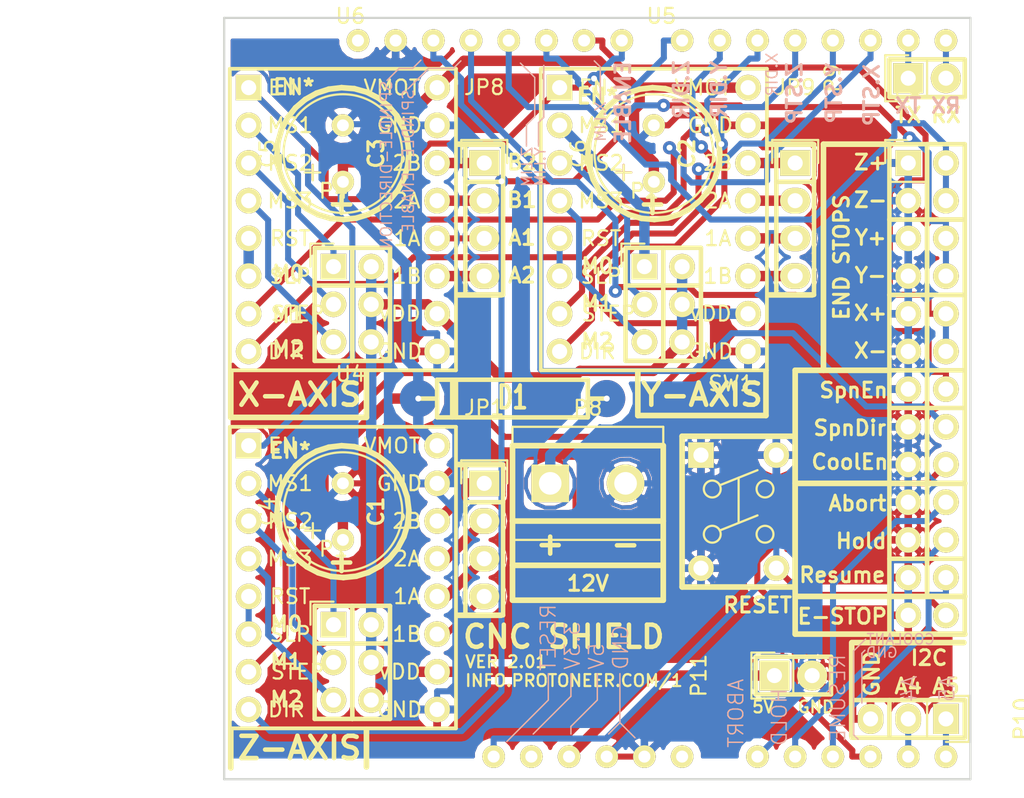
<source format=kicad_pcb>
(kicad_pcb (version 4) (host pcbnew 4.0.0-rc1-stable)
  (layers (0 F.Cu signal) (31 B.Cu signal) (34 B.Paste user hide) (35 F.Paste user hide) (36 B.SilkS user hide) (37 F.SilkS user hide) (38 B.Mask user hide) (39 F.Mask user hide) (44 Edge.Cuts user))
  (net 0 "")
  (net 1 GND)
  (net 2 VCC)
  (net 3 "Net-(JP1-Pad1)")
  (net 4 "Net-(JP1-Pad2)")
  (net 5 "Net-(JP1-Pad3)")
  (net 6 "Net-(JP1-Pad4)")
  (net 7 "Net-(JP8-Pad1)")
  (net 8 "Net-(JP8-Pad2)")
  (net 9 "Net-(JP8-Pad3)")
  (net 10 "Net-(JP8-Pad4)")
  (net 11 "Net-(JP9-Pad1)")
  (net 12 "Net-(JP9-Pad2)")
  (net 13 "Net-(JP9-Pad3)")
  (net 14 "Net-(JP9-Pad4)")
  (net 15 +5V)
  (net 16 "/Axis Steppers and End Stops/Z-ENDSTOP")
  (net 17 "/Axis Steppers and End Stops/Y-ENDSTOP")
  (net 18 "/Axis Steppers and End Stops/X-ENDSTOP")
  (net 19 "/Axis Steppers and End Stops/SPIN-ENABLE")
  (net 20 "/Axis Steppers and End Stops/SPIN-DIRECTION")
  (net 21 "/Axis Steppers and End Stops/COOLANT")
  (net 22 "/Axis Steppers and End Stops/ABORT")
  (net 23 "/Axis Steppers and End Stops/HOLD")
  (net 24 "/Axis Steppers and End Stops/RESUME")
  (net 25 "/Axis Steppers and End Stops/RESET")
  (net 26 "/Axis Steppers and End Stops/TX")
  (net 27 "/Axis Steppers and End Stops/RX")
  (net 28 "/Axis Steppers and End Stops/A5")
  (net 29 "/Axis Steppers and End Stops/A4")
  (net 30 "Net-(SHIELD1-PadV_IN)")
  (net 31 +3V3)
  (net 32 "/Axis Steppers and End Stops/X-STEP")
  (net 33 "/Axis Steppers and End Stops/Y-STEP")
  (net 34 "/Axis Steppers and End Stops/Z-STEP")
  (net 35 "/Axis Steppers and End Stops/X-DIRECTION")
  (net 36 "/Axis Steppers and End Stops/Y-DIRECTION")
  (net 37 "/Axis Steppers and End Stops/Z-DIRECTION")
  (net 38 "/Axis Steppers and End Stops/ENABLE")
  (net 39 "Net-(SHIELD1-PadAREF)")
  (net 40 "Net-(U4-Pad5)")
  (net 41 "Net-(U5-Pad5)")
  (net 42 "Net-(U6-Pad5)")
  (net 43 "Net-(P1-Pad1)")
  (net 44 "Net-(P1-Pad3)")
  (net 45 "Net-(P1-Pad5)")
  (net 46 "Net-(P2-Pad1)")
  (net 47 "Net-(P2-Pad3)")
  (net 48 "Net-(P2-Pad5)")
  (net 49 "Net-(P4-Pad1)")
  (net 50 "Net-(P4-Pad3)")
  (net 51 "Net-(P4-Pad5)")
  (module Pin_Headers:Pin_Header_Straight_1x04 (layer F.Cu) (at 81.28 66.675)
    (fp_text reference JP1 (at 0 -5.1) (layer F.SilkS))
    (fp_text value "Z AXIS")
    (pad 1 thru_hole rect (at 0 0) (size 2.032 1.7272) (drill 1.016) (layers *.Cu *.Mask F.SilkS) (net 3 "Net-(JP1-Pad1)"))
    (pad 2 thru_hole oval (at 0 2.54) (size 2.032 1.7272) (drill 1.016) (layers *.Cu *.Mask F.SilkS) (net 4 "Net-(JP1-Pad2)"))
    (pad 3 thru_hole oval (at 0 5.08) (size 2.032 1.7272) (drill 1.016) (layers *.Cu *.Mask F.SilkS) (net 5 "Net-(JP1-Pad3)"))
    (pad 4 thru_hole oval (at 0 7.62) (size 2.032 1.7272) (drill 1.016) (layers *.Cu *.Mask F.SilkS) (net 6 "Net-(JP1-Pad4)"))
  )
  (module Pin_Headers:Pin_Header_Straight_1x04 (layer F.Cu) (at 81.28 45.085)
    (fp_text reference JP8 (at 0 -5.1) (layer F.SilkS))
    (fp_text value "Y AXIS")
    (pad 1 thru_hole rect (at 0 0) (size 2.032 1.7272) (drill 1.016) (layers *.Cu *.Mask F.SilkS) (net 7 "Net-(JP8-Pad1)"))
    (pad 2 thru_hole oval (at 0 2.54) (size 2.032 1.7272) (drill 1.016) (layers *.Cu *.Mask F.SilkS) (net 8 "Net-(JP8-Pad2)"))
    (pad 3 thru_hole oval (at 0 5.08) (size 2.032 1.7272) (drill 1.016) (layers *.Cu *.Mask F.SilkS) (net 9 "Net-(JP8-Pad3)"))
    (pad 4 thru_hole oval (at 0 7.62) (size 2.032 1.7272) (drill 1.016) (layers *.Cu *.Mask F.SilkS) (net 10 "Net-(JP8-Pad4)"))
  )
  (module Pin_Headers:Pin_Header_Straight_1x04 (layer F.Cu) (at 102.235 45.085)
    (fp_text reference JP9 (at 0 -5.1) (layer F.SilkS))
    (fp_text value "X AXIS")
    (pad 1 thru_hole rect (at 0 0) (size 2.032 1.7272) (drill 1.016) (layers *.Cu *.Mask F.SilkS) (net 11 "Net-(JP9-Pad1)"))
    (pad 2 thru_hole oval (at 0 2.54) (size 2.032 1.7272) (drill 1.016) (layers *.Cu *.Mask F.SilkS) (net 12 "Net-(JP9-Pad2)"))
    (pad 3 thru_hole oval (at 0 5.08) (size 2.032 1.7272) (drill 1.016) (layers *.Cu *.Mask F.SilkS) (net 13 "Net-(JP9-Pad3)"))
    (pad 4 thru_hole oval (at 0 7.62) (size 2.032 1.7272) (drill 1.016) (layers *.Cu *.Mask F.SilkS) (net 14 "Net-(JP9-Pad4)"))
  )
  (module Pin_Headers:Pin_Header_Straight_2x03 (layer F.Cu) (at 71.12 76.2)
    (fp_text reference P1 (at 0 -5.1) (layer F.SilkS))
    (fp_text value Z-MICRO-JUMPER)
    (pad 1 thru_hole rect (at 0 0) (size 1.7272 1.7272) (drill 1.016) (layers *.Cu *.Mask F.SilkS) (net 43 "Net-(P1-Pad1)"))
    (pad 2 thru_hole oval (at 2.54 0) (size 1.7272 1.7272) (drill 1.016) (layers *.Cu *.Mask F.SilkS) (net 15 +5V))
    (pad 3 thru_hole oval (at 0 2.54) (size 1.7272 1.7272) (drill 1.016) (layers *.Cu *.Mask F.SilkS) (net 44 "Net-(P1-Pad3)"))
    (pad 4 thru_hole oval (at 2.54 2.54) (size 1.7272 1.7272) (drill 1.016) (layers *.Cu *.Mask F.SilkS) (net 15 +5V))
    (pad 5 thru_hole oval (at 0 5.08) (size 1.7272 1.7272) (drill 1.016) (layers *.Cu *.Mask F.SilkS) (net 45 "Net-(P1-Pad5)"))
    (pad 6 thru_hole oval (at 2.54 5.08) (size 1.7272 1.7272) (drill 1.016) (layers *.Cu *.Mask F.SilkS) (net 15 +5V))
  )
  (module Pin_Headers:Pin_Header_Straight_2x03 (layer F.Cu) (at 92.075 52.07)
    (fp_text reference P2 (at 0 -5.1) (layer F.SilkS))
    (fp_text value Y-MICRO-JUMPER)
    (pad 1 thru_hole rect (at 0 0) (size 1.7272 1.7272) (drill 1.016) (layers *.Cu *.Mask F.SilkS) (net 46 "Net-(P2-Pad1)"))
    (pad 2 thru_hole oval (at 2.54 0) (size 1.7272 1.7272) (drill 1.016) (layers *.Cu *.Mask F.SilkS) (net 15 +5V))
    (pad 3 thru_hole oval (at 0 2.54) (size 1.7272 1.7272) (drill 1.016) (layers *.Cu *.Mask F.SilkS) (net 47 "Net-(P2-Pad3)"))
    (pad 4 thru_hole oval (at 2.54 2.54) (size 1.7272 1.7272) (drill 1.016) (layers *.Cu *.Mask F.SilkS) (net 15 +5V))
    (pad 5 thru_hole oval (at 0 5.08) (size 1.7272 1.7272) (drill 1.016) (layers *.Cu *.Mask F.SilkS) (net 48 "Net-(P2-Pad5)"))
    (pad 6 thru_hole oval (at 2.54 5.08) (size 1.7272 1.7272) (drill 1.016) (layers *.Cu *.Mask F.SilkS) (net 15 +5V))
  )
  (module Pin_Headers:Pin_Header_Straight_2x13 (layer F.Cu) (at 109.855 45.085)
    (fp_text reference P3 (at 0 -5.1) (layer F.SilkS))
    (fp_text value "MAIN AUX")
    (pad 1 thru_hole rect (at 0 0) (size 1.7272 1.7272) (drill 1.016) (layers *.Cu *.Mask F.SilkS) (net 1 GND))
    (pad 2 thru_hole oval (at 2.54 0) (size 1.7272 1.7272) (drill 1.016) (layers *.Cu *.Mask F.SilkS) (net 16 "/Axis Steppers and End Stops/Z-ENDSTOP"))
    (pad 3 thru_hole oval (at 0 2.54) (size 1.7272 1.7272) (drill 1.016) (layers *.Cu *.Mask F.SilkS) (net 1 GND))
    (pad 4 thru_hole oval (at 2.54 2.54) (size 1.7272 1.7272) (drill 1.016) (layers *.Cu *.Mask F.SilkS) (net 16 "/Axis Steppers and End Stops/Z-ENDSTOP"))
    (pad 5 thru_hole oval (at 0 5.08) (size 1.7272 1.7272) (drill 1.016) (layers *.Cu *.Mask F.SilkS) (net 1 GND))
    (pad 6 thru_hole oval (at 2.54 5.08) (size 1.7272 1.7272) (drill 1.016) (layers *.Cu *.Mask F.SilkS) (net 17 "/Axis Steppers and End Stops/Y-ENDSTOP"))
    (pad 7 thru_hole oval (at 0 7.62) (size 1.7272 1.7272) (drill 1.016) (layers *.Cu *.Mask F.SilkS) (net 1 GND))
    (pad 8 thru_hole oval (at 2.54 7.62) (size 1.7272 1.7272) (drill 1.016) (layers *.Cu *.Mask F.SilkS) (net 17 "/Axis Steppers and End Stops/Y-ENDSTOP"))
    (pad 9 thru_hole oval (at 0 10.16) (size 1.7272 1.7272) (drill 1.016) (layers *.Cu *.Mask F.SilkS) (net 1 GND))
    (pad 10 thru_hole oval (at 2.54 10.16) (size 1.7272 1.7272) (drill 1.016) (layers *.Cu *.Mask F.SilkS) (net 18 "/Axis Steppers and End Stops/X-ENDSTOP"))
    (pad 11 thru_hole oval (at 0 12.7) (size 1.7272 1.7272) (drill 1.016) (layers *.Cu *.Mask F.SilkS) (net 1 GND))
    (pad 12 thru_hole oval (at 2.54 12.7) (size 1.7272 1.7272) (drill 1.016) (layers *.Cu *.Mask F.SilkS) (net 18 "/Axis Steppers and End Stops/X-ENDSTOP"))
    (pad 13 thru_hole oval (at 0 15.24) (size 1.7272 1.7272) (drill 1.016) (layers *.Cu *.Mask F.SilkS) (net 1 GND))
    (pad 14 thru_hole oval (at 2.54 15.24) (size 1.7272 1.7272) (drill 1.016) (layers *.Cu *.Mask F.SilkS) (net 19 "/Axis Steppers and End Stops/SPIN-ENABLE"))
    (pad 15 thru_hole oval (at 0 17.78) (size 1.7272 1.7272) (drill 1.016) (layers *.Cu *.Mask F.SilkS) (net 1 GND))
    (pad 16 thru_hole oval (at 2.54 17.78) (size 1.7272 1.7272) (drill 1.016) (layers *.Cu *.Mask F.SilkS) (net 20 "/Axis Steppers and End Stops/SPIN-DIRECTION"))
    (pad 17 thru_hole oval (at 0 20.32) (size 1.7272 1.7272) (drill 1.016) (layers *.Cu *.Mask F.SilkS) (net 1 GND))
    (pad 18 thru_hole oval (at 2.54 20.32) (size 1.7272 1.7272) (drill 1.016) (layers *.Cu *.Mask F.SilkS) (net 21 "/Axis Steppers and End Stops/COOLANT"))
    (pad 19 thru_hole oval (at 0 22.86) (size 1.7272 1.7272) (drill 1.016) (layers *.Cu *.Mask F.SilkS) (net 1 GND))
    (pad 20 thru_hole oval (at 2.54 22.86) (size 1.7272 1.7272) (drill 1.016) (layers *.Cu *.Mask F.SilkS) (net 22 "/Axis Steppers and End Stops/ABORT"))
    (pad 21 thru_hole oval (at 0 25.4) (size 1.7272 1.7272) (drill 1.016) (layers *.Cu *.Mask F.SilkS) (net 1 GND))
    (pad 22 thru_hole oval (at 2.54 25.4) (size 1.7272 1.7272) (drill 1.016) (layers *.Cu *.Mask F.SilkS) (net 23 "/Axis Steppers and End Stops/HOLD"))
    (pad 23 thru_hole oval (at 0 27.94) (size 1.7272 1.7272) (drill 1.016) (layers *.Cu *.Mask F.SilkS) (net 1 GND))
    (pad 24 thru_hole oval (at 2.54 27.94) (size 1.7272 1.7272) (drill 1.016) (layers *.Cu *.Mask F.SilkS) (net 24 "/Axis Steppers and End Stops/RESUME"))
    (pad 25 thru_hole oval (at 0 30.48) (size 1.7272 1.7272) (drill 1.016) (layers *.Cu *.Mask F.SilkS) (net 1 GND))
    (pad 26 thru_hole oval (at 2.54 30.48) (size 1.7272 1.7272) (drill 1.016) (layers *.Cu *.Mask F.SilkS) (net 25 "/Axis Steppers and End Stops/RESET"))
  )
  (module Pin_Headers:Pin_Header_Straight_2x03 (layer F.Cu) (at 71.12 52.07)
    (fp_text reference P4 (at 0 -5.1) (layer F.SilkS))
    (fp_text value X-MICRO-JUMPER)
    (pad 1 thru_hole rect (at 0 0) (size 1.7272 1.7272) (drill 1.016) (layers *.Cu *.Mask F.SilkS) (net 49 "Net-(P4-Pad1)"))
    (pad 2 thru_hole oval (at 2.54 0) (size 1.7272 1.7272) (drill 1.016) (layers *.Cu *.Mask F.SilkS) (net 15 +5V))
    (pad 3 thru_hole oval (at 0 2.54) (size 1.7272 1.7272) (drill 1.016) (layers *.Cu *.Mask F.SilkS) (net 50 "Net-(P4-Pad3)"))
    (pad 4 thru_hole oval (at 2.54 2.54) (size 1.7272 1.7272) (drill 1.016) (layers *.Cu *.Mask F.SilkS) (net 15 +5V))
    (pad 5 thru_hole oval (at 0 5.08) (size 1.7272 1.7272) (drill 1.016) (layers *.Cu *.Mask F.SilkS) (net 51 "Net-(P4-Pad5)"))
    (pad 6 thru_hole oval (at 2.54 5.08) (size 1.7272 1.7272) (drill 1.016) (layers *.Cu *.Mask F.SilkS) (net 15 +5V))
  )
  (module Connect:bornier2 (layer F.Cu) (at 88.265 66.675)
    (fp_text reference P8 (at 0 -5.08) (layer F.SilkS))
    (fp_text value "MOTOR POWER")
    (pad 1 thru_hole rect (at -2.54 0) (size 2.54 2.54) (drill 1.524) (layers *.Cu *.Mask F.SilkS) (net 2 VCC))
    (pad 2 thru_hole circle (at 2.54 0) (size 2.54 2.54) (drill 1.524) (layers *.Cu *.Mask F.SilkS) (net 1 GND))
  )
  (module Pin_Headers:Pin_Header_Straight_1x02 (layer F.Cu) (at 109.855 39.37 90)
    (fp_text reference P9 (at 0 -5.1 90) (layer F.SilkS))
    (fp_text value "SERIAL IO")
    (pad 1 thru_hole rect (at 0 0 90) (size 2.032 2.032) (drill 1.016) (layers *.Cu *.Mask F.SilkS) (net 26 "/Axis Steppers and End Stops/TX"))
    (pad 2 thru_hole oval (at 0 2.54 90) (size 2.032 2.032) (drill 1.016) (layers *.Cu *.Mask F.SilkS) (net 27 "/Axis Steppers and End Stops/RX"))
  )
  (module Pin_Headers:Pin_Header_Straight_1x03 (layer F.Cu) (at 112.395 82.55 270)
    (fp_text reference P10 (at 0 -5.1 270) (layer F.SilkS))
    (fp_text value I2C)
    (pad 1 thru_hole rect (at 0 0 270) (size 2.032 1.7272) (drill 1.016) (layers *.Cu *.Mask F.SilkS) (net 28 "/Axis Steppers and End Stops/A5"))
    (pad 2 thru_hole oval (at 0 2.54 270) (size 2.032 1.7272) (drill 1.016) (layers *.Cu *.Mask F.SilkS) (net 29 "/Axis Steppers and End Stops/A4"))
    (pad 3 thru_hole oval (at 0 5.08 270) (size 2.032 1.7272) (drill 1.016) (layers *.Cu *.Mask F.SilkS) (net 1 GND))
  )
  (module Pin_Headers:Pin_Header_Straight_1x02 (layer F.Cu) (at 100.838 79.629 90)
    (fp_text reference P11 (at 0 -5.1 90) (layer F.SilkS))
    (fp_text value "LOGIC POWER")
    (pad 1 thru_hole rect (at 0 0 90) (size 2.032 2.032) (drill 1.016) (layers *.Cu *.Mask F.SilkS) (net 15 +5V))
    (pad 2 thru_hole oval (at 0 2.54 90) (size 2.032 2.032) (drill 1.016) (layers *.Cu *.Mask F.SilkS) (net 1 GND))
  )
  (module Grbd:Switch_DPST (layer F.Cu) (at 95.885 64.77)
    (fp_text reference SW1 (at 2.032 -4.826) (layer F.SilkS))
    (fp_text value Switch_DPST)
    (pad 3 thru_hole rect (at 0 0) (size 1.7272 1.7272) (drill 1.016) (layers *.Cu *.Mask F.SilkS) (net 1 GND))
    (pad 1 thru_hole oval (at 0 7.62) (size 1.7272 1.7272) (drill 1.016) (layers *.Cu *.Mask F.SilkS) (net 1 GND))
    (pad 4 thru_hole oval (at 5.08 0) (size 1.7272 1.7272) (drill 1.016) (layers *.Cu *.Mask F.SilkS) (net 1 GND))
    (pad 2 thru_hole oval (at 5.08 7.62) (size 1.7272 1.7272) (drill 1.016) (layers *.Cu *.Mask F.SilkS) (net 25 "/Axis Steppers and End Stops/RESET"))
  )
  (module Grbd:Pololu_Module (layer F.Cu) (at 65.405 64.135)
    (fp_text reference U4 (at 6.858 -4.826) (layer F.SilkS))
    (fp_text value "Z Polulu_Module")
    (fp_text user GND (at 10.16 17.78) (layer F.SilkS))
    (fp_text user VDD (at 10.16 15.24) (layer F.SilkS))
    (fp_text user 1A (at 10.668 10.16) (layer F.SilkS))
    (fp_text user 1B (at 10.668 12.7) (layer F.SilkS))
    (fp_text user 2A (at 10.668 7.62) (layer F.SilkS))
    (fp_text user 2B (at 10.668 5.08) (layer F.SilkS))
    (fp_text user GND (at 10.16 2.54) (layer F.SilkS))
    (fp_text user VMOT (at 9.652 0) (layer F.SilkS))
    (fp_text user DIR (at 2.54 17.78) (layer F.SilkS))
    (fp_text user STEP (at 3.302 15.24) (layer F.SilkS))
    (fp_text user SLP (at 2.794 12.7) (layer F.SilkS))
    (fp_text user RST (at 2.794 10.16) (layer F.SilkS))
    (fp_text user MS3 (at 2.794 7.62) (layer F.SilkS))
    (fp_text user MS2 (at 2.794 5.08) (layer F.SilkS))
    (fp_text user MS1 (at 2.794 2.54) (layer F.SilkS))
    (fp_text user EN (at 2.286 0) (layer F.SilkS))
    (pad 1 thru_hole rect (at 0 0) (size 1.7272 1.7272) (drill 1.016) (layers *.Cu *.Mask F.SilkS) (net 38 "/Axis Steppers and End Stops/ENABLE"))
    (pad 2 thru_hole oval (at 0 2.54) (size 1.7272 1.7272) (drill 1.016) (layers *.Cu *.Mask F.SilkS) (net 43 "Net-(P1-Pad1)"))
    (pad 3 thru_hole oval (at 0 5.08) (size 1.7272 1.7272) (drill 1.016) (layers *.Cu *.Mask F.SilkS) (net 44 "Net-(P1-Pad3)"))
    (pad 4 thru_hole oval (at 0 7.62) (size 1.7272 1.7272) (drill 1.016) (layers *.Cu *.Mask F.SilkS) (net 45 "Net-(P1-Pad5)"))
    (pad 5 thru_hole oval (at 0 10.16) (size 1.7272 1.7272) (drill 1.016) (layers *.Cu *.Mask F.SilkS) (net 40 "Net-(U4-Pad5)"))
    (pad 6 thru_hole oval (at 0 12.7) (size 1.7272 1.7272) (drill 1.016) (layers *.Cu *.Mask F.SilkS) (net 40 "Net-(U4-Pad5)"))
    (pad 7 thru_hole oval (at 0 15.24) (size 1.7272 1.7272) (drill 1.016) (layers *.Cu *.Mask F.SilkS) (net 34 "/Axis Steppers and End Stops/Z-STEP"))
    (pad 8 thru_hole oval (at 0 17.78) (size 1.7272 1.7272) (drill 1.016) (layers *.Cu *.Mask F.SilkS) (net 37 "/Axis Steppers and End Stops/Z-DIRECTION"))
    (pad 9 thru_hole oval (at 12.7 17.78) (size 1.7272 1.7272) (drill 1.016) (layers *.Cu *.Mask F.SilkS) (net 1 GND))
    (pad 10 thru_hole oval (at 12.7 15.24) (size 1.7272 1.7272) (drill 1.016) (layers *.Cu *.Mask F.SilkS) (net 15 +5V))
    (pad 11 thru_hole oval (at 12.7 12.7) (size 1.7272 1.7272) (drill 1.016) (layers *.Cu *.Mask F.SilkS) (net 6 "Net-(JP1-Pad4)"))
    (pad 12 thru_hole oval (at 12.7 10.16) (size 1.7272 1.7272) (drill 1.016) (layers *.Cu *.Mask F.SilkS) (net 5 "Net-(JP1-Pad3)"))
    (pad 13 thru_hole oval (at 12.7 7.62) (size 1.7272 1.7272) (drill 1.016) (layers *.Cu *.Mask F.SilkS) (net 4 "Net-(JP1-Pad2)"))
    (pad 14 thru_hole oval (at 12.7 5.08) (size 1.7272 1.7272) (drill 1.016) (layers *.Cu *.Mask F.SilkS) (net 3 "Net-(JP1-Pad1)"))
    (pad 15 thru_hole oval (at 12.7 2.54) (size 1.7272 1.7272) (drill 1.016) (layers *.Cu *.Mask F.SilkS) (net 1 GND))
    (pad 16 thru_hole oval (at 12.7 0) (size 1.7272 1.7272) (drill 1.016) (layers *.Cu *.Mask F.SilkS) (net 2 VCC))
  )
  (module Grbd:Pololu_Module (layer F.Cu) (at 86.36 40.005)
    (fp_text reference U5 (at 6.858 -4.826) (layer F.SilkS))
    (fp_text value "Y Polulu_Module")
    (fp_text user GND (at 10.16 17.78) (layer F.SilkS))
    (fp_text user VDD (at 10.16 15.24) (layer F.SilkS))
    (fp_text user 1A (at 10.668 10.16) (layer F.SilkS))
    (fp_text user 1B (at 10.668 12.7) (layer F.SilkS))
    (fp_text user 2A (at 10.668 7.62) (layer F.SilkS))
    (fp_text user 2B (at 10.668 5.08) (layer F.SilkS))
    (fp_text user GND (at 10.16 2.54) (layer F.SilkS))
    (fp_text user VMOT (at 9.652 0) (layer F.SilkS))
    (fp_text user DIR (at 2.54 17.78) (layer F.SilkS))
    (fp_text user STEP (at 3.302 15.24) (layer F.SilkS))
    (fp_text user SLP (at 2.794 12.7) (layer F.SilkS))
    (fp_text user RST (at 2.794 10.16) (layer F.SilkS))
    (fp_text user MS3 (at 2.794 7.62) (layer F.SilkS))
    (fp_text user MS2 (at 2.794 5.08) (layer F.SilkS))
    (fp_text user MS1 (at 2.794 2.54) (layer F.SilkS))
    (fp_text user EN (at 2.286 0) (layer F.SilkS))
    (pad 1 thru_hole rect (at 0 0) (size 1.7272 1.7272) (drill 1.016) (layers *.Cu *.Mask F.SilkS) (net 38 "/Axis Steppers and End Stops/ENABLE"))
    (pad 2 thru_hole oval (at 0 2.54) (size 1.7272 1.7272) (drill 1.016) (layers *.Cu *.Mask F.SilkS) (net 46 "Net-(P2-Pad1)"))
    (pad 3 thru_hole oval (at 0 5.08) (size 1.7272 1.7272) (drill 1.016) (layers *.Cu *.Mask F.SilkS) (net 47 "Net-(P2-Pad3)"))
    (pad 4 thru_hole oval (at 0 7.62) (size 1.7272 1.7272) (drill 1.016) (layers *.Cu *.Mask F.SilkS) (net 48 "Net-(P2-Pad5)"))
    (pad 5 thru_hole oval (at 0 10.16) (size 1.7272 1.7272) (drill 1.016) (layers *.Cu *.Mask F.SilkS) (net 41 "Net-(U5-Pad5)"))
    (pad 6 thru_hole oval (at 0 12.7) (size 1.7272 1.7272) (drill 1.016) (layers *.Cu *.Mask F.SilkS) (net 41 "Net-(U5-Pad5)"))
    (pad 7 thru_hole oval (at 0 15.24) (size 1.7272 1.7272) (drill 1.016) (layers *.Cu *.Mask F.SilkS) (net 33 "/Axis Steppers and End Stops/Y-STEP"))
    (pad 8 thru_hole oval (at 0 17.78) (size 1.7272 1.7272) (drill 1.016) (layers *.Cu *.Mask F.SilkS) (net 36 "/Axis Steppers and End Stops/Y-DIRECTION"))
    (pad 9 thru_hole oval (at 12.7 17.78) (size 1.7272 1.7272) (drill 1.016) (layers *.Cu *.Mask F.SilkS) (net 1 GND))
    (pad 10 thru_hole oval (at 12.7 15.24) (size 1.7272 1.7272) (drill 1.016) (layers *.Cu *.Mask F.SilkS) (net 15 +5V))
    (pad 11 thru_hole oval (at 12.7 12.7) (size 1.7272 1.7272) (drill 1.016) (layers *.Cu *.Mask F.SilkS) (net 10 "Net-(JP8-Pad4)"))
    (pad 12 thru_hole oval (at 12.7 10.16) (size 1.7272 1.7272) (drill 1.016) (layers *.Cu *.Mask F.SilkS) (net 9 "Net-(JP8-Pad3)"))
    (pad 13 thru_hole oval (at 12.7 7.62) (size 1.7272 1.7272) (drill 1.016) (layers *.Cu *.Mask F.SilkS) (net 8 "Net-(JP8-Pad2)"))
    (pad 14 thru_hole oval (at 12.7 5.08) (size 1.7272 1.7272) (drill 1.016) (layers *.Cu *.Mask F.SilkS) (net 7 "Net-(JP8-Pad1)"))
    (pad 15 thru_hole oval (at 12.7 2.54) (size 1.7272 1.7272) (drill 1.016) (layers *.Cu *.Mask F.SilkS) (net 1 GND))
    (pad 16 thru_hole oval (at 12.7 0) (size 1.7272 1.7272) (drill 1.016) (layers *.Cu *.Mask F.SilkS) (net 2 VCC))
  )
  (module Grbd:Pololu_Module (layer F.Cu) (at 65.405 40.005)
    (fp_text reference U6 (at 6.858 -4.826) (layer F.SilkS))
    (fp_text value "X Polulu_Module")
    (fp_text user GND (at 10.16 17.78) (layer F.SilkS))
    (fp_text user VDD (at 10.16 15.24) (layer F.SilkS))
    (fp_text user 1A (at 10.668 10.16) (layer F.SilkS))
    (fp_text user 1B (at 10.668 12.7) (layer F.SilkS))
    (fp_text user 2A (at 10.668 7.62) (layer F.SilkS))
    (fp_text user 2B (at 10.668 5.08) (layer F.SilkS))
    (fp_text user GND (at 10.16 2.54) (layer F.SilkS))
    (fp_text user VMOT (at 9.652 0) (layer F.SilkS))
    (fp_text user DIR (at 2.54 17.78) (layer F.SilkS))
    (fp_text user STEP (at 3.302 15.24) (layer F.SilkS))
    (fp_text user SLP (at 2.794 12.7) (layer F.SilkS))
    (fp_text user RST (at 2.794 10.16) (layer F.SilkS))
    (fp_text user MS3 (at 2.794 7.62) (layer F.SilkS))
    (fp_text user MS2 (at 2.794 5.08) (layer F.SilkS))
    (fp_text user MS1 (at 2.794 2.54) (layer F.SilkS))
    (fp_text user EN (at 2.286 0) (layer F.SilkS))
    (pad 1 thru_hole rect (at 0 0) (size 1.7272 1.7272) (drill 1.016) (layers *.Cu *.Mask F.SilkS) (net 38 "/Axis Steppers and End Stops/ENABLE"))
    (pad 2 thru_hole oval (at 0 2.54) (size 1.7272 1.7272) (drill 1.016) (layers *.Cu *.Mask F.SilkS) (net 49 "Net-(P4-Pad1)"))
    (pad 3 thru_hole oval (at 0 5.08) (size 1.7272 1.7272) (drill 1.016) (layers *.Cu *.Mask F.SilkS) (net 50 "Net-(P4-Pad3)"))
    (pad 4 thru_hole oval (at 0 7.62) (size 1.7272 1.7272) (drill 1.016) (layers *.Cu *.Mask F.SilkS) (net 51 "Net-(P4-Pad5)"))
    (pad 5 thru_hole oval (at 0 10.16) (size 1.7272 1.7272) (drill 1.016) (layers *.Cu *.Mask F.SilkS) (net 42 "Net-(U6-Pad5)"))
    (pad 6 thru_hole oval (at 0 12.7) (size 1.7272 1.7272) (drill 1.016) (layers *.Cu *.Mask F.SilkS) (net 42 "Net-(U6-Pad5)"))
    (pad 7 thru_hole oval (at 0 15.24) (size 1.7272 1.7272) (drill 1.016) (layers *.Cu *.Mask F.SilkS) (net 32 "/Axis Steppers and End Stops/X-STEP"))
    (pad 8 thru_hole oval (at 0 17.78) (size 1.7272 1.7272) (drill 1.016) (layers *.Cu *.Mask F.SilkS) (net 35 "/Axis Steppers and End Stops/X-DIRECTION"))
    (pad 9 thru_hole oval (at 12.7 17.78) (size 1.7272 1.7272) (drill 1.016) (layers *.Cu *.Mask F.SilkS) (net 1 GND))
    (pad 10 thru_hole oval (at 12.7 15.24) (size 1.7272 1.7272) (drill 1.016) (layers *.Cu *.Mask F.SilkS) (net 15 +5V))
    (pad 11 thru_hole oval (at 12.7 12.7) (size 1.7272 1.7272) (drill 1.016) (layers *.Cu *.Mask F.SilkS) (net 14 "Net-(JP9-Pad4)"))
    (pad 12 thru_hole oval (at 12.7 10.16) (size 1.7272 1.7272) (drill 1.016) (layers *.Cu *.Mask F.SilkS) (net 13 "Net-(JP9-Pad3)"))
    (pad 13 thru_hole oval (at 12.7 7.62) (size 1.7272 1.7272) (drill 1.016) (layers *.Cu *.Mask F.SilkS) (net 12 "Net-(JP9-Pad2)"))
    (pad 14 thru_hole oval (at 12.7 5.08) (size 1.7272 1.7272) (drill 1.016) (layers *.Cu *.Mask F.SilkS) (net 11 "Net-(JP9-Pad1)"))
    (pad 15 thru_hole oval (at 12.7 2.54) (size 1.7272 1.7272) (drill 1.016) (layers *.Cu *.Mask F.SilkS) (net 1 GND))
    (pad 16 thru_hole oval (at 12.7 0) (size 1.7272 1.7272) (drill 1.016) (layers *.Cu *.Mask F.SilkS) (net 2 VCC))
  )
  (module Grbd:ARDUINO_SHIELD_2_SMALLPAD (layer F.Cu) (at 48.895 87.63)
    (fp_text reference SHIELD1 (at 5.715 -57.15) (layer F.SilkS) (effects (font (thickness 0.3048))))
    (fp_text value ARDUINO_DUE_SHIELD_LAYOUT hide)
    (pad AD5 thru_hole circle (at 63.5 -2.54 90) (size 1.524 1.524) (drill 0.8128) (layers *.Cu *.Mask F.SilkS) (net 28 "/Axis Steppers and End Stops/A5"))
    (pad AD4 thru_hole circle (at 60.96 -2.54 90) (size 1.524 1.524) (drill 0.8128) (layers *.Cu *.Mask F.SilkS) (net 29 "/Axis Steppers and End Stops/A4"))
    (pad AD3 thru_hole circle (at 58.42 -2.54 90) (size 1.524 1.524) (drill 0.8128) (layers *.Cu *.Mask F.SilkS) (net 21 "/Axis Steppers and End Stops/COOLANT"))
    (pad AD0 thru_hole circle (at 50.8 -2.54 90) (size 1.524 1.524) (drill 0.8128) (layers *.Cu *.Mask F.SilkS) (net 22 "/Axis Steppers and End Stops/ABORT"))
    (pad AD1 thru_hole circle (at 53.34 -2.54 90) (size 1.524 1.524) (drill 0.8128) (layers *.Cu *.Mask F.SilkS) (net 23 "/Axis Steppers and End Stops/HOLD"))
    (pad AD2 thru_hole circle (at 55.88 -2.54 90) (size 1.524 1.524) (drill 0.8128) (layers *.Cu *.Mask F.SilkS) (net 24 "/Axis Steppers and End Stops/RESUME"))
    (pad V_IN thru_hole circle (at 45.72 -2.54 90) (size 1.524 1.524) (drill 0.8128) (layers *.Cu *.Mask F.SilkS) (net 30 "Net-(SHIELD1-PadV_IN)"))
    (pad GND2 thru_hole circle (at 43.18 -2.54 90) (size 1.524 1.524) (drill 0.8128) (layers *.Cu *.Mask F.SilkS) (net 1 GND))
    (pad GND1 thru_hole circle (at 40.64 -2.54 90) (size 1.524 1.524) (drill 0.8128) (layers *.Cu *.Mask F.SilkS) (net 1 GND))
    (pad 3V3 thru_hole circle (at 35.56 -2.54 90) (size 1.524 1.524) (drill 0.8128) (layers *.Cu *.Mask F.SilkS) (net 31 +3V3))
    (pad RST thru_hole circle (at 33.02 -2.54 90) (size 1.524 1.524) (drill 0.8128) (layers *.Cu *.Mask F.SilkS) (net 25 "/Axis Steppers and End Stops/RESET"))
    (pad 0 thru_hole circle (at 63.5 -50.8 90) (size 1.524 1.524) (drill 0.8128) (layers *.Cu *.Mask F.SilkS) (net 27 "/Axis Steppers and End Stops/RX"))
    (pad 1 thru_hole circle (at 60.96 -50.8 90) (size 1.524 1.524) (drill 0.8128) (layers *.Cu *.Mask F.SilkS) (net 26 "/Axis Steppers and End Stops/TX"))
    (pad 2 thru_hole circle (at 58.42 -50.8 90) (size 1.524 1.524) (drill 0.8128) (layers *.Cu *.Mask F.SilkS) (net 32 "/Axis Steppers and End Stops/X-STEP"))
    (pad 3 thru_hole circle (at 55.88 -50.8 90) (size 1.524 1.524) (drill 0.8128) (layers *.Cu *.Mask F.SilkS) (net 33 "/Axis Steppers and End Stops/Y-STEP"))
    (pad 4 thru_hole circle (at 53.34 -50.8 90) (size 1.524 1.524) (drill 0.8128) (layers *.Cu *.Mask F.SilkS) (net 34 "/Axis Steppers and End Stops/Z-STEP"))
    (pad 5 thru_hole circle (at 50.8 -50.8 90) (size 1.524 1.524) (drill 0.8128) (layers *.Cu *.Mask F.SilkS) (net 35 "/Axis Steppers and End Stops/X-DIRECTION"))
    (pad 6 thru_hole circle (at 48.26 -50.8 90) (size 1.524 1.524) (drill 0.8128) (layers *.Cu *.Mask F.SilkS) (net 36 "/Axis Steppers and End Stops/Y-DIRECTION"))
    (pad 7 thru_hole circle (at 45.72 -50.8 90) (size 1.524 1.524) (drill 0.8128) (layers *.Cu *.Mask F.SilkS) (net 37 "/Axis Steppers and End Stops/Z-DIRECTION"))
    (pad 8 thru_hole circle (at 41.656 -50.8 90) (size 1.524 1.524) (drill 0.8128) (layers *.Cu *.Mask F.SilkS) (net 38 "/Axis Steppers and End Stops/ENABLE"))
    (pad 9 thru_hole circle (at 39.116 -50.8 90) (size 1.524 1.524) (drill 0.8128) (layers *.Cu *.Mask F.SilkS) (net 18 "/Axis Steppers and End Stops/X-ENDSTOP"))
    (pad 10 thru_hole circle (at 36.576 -50.8 90) (size 1.524 1.524) (drill 0.8128) (layers *.Cu *.Mask F.SilkS) (net 17 "/Axis Steppers and End Stops/Y-ENDSTOP"))
    (pad 11 thru_hole circle (at 34.036 -50.8 90) (size 1.524 1.524) (drill 0.8128) (layers *.Cu *.Mask F.SilkS) (net 16 "/Axis Steppers and End Stops/Z-ENDSTOP"))
    (pad 12 thru_hole circle (at 31.496 -50.8 90) (size 1.524 1.524) (drill 0.8128) (layers *.Cu *.Mask F.SilkS) (net 19 "/Axis Steppers and End Stops/SPIN-ENABLE"))
    (pad 13 thru_hole circle (at 28.956 -50.8 90) (size 1.524 1.524) (drill 0.8128) (layers *.Cu *.Mask F.SilkS) (net 20 "/Axis Steppers and End Stops/SPIN-DIRECTION"))
    (pad GND3 thru_hole circle (at 26.416 -50.8 90) (size 1.524 1.524) (drill 0.8128) (layers *.Cu *.Mask F.SilkS) (net 1 GND))
    (pad AREF thru_hole circle (at 23.876 -50.8 90) (size 1.524 1.524) (drill 0.8128) (layers *.Cu *.Mask F.SilkS) (net 39 "Net-(SHIELD1-PadAREF)"))
    (pad 5V thru_hole circle (at 38.1 -2.54 90) (size 1.524 1.524) (drill 0.8128) (layers *.Cu *.Mask F.SilkS) (net 15 +5V))
  )
  (module Capacitors_Elko_ThroughHole:Elko_vert_11.5x8mm_RM3.5 (layer F.Cu) (at 71.755 70.485 90)
    (fp_text reference C4 (at 1.905 -5.08 90) (layer F.SilkS))
    (fp_text value "100uF 25V")
    (fp_line (start 0.635 -2.54) (end 0.635 -1.524) (layer F.Cu) (width 0.15))
    (fp_line (start 0.127 -2.032) (end 1.143 -2.032) (layer F.Cu) (width 0.15))
    (pad 2 thru_hole circle (at 3.81 0 90) (size 1.50114 1.50114) (drill 0.8001) (layers *.Cu *.Mask F.SilkS) (net 1 GND))
    (pad 1 thru_hole circle (at 0 0 90) (size 1.50114 1.50114) (drill 0.8001) (layers *.Cu *.Mask F.SilkS) (net 2 VCC))
  )
  (module Capacitors_Elko_ThroughHole:Elko_vert_11.5x8mm_RM3.5 (layer F.Cu) (at 92.71 46.355 90)
    (fp_text reference C6 (at 1.905 -5.08 90) (layer F.SilkS))
    (fp_text value "100uF 25V")
    (fp_line (start 0.635 -2.54) (end 0.635 -1.524) (layer F.Cu) (width 0.15))
    (fp_line (start 0.127 -2.032) (end 1.143 -2.032) (layer F.Cu) (width 0.15))
    (pad 2 thru_hole circle (at 3.81 0 90) (size 1.50114 1.50114) (drill 0.8001) (layers *.Cu *.Mask F.SilkS) (net 1 GND))
    (pad 1 thru_hole circle (at 0 0 90) (size 1.50114 1.50114) (drill 0.8001) (layers *.Cu *.Mask F.SilkS) (net 2 VCC))
  )
  (module Capacitors_Elko_ThroughHole:Elko_vert_11.5x8mm_RM3.5 (layer F.Cu) (at 71.755 46.355 90)
    (fp_text reference C5 (at 1.905 -5.08 90) (layer F.SilkS))
    (fp_text value "100uF 25V")
    (fp_line (start 0.635 -2.54) (end 0.635 -1.524) (layer F.Cu) (width 0.15))
    (fp_line (start 0.127 -2.032) (end 1.143 -2.032) (layer F.Cu) (width 0.15))
    (pad 2 thru_hole circle (at 3.81 0 90) (size 1.50114 1.50114) (drill 0.8001) (layers *.Cu *.Mask F.SilkS) (net 1 GND))
    (pad 1 thru_hole circle (at 0 0 90) (size 1.50114 1.50114) (drill 0.8001) (layers *.Cu *.Mask F.SilkS) (net 2 VCC))
  )
  (gr_line (start 63.754 86.614) (end 63.754 35.306) (angle 90) (layer Edge.Cuts) (width 0.15))
  (gr_line (start 114.046 86.614) (end 63.754 86.614) (angle 90) (layer Edge.Cuts) (width 0.15))
  (gr_line (start 114.046 35.306) (end 114.046 86.614) (angle 90) (layer Edge.Cuts) (width 0.15))
  (gr_line (start 63.754 35.306) (end 114.046 35.306) (angle 90) (layer Edge.Cuts) (width 0.15))
  (gr_line (start 90.424 82.804) (end 91.44 83.82) (layer B.SilkS) (width 0.09906))
  (gr_line (start 90.424 82.804) (end 89.662 83.566) (layer B.SilkS) (width 0.09906))
  (gr_line (start 90.424 79.502) (end 90.424 82.804) (layer B.SilkS) (width 0.09906))
  (gr_line (start 87.122 83.058) (end 87.122 83.566) (layer B.SilkS) (width 0.09906))
  (gr_line (start 88.9 81.28) (end 87.122 83.058) (layer B.SilkS) (width 0.09906))
  (gr_line (start 88.9 79.502) (end 88.9 81.28) (layer B.SilkS) (width 0.09906))
  (gr_line (start 87.122 81.026) (end 84.582 83.566) (layer B.SilkS) (width 0.09906))
  (gr_line (start 87.122 79.502) (end 87.122 81.026) (layer B.SilkS) (width 0.09906))
  (gr_line (start 85.598 81.28) (end 82.804 84.074) (layer B.SilkS) (width 0.09906))
  (gr_line (start 85.598 79.502) (end 85.598 81.28) (layer B.SilkS) (width 0.09906))
  (gr_line (start 89.97696 76.962) (end 89.9287 76.86802) (layer B.SilkS) (width 0.09906))
  (gr_line (start 89.9287 76.86802) (end 89.9287 76.72324) (layer B.SilkS) (width 0.09906))
  (gr_line (start 89.9287 76.72324) (end 89.97696 76.581) (layer B.SilkS) (width 0.09906))
  (gr_line (start 89.97696 76.581) (end 90.07348 76.48702) (layer B.SilkS) (width 0.09906))
  (gr_line (start 90.07348 76.48702) (end 90.16746 76.43876) (layer B.SilkS) (width 0.09906))
  (gr_line (start 90.16746 76.43876) (end 90.35796 76.3905) (layer B.SilkS) (width 0.09906))
  (gr_line (start 90.35796 76.3905) (end 90.50274 76.3905) (layer B.SilkS) (width 0.09906))
  (gr_line (start 90.50274 76.3905) (end 90.69324 76.43876) (layer B.SilkS) (width 0.09906))
  (gr_line (start 90.69324 76.43876) (end 90.78722 76.48702) (layer B.SilkS) (width 0.09906))
  (gr_line (start 90.78722 76.48702) (end 90.88374 76.581) (layer B.SilkS) (width 0.09906))
  (gr_line (start 90.88374 76.581) (end 90.92946 76.72324) (layer B.SilkS) (width 0.09906))
  (gr_line (start 90.92946 76.72324) (end 90.92946 76.81976) (layer B.SilkS) (width 0.09906))
  (gr_line (start 90.92946 76.81976) (end 90.88374 76.962) (layer B.SilkS) (width 0.09906))
  (gr_line (start 90.88374 76.962) (end 90.83548 77.01026) (layer B.SilkS) (width 0.09906))
  (gr_line (start 90.83548 77.01026) (end 90.50274 77.01026) (layer B.SilkS) (width 0.09906))
  (gr_line (start 90.50274 77.01026) (end 90.50274 76.81976) (layer B.SilkS) (width 0.09906))
  (gr_line (start 90.92946 77.43952) (end 89.9287 77.43952) (layer B.SilkS) (width 0.09906))
  (gr_line (start 89.9287 77.43952) (end 90.92946 78.01102) (layer B.SilkS) (width 0.09906))
  (gr_line (start 90.92946 78.01102) (end 89.9287 78.01102) (layer B.SilkS) (width 0.09906))
  (gr_line (start 90.92946 78.48854) (end 89.9287 78.48854) (layer B.SilkS) (width 0.09906))
  (gr_line (start 89.9287 78.48854) (end 89.9287 78.7273) (layer B.SilkS) (width 0.09906))
  (gr_line (start 89.9287 78.7273) (end 89.97696 78.86954) (layer B.SilkS) (width 0.09906))
  (gr_line (start 89.97696 78.86954) (end 90.07348 78.96352) (layer B.SilkS) (width 0.09906))
  (gr_line (start 90.07348 78.96352) (end 90.16746 79.01178) (layer B.SilkS) (width 0.09906))
  (gr_line (start 90.16746 79.01178) (end 90.35796 79.06004) (layer B.SilkS) (width 0.09906))
  (gr_line (start 90.35796 79.06004) (end 90.50274 79.06004) (layer B.SilkS) (width 0.09906))
  (gr_line (start 90.50274 79.06004) (end 90.69324 79.01178) (layer B.SilkS) (width 0.09906))
  (gr_line (start 90.69324 79.01178) (end 90.78722 78.96352) (layer B.SilkS) (width 0.09906))
  (gr_line (start 90.78722 78.96352) (end 90.88374 78.86954) (layer B.SilkS) (width 0.09906))
  (gr_line (start 90.88374 78.86954) (end 90.92946 78.7273) (layer B.SilkS) (width 0.09906))
  (gr_line (start 90.92946 78.7273) (end 90.92946 78.48854) (layer B.SilkS) (width 0.09906))
  (gr_line (start 88.3031 78.1431) (end 88.3031 77.66812) (layer B.SilkS) (width 0.09906))
  (gr_line (start 88.3031 77.66812) (end 88.78062 77.61986) (layer B.SilkS) (width 0.09906))
  (gr_line (start 88.78062 77.61986) (end 88.73236 77.66812) (layer B.SilkS) (width 0.09906))
  (gr_line (start 88.73236 77.66812) (end 88.68664 77.7621) (layer B.SilkS) (width 0.09906))
  (gr_line (start 88.68664 77.7621) (end 88.68664 78.00086) (layer B.SilkS) (width 0.09906))
  (gr_line (start 88.68664 78.00086) (end 88.73236 78.09738) (layer B.SilkS) (width 0.09906))
  (gr_line (start 88.73236 78.09738) (end 88.78062 78.1431) (layer B.SilkS) (width 0.09906))
  (gr_line (start 88.78062 78.1431) (end 88.87714 78.19136) (layer B.SilkS) (width 0.09906))
  (gr_line (start 88.87714 78.19136) (end 89.11336 78.19136) (layer B.SilkS) (width 0.09906))
  (gr_line (start 89.11336 78.19136) (end 89.20988 78.1431) (layer B.SilkS) (width 0.09906))
  (gr_line (start 89.20988 78.1431) (end 89.25814 78.09738) (layer B.SilkS) (width 0.09906))
  (gr_line (start 89.25814 78.09738) (end 89.30386 78.00086) (layer B.SilkS) (width 0.09906))
  (gr_line (start 89.30386 78.00086) (end 89.30386 77.7621) (layer B.SilkS) (width 0.09906))
  (gr_line (start 89.30386 77.7621) (end 89.25814 77.66812) (layer B.SilkS) (width 0.09906))
  (gr_line (start 89.25814 77.66812) (end 89.20988 77.61986) (layer B.SilkS) (width 0.09906))
  (gr_line (start 88.3031 78.47838) (end 89.30386 78.81112) (layer B.SilkS) (width 0.09906))
  (gr_line (start 89.30386 78.81112) (end 88.3031 79.14386) (layer B.SilkS) (width 0.09906))
  (gr_line (start 86.6775 76.14412) (end 86.6775 76.76388) (layer B.SilkS) (width 0.09906))
  (gr_line (start 86.6775 76.76388) (end 87.06104 76.43114) (layer B.SilkS) (width 0.09906))
  (gr_line (start 87.06104 76.43114) (end 87.06104 76.57338) (layer B.SilkS) (width 0.09906))
  (gr_line (start 87.06104 76.57338) (end 87.10676 76.6699) (layer B.SilkS) (width 0.09906))
  (gr_line (start 87.10676 76.6699) (end 87.15502 76.71562) (layer B.SilkS) (width 0.09906))
  (gr_line (start 87.15502 76.71562) (end 87.25154 76.76388) (layer B.SilkS) (width 0.09906))
  (gr_line (start 87.25154 76.76388) (end 87.48776 76.76388) (layer B.SilkS) (width 0.09906))
  (gr_line (start 87.48776 76.76388) (end 87.58428 76.71562) (layer B.SilkS) (width 0.09906))
  (gr_line (start 87.58428 76.71562) (end 87.63254 76.6699) (layer B.SilkS) (width 0.09906))
  (gr_line (start 87.63254 76.6699) (end 87.67826 76.57338) (layer B.SilkS) (width 0.09906))
  (gr_line (start 87.67826 76.57338) (end 87.67826 76.2889) (layer B.SilkS) (width 0.09906))
  (gr_line (start 87.67826 76.2889) (end 87.63254 76.19238) (layer B.SilkS) (width 0.09906))
  (gr_line (start 87.63254 76.19238) (end 87.58428 76.14412) (layer B.SilkS) (width 0.09906))
  (gr_line (start 87.58428 77.19314) (end 87.63254 77.2414) (layer B.SilkS) (width 0.09906))
  (gr_line (start 87.63254 77.2414) (end 87.67826 77.19314) (layer B.SilkS) (width 0.09906))
  (gr_line (start 87.67826 77.19314) (end 87.63254 77.14488) (layer B.SilkS) (width 0.09906))
  (gr_line (start 87.63254 77.14488) (end 87.58428 77.19314) (layer B.SilkS) (width 0.09906))
  (gr_line (start 87.58428 77.19314) (end 87.67826 77.19314) (layer B.SilkS) (width 0.09906))
  (gr_line (start 86.6775 77.57414) (end 86.6775 78.1939) (layer B.SilkS) (width 0.09906))
  (gr_line (start 86.6775 78.1939) (end 87.06104 77.86116) (layer B.SilkS) (width 0.09906))
  (gr_line (start 87.06104 77.86116) (end 87.06104 78.0034) (layer B.SilkS) (width 0.09906))
  (gr_line (start 87.06104 78.0034) (end 87.10676 78.09992) (layer B.SilkS) (width 0.09906))
  (gr_line (start 87.10676 78.09992) (end 87.15502 78.14564) (layer B.SilkS) (width 0.09906))
  (gr_line (start 87.15502 78.14564) (end 87.25154 78.1939) (layer B.SilkS) (width 0.09906))
  (gr_line (start 87.25154 78.1939) (end 87.48776 78.1939) (layer B.SilkS) (width 0.09906))
  (gr_line (start 87.48776 78.1939) (end 87.58428 78.14564) (layer B.SilkS) (width 0.09906))
  (gr_line (start 87.58428 78.14564) (end 87.63254 78.09992) (layer B.SilkS) (width 0.09906))
  (gr_line (start 87.63254 78.09992) (end 87.67826 78.0034) (layer B.SilkS) (width 0.09906))
  (gr_line (start 87.67826 78.0034) (end 87.67826 77.71892) (layer B.SilkS) (width 0.09906))
  (gr_line (start 87.67826 77.71892) (end 87.63254 77.6224) (layer B.SilkS) (width 0.09906))
  (gr_line (start 87.63254 77.6224) (end 87.58428 77.57414) (layer B.SilkS) (width 0.09906))
  (gr_line (start 86.6775 78.48092) (end 87.67826 78.81366) (layer B.SilkS) (width 0.09906))
  (gr_line (start 87.67826 78.81366) (end 86.6775 79.1464) (layer B.SilkS) (width 0.09906))
  (gr_line (start 86.05266 75.61326) (end 85.57768 75.28052) (layer B.SilkS) (width 0.09906))
  (gr_line (start 86.05266 75.04176) (end 85.0519 75.04176) (layer B.SilkS) (width 0.09906))
  (gr_line (start 85.0519 75.04176) (end 85.0519 75.42276) (layer B.SilkS) (width 0.09906))
  (gr_line (start 85.0519 75.42276) (end 85.10016 75.51674) (layer B.SilkS) (width 0.09906))
  (gr_line (start 85.10016 75.51674) (end 85.14842 75.565) (layer B.SilkS) (width 0.09906))
  (gr_line (start 85.14842 75.565) (end 85.24494 75.61326) (layer B.SilkS) (width 0.09906))
  (gr_line (start 85.24494 75.61326) (end 85.38718 75.61326) (layer B.SilkS) (width 0.09906))
  (gr_line (start 85.38718 75.61326) (end 85.48116 75.565) (layer B.SilkS) (width 0.09906))
  (gr_line (start 85.48116 75.565) (end 85.52942 75.51674) (layer B.SilkS) (width 0.09906))
  (gr_line (start 85.52942 75.51674) (end 85.57768 75.42276) (layer B.SilkS) (width 0.09906))
  (gr_line (start 85.57768 75.42276) (end 85.57768 75.04176) (layer B.SilkS) (width 0.09906))
  (gr_line (start 85.52942 76.04252) (end 85.52942 76.37526) (layer B.SilkS) (width 0.09906))
  (gr_line (start 86.05266 76.5175) (end 86.05266 76.04252) (layer B.SilkS) (width 0.09906))
  (gr_line (start 86.05266 76.04252) (end 85.0519 76.04252) (layer B.SilkS) (width 0.09906))
  (gr_line (start 85.0519 76.04252) (end 85.0519 76.5175) (layer B.SilkS) (width 0.09906))
  (gr_line (start 86.00694 76.8985) (end 86.05266 77.04074) (layer B.SilkS) (width 0.09906))
  (gr_line (start 86.05266 77.04074) (end 86.05266 77.2795) (layer B.SilkS) (width 0.09906))
  (gr_line (start 86.05266 77.2795) (end 86.00694 77.37602) (layer B.SilkS) (width 0.09906))
  (gr_line (start 86.00694 77.37602) (end 85.95868 77.42174) (layer B.SilkS) (width 0.09906))
  (gr_line (start 85.95868 77.42174) (end 85.86216 77.47) (layer B.SilkS) (width 0.09906))
  (gr_line (start 85.86216 77.47) (end 85.76818 77.47) (layer B.SilkS) (width 0.09906))
  (gr_line (start 85.76818 77.47) (end 85.67166 77.42174) (layer B.SilkS) (width 0.09906))
  (gr_line (start 85.67166 77.42174) (end 85.62594 77.37602) (layer B.SilkS) (width 0.09906))
  (gr_line (start 85.62594 77.37602) (end 85.57768 77.2795) (layer B.SilkS) (width 0.09906))
  (gr_line (start 85.57768 77.2795) (end 85.52942 77.089) (layer B.SilkS) (width 0.09906))
  (gr_line (start 85.52942 77.089) (end 85.48116 76.99502) (layer B.SilkS) (width 0.09906))
  (gr_line (start 85.48116 76.99502) (end 85.43544 76.94676) (layer B.SilkS) (width 0.09906))
  (gr_line (start 85.43544 76.94676) (end 85.33892 76.8985) (layer B.SilkS) (width 0.09906))
  (gr_line (start 85.33892 76.8985) (end 85.24494 76.8985) (layer B.SilkS) (width 0.09906))
  (gr_line (start 85.24494 76.8985) (end 85.14842 76.94676) (layer B.SilkS) (width 0.09906))
  (gr_line (start 85.14842 76.94676) (end 85.10016 76.99502) (layer B.SilkS) (width 0.09906))
  (gr_line (start 85.10016 76.99502) (end 85.0519 77.089) (layer B.SilkS) (width 0.09906))
  (gr_line (start 85.0519 77.089) (end 85.0519 77.32776) (layer B.SilkS) (width 0.09906))
  (gr_line (start 85.0519 77.32776) (end 85.10016 77.47) (layer B.SilkS) (width 0.09906))
  (gr_line (start 85.52942 77.89926) (end 85.52942 78.232) (layer B.SilkS) (width 0.09906))
  (gr_line (start 86.05266 78.37424) (end 86.05266 77.89926) (layer B.SilkS) (width 0.09906))
  (gr_line (start 86.05266 77.89926) (end 85.0519 77.89926) (layer B.SilkS) (width 0.09906))
  (gr_line (start 85.0519 77.89926) (end 85.0519 78.37424) (layer B.SilkS) (width 0.09906))
  (gr_line (start 85.0519 78.66126) (end 85.0519 79.23276) (layer B.SilkS) (width 0.09906))
  (gr_line (start 86.05266 78.94574) (end 85.0519 78.94574) (layer B.SilkS) (width 0.09906))
  (gr_line (start 106.172 83.6168) (end 106.4768 83.9216) (layer B.SilkS) (width 0.09906))
  (gr_line (start 106.172 77.978) (end 106.172 83.6168) (layer B.SilkS) (width 0.09906))
  (gr_line (start 106.9848 77.1652) (end 106.172 77.978) (layer B.SilkS) (width 0.09906))
  (gr_line (start 106.7308 78.1304) (end 106.7308 81.4832) (layer B.SilkS) (width 0.09906))
  (gr_line (start 106.934 77.9272) (end 106.7308 78.1304) (layer B.SilkS) (width 0.09906))
  (gr_line (start 108.6104 77.72146) (end 108.67644 77.68844) (layer B.SilkS) (width 0.09906))
  (gr_line (start 108.67644 77.68844) (end 108.7755 77.68844) (layer B.SilkS) (width 0.09906))
  (gr_line (start 108.7755 77.68844) (end 108.8771 77.72146) (layer B.SilkS) (width 0.09906))
  (gr_line (start 108.8771 77.72146) (end 108.94314 77.7875) (layer B.SilkS) (width 0.09906))
  (gr_line (start 108.94314 77.7875) (end 108.97616 77.85354) (layer B.SilkS) (width 0.09906))
  (gr_line (start 108.97616 77.85354) (end 109.00918 77.98816) (layer B.SilkS) (width 0.09906))
  (gr_line (start 109.00918 77.98816) (end 109.00918 78.08722) (layer B.SilkS) (width 0.09906))
  (gr_line (start 109.00918 78.08722) (end 108.97616 78.22184) (layer B.SilkS) (width 0.09906))
  (gr_line (start 108.97616 78.22184) (end 108.94314 78.28788) (layer B.SilkS) (width 0.09906))
  (gr_line (start 108.94314 78.28788) (end 108.8771 78.35646) (layer B.SilkS) (width 0.09906))
  (gr_line (start 108.8771 78.35646) (end 108.7755 78.38948) (layer B.SilkS) (width 0.09906))
  (gr_line (start 108.7755 78.38948) (end 108.70946 78.38948) (layer B.SilkS) (width 0.09906))
  (gr_line (start 108.70946 78.38948) (end 108.6104 78.35646) (layer B.SilkS) (width 0.09906))
  (gr_line (start 108.6104 78.35646) (end 108.57738 78.3209) (layer B.SilkS) (width 0.09906))
  (gr_line (start 108.57738 78.3209) (end 108.57738 78.08722) (layer B.SilkS) (width 0.09906))
  (gr_line (start 108.57738 78.08722) (end 108.70946 78.08722) (layer B.SilkS) (width 0.09906))
  (gr_line (start 108.27512 78.38948) (end 108.27512 77.68844) (layer B.SilkS) (width 0.09906))
  (gr_line (start 108.27512 77.68844) (end 107.87634 78.38948) (layer B.SilkS) (width 0.09906))
  (gr_line (start 107.87634 78.38948) (end 107.87634 77.68844) (layer B.SilkS) (width 0.09906))
  (gr_line (start 107.54106 78.38948) (end 107.54106 77.68844) (layer B.SilkS) (width 0.09906))
  (gr_line (start 107.54106 77.68844) (end 107.37596 77.68844) (layer B.SilkS) (width 0.09906))
  (gr_line (start 107.37596 77.68844) (end 107.27436 77.72146) (layer B.SilkS) (width 0.09906))
  (gr_line (start 107.27436 77.72146) (end 107.20832 77.7875) (layer B.SilkS) (width 0.09906))
  (gr_line (start 107.20832 77.7875) (end 107.1753 77.85354) (layer B.SilkS) (width 0.09906))
  (gr_line (start 107.1753 77.85354) (end 107.14228 77.98816) (layer B.SilkS) (width 0.09906))
  (gr_line (start 107.14228 77.98816) (end 107.14228 78.08722) (layer B.SilkS) (width 0.09906))
  (gr_line (start 107.14228 78.08722) (end 107.1753 78.22184) (layer B.SilkS) (width 0.09906))
  (gr_line (start 107.1753 78.22184) (end 107.20832 78.28788) (layer B.SilkS) (width 0.09906))
  (gr_line (start 107.20832 78.28788) (end 107.27436 78.35646) (layer B.SilkS) (width 0.09906))
  (gr_line (start 107.27436 78.35646) (end 107.37596 78.38948) (layer B.SilkS) (width 0.09906))
  (gr_line (start 107.37596 78.38948) (end 107.54106 78.38948) (layer B.SilkS) (width 0.09906))
  (gr_line (start 111.08182 77.4319) (end 111.11484 77.46746) (layer B.SilkS) (width 0.09906))
  (gr_line (start 111.11484 77.46746) (end 111.2139 77.50048) (layer B.SilkS) (width 0.09906))
  (gr_line (start 111.2139 77.50048) (end 111.27994 77.50048) (layer B.SilkS) (width 0.09906))
  (gr_line (start 111.27994 77.50048) (end 111.38154 77.46746) (layer B.SilkS) (width 0.09906))
  (gr_line (start 111.38154 77.46746) (end 111.44758 77.39888) (layer B.SilkS) (width 0.09906))
  (gr_line (start 111.44758 77.39888) (end 111.4806 77.33284) (layer B.SilkS) (width 0.09906))
  (gr_line (start 111.4806 77.33284) (end 111.51362 77.19822) (layer B.SilkS) (width 0.09906))
  (gr_line (start 111.51362 77.19822) (end 111.51362 77.09916) (layer B.SilkS) (width 0.09906))
  (gr_line (start 111.51362 77.09916) (end 111.4806 76.96454) (layer B.SilkS) (width 0.09906))
  (gr_line (start 111.4806 76.96454) (end 111.44758 76.8985) (layer B.SilkS) (width 0.09906))
  (gr_line (start 111.44758 76.8985) (end 111.38154 76.83246) (layer B.SilkS) (width 0.09906))
  (gr_line (start 111.38154 76.83246) (end 111.27994 76.79944) (layer B.SilkS) (width 0.09906))
  (gr_line (start 111.27994 76.79944) (end 111.2139 76.79944) (layer B.SilkS) (width 0.09906))
  (gr_line (start 111.2139 76.79944) (end 111.11484 76.83246) (layer B.SilkS) (width 0.09906))
  (gr_line (start 111.11484 76.83246) (end 111.08182 76.86548) (layer B.SilkS) (width 0.09906))
  (gr_line (start 110.64748 76.79944) (end 110.51286 76.79944) (layer B.SilkS) (width 0.09906))
  (gr_line (start 110.51286 76.79944) (end 110.44682 76.83246) (layer B.SilkS) (width 0.09906))
  (gr_line (start 110.44682 76.83246) (end 110.38078 76.8985) (layer B.SilkS) (width 0.09906))
  (gr_line (start 110.38078 76.8985) (end 110.34522 77.03312) (layer B.SilkS) (width 0.09906))
  (gr_line (start 110.34522 77.03312) (end 110.34522 77.2668) (layer B.SilkS) (width 0.09906))
  (gr_line (start 110.34522 77.2668) (end 110.38078 77.39888) (layer B.SilkS) (width 0.09906))
  (gr_line (start 110.38078 77.39888) (end 110.44682 77.46746) (layer B.SilkS) (width 0.09906))
  (gr_line (start 110.44682 77.46746) (end 110.51286 77.50048) (layer B.SilkS) (width 0.09906))
  (gr_line (start 110.51286 77.50048) (end 110.64748 77.50048) (layer B.SilkS) (width 0.09906))
  (gr_line (start 110.64748 77.50048) (end 110.71352 77.46746) (layer B.SilkS) (width 0.09906))
  (gr_line (start 110.71352 77.46746) (end 110.77956 77.39888) (layer B.SilkS) (width 0.09906))
  (gr_line (start 110.77956 77.39888) (end 110.81258 77.2668) (layer B.SilkS) (width 0.09906))
  (gr_line (start 110.81258 77.2668) (end 110.81258 77.03312) (layer B.SilkS) (width 0.09906))
  (gr_line (start 110.81258 77.03312) (end 110.77956 76.8985) (layer B.SilkS) (width 0.09906))
  (gr_line (start 110.77956 76.8985) (end 110.71352 76.83246) (layer B.SilkS) (width 0.09906))
  (gr_line (start 110.71352 76.83246) (end 110.64748 76.79944) (layer B.SilkS) (width 0.09906))
  (gr_line (start 109.91342 76.79944) (end 109.7788 76.79944) (layer B.SilkS) (width 0.09906))
  (gr_line (start 109.7788 76.79944) (end 109.71276 76.83246) (layer B.SilkS) (width 0.09906))
  (gr_line (start 109.71276 76.83246) (end 109.64672 76.8985) (layer B.SilkS) (width 0.09906))
  (gr_line (start 109.64672 76.8985) (end 109.61116 77.03312) (layer B.SilkS) (width 0.09906))
  (gr_line (start 109.61116 77.03312) (end 109.61116 77.2668) (layer B.SilkS) (width 0.09906))
  (gr_line (start 109.61116 77.2668) (end 109.64672 77.39888) (layer B.SilkS) (width 0.09906))
  (gr_line (start 109.64672 77.39888) (end 109.71276 77.46746) (layer B.SilkS) (width 0.09906))
  (gr_line (start 109.71276 77.46746) (end 109.7788 77.50048) (layer B.SilkS) (width 0.09906))
  (gr_line (start 109.7788 77.50048) (end 109.91342 77.50048) (layer B.SilkS) (width 0.09906))
  (gr_line (start 109.91342 77.50048) (end 109.97946 77.46746) (layer B.SilkS) (width 0.09906))
  (gr_line (start 109.97946 77.46746) (end 110.0455 77.39888) (layer B.SilkS) (width 0.09906))
  (gr_line (start 110.0455 77.39888) (end 110.07852 77.2668) (layer B.SilkS) (width 0.09906))
  (gr_line (start 110.07852 77.2668) (end 110.07852 77.03312) (layer B.SilkS) (width 0.09906))
  (gr_line (start 110.07852 77.03312) (end 110.0455 76.8985) (layer B.SilkS) (width 0.09906))
  (gr_line (start 110.0455 76.8985) (end 109.97946 76.83246) (layer B.SilkS) (width 0.09906))
  (gr_line (start 109.97946 76.83246) (end 109.91342 76.79944) (layer B.SilkS) (width 0.09906))
  (gr_line (start 108.9787 77.50048) (end 109.31144 77.50048) (layer B.SilkS) (width 0.09906))
  (gr_line (start 109.31144 77.50048) (end 109.31144 76.79944) (layer B.SilkS) (width 0.09906))
  (gr_line (start 108.77804 77.29982) (end 108.4453 77.29982) (layer B.SilkS) (width 0.09906))
  (gr_line (start 108.84662 77.50048) (end 108.61294 76.79944) (layer B.SilkS) (width 0.09906))
  (gr_line (start 108.61294 76.79944) (end 108.37926 77.50048) (layer B.SilkS) (width 0.09906))
  (gr_line (start 108.14304 77.50048) (end 108.14304 76.79944) (layer B.SilkS) (width 0.09906))
  (gr_line (start 108.14304 76.79944) (end 107.74426 77.50048) (layer B.SilkS) (width 0.09906))
  (gr_line (start 107.74426 77.50048) (end 107.74426 76.79944) (layer B.SilkS) (width 0.09906))
  (gr_line (start 107.51058 76.79944) (end 107.10926 76.79944) (layer B.SilkS) (width 0.09906))
  (gr_line (start 107.30992 77.50048) (end 107.30992 76.79944) (layer B.SilkS) (width 0.09906))
  (gr_line (start 110.10138 79.80426) (end 110.10138 80.28178) (layer B.SilkS) (width 0.09906))
  (gr_line (start 110.38586 79.71028) (end 109.3851 80.04302) (layer B.SilkS) (width 0.09906))
  (gr_line (start 109.3851 80.04302) (end 110.38586 80.37576) (layer B.SilkS) (width 0.09906))
  (gr_line (start 109.72038 81.1403) (end 110.38586 81.1403) (layer B.SilkS) (width 0.09906))
  (gr_line (start 109.33938 80.90154) (end 110.05312 80.66278) (layer B.SilkS) (width 0.09906))
  (gr_line (start 110.05312 80.66278) (end 110.05312 81.28254) (layer B.SilkS) (width 0.09906))
  (gr_line (start 112.64138 79.80426) (end 112.64138 80.28178) (layer B.SilkS) (width 0.09906))
  (gr_line (start 112.92586 79.71028) (end 111.9251 80.04302) (layer B.SilkS) (width 0.09906))
  (gr_line (start 111.9251 80.04302) (end 112.92586 80.37576) (layer B.SilkS) (width 0.09906))
  (gr_line (start 111.9251 81.18602) (end 111.9251 80.71104) (layer B.SilkS) (width 0.09906))
  (gr_line (start 111.9251 80.71104) (end 112.40262 80.66278) (layer B.SilkS) (width 0.09906))
  (gr_line (start 112.40262 80.66278) (end 112.35436 80.71104) (layer B.SilkS) (width 0.09906))
  (gr_line (start 112.35436 80.71104) (end 112.30864 80.80502) (layer B.SilkS) (width 0.09906))
  (gr_line (start 112.30864 80.80502) (end 112.30864 81.04378) (layer B.SilkS) (width 0.09906))
  (gr_line (start 112.30864 81.04378) (end 112.35436 81.1403) (layer B.SilkS) (width 0.09906))
  (gr_line (start 112.35436 81.1403) (end 112.40262 81.18602) (layer B.SilkS) (width 0.09906))
  (gr_line (start 112.40262 81.18602) (end 112.49914 81.23428) (layer B.SilkS) (width 0.09906))
  (gr_line (start 112.49914 81.23428) (end 112.73536 81.23428) (layer B.SilkS) (width 0.09906))
  (gr_line (start 112.73536 81.23428) (end 112.83188 81.18602) (layer B.SilkS) (width 0.09906))
  (gr_line (start 112.83188 81.18602) (end 112.88014 81.1403) (layer B.SilkS) (width 0.09906))
  (gr_line (start 112.88014 81.1403) (end 112.92586 81.04378) (layer B.SilkS) (width 0.09906))
  (gr_line (start 112.92586 81.04378) (end 112.92586 80.80502) (layer B.SilkS) (width 0.09906))
  (gr_line (start 112.92586 80.80502) (end 112.88014 80.71104) (layer B.SilkS) (width 0.09906))
  (gr_line (start 112.88014 80.71104) (end 112.83188 80.66278) (layer B.SilkS) (width 0.09906))
  (gr_line (start 105.55986 78.98638) (end 105.08488 78.65364) (layer B.SilkS) (width 0.09906))
  (gr_line (start 105.55986 78.41488) (end 104.5591 78.41488) (layer B.SilkS) (width 0.09906))
  (gr_line (start 104.5591 78.41488) (end 104.5591 78.79588) (layer B.SilkS) (width 0.09906))
  (gr_line (start 104.5591 78.79588) (end 104.60736 78.88986) (layer B.SilkS) (width 0.09906))
  (gr_line (start 104.60736 78.88986) (end 104.65562 78.93812) (layer B.SilkS) (width 0.09906))
  (gr_line (start 104.65562 78.93812) (end 104.75214 78.98638) (layer B.SilkS) (width 0.09906))
  (gr_line (start 104.75214 78.98638) (end 104.89438 78.98638) (layer B.SilkS) (width 0.09906))
  (gr_line (start 104.89438 78.98638) (end 104.98836 78.93812) (layer B.SilkS) (width 0.09906))
  (gr_line (start 104.98836 78.93812) (end 105.03662 78.88986) (layer B.SilkS) (width 0.09906))
  (gr_line (start 105.03662 78.88986) (end 105.08488 78.79588) (layer B.SilkS) (width 0.09906))
  (gr_line (start 105.08488 78.79588) (end 105.08488 78.41488) (layer B.SilkS) (width 0.09906))
  (gr_line (start 105.03662 79.41564) (end 105.03662 79.74838) (layer B.SilkS) (width 0.09906))
  (gr_line (start 105.55986 79.89062) (end 105.55986 79.41564) (layer B.SilkS) (width 0.09906))
  (gr_line (start 105.55986 79.41564) (end 104.5591 79.41564) (layer B.SilkS) (width 0.09906))
  (gr_line (start 104.5591 79.41564) (end 104.5591 79.89062) (layer B.SilkS) (width 0.09906))
  (gr_line (start 105.51414 80.27162) (end 105.55986 80.41386) (layer B.SilkS) (width 0.09906))
  (gr_line (start 105.55986 80.41386) (end 105.55986 80.65262) (layer B.SilkS) (width 0.09906))
  (gr_line (start 105.55986 80.65262) (end 105.51414 80.74914) (layer B.SilkS) (width 0.09906))
  (gr_line (start 105.51414 80.74914) (end 105.46588 80.79486) (layer B.SilkS) (width 0.09906))
  (gr_line (start 105.46588 80.79486) (end 105.36936 80.84312) (layer B.SilkS) (width 0.09906))
  (gr_line (start 105.36936 80.84312) (end 105.27538 80.84312) (layer B.SilkS) (width 0.09906))
  (gr_line (start 105.27538 80.84312) (end 105.17886 80.79486) (layer B.SilkS) (width 0.09906))
  (gr_line (start 105.17886 80.79486) (end 105.13314 80.74914) (layer B.SilkS) (width 0.09906))
  (gr_line (start 105.13314 80.74914) (end 105.08488 80.65262) (layer B.SilkS) (width 0.09906))
  (gr_line (start 105.08488 80.65262) (end 105.03662 80.46212) (layer B.SilkS) (width 0.09906))
  (gr_line (start 105.03662 80.46212) (end 104.98836 80.36814) (layer B.SilkS) (width 0.09906))
  (gr_line (start 104.98836 80.36814) (end 104.94264 80.31988) (layer B.SilkS) (width 0.09906))
  (gr_line (start 104.94264 80.31988) (end 104.84612 80.27162) (layer B.SilkS) (width 0.09906))
  (gr_line (start 104.84612 80.27162) (end 104.75214 80.27162) (layer B.SilkS) (width 0.09906))
  (gr_line (start 104.75214 80.27162) (end 104.65562 80.31988) (layer B.SilkS) (width 0.09906))
  (gr_line (start 104.65562 80.31988) (end 104.60736 80.36814) (layer B.SilkS) (width 0.09906))
  (gr_line (start 104.60736 80.36814) (end 104.5591 80.46212) (layer B.SilkS) (width 0.09906))
  (gr_line (start 104.5591 80.46212) (end 104.5591 80.70088) (layer B.SilkS) (width 0.09906))
  (gr_line (start 104.5591 80.70088) (end 104.60736 80.84312) (layer B.SilkS) (width 0.09906))
  (gr_line (start 104.5591 81.27238) (end 105.36936 81.27238) (layer B.SilkS) (width 0.09906))
  (gr_line (start 105.36936 81.27238) (end 105.46588 81.32064) (layer B.SilkS) (width 0.09906))
  (gr_line (start 105.46588 81.32064) (end 105.51414 81.36636) (layer B.SilkS) (width 0.09906))
  (gr_line (start 105.51414 81.36636) (end 105.55986 81.46288) (layer B.SilkS) (width 0.09906))
  (gr_line (start 105.55986 81.46288) (end 105.55986 81.65338) (layer B.SilkS) (width 0.09906))
  (gr_line (start 105.55986 81.65338) (end 105.51414 81.74736) (layer B.SilkS) (width 0.09906))
  (gr_line (start 105.51414 81.74736) (end 105.46588 81.79562) (layer B.SilkS) (width 0.09906))
  (gr_line (start 105.46588 81.79562) (end 105.36936 81.84388) (layer B.SilkS) (width 0.09906))
  (gr_line (start 105.36936 81.84388) (end 104.5591 81.84388) (layer B.SilkS) (width 0.09906))
  (gr_line (start 105.55986 82.3214) (end 104.5591 82.3214) (layer B.SilkS) (width 0.09906))
  (gr_line (start 104.5591 82.3214) (end 105.27538 82.65414) (layer B.SilkS) (width 0.09906))
  (gr_line (start 105.27538 82.65414) (end 104.5591 82.98688) (layer B.SilkS) (width 0.09906))
  (gr_line (start 104.5591 82.98688) (end 105.55986 82.98688) (layer B.SilkS) (width 0.09906))
  (gr_line (start 105.03662 83.4644) (end 105.03662 83.79714) (layer B.SilkS) (width 0.09906))
  (gr_line (start 105.55986 83.93938) (end 105.55986 83.4644) (layer B.SilkS) (width 0.09906))
  (gr_line (start 105.55986 83.4644) (end 104.5591 83.4644) (layer B.SilkS) (width 0.09906))
  (gr_line (start 104.5591 83.4644) (end 104.5591 83.93938) (layer B.SilkS) (width 0.09906))
  (gr_line (start 101.62286 80.7085) (end 100.6221 80.7085) (layer B.SilkS) (width 0.09906))
  (gr_line (start 101.09962 80.7085) (end 101.09962 81.28) (layer B.SilkS) (width 0.09906))
  (gr_line (start 101.62286 81.28) (end 100.6221 81.28) (layer B.SilkS) (width 0.09906))
  (gr_line (start 100.6221 81.94802) (end 100.6221 82.13852) (layer B.SilkS) (width 0.09906))
  (gr_line (start 100.6221 82.13852) (end 100.67036 82.2325) (layer B.SilkS) (width 0.09906))
  (gr_line (start 100.67036 82.2325) (end 100.76688 82.32902) (layer B.SilkS) (width 0.09906))
  (gr_line (start 100.76688 82.32902) (end 100.95738 82.37728) (layer B.SilkS) (width 0.09906))
  (gr_line (start 100.95738 82.37728) (end 101.29012 82.37728) (layer B.SilkS) (width 0.09906))
  (gr_line (start 101.29012 82.37728) (end 101.48062 82.32902) (layer B.SilkS) (width 0.09906))
  (gr_line (start 101.48062 82.32902) (end 101.57714 82.2325) (layer B.SilkS) (width 0.09906))
  (gr_line (start 101.57714 82.2325) (end 101.62286 82.13852) (layer B.SilkS) (width 0.09906))
  (gr_line (start 101.62286 82.13852) (end 101.62286 81.94802) (layer B.SilkS) (width 0.09906))
  (gr_line (start 101.62286 81.94802) (end 101.57714 81.8515) (layer B.SilkS) (width 0.09906))
  (gr_line (start 101.57714 81.8515) (end 101.48062 81.75752) (layer B.SilkS) (width 0.09906))
  (gr_line (start 101.48062 81.75752) (end 101.29012 81.70926) (layer B.SilkS) (width 0.09906))
  (gr_line (start 101.29012 81.70926) (end 100.95738 81.70926) (layer B.SilkS) (width 0.09906))
  (gr_line (start 100.95738 81.70926) (end 100.76688 81.75752) (layer B.SilkS) (width 0.09906))
  (gr_line (start 100.76688 81.75752) (end 100.67036 81.8515) (layer B.SilkS) (width 0.09906))
  (gr_line (start 100.67036 81.8515) (end 100.6221 81.94802) (layer B.SilkS) (width 0.09906))
  (gr_line (start 101.62286 83.28152) (end 101.62286 82.80654) (layer B.SilkS) (width 0.09906))
  (gr_line (start 101.62286 82.80654) (end 100.6221 82.80654) (layer B.SilkS) (width 0.09906))
  (gr_line (start 101.62286 83.6168) (end 100.6221 83.6168) (layer B.SilkS) (width 0.09906))
  (gr_line (start 100.6221 83.6168) (end 100.6221 83.85556) (layer B.SilkS) (width 0.09906))
  (gr_line (start 100.6221 83.85556) (end 100.67036 83.9978) (layer B.SilkS) (width 0.09906))
  (gr_line (start 100.67036 83.9978) (end 100.76688 84.09178) (layer B.SilkS) (width 0.09906))
  (gr_line (start 100.76688 84.09178) (end 100.86086 84.14004) (layer B.SilkS) (width 0.09906))
  (gr_line (start 100.86086 84.14004) (end 101.05136 84.1883) (layer B.SilkS) (width 0.09906))
  (gr_line (start 101.05136 84.1883) (end 101.19614 84.1883) (layer B.SilkS) (width 0.09906))
  (gr_line (start 101.19614 84.1883) (end 101.38664 84.14004) (layer B.SilkS) (width 0.09906))
  (gr_line (start 101.38664 84.14004) (end 101.48062 84.09178) (layer B.SilkS) (width 0.09906))
  (gr_line (start 101.48062 84.09178) (end 101.57714 83.9978) (layer B.SilkS) (width 0.09906))
  (gr_line (start 101.57714 83.9978) (end 101.62286 83.85556) (layer B.SilkS) (width 0.09906))
  (gr_line (start 101.62286 83.85556) (end 101.62286 83.6168) (layer B.SilkS) (width 0.09906))
  (gr_line (start 98.41738 80.02524) (end 98.41738 80.50276) (layer B.SilkS) (width 0.09906))
  (gr_line (start 98.70186 79.93126) (end 97.7011 80.264) (layer B.SilkS) (width 0.09906))
  (gr_line (start 97.7011 80.264) (end 98.70186 80.59674) (layer B.SilkS) (width 0.09906))
  (gr_line (start 98.17862 81.26476) (end 98.22688 81.407) (layer B.SilkS) (width 0.09906))
  (gr_line (start 98.22688 81.407) (end 98.27514 81.45526) (layer B.SilkS) (width 0.09906))
  (gr_line (start 98.27514 81.45526) (end 98.36912 81.50352) (layer B.SilkS) (width 0.09906))
  (gr_line (start 98.36912 81.50352) (end 98.51136 81.50352) (layer B.SilkS) (width 0.09906))
  (gr_line (start 98.51136 81.50352) (end 98.60788 81.45526) (layer B.SilkS) (width 0.09906))
  (gr_line (start 98.60788 81.45526) (end 98.65614 81.407) (layer B.SilkS) (width 0.09906))
  (gr_line (start 98.65614 81.407) (end 98.70186 81.31302) (layer B.SilkS) (width 0.09906))
  (gr_line (start 98.70186 81.31302) (end 98.70186 80.93202) (layer B.SilkS) (width 0.09906))
  (gr_line (start 98.70186 80.93202) (end 97.7011 80.93202) (layer B.SilkS) (width 0.09906))
  (gr_line (start 97.7011 80.93202) (end 97.7011 81.26476) (layer B.SilkS) (width 0.09906))
  (gr_line (start 97.7011 81.26476) (end 97.74936 81.36128) (layer B.SilkS) (width 0.09906))
  (gr_line (start 97.74936 81.36128) (end 97.79762 81.407) (layer B.SilkS) (width 0.09906))
  (gr_line (start 97.79762 81.407) (end 97.89414 81.45526) (layer B.SilkS) (width 0.09906))
  (gr_line (start 97.89414 81.45526) (end 97.98812 81.45526) (layer B.SilkS) (width 0.09906))
  (gr_line (start 97.98812 81.45526) (end 98.08464 81.407) (layer B.SilkS) (width 0.09906))
  (gr_line (start 98.08464 81.407) (end 98.13036 81.36128) (layer B.SilkS) (width 0.09906))
  (gr_line (start 98.13036 81.36128) (end 98.17862 81.26476) (layer B.SilkS) (width 0.09906))
  (gr_line (start 98.17862 81.26476) (end 98.17862 80.93202) (layer B.SilkS) (width 0.09906))
  (gr_line (start 97.7011 82.12328) (end 97.7011 82.31378) (layer B.SilkS) (width 0.09906))
  (gr_line (start 97.7011 82.31378) (end 97.74936 82.40776) (layer B.SilkS) (width 0.09906))
  (gr_line (start 97.74936 82.40776) (end 97.84588 82.50428) (layer B.SilkS) (width 0.09906))
  (gr_line (start 97.84588 82.50428) (end 98.03638 82.55254) (layer B.SilkS) (width 0.09906))
  (gr_line (start 98.03638 82.55254) (end 98.36912 82.55254) (layer B.SilkS) (width 0.09906))
  (gr_line (start 98.36912 82.55254) (end 98.55962 82.50428) (layer B.SilkS) (width 0.09906))
  (gr_line (start 98.55962 82.50428) (end 98.65614 82.40776) (layer B.SilkS) (width 0.09906))
  (gr_line (start 98.65614 82.40776) (end 98.70186 82.31378) (layer B.SilkS) (width 0.09906))
  (gr_line (start 98.70186 82.31378) (end 98.70186 82.12328) (layer B.SilkS) (width 0.09906))
  (gr_line (start 98.70186 82.12328) (end 98.65614 82.02676) (layer B.SilkS) (width 0.09906))
  (gr_line (start 98.65614 82.02676) (end 98.55962 81.93278) (layer B.SilkS) (width 0.09906))
  (gr_line (start 98.55962 81.93278) (end 98.36912 81.88452) (layer B.SilkS) (width 0.09906))
  (gr_line (start 98.36912 81.88452) (end 98.03638 81.88452) (layer B.SilkS) (width 0.09906))
  (gr_line (start 98.03638 81.88452) (end 97.84588 81.93278) (layer B.SilkS) (width 0.09906))
  (gr_line (start 97.84588 81.93278) (end 97.74936 82.02676) (layer B.SilkS) (width 0.09906))
  (gr_line (start 97.74936 82.02676) (end 97.7011 82.12328) (layer B.SilkS) (width 0.09906))
  (gr_line (start 98.70186 83.5533) (end 98.22688 83.22056) (layer B.SilkS) (width 0.09906))
  (gr_line (start 98.70186 82.9818) (end 97.7011 82.9818) (layer B.SilkS) (width 0.09906))
  (gr_line (start 97.7011 82.9818) (end 97.7011 83.3628) (layer B.SilkS) (width 0.09906))
  (gr_line (start 97.7011 83.3628) (end 97.74936 83.45678) (layer B.SilkS) (width 0.09906))
  (gr_line (start 97.74936 83.45678) (end 97.79762 83.50504) (layer B.SilkS) (width 0.09906))
  (gr_line (start 97.79762 83.50504) (end 97.89414 83.5533) (layer B.SilkS) (width 0.09906))
  (gr_line (start 97.89414 83.5533) (end 98.03638 83.5533) (layer B.SilkS) (width 0.09906))
  (gr_line (start 98.03638 83.5533) (end 98.13036 83.50504) (layer B.SilkS) (width 0.09906))
  (gr_line (start 98.13036 83.50504) (end 98.17862 83.45678) (layer B.SilkS) (width 0.09906))
  (gr_line (start 98.17862 83.45678) (end 98.22688 83.3628) (layer B.SilkS) (width 0.09906))
  (gr_line (start 98.22688 83.3628) (end 98.22688 82.9818) (layer B.SilkS) (width 0.09906))
  (gr_line (start 97.7011 83.84032) (end 97.7011 84.41182) (layer B.SilkS) (width 0.09906))
  (gr_line (start 98.70186 84.1248) (end 97.7011 84.1248) (layer B.SilkS) (width 0.09906))
  (gr_line (start 76.454 38.7096) (end 77.0128 38.1508) (layer B.SilkS) (width 0.09906))
  (gr_line (start 75.5396 38.7096) (end 76.454 38.7096) (layer B.SilkS) (width 0.09906))
  (gr_line (start 74.7268 39.5224) (end 75.5396 38.7096) (layer B.SilkS) (width 0.09906))
  (gr_line (start 79.1972 38.7096) (end 79.7052 38.2016) (layer B.SilkS) (width 0.09906))
  (gr_line (start 77.5208 38.7096) (end 79.1972 38.7096) (layer B.SilkS) (width 0.09906))
  (gr_line (start 76.1492 40.0812) (end 77.5208 38.7096) (layer B.SilkS) (width 0.09906))
  (gr_line (start 74.9935 39.68242) (end 75.02906 39.7891) (layer B.SilkS) (width 0.09906))
  (gr_line (start 75.02906 39.7891) (end 75.02906 39.96944) (layer B.SilkS) (width 0.09906))
  (gr_line (start 75.02906 39.96944) (end 74.9935 40.04056) (layer B.SilkS) (width 0.09906))
  (gr_line (start 74.9935 40.04056) (end 74.95794 40.07612) (layer B.SilkS) (width 0.09906))
  (gr_line (start 74.95794 40.07612) (end 74.88682 40.11168) (layer B.SilkS) (width 0.09906))
  (gr_line (start 74.88682 40.11168) (end 74.8157 40.11168) (layer B.SilkS) (width 0.09906))
  (gr_line (start 74.8157 40.11168) (end 74.74458 40.07612) (layer B.SilkS) (width 0.09906))
  (gr_line (start 74.74458 40.07612) (end 74.70648 40.04056) (layer B.SilkS) (width 0.09906))
  (gr_line (start 74.70648 40.04056) (end 74.67092 39.96944) (layer B.SilkS) (width 0.09906))
  (gr_line (start 74.67092 39.96944) (end 74.63536 39.82466) (layer B.SilkS) (width 0.09906))
  (gr_line (start 74.63536 39.82466) (end 74.5998 39.75354) (layer B.SilkS) (width 0.09906))
  (gr_line (start 74.5998 39.75354) (end 74.56424 39.71798) (layer B.SilkS) (width 0.09906))
  (gr_line (start 74.56424 39.71798) (end 74.49312 39.68242) (layer B.SilkS) (width 0.09906))
  (gr_line (start 74.49312 39.68242) (end 74.422 39.68242) (layer B.SilkS) (width 0.09906))
  (gr_line (start 74.422 39.68242) (end 74.35088 39.71798) (layer B.SilkS) (width 0.09906))
  (gr_line (start 74.35088 39.71798) (end 74.31532 39.75354) (layer B.SilkS) (width 0.09906))
  (gr_line (start 74.31532 39.75354) (end 74.27976 39.82466) (layer B.SilkS) (width 0.09906))
  (gr_line (start 74.27976 39.82466) (end 74.27976 40.005) (layer B.SilkS) (width 0.09906))
  (gr_line (start 74.27976 40.005) (end 74.31532 40.11168) (layer B.SilkS) (width 0.09906))
  (gr_line (start 75.02906 40.43172) (end 74.27976 40.43172) (layer B.SilkS) (width 0.09906))
  (gr_line (start 74.27976 40.43172) (end 74.27976 40.71874) (layer B.SilkS) (width 0.09906))
  (gr_line (start 74.27976 40.71874) (end 74.31532 40.78986) (layer B.SilkS) (width 0.09906))
  (gr_line (start 74.31532 40.78986) (end 74.35088 40.82542) (layer B.SilkS) (width 0.09906))
  (gr_line (start 74.35088 40.82542) (end 74.422 40.86098) (layer B.SilkS) (width 0.09906))
  (gr_line (start 74.422 40.86098) (end 74.52868 40.86098) (layer B.SilkS) (width 0.09906))
  (gr_line (start 74.52868 40.86098) (end 74.5998 40.82542) (layer B.SilkS) (width 0.09906))
  (gr_line (start 74.5998 40.82542) (end 74.63536 40.78986) (layer B.SilkS) (width 0.09906))
  (gr_line (start 74.63536 40.78986) (end 74.67092 40.71874) (layer B.SilkS) (width 0.09906))
  (gr_line (start 74.67092 40.71874) (end 74.67092 40.43172) (layer B.SilkS) (width 0.09906))
  (gr_line (start 75.02906 41.18102) (end 74.27976 41.18102) (layer B.SilkS) (width 0.09906))
  (gr_line (start 75.02906 41.53662) (end 74.27976 41.53662) (layer B.SilkS) (width 0.09906))
  (gr_line (start 74.27976 41.53662) (end 75.02906 41.96588) (layer B.SilkS) (width 0.09906))
  (gr_line (start 75.02906 41.96588) (end 74.27976 41.96588) (layer B.SilkS) (width 0.09906))
  (gr_line (start 75.02906 42.32148) (end 74.27976 42.32148) (layer B.SilkS) (width 0.09906))
  (gr_line (start 74.27976 42.32148) (end 74.27976 42.49928) (layer B.SilkS) (width 0.09906))
  (gr_line (start 74.27976 42.49928) (end 74.31532 42.6085) (layer B.SilkS) (width 0.09906))
  (gr_line (start 74.31532 42.6085) (end 74.38644 42.67962) (layer B.SilkS) (width 0.09906))
  (gr_line (start 74.38644 42.67962) (end 74.45756 42.71518) (layer B.SilkS) (width 0.09906))
  (gr_line (start 74.45756 42.71518) (end 74.5998 42.75074) (layer B.SilkS) (width 0.09906))
  (gr_line (start 74.5998 42.75074) (end 74.70648 42.75074) (layer B.SilkS) (width 0.09906))
  (gr_line (start 74.70648 42.75074) (end 74.85126 42.71518) (layer B.SilkS) (width 0.09906))
  (gr_line (start 74.85126 42.71518) (end 74.92238 42.67962) (layer B.SilkS) (width 0.09906))
  (gr_line (start 74.92238 42.67962) (end 74.9935 42.6085) (layer B.SilkS) (width 0.09906))
  (gr_line (start 74.9935 42.6085) (end 75.02906 42.49928) (layer B.SilkS) (width 0.09906))
  (gr_line (start 75.02906 42.49928) (end 75.02906 42.32148) (layer B.SilkS) (width 0.09906))
  (gr_line (start 75.02906 43.42892) (end 75.02906 43.07078) (layer B.SilkS) (width 0.09906))
  (gr_line (start 75.02906 43.07078) (end 74.27976 43.07078) (layer B.SilkS) (width 0.09906))
  (gr_line (start 74.63536 43.67784) (end 74.63536 43.9293) (layer B.SilkS) (width 0.09906))
  (gr_line (start 75.02906 44.03598) (end 75.02906 43.67784) (layer B.SilkS) (width 0.09906))
  (gr_line (start 75.02906 43.67784) (end 74.27976 43.67784) (layer B.SilkS) (width 0.09906))
  (gr_line (start 74.27976 43.67784) (end 74.27976 44.03598) (layer B.SilkS) (width 0.09906))
  (gr_line (start 74.74458 44.35602) (end 74.74458 44.92752) (layer B.SilkS) (width 0.09906))
  (gr_line (start 75.02906 45.28312) (end 74.27976 45.28312) (layer B.SilkS) (width 0.09906))
  (gr_line (start 74.27976 45.28312) (end 74.27976 45.46092) (layer B.SilkS) (width 0.09906))
  (gr_line (start 74.27976 45.46092) (end 74.31532 45.57014) (layer B.SilkS) (width 0.09906))
  (gr_line (start 74.31532 45.57014) (end 74.38644 45.64126) (layer B.SilkS) (width 0.09906))
  (gr_line (start 74.38644 45.64126) (end 74.45756 45.67682) (layer B.SilkS) (width 0.09906))
  (gr_line (start 74.45756 45.67682) (end 74.5998 45.71238) (layer B.SilkS) (width 0.09906))
  (gr_line (start 74.5998 45.71238) (end 74.70648 45.71238) (layer B.SilkS) (width 0.09906))
  (gr_line (start 74.70648 45.71238) (end 74.85126 45.67682) (layer B.SilkS) (width 0.09906))
  (gr_line (start 74.85126 45.67682) (end 74.92238 45.64126) (layer B.SilkS) (width 0.09906))
  (gr_line (start 74.92238 45.64126) (end 74.9935 45.57014) (layer B.SilkS) (width 0.09906))
  (gr_line (start 74.9935 45.57014) (end 75.02906 45.46092) (layer B.SilkS) (width 0.09906))
  (gr_line (start 75.02906 45.46092) (end 75.02906 45.28312) (layer B.SilkS) (width 0.09906))
  (gr_line (start 75.02906 46.03242) (end 74.27976 46.03242) (layer B.SilkS) (width 0.09906))
  (gr_line (start 75.02906 46.81728) (end 74.67092 46.56582) (layer B.SilkS) (width 0.09906))
  (gr_line (start 75.02906 46.38802) (end 74.27976 46.38802) (layer B.SilkS) (width 0.09906))
  (gr_line (start 74.27976 46.38802) (end 74.27976 46.67504) (layer B.SilkS) (width 0.09906))
  (gr_line (start 74.27976 46.67504) (end 74.31532 46.74616) (layer B.SilkS) (width 0.09906))
  (gr_line (start 74.31532 46.74616) (end 74.35088 46.78172) (layer B.SilkS) (width 0.09906))
  (gr_line (start 74.35088 46.78172) (end 74.422 46.81728) (layer B.SilkS) (width 0.09906))
  (gr_line (start 74.422 46.81728) (end 74.52868 46.81728) (layer B.SilkS) (width 0.09906))
  (gr_line (start 74.52868 46.81728) (end 74.5998 46.78172) (layer B.SilkS) (width 0.09906))
  (gr_line (start 74.5998 46.78172) (end 74.63536 46.74616) (layer B.SilkS) (width 0.09906))
  (gr_line (start 74.63536 46.74616) (end 74.67092 46.67504) (layer B.SilkS) (width 0.09906))
  (gr_line (start 74.67092 46.67504) (end 74.67092 46.38802) (layer B.SilkS) (width 0.09906))
  (gr_line (start 74.63536 47.13732) (end 74.63536 47.38878) (layer B.SilkS) (width 0.09906))
  (gr_line (start 75.02906 47.49546) (end 75.02906 47.13732) (layer B.SilkS) (width 0.09906))
  (gr_line (start 75.02906 47.13732) (end 74.27976 47.13732) (layer B.SilkS) (width 0.09906))
  (gr_line (start 74.27976 47.13732) (end 74.27976 47.49546) (layer B.SilkS) (width 0.09906))
  (gr_line (start 74.95794 48.24476) (end 74.9935 48.2092) (layer B.SilkS) (width 0.09906))
  (gr_line (start 74.9935 48.2092) (end 75.02906 48.10252) (layer B.SilkS) (width 0.09906))
  (gr_line (start 75.02906 48.10252) (end 75.02906 48.0314) (layer B.SilkS) (width 0.09906))
  (gr_line (start 75.02906 48.0314) (end 74.9935 47.92218) (layer B.SilkS) (width 0.09906))
  (gr_line (start 74.9935 47.92218) (end 74.92238 47.85106) (layer B.SilkS) (width 0.09906))
  (gr_line (start 74.92238 47.85106) (end 74.85126 47.8155) (layer B.SilkS) (width 0.09906))
  (gr_line (start 74.85126 47.8155) (end 74.70648 47.77994) (layer B.SilkS) (width 0.09906))
  (gr_line (start 74.70648 47.77994) (end 74.5998 47.77994) (layer B.SilkS) (width 0.09906))
  (gr_line (start 74.5998 47.77994) (end 74.45756 47.8155) (layer B.SilkS) (width 0.09906))
  (gr_line (start 74.45756 47.8155) (end 74.38644 47.85106) (layer B.SilkS) (width 0.09906))
  (gr_line (start 74.38644 47.85106) (end 74.31532 47.92218) (layer B.SilkS) (width 0.09906))
  (gr_line (start 74.31532 47.92218) (end 74.27976 48.0314) (layer B.SilkS) (width 0.09906))
  (gr_line (start 74.27976 48.0314) (end 74.27976 48.10252) (layer B.SilkS) (width 0.09906))
  (gr_line (start 74.27976 48.10252) (end 74.31532 48.2092) (layer B.SilkS) (width 0.09906))
  (gr_line (start 74.31532 48.2092) (end 74.35088 48.24476) (layer B.SilkS) (width 0.09906))
  (gr_line (start 74.27976 48.45812) (end 74.27976 48.88738) (layer B.SilkS) (width 0.09906))
  (gr_line (start 75.02906 48.67148) (end 74.27976 48.67148) (layer B.SilkS) (width 0.09906))
  (gr_line (start 75.02906 49.1363) (end 74.27976 49.1363) (layer B.SilkS) (width 0.09906))
  (gr_line (start 74.27976 49.63414) (end 74.27976 49.77892) (layer B.SilkS) (width 0.09906))
  (gr_line (start 74.27976 49.77892) (end 74.31532 49.85004) (layer B.SilkS) (width 0.09906))
  (gr_line (start 74.31532 49.85004) (end 74.38644 49.92116) (layer B.SilkS) (width 0.09906))
  (gr_line (start 74.38644 49.92116) (end 74.52868 49.95672) (layer B.SilkS) (width 0.09906))
  (gr_line (start 74.52868 49.95672) (end 74.78014 49.95672) (layer B.SilkS) (width 0.09906))
  (gr_line (start 74.78014 49.95672) (end 74.92238 49.92116) (layer B.SilkS) (width 0.09906))
  (gr_line (start 74.92238 49.92116) (end 74.9935 49.85004) (layer B.SilkS) (width 0.09906))
  (gr_line (start 74.9935 49.85004) (end 75.02906 49.77892) (layer B.SilkS) (width 0.09906))
  (gr_line (start 75.02906 49.77892) (end 75.02906 49.63414) (layer B.SilkS) (width 0.09906))
  (gr_line (start 75.02906 49.63414) (end 74.9935 49.56302) (layer B.SilkS) (width 0.09906))
  (gr_line (start 74.9935 49.56302) (end 74.92238 49.4919) (layer B.SilkS) (width 0.09906))
  (gr_line (start 74.92238 49.4919) (end 74.78014 49.45634) (layer B.SilkS) (width 0.09906))
  (gr_line (start 74.78014 49.45634) (end 74.52868 49.45634) (layer B.SilkS) (width 0.09906))
  (gr_line (start 74.52868 49.45634) (end 74.38644 49.4919) (layer B.SilkS) (width 0.09906))
  (gr_line (start 74.38644 49.4919) (end 74.31532 49.56302) (layer B.SilkS) (width 0.09906))
  (gr_line (start 74.31532 49.56302) (end 74.27976 49.63414) (layer B.SilkS) (width 0.09906))
  (gr_line (start 75.02906 50.27676) (end 74.27976 50.27676) (layer B.SilkS) (width 0.09906))
  (gr_line (start 74.27976 50.27676) (end 75.02906 50.70602) (layer B.SilkS) (width 0.09906))
  (gr_line (start 75.02906 50.70602) (end 74.27976 50.70602) (layer B.SilkS) (width 0.09906))
  (gr_line (start 76.4667 40.24884) (end 76.50226 40.35552) (layer B.SilkS) (width 0.09906))
  (gr_line (start 76.50226 40.35552) (end 76.50226 40.53586) (layer B.SilkS) (width 0.09906))
  (gr_line (start 76.50226 40.53586) (end 76.4667 40.60698) (layer B.SilkS) (width 0.09906))
  (gr_line (start 76.4667 40.60698) (end 76.43114 40.64254) (layer B.SilkS) (width 0.09906))
  (gr_line (start 76.43114 40.64254) (end 76.36002 40.6781) (layer B.SilkS) (width 0.09906))
  (gr_line (start 76.36002 40.6781) (end 76.2889 40.6781) (layer B.SilkS) (width 0.09906))
  (gr_line (start 76.2889 40.6781) (end 76.21778 40.64254) (layer B.SilkS) (width 0.09906))
  (gr_line (start 76.21778 40.64254) (end 76.17968 40.60698) (layer B.SilkS) (width 0.09906))
  (gr_line (start 76.17968 40.60698) (end 76.14412 40.53586) (layer B.SilkS) (width 0.09906))
  (gr_line (start 76.14412 40.53586) (end 76.10856 40.39108) (layer B.SilkS) (width 0.09906))
  (gr_line (start 76.10856 40.39108) (end 76.073 40.31996) (layer B.SilkS) (width 0.09906))
  (gr_line (start 76.073 40.31996) (end 76.03744 40.2844) (layer B.SilkS) (width 0.09906))
  (gr_line (start 76.03744 40.2844) (end 75.96632 40.24884) (layer B.SilkS) (width 0.09906))
  (gr_line (start 75.96632 40.24884) (end 75.8952 40.24884) (layer B.SilkS) (width 0.09906))
  (gr_line (start 75.8952 40.24884) (end 75.82408 40.2844) (layer B.SilkS) (width 0.09906))
  (gr_line (start 75.82408 40.2844) (end 75.78852 40.31996) (layer B.SilkS) (width 0.09906))
  (gr_line (start 75.78852 40.31996) (end 75.75296 40.39108) (layer B.SilkS) (width 0.09906))
  (gr_line (start 75.75296 40.39108) (end 75.75296 40.57142) (layer B.SilkS) (width 0.09906))
  (gr_line (start 75.75296 40.57142) (end 75.78852 40.6781) (layer B.SilkS) (width 0.09906))
  (gr_line (start 76.50226 40.99814) (end 75.75296 40.99814) (layer B.SilkS) (width 0.09906))
  (gr_line (start 75.75296 40.99814) (end 75.75296 41.28516) (layer B.SilkS) (width 0.09906))
  (gr_line (start 75.75296 41.28516) (end 75.78852 41.35628) (layer B.SilkS) (width 0.09906))
  (gr_line (start 75.78852 41.35628) (end 75.82408 41.39184) (layer B.SilkS) (width 0.09906))
  (gr_line (start 75.82408 41.39184) (end 75.8952 41.4274) (layer B.SilkS) (width 0.09906))
  (gr_line (start 75.8952 41.4274) (end 76.00188 41.4274) (layer B.SilkS) (width 0.09906))
  (gr_line (start 76.00188 41.4274) (end 76.073 41.39184) (layer B.SilkS) (width 0.09906))
  (gr_line (start 76.073 41.39184) (end 76.10856 41.35628) (layer B.SilkS) (width 0.09906))
  (gr_line (start 76.10856 41.35628) (end 76.14412 41.28516) (layer B.SilkS) (width 0.09906))
  (gr_line (start 76.14412 41.28516) (end 76.14412 40.99814) (layer B.SilkS) (width 0.09906))
  (gr_line (start 76.50226 41.74744) (end 75.75296 41.74744) (layer B.SilkS) (width 0.09906))
  (gr_line (start 76.50226 42.10304) (end 75.75296 42.10304) (layer B.SilkS) (width 0.09906))
  (gr_line (start 75.75296 42.10304) (end 76.50226 42.5323) (layer B.SilkS) (width 0.09906))
  (gr_line (start 76.50226 42.5323) (end 75.75296 42.5323) (layer B.SilkS) (width 0.09906))
  (gr_line (start 76.50226 42.8879) (end 75.75296 42.8879) (layer B.SilkS) (width 0.09906))
  (gr_line (start 75.75296 42.8879) (end 75.75296 43.0657) (layer B.SilkS) (width 0.09906))
  (gr_line (start 75.75296 43.0657) (end 75.78852 43.17492) (layer B.SilkS) (width 0.09906))
  (gr_line (start 75.78852 43.17492) (end 75.85964 43.24604) (layer B.SilkS) (width 0.09906))
  (gr_line (start 75.85964 43.24604) (end 75.93076 43.2816) (layer B.SilkS) (width 0.09906))
  (gr_line (start 75.93076 43.2816) (end 76.073 43.31716) (layer B.SilkS) (width 0.09906))
  (gr_line (start 76.073 43.31716) (end 76.17968 43.31716) (layer B.SilkS) (width 0.09906))
  (gr_line (start 76.17968 43.31716) (end 76.32446 43.2816) (layer B.SilkS) (width 0.09906))
  (gr_line (start 76.32446 43.2816) (end 76.39558 43.24604) (layer B.SilkS) (width 0.09906))
  (gr_line (start 76.39558 43.24604) (end 76.4667 43.17492) (layer B.SilkS) (width 0.09906))
  (gr_line (start 76.4667 43.17492) (end 76.50226 43.0657) (layer B.SilkS) (width 0.09906))
  (gr_line (start 76.50226 43.0657) (end 76.50226 42.8879) (layer B.SilkS) (width 0.09906))
  (gr_line (start 76.50226 43.99534) (end 76.50226 43.6372) (layer B.SilkS) (width 0.09906))
  (gr_line (start 76.50226 43.6372) (end 75.75296 43.6372) (layer B.SilkS) (width 0.09906))
  (gr_line (start 76.10856 44.24426) (end 76.10856 44.49572) (layer B.SilkS) (width 0.09906))
  (gr_line (start 76.50226 44.6024) (end 76.50226 44.24426) (layer B.SilkS) (width 0.09906))
  (gr_line (start 76.50226 44.24426) (end 75.75296 44.24426) (layer B.SilkS) (width 0.09906))
  (gr_line (start 75.75296 44.24426) (end 75.75296 44.6024) (layer B.SilkS) (width 0.09906))
  (gr_line (start 76.21778 44.92244) (end 76.21778 45.49394) (layer B.SilkS) (width 0.09906))
  (gr_line (start 76.10856 45.84954) (end 76.10856 46.101) (layer B.SilkS) (width 0.09906))
  (gr_line (start 76.50226 46.20768) (end 76.50226 45.84954) (layer B.SilkS) (width 0.09906))
  (gr_line (start 76.50226 45.84954) (end 75.75296 45.84954) (layer B.SilkS) (width 0.09906))
  (gr_line (start 75.75296 45.84954) (end 75.75296 46.20768) (layer B.SilkS) (width 0.09906))
  (gr_line (start 76.50226 46.52772) (end 75.75296 46.52772) (layer B.SilkS) (width 0.09906))
  (gr_line (start 75.75296 46.52772) (end 76.50226 46.95698) (layer B.SilkS) (width 0.09906))
  (gr_line (start 76.50226 46.95698) (end 75.75296 46.95698) (layer B.SilkS) (width 0.09906))
  (gr_line (start 76.2889 47.27702) (end 76.2889 47.63516) (layer B.SilkS) (width 0.09906))
  (gr_line (start 76.50226 47.2059) (end 75.75296 47.45482) (layer B.SilkS) (width 0.09906))
  (gr_line (start 75.75296 47.45482) (end 76.50226 47.70628) (layer B.SilkS) (width 0.09906))
  (gr_line (start 76.10856 48.20666) (end 76.14412 48.31334) (layer B.SilkS) (width 0.09906))
  (gr_line (start 76.14412 48.31334) (end 76.17968 48.3489) (layer B.SilkS) (width 0.09906))
  (gr_line (start 76.17968 48.3489) (end 76.25334 48.38446) (layer B.SilkS) (width 0.09906))
  (gr_line (start 76.25334 48.38446) (end 76.36002 48.38446) (layer B.SilkS) (width 0.09906))
  (gr_line (start 76.36002 48.38446) (end 76.43114 48.3489) (layer B.SilkS) (width 0.09906))
  (gr_line (start 76.43114 48.3489) (end 76.4667 48.31334) (layer B.SilkS) (width 0.09906))
  (gr_line (start 76.4667 48.31334) (end 76.50226 48.24222) (layer B.SilkS) (width 0.09906))
  (gr_line (start 76.50226 48.24222) (end 76.50226 47.9552) (layer B.SilkS) (width 0.09906))
  (gr_line (start 76.50226 47.9552) (end 75.75296 47.9552) (layer B.SilkS) (width 0.09906))
  (gr_line (start 75.75296 47.9552) (end 75.75296 48.20666) (layer B.SilkS) (width 0.09906))
  (gr_line (start 75.75296 48.20666) (end 75.78852 48.27778) (layer B.SilkS) (width 0.09906))
  (gr_line (start 75.78852 48.27778) (end 75.82408 48.31334) (layer B.SilkS) (width 0.09906))
  (gr_line (start 75.82408 48.31334) (end 75.8952 48.3489) (layer B.SilkS) (width 0.09906))
  (gr_line (start 75.8952 48.3489) (end 75.96632 48.3489) (layer B.SilkS) (width 0.09906))
  (gr_line (start 75.96632 48.3489) (end 76.03744 48.31334) (layer B.SilkS) (width 0.09906))
  (gr_line (start 76.03744 48.31334) (end 76.073 48.27778) (layer B.SilkS) (width 0.09906))
  (gr_line (start 76.073 48.27778) (end 76.10856 48.20666) (layer B.SilkS) (width 0.09906))
  (gr_line (start 76.10856 48.20666) (end 76.10856 47.9552) (layer B.SilkS) (width 0.09906))
  (gr_line (start 76.50226 49.06264) (end 76.50226 48.7045) (layer B.SilkS) (width 0.09906))
  (gr_line (start 76.50226 48.7045) (end 75.75296 48.7045) (layer B.SilkS) (width 0.09906))
  (gr_line (start 76.10856 49.31156) (end 76.10856 49.56302) (layer B.SilkS) (width 0.09906))
  (gr_line (start 76.50226 49.6697) (end 76.50226 49.31156) (layer B.SilkS) (width 0.09906))
  (gr_line (start 76.50226 49.31156) (end 75.75296 49.31156) (layer B.SilkS) (width 0.09906))
  (gr_line (start 75.75296 49.31156) (end 75.75296 49.6697) (layer B.SilkS) (width 0.09906))
  (gr_line (start 89.1032 38.608) (end 89.1032 40.8432) (layer B.SilkS) (width 0.09906))
  (gr_line (start 89.1032 38.608) (end 88.6968 38.2016) (layer B.SilkS) (width 0.09906))
  (gr_line (start 84.1248 43.688) (end 84.1248 43.942) (layer B.SilkS) (width 0.09906))
  (gr_line (start 84.9376 43.688) (end 84.9376 43.942) (layer B.SilkS) (width 0.09906))
  (gr_line (start 84.9376 43.5356) (end 84.9376 43.688) (layer B.SilkS) (width 0.09906))
  (gr_line (start 85.2932 42.0116) (end 85.2932 38.5064) (layer B.SilkS) (width 0.09906))
  (gr_line (start 84.9376 42.3672) (end 85.2932 42.0116) (layer B.SilkS) (width 0.09906))
  (gr_line (start 84.9376 43.6372) (end 84.9376 42.3672) (layer B.SilkS) (width 0.09906))
  (gr_line (start 84.6836 39.3192) (end 83.7184 38.354) (layer B.SilkS) (width 0.09906))
  (gr_line (start 84.6836 41.9608) (end 84.6836 39.3192) (layer B.SilkS) (width 0.09906))
  (gr_line (start 84.1248 42.5196) (end 84.6836 41.9608) (layer B.SilkS) (width 0.09906))
  (gr_line (start 84.1248 43.688) (end 84.1248 42.5196) (layer B.SilkS) (width 0.09906))
  (gr_line (start 83.78444 44.08932) (end 83.78444 44.55668) (layer B.SilkS) (width 0.09906))
  (gr_line (start 83.78444 44.55668) (end 84.48548 44.08932) (layer B.SilkS) (width 0.09906))
  (gr_line (start 84.48548 44.08932) (end 84.48548 44.55668) (layer B.SilkS) (width 0.09906))
  (gr_line (start 84.4169 44.82592) (end 84.45246 44.85894) (layer B.SilkS) (width 0.09906))
  (gr_line (start 84.45246 44.85894) (end 84.48548 44.82592) (layer B.SilkS) (width 0.09906))
  (gr_line (start 84.48548 44.82592) (end 84.45246 44.7929) (layer B.SilkS) (width 0.09906))
  (gr_line (start 84.45246 44.7929) (end 84.4169 44.82592) (layer B.SilkS) (width 0.09906))
  (gr_line (start 84.4169 44.82592) (end 84.48548 44.82592) (layer B.SilkS) (width 0.09906))
  (gr_line (start 84.48548 45.4914) (end 84.48548 45.15866) (layer B.SilkS) (width 0.09906))
  (gr_line (start 84.48548 45.15866) (end 83.78444 45.15866) (layer B.SilkS) (width 0.09906))
  (gr_line (start 84.48548 45.72508) (end 83.78444 45.72508) (layer B.SilkS) (width 0.09906))
  (gr_line (start 84.48548 46.05782) (end 83.78444 46.05782) (layer B.SilkS) (width 0.09906))
  (gr_line (start 83.78444 46.05782) (end 84.28482 46.2915) (layer B.SilkS) (width 0.09906))
  (gr_line (start 84.28482 46.2915) (end 83.78444 46.52518) (layer B.SilkS) (width 0.09906))
  (gr_line (start 83.78444 46.52518) (end 84.48548 46.52518) (layer B.SilkS) (width 0.09906))
  (gr_line (start 85.0392 44.323) (end 85.37448 44.323) (layer B.SilkS) (width 0.09906))
  (gr_line (start 84.67344 44.08932) (end 85.0392 44.323) (layer B.SilkS) (width 0.09906))
  (gr_line (start 85.0392 44.323) (end 84.67344 44.55668) (layer B.SilkS) (width 0.09906))
  (gr_line (start 85.3059 44.7929) (end 85.34146 44.82592) (layer B.SilkS) (width 0.09906))
  (gr_line (start 85.34146 44.82592) (end 85.37448 44.7929) (layer B.SilkS) (width 0.09906))
  (gr_line (start 85.37448 44.7929) (end 85.34146 44.75988) (layer B.SilkS) (width 0.09906))
  (gr_line (start 85.34146 44.75988) (end 85.3059 44.7929) (layer B.SilkS) (width 0.09906))
  (gr_line (start 85.3059 44.7929) (end 85.37448 44.7929) (layer B.SilkS) (width 0.09906))
  (gr_line (start 85.37448 45.45838) (end 85.37448 45.12564) (layer B.SilkS) (width 0.09906))
  (gr_line (start 85.37448 45.12564) (end 84.67344 45.12564) (layer B.SilkS) (width 0.09906))
  (gr_line (start 85.37448 45.69206) (end 84.67344 45.69206) (layer B.SilkS) (width 0.09906))
  (gr_line (start 85.37448 46.0248) (end 84.67344 46.0248) (layer B.SilkS) (width 0.09906))
  (gr_line (start 84.67344 46.0248) (end 85.17382 46.25848) (layer B.SilkS) (width 0.09906))
  (gr_line (start 85.17382 46.25848) (end 84.67344 46.49216) (layer B.SilkS) (width 0.09906))
  (gr_line (start 84.67344 46.49216) (end 85.37448 46.49216) (layer B.SilkS) (width 0.09906))
  (gr_line (start 88.73744 41.04132) (end 89.43848 41.50868) (layer B.SilkS) (width 0.09906))
  (gr_line (start 88.73744 41.50868) (end 89.43848 41.04132) (layer B.SilkS) (width 0.09906))
  (gr_line (start 89.3699 41.77792) (end 89.40546 41.81094) (layer B.SilkS) (width 0.09906))
  (gr_line (start 89.40546 41.81094) (end 89.43848 41.77792) (layer B.SilkS) (width 0.09906))
  (gr_line (start 89.43848 41.77792) (end 89.40546 41.7449) (layer B.SilkS) (width 0.09906))
  (gr_line (start 89.40546 41.7449) (end 89.3699 41.77792) (layer B.SilkS) (width 0.09906))
  (gr_line (start 89.3699 41.77792) (end 89.43848 41.77792) (layer B.SilkS) (width 0.09906))
  (gr_line (start 89.43848 42.4434) (end 89.43848 42.11066) (layer B.SilkS) (width 0.09906))
  (gr_line (start 89.43848 42.11066) (end 88.73744 42.11066) (layer B.SilkS) (width 0.09906))
  (gr_line (start 89.43848 42.67708) (end 88.73744 42.67708) (layer B.SilkS) (width 0.09906))
  (gr_line (start 89.43848 43.00982) (end 88.73744 43.00982) (layer B.SilkS) (width 0.09906))
  (gr_line (start 88.73744 43.00982) (end 89.23782 43.2435) (layer B.SilkS) (width 0.09906))
  (gr_line (start 89.23782 43.2435) (end 88.73744 43.47718) (layer B.SilkS) (width 0.09906))
  (gr_line (start 88.73744 43.47718) (end 89.43848 43.47718) (layer B.SilkS) (width 0.09906))
  (gr_line (start 90.55862 38.49624) (end 90.55862 38.82898) (layer B.SilkS) (width 0.20066))
  (gr_line (start 91.08186 38.97122) (end 91.08186 38.49624) (layer B.SilkS) (width 0.20066))
  (gr_line (start 91.08186 38.49624) (end 90.0811 38.49624) (layer B.SilkS) (width 0.20066))
  (gr_line (start 90.0811 38.49624) (end 90.0811 38.97122) (layer B.SilkS) (width 0.20066))
  (gr_line (start 91.08186 39.40048) (end 90.0811 39.40048) (layer B.SilkS) (width 0.20066))
  (gr_line (start 90.0811 39.40048) (end 91.08186 39.97198) (layer B.SilkS) (width 0.20066))
  (gr_line (start 91.08186 39.97198) (end 90.0811 39.97198) (layer B.SilkS) (width 0.20066))
  (gr_line (start 90.79738 40.40124) (end 90.79738 40.87876) (layer B.SilkS) (width 0.20066))
  (gr_line (start 91.08186 40.30726) (end 90.0811 40.64) (layer B.SilkS) (width 0.20066))
  (gr_line (start 90.0811 40.64) (end 91.08186 40.97274) (layer B.SilkS) (width 0.20066))
  (gr_line (start 90.55862 41.64076) (end 90.60688 41.783) (layer B.SilkS) (width 0.20066))
  (gr_line (start 90.60688 41.783) (end 90.65514 41.83126) (layer B.SilkS) (width 0.20066))
  (gr_line (start 90.65514 41.83126) (end 90.74912 41.87952) (layer B.SilkS) (width 0.20066))
  (gr_line (start 90.74912 41.87952) (end 90.89136 41.87952) (layer B.SilkS) (width 0.20066))
  (gr_line (start 90.89136 41.87952) (end 90.98788 41.83126) (layer B.SilkS) (width 0.20066))
  (gr_line (start 90.98788 41.83126) (end 91.03614 41.783) (layer B.SilkS) (width 0.20066))
  (gr_line (start 91.03614 41.783) (end 91.08186 41.68902) (layer B.SilkS) (width 0.20066))
  (gr_line (start 91.08186 41.68902) (end 91.08186 41.30802) (layer B.SilkS) (width 0.20066))
  (gr_line (start 91.08186 41.30802) (end 90.0811 41.30802) (layer B.SilkS) (width 0.20066))
  (gr_line (start 90.0811 41.30802) (end 90.0811 41.64076) (layer B.SilkS) (width 0.20066))
  (gr_line (start 90.0811 41.64076) (end 90.12936 41.73728) (layer B.SilkS) (width 0.20066))
  (gr_line (start 90.12936 41.73728) (end 90.17762 41.783) (layer B.SilkS) (width 0.20066))
  (gr_line (start 90.17762 41.783) (end 90.27414 41.83126) (layer B.SilkS) (width 0.20066))
  (gr_line (start 90.27414 41.83126) (end 90.36812 41.83126) (layer B.SilkS) (width 0.20066))
  (gr_line (start 90.36812 41.83126) (end 90.46464 41.783) (layer B.SilkS) (width 0.20066))
  (gr_line (start 90.46464 41.783) (end 90.51036 41.73728) (layer B.SilkS) (width 0.20066))
  (gr_line (start 90.51036 41.73728) (end 90.55862 41.64076) (layer B.SilkS) (width 0.20066))
  (gr_line (start 90.55862 41.64076) (end 90.55862 41.30802) (layer B.SilkS) (width 0.20066))
  (gr_line (start 91.08186 42.78376) (end 91.08186 42.30878) (layer B.SilkS) (width 0.20066))
  (gr_line (start 91.08186 42.30878) (end 90.0811 42.30878) (layer B.SilkS) (width 0.20066))
  (gr_line (start 90.55862 43.11904) (end 90.55862 43.45178) (layer B.SilkS) (width 0.20066))
  (gr_line (start 91.08186 43.59402) (end 91.08186 43.11904) (layer B.SilkS) (width 0.20066))
  (gr_line (start 91.08186 43.11904) (end 90.0811 43.11904) (layer B.SilkS) (width 0.20066))
  (gr_line (start 90.0811 43.11904) (end 90.0811 43.59402) (layer B.SilkS) (width 0.20066))
  (gr_line (start 100.26396 37.76218) (end 101.01326 38.26256) (layer B.SilkS) (width 0.09906))
  (gr_line (start 100.26396 38.26256) (end 101.01326 37.76218) (layer B.SilkS) (width 0.09906))
  (gr_line (start 100.94214 38.54704) (end 100.9777 38.5826) (layer B.SilkS) (width 0.09906))
  (gr_line (start 100.9777 38.5826) (end 101.01326 38.54704) (layer B.SilkS) (width 0.09906))
  (gr_line (start 101.01326 38.54704) (end 100.9777 38.51148) (layer B.SilkS) (width 0.09906))
  (gr_line (start 100.9777 38.51148) (end 100.94214 38.54704) (layer B.SilkS) (width 0.09906))
  (gr_line (start 100.94214 38.54704) (end 101.01326 38.54704) (layer B.SilkS) (width 0.09906))
  (gr_line (start 101.01326 38.90264) (end 100.26396 38.90264) (layer B.SilkS) (width 0.09906))
  (gr_line (start 100.26396 38.90264) (end 100.26396 39.08044) (layer B.SilkS) (width 0.09906))
  (gr_line (start 100.26396 39.08044) (end 100.29952 39.18966) (layer B.SilkS) (width 0.09906))
  (gr_line (start 100.29952 39.18966) (end 100.37064 39.26078) (layer B.SilkS) (width 0.09906))
  (gr_line (start 100.37064 39.26078) (end 100.44176 39.29634) (layer B.SilkS) (width 0.09906))
  (gr_line (start 100.44176 39.29634) (end 100.584 39.3319) (layer B.SilkS) (width 0.09906))
  (gr_line (start 100.584 39.3319) (end 100.69068 39.3319) (layer B.SilkS) (width 0.09906))
  (gr_line (start 100.69068 39.3319) (end 100.83546 39.29634) (layer B.SilkS) (width 0.09906))
  (gr_line (start 100.83546 39.29634) (end 100.90658 39.26078) (layer B.SilkS) (width 0.09906))
  (gr_line (start 100.90658 39.26078) (end 100.9777 39.18966) (layer B.SilkS) (width 0.09906))
  (gr_line (start 100.9777 39.18966) (end 101.01326 39.08044) (layer B.SilkS) (width 0.09906))
  (gr_line (start 101.01326 39.08044) (end 101.01326 38.90264) (layer B.SilkS) (width 0.09906))
  (gr_line (start 101.01326 39.65194) (end 100.26396 39.65194) (layer B.SilkS) (width 0.09906))
  (gr_line (start 101.01326 40.4368) (end 100.65512 40.18534) (layer B.SilkS) (width 0.09906))
  (gr_line (start 101.01326 40.00754) (end 100.26396 40.00754) (layer B.SilkS) (width 0.09906))
  (gr_line (start 100.26396 40.00754) (end 100.26396 40.29456) (layer B.SilkS) (width 0.09906))
  (gr_line (start 100.26396 40.29456) (end 100.29952 40.36568) (layer B.SilkS) (width 0.09906))
  (gr_line (start 100.29952 40.36568) (end 100.33508 40.40124) (layer B.SilkS) (width 0.09906))
  (gr_line (start 100.33508 40.40124) (end 100.4062 40.4368) (layer B.SilkS) (width 0.09906))
  (gr_line (start 100.4062 40.4368) (end 100.51288 40.4368) (layer B.SilkS) (width 0.09906))
  (gr_line (start 100.51288 40.4368) (end 100.584 40.40124) (layer B.SilkS) (width 0.09906))
  (gr_line (start 100.584 40.40124) (end 100.61956 40.36568) (layer B.SilkS) (width 0.09906))
  (gr_line (start 100.61956 40.36568) (end 100.65512 40.29456) (layer B.SilkS) (width 0.09906))
  (gr_line (start 100.65512 40.29456) (end 100.65512 40.00754) (layer B.SilkS) (width 0.09906))
  (gr_line (start 94.0181 38.32098) (end 94.0181 38.989) (layer B.SilkS) (width 0.20066))
  (gr_line (start 94.0181 38.989) (end 95.01886 38.32098) (layer B.SilkS) (width 0.20066))
  (gr_line (start 95.01886 38.32098) (end 95.01886 38.989) (layer B.SilkS) (width 0.20066))
  (gr_line (start 94.92488 39.37) (end 94.97314 39.41826) (layer B.SilkS) (width 0.20066))
  (gr_line (start 94.97314 39.41826) (end 95.01886 39.37) (layer B.SilkS) (width 0.20066))
  (gr_line (start 95.01886 39.37) (end 94.97314 39.32174) (layer B.SilkS) (width 0.20066))
  (gr_line (start 94.97314 39.32174) (end 94.92488 39.37) (layer B.SilkS) (width 0.20066))
  (gr_line (start 94.92488 39.37) (end 95.01886 39.37) (layer B.SilkS) (width 0.20066))
  (gr_line (start 95.01886 39.84752) (end 94.0181 39.84752) (layer B.SilkS) (width 0.20066))
  (gr_line (start 94.0181 39.84752) (end 94.0181 40.08628) (layer B.SilkS) (width 0.20066))
  (gr_line (start 94.0181 40.08628) (end 94.06636 40.22852) (layer B.SilkS) (width 0.20066))
  (gr_line (start 94.06636 40.22852) (end 94.16288 40.3225) (layer B.SilkS) (width 0.20066))
  (gr_line (start 94.16288 40.3225) (end 94.25686 40.37076) (layer B.SilkS) (width 0.20066))
  (gr_line (start 94.25686 40.37076) (end 94.44736 40.41902) (layer B.SilkS) (width 0.20066))
  (gr_line (start 94.44736 40.41902) (end 94.59214 40.41902) (layer B.SilkS) (width 0.20066))
  (gr_line (start 94.59214 40.41902) (end 94.78264 40.37076) (layer B.SilkS) (width 0.20066))
  (gr_line (start 94.78264 40.37076) (end 94.87662 40.3225) (layer B.SilkS) (width 0.20066))
  (gr_line (start 94.87662 40.3225) (end 94.97314 40.22852) (layer B.SilkS) (width 0.20066))
  (gr_line (start 94.97314 40.22852) (end 95.01886 40.08628) (layer B.SilkS) (width 0.20066))
  (gr_line (start 95.01886 40.08628) (end 95.01886 39.84752) (layer B.SilkS) (width 0.20066))
  (gr_line (start 95.01886 40.84828) (end 94.0181 40.84828) (layer B.SilkS) (width 0.20066))
  (gr_line (start 95.01886 41.8973) (end 94.54388 41.56456) (layer B.SilkS) (width 0.20066))
  (gr_line (start 95.01886 41.3258) (end 94.0181 41.3258) (layer B.SilkS) (width 0.20066))
  (gr_line (start 94.0181 41.3258) (end 94.0181 41.7068) (layer B.SilkS) (width 0.20066))
  (gr_line (start 94.0181 41.7068) (end 94.06636 41.80078) (layer B.SilkS) (width 0.20066))
  (gr_line (start 94.06636 41.80078) (end 94.11462 41.84904) (layer B.SilkS) (width 0.20066))
  (gr_line (start 94.11462 41.84904) (end 94.21114 41.8973) (layer B.SilkS) (width 0.20066))
  (gr_line (start 94.21114 41.8973) (end 94.35338 41.8973) (layer B.SilkS) (width 0.20066))
  (gr_line (start 94.35338 41.8973) (end 94.44736 41.84904) (layer B.SilkS) (width 0.20066))
  (gr_line (start 94.44736 41.84904) (end 94.49562 41.80078) (layer B.SilkS) (width 0.20066))
  (gr_line (start 94.49562 41.80078) (end 94.54388 41.7068) (layer B.SilkS) (width 0.20066))
  (gr_line (start 94.54388 41.7068) (end 94.54388 41.3258) (layer B.SilkS) (width 0.20066))
  (gr_line (start 97.08388 38.65372) (end 97.55886 38.65372) (layer B.SilkS) (width 0.20066))
  (gr_line (start 96.5581 38.32098) (end 97.08388 38.65372) (layer B.SilkS) (width 0.20066))
  (gr_line (start 97.08388 38.65372) (end 96.5581 38.98646) (layer B.SilkS) (width 0.20066))
  (gr_line (start 97.46488 39.32174) (end 97.51314 39.37) (layer B.SilkS) (width 0.20066))
  (gr_line (start 97.51314 39.37) (end 97.55886 39.32174) (layer B.SilkS) (width 0.20066))
  (gr_line (start 97.55886 39.32174) (end 97.51314 39.27348) (layer B.SilkS) (width 0.20066))
  (gr_line (start 97.51314 39.27348) (end 97.46488 39.32174) (layer B.SilkS) (width 0.20066))
  (gr_line (start 97.46488 39.32174) (end 97.55886 39.32174) (layer B.SilkS) (width 0.20066))
  (gr_line (start 97.55886 39.79926) (end 96.5581 39.79926) (layer B.SilkS) (width 0.20066))
  (gr_line (start 96.5581 39.79926) (end 96.5581 40.03802) (layer B.SilkS) (width 0.20066))
  (gr_line (start 96.5581 40.03802) (end 96.60636 40.18026) (layer B.SilkS) (width 0.20066))
  (gr_line (start 96.60636 40.18026) (end 96.70288 40.27424) (layer B.SilkS) (width 0.20066))
  (gr_line (start 96.70288 40.27424) (end 96.79686 40.3225) (layer B.SilkS) (width 0.20066))
  (gr_line (start 96.79686 40.3225) (end 96.98736 40.37076) (layer B.SilkS) (width 0.20066))
  (gr_line (start 96.98736 40.37076) (end 97.13214 40.37076) (layer B.SilkS) (width 0.20066))
  (gr_line (start 97.13214 40.37076) (end 97.32264 40.3225) (layer B.SilkS) (width 0.20066))
  (gr_line (start 97.32264 40.3225) (end 97.41662 40.27424) (layer B.SilkS) (width 0.20066))
  (gr_line (start 97.41662 40.27424) (end 97.51314 40.18026) (layer B.SilkS) (width 0.20066))
  (gr_line (start 97.51314 40.18026) (end 97.55886 40.03802) (layer B.SilkS) (width 0.20066))
  (gr_line (start 97.55886 40.03802) (end 97.55886 39.79926) (layer B.SilkS) (width 0.20066))
  (gr_line (start 97.55886 40.80002) (end 96.5581 40.80002) (layer B.SilkS) (width 0.20066))
  (gr_line (start 97.55886 41.84904) (end 97.08388 41.5163) (layer B.SilkS) (width 0.20066))
  (gr_line (start 97.55886 41.27754) (end 96.5581 41.27754) (layer B.SilkS) (width 0.20066))
  (gr_line (start 96.5581 41.27754) (end 96.5581 41.65854) (layer B.SilkS) (width 0.20066))
  (gr_line (start 96.5581 41.65854) (end 96.60636 41.75252) (layer B.SilkS) (width 0.20066))
  (gr_line (start 96.60636 41.75252) (end 96.65462 41.80078) (layer B.SilkS) (width 0.20066))
  (gr_line (start 96.65462 41.80078) (end 96.75114 41.84904) (layer B.SilkS) (width 0.20066))
  (gr_line (start 96.75114 41.84904) (end 96.89338 41.84904) (layer B.SilkS) (width 0.20066))
  (gr_line (start 96.89338 41.84904) (end 96.98736 41.80078) (layer B.SilkS) (width 0.20066))
  (gr_line (start 96.98736 41.80078) (end 97.03562 41.75252) (layer B.SilkS) (width 0.20066))
  (gr_line (start 97.03562 41.75252) (end 97.08388 41.65854) (layer B.SilkS) (width 0.20066))
  (gr_line (start 97.08388 41.65854) (end 97.08388 41.27754) (layer B.SilkS) (width 0.20066))
  (gr_line (start 101.6381 38.4556) (end 101.6381 39.12362) (layer B.SilkS) (width 0.20066))
  (gr_line (start 101.6381 39.12362) (end 102.63886 38.4556) (layer B.SilkS) (width 0.20066))
  (gr_line (start 102.63886 38.4556) (end 102.63886 39.12362) (layer B.SilkS) (width 0.20066))
  (gr_line (start 102.54488 39.50462) (end 102.59314 39.55288) (layer B.SilkS) (width 0.20066))
  (gr_line (start 102.59314 39.55288) (end 102.63886 39.50462) (layer B.SilkS) (width 0.20066))
  (gr_line (start 102.63886 39.50462) (end 102.59314 39.45636) (layer B.SilkS) (width 0.20066))
  (gr_line (start 102.59314 39.45636) (end 102.54488 39.50462) (layer B.SilkS) (width 0.20066))
  (gr_line (start 102.54488 39.50462) (end 102.63886 39.50462) (layer B.SilkS) (width 0.20066))
  (gr_line (start 102.59314 39.93388) (end 102.63886 40.07612) (layer B.SilkS) (width 0.20066))
  (gr_line (start 102.63886 40.07612) (end 102.63886 40.31488) (layer B.SilkS) (width 0.20066))
  (gr_line (start 102.63886 40.31488) (end 102.59314 40.4114) (layer B.SilkS) (width 0.20066))
  (gr_line (start 102.59314 40.4114) (end 102.54488 40.45712) (layer B.SilkS) (width 0.20066))
  (gr_line (start 102.54488 40.45712) (end 102.44836 40.50538) (layer B.SilkS) (width 0.20066))
  (gr_line (start 102.44836 40.50538) (end 102.35438 40.50538) (layer B.SilkS) (width 0.20066))
  (gr_line (start 102.35438 40.50538) (end 102.25786 40.45712) (layer B.SilkS) (width 0.20066))
  (gr_line (start 102.25786 40.45712) (end 102.21214 40.4114) (layer B.SilkS) (width 0.20066))
  (gr_line (start 102.21214 40.4114) (end 102.16388 40.31488) (layer B.SilkS) (width 0.20066))
  (gr_line (start 102.16388 40.31488) (end 102.11562 40.12438) (layer B.SilkS) (width 0.20066))
  (gr_line (start 102.11562 40.12438) (end 102.06736 40.0304) (layer B.SilkS) (width 0.20066))
  (gr_line (start 102.06736 40.0304) (end 102.02164 39.98214) (layer B.SilkS) (width 0.20066))
  (gr_line (start 102.02164 39.98214) (end 101.92512 39.93388) (layer B.SilkS) (width 0.20066))
  (gr_line (start 101.92512 39.93388) (end 101.83114 39.93388) (layer B.SilkS) (width 0.20066))
  (gr_line (start 101.83114 39.93388) (end 101.73462 39.98214) (layer B.SilkS) (width 0.20066))
  (gr_line (start 101.73462 39.98214) (end 101.68636 40.0304) (layer B.SilkS) (width 0.20066))
  (gr_line (start 101.68636 40.0304) (end 101.6381 40.12438) (layer B.SilkS) (width 0.20066))
  (gr_line (start 101.6381 40.12438) (end 101.6381 40.36314) (layer B.SilkS) (width 0.20066))
  (gr_line (start 101.6381 40.36314) (end 101.68636 40.50538) (layer B.SilkS) (width 0.20066))
  (gr_line (start 101.6381 40.7924) (end 101.6381 41.3639) (layer B.SilkS) (width 0.20066))
  (gr_line (start 102.63886 41.07688) (end 101.6381 41.07688) (layer B.SilkS) (width 0.20066))
  (gr_line (start 102.63886 41.69664) (end 101.6381 41.69664) (layer B.SilkS) (width 0.20066))
  (gr_line (start 101.6381 41.69664) (end 101.6381 42.07764) (layer B.SilkS) (width 0.20066))
  (gr_line (start 101.6381 42.07764) (end 101.68636 42.17162) (layer B.SilkS) (width 0.20066))
  (gr_line (start 101.68636 42.17162) (end 101.73462 42.21988) (layer B.SilkS) (width 0.20066))
  (gr_line (start 101.73462 42.21988) (end 101.83114 42.26814) (layer B.SilkS) (width 0.20066))
  (gr_line (start 101.83114 42.26814) (end 101.97338 42.26814) (layer B.SilkS) (width 0.20066))
  (gr_line (start 101.97338 42.26814) (end 102.06736 42.21988) (layer B.SilkS) (width 0.20066))
  (gr_line (start 102.06736 42.21988) (end 102.11562 42.17162) (layer B.SilkS) (width 0.20066))
  (gr_line (start 102.11562 42.17162) (end 102.16388 42.07764) (layer B.SilkS) (width 0.20066))
  (gr_line (start 102.16388 42.07764) (end 102.16388 41.69664) (layer B.SilkS) (width 0.20066))
  (gr_line (start 104.83088 38.79088) (end 105.30586 38.79088) (layer B.SilkS) (width 0.20066))
  (gr_line (start 104.3051 38.45814) (end 104.83088 38.79088) (layer B.SilkS) (width 0.20066))
  (gr_line (start 104.83088 38.79088) (end 104.3051 39.12362) (layer B.SilkS) (width 0.20066))
  (gr_line (start 105.21188 39.4589) (end 105.26014 39.50716) (layer B.SilkS) (width 0.20066))
  (gr_line (start 105.26014 39.50716) (end 105.30586 39.4589) (layer B.SilkS) (width 0.20066))
  (gr_line (start 105.30586 39.4589) (end 105.26014 39.41064) (layer B.SilkS) (width 0.20066))
  (gr_line (start 105.26014 39.41064) (end 105.21188 39.4589) (layer B.SilkS) (width 0.20066))
  (gr_line (start 105.21188 39.4589) (end 105.30586 39.4589) (layer B.SilkS) (width 0.20066))
  (gr_line (start 105.26014 39.88816) (end 105.30586 40.0304) (layer B.SilkS) (width 0.20066))
  (gr_line (start 105.30586 40.0304) (end 105.30586 40.26916) (layer B.SilkS) (width 0.20066))
  (gr_line (start 105.30586 40.26916) (end 105.26014 40.36568) (layer B.SilkS) (width 0.20066))
  (gr_line (start 105.26014 40.36568) (end 105.21188 40.4114) (layer B.SilkS) (width 0.20066))
  (gr_line (start 105.21188 40.4114) (end 105.11536 40.45966) (layer B.SilkS) (width 0.20066))
  (gr_line (start 105.11536 40.45966) (end 105.02138 40.45966) (layer B.SilkS) (width 0.20066))
  (gr_line (start 105.02138 40.45966) (end 104.92486 40.4114) (layer B.SilkS) (width 0.20066))
  (gr_line (start 104.92486 40.4114) (end 104.87914 40.36568) (layer B.SilkS) (width 0.20066))
  (gr_line (start 104.87914 40.36568) (end 104.83088 40.26916) (layer B.SilkS) (width 0.20066))
  (gr_line (start 104.83088 40.26916) (end 104.78262 40.07866) (layer B.SilkS) (width 0.20066))
  (gr_line (start 104.78262 40.07866) (end 104.73436 39.98468) (layer B.SilkS) (width 0.20066))
  (gr_line (start 104.73436 39.98468) (end 104.68864 39.93642) (layer B.SilkS) (width 0.20066))
  (gr_line (start 104.68864 39.93642) (end 104.59212 39.88816) (layer B.SilkS) (width 0.20066))
  (gr_line (start 104.59212 39.88816) (end 104.49814 39.88816) (layer B.SilkS) (width 0.20066))
  (gr_line (start 104.49814 39.88816) (end 104.40162 39.93642) (layer B.SilkS) (width 0.20066))
  (gr_line (start 104.40162 39.93642) (end 104.35336 39.98468) (layer B.SilkS) (width 0.20066))
  (gr_line (start 104.35336 39.98468) (end 104.3051 40.07866) (layer B.SilkS) (width 0.20066))
  (gr_line (start 104.3051 40.07866) (end 104.3051 40.31742) (layer B.SilkS) (width 0.20066))
  (gr_line (start 104.3051 40.31742) (end 104.35336 40.45966) (layer B.SilkS) (width 0.20066))
  (gr_line (start 104.3051 40.74668) (end 104.3051 41.31818) (layer B.SilkS) (width 0.20066))
  (gr_line (start 105.30586 41.03116) (end 104.3051 41.03116) (layer B.SilkS) (width 0.20066))
  (gr_line (start 105.30586 41.65092) (end 104.3051 41.65092) (layer B.SilkS) (width 0.20066))
  (gr_line (start 104.3051 41.65092) (end 104.3051 42.03192) (layer B.SilkS) (width 0.20066))
  (gr_line (start 104.3051 42.03192) (end 104.35336 42.1259) (layer B.SilkS) (width 0.20066))
  (gr_line (start 104.35336 42.1259) (end 104.40162 42.17416) (layer B.SilkS) (width 0.20066))
  (gr_line (start 104.40162 42.17416) (end 104.49814 42.22242) (layer B.SilkS) (width 0.20066))
  (gr_line (start 104.49814 42.22242) (end 104.64038 42.22242) (layer B.SilkS) (width 0.20066))
  (gr_line (start 104.64038 42.22242) (end 104.73436 42.17416) (layer B.SilkS) (width 0.20066))
  (gr_line (start 104.73436 42.17416) (end 104.78262 42.1259) (layer B.SilkS) (width 0.20066))
  (gr_line (start 104.78262 42.1259) (end 104.83088 42.03192) (layer B.SilkS) (width 0.20066))
  (gr_line (start 104.83088 42.03192) (end 104.83088 41.65092) (layer B.SilkS) (width 0.20066))
  (gr_line (start 106.8451 38.5826) (end 107.84586 39.25062) (layer B.SilkS) (width 0.20066))
  (gr_line (start 106.8451 39.25062) (end 107.84586 38.5826) (layer B.SilkS) (width 0.20066))
  (gr_line (start 107.75188 39.63162) (end 107.80014 39.67988) (layer B.SilkS) (width 0.20066))
  (gr_line (start 107.80014 39.67988) (end 107.84586 39.63162) (layer B.SilkS) (width 0.20066))
  (gr_line (start 107.84586 39.63162) (end 107.80014 39.58336) (layer B.SilkS) (width 0.20066))
  (gr_line (start 107.80014 39.58336) (end 107.75188 39.63162) (layer B.SilkS) (width 0.20066))
  (gr_line (start 107.75188 39.63162) (end 107.84586 39.63162) (layer B.SilkS) (width 0.20066))
  (gr_line (start 107.80014 40.06088) (end 107.84586 40.20312) (layer B.SilkS) (width 0.20066))
  (gr_line (start 107.84586 40.20312) (end 107.84586 40.44188) (layer B.SilkS) (width 0.20066))
  (gr_line (start 107.84586 40.44188) (end 107.80014 40.5384) (layer B.SilkS) (width 0.20066))
  (gr_line (start 107.80014 40.5384) (end 107.75188 40.58412) (layer B.SilkS) (width 0.20066))
  (gr_line (start 107.75188 40.58412) (end 107.65536 40.63238) (layer B.SilkS) (width 0.20066))
  (gr_line (start 107.65536 40.63238) (end 107.56138 40.63238) (layer B.SilkS) (width 0.20066))
  (gr_line (start 107.56138 40.63238) (end 107.46486 40.58412) (layer B.SilkS) (width 0.20066))
  (gr_line (start 107.46486 40.58412) (end 107.41914 40.5384) (layer B.SilkS) (width 0.20066))
  (gr_line (start 107.41914 40.5384) (end 107.37088 40.44188) (layer B.SilkS) (width 0.20066))
  (gr_line (start 107.37088 40.44188) (end 107.32262 40.25138) (layer B.SilkS) (width 0.20066))
  (gr_line (start 107.32262 40.25138) (end 107.27436 40.1574) (layer B.SilkS) (width 0.20066))
  (gr_line (start 107.27436 40.1574) (end 107.22864 40.10914) (layer B.SilkS) (width 0.20066))
  (gr_line (start 107.22864 40.10914) (end 107.13212 40.06088) (layer B.SilkS) (width 0.20066))
  (gr_line (start 107.13212 40.06088) (end 107.03814 40.06088) (layer B.SilkS) (width 0.20066))
  (gr_line (start 107.03814 40.06088) (end 106.94162 40.10914) (layer B.SilkS) (width 0.20066))
  (gr_line (start 106.94162 40.10914) (end 106.89336 40.1574) (layer B.SilkS) (width 0.20066))
  (gr_line (start 106.89336 40.1574) (end 106.8451 40.25138) (layer B.SilkS) (width 0.20066))
  (gr_line (start 106.8451 40.25138) (end 106.8451 40.49014) (layer B.SilkS) (width 0.20066))
  (gr_line (start 106.8451 40.49014) (end 106.89336 40.63238) (layer B.SilkS) (width 0.20066))
  (gr_line (start 106.8451 40.9194) (end 106.8451 41.4909) (layer B.SilkS) (width 0.20066))
  (gr_line (start 107.84586 41.20388) (end 106.8451 41.20388) (layer B.SilkS) (width 0.20066))
  (gr_line (start 107.84586 41.82364) (end 106.8451 41.82364) (layer B.SilkS) (width 0.20066))
  (gr_line (start 106.8451 41.82364) (end 106.8451 42.20464) (layer B.SilkS) (width 0.20066))
  (gr_line (start 106.8451 42.20464) (end 106.89336 42.29862) (layer B.SilkS) (width 0.20066))
  (gr_line (start 106.89336 42.29862) (end 106.94162 42.34688) (layer B.SilkS) (width 0.20066))
  (gr_line (start 106.94162 42.34688) (end 107.03814 42.39514) (layer B.SilkS) (width 0.20066))
  (gr_line (start 107.03814 42.39514) (end 107.18038 42.39514) (layer B.SilkS) (width 0.20066))
  (gr_line (start 107.18038 42.39514) (end 107.27436 42.34688) (layer B.SilkS) (width 0.20066))
  (gr_line (start 107.27436 42.34688) (end 107.32262 42.29862) (layer B.SilkS) (width 0.20066))
  (gr_line (start 107.32262 42.29862) (end 107.37088 42.20464) (layer B.SilkS) (width 0.20066))
  (gr_line (start 107.37088 42.20464) (end 107.37088 41.82364) (layer B.SilkS) (width 0.20066))
  (gr_line (start 112.5601 41.67886) (end 112.89284 41.20388) (layer B.SilkS) (width 0.20066))
  (gr_line (start 113.1316 41.67886) (end 113.1316 40.6781) (layer B.SilkS) (width 0.20066))
  (gr_line (start 113.1316 40.6781) (end 112.7506 40.6781) (layer B.SilkS) (width 0.20066))
  (gr_line (start 112.7506 40.6781) (end 112.65662 40.72636) (layer B.SilkS) (width 0.20066))
  (gr_line (start 112.65662 40.72636) (end 112.60836 40.77462) (layer B.SilkS) (width 0.20066))
  (gr_line (start 112.60836 40.77462) (end 112.5601 40.87114) (layer B.SilkS) (width 0.20066))
  (gr_line (start 112.5601 40.87114) (end 112.5601 41.01338) (layer B.SilkS) (width 0.20066))
  (gr_line (start 112.5601 41.01338) (end 112.60836 41.10736) (layer B.SilkS) (width 0.20066))
  (gr_line (start 112.60836 41.10736) (end 112.65662 41.15562) (layer B.SilkS) (width 0.20066))
  (gr_line (start 112.65662 41.15562) (end 112.7506 41.20388) (layer B.SilkS) (width 0.20066))
  (gr_line (start 112.7506 41.20388) (end 113.1316 41.20388) (layer B.SilkS) (width 0.20066))
  (gr_line (start 112.22736 40.6781) (end 111.55934 41.67886) (layer B.SilkS) (width 0.20066))
  (gr_line (start 111.55934 40.6781) (end 112.22736 41.67886) (layer B.SilkS) (width 0.20066))
  (gr_line (start 110.61446 40.6781) (end 110.04296 40.6781) (layer B.SilkS) (width 0.20066))
  (gr_line (start 110.32998 41.67886) (end 110.32998 40.6781) (layer B.SilkS) (width 0.20066))
  (gr_line (start 109.80674 40.6781) (end 109.13872 41.67886) (layer B.SilkS) (width 0.20066))
  (gr_line (start 109.13872 40.6781) (end 109.80674 41.67886) (layer B.SilkS) (width 0.20066))
  (gr_line (start 99.9236 81.31048) (end 99.5426 81.31048) (layer F.SilkS) (width 0.14986))
  (gr_line (start 99.5426 81.31048) (end 99.5045 81.69148) (layer F.SilkS) (width 0.14986))
  (gr_line (start 99.5045 81.69148) (end 99.5426 81.65338) (layer F.SilkS) (width 0.14986))
  (gr_line (start 99.5426 81.65338) (end 99.6188 81.61528) (layer F.SilkS) (width 0.14986))
  (gr_line (start 99.6188 81.61528) (end 99.8093 81.61528) (layer F.SilkS) (width 0.14986))
  (gr_line (start 99.8093 81.61528) (end 99.8855 81.65338) (layer F.SilkS) (width 0.14986))
  (gr_line (start 99.8855 81.65338) (end 99.9236 81.69148) (layer F.SilkS) (width 0.14986))
  (gr_line (start 99.9236 81.69148) (end 99.9617 81.76768) (layer F.SilkS) (width 0.14986))
  (gr_line (start 99.9617 81.76768) (end 99.9617 81.95818) (layer F.SilkS) (width 0.14986))
  (gr_line (start 99.9617 81.95818) (end 99.9236 82.03438) (layer F.SilkS) (width 0.14986))
  (gr_line (start 99.9236 82.03438) (end 99.8855 82.07248) (layer F.SilkS) (width 0.14986))
  (gr_line (start 99.8855 82.07248) (end 99.8093 82.11058) (layer F.SilkS) (width 0.14986))
  (gr_line (start 99.8093 82.11058) (end 99.6188 82.11058) (layer F.SilkS) (width 0.14986))
  (gr_line (start 99.6188 82.11058) (end 99.5426 82.07248) (layer F.SilkS) (width 0.14986))
  (gr_line (start 99.5426 82.07248) (end 99.5045 82.03438) (layer F.SilkS) (width 0.14986))
  (gr_line (start 100.1903 81.31048) (end 100.457 82.11058) (layer F.SilkS) (width 0.14986))
  (gr_line (start 100.457 82.11058) (end 100.7237 81.31048) (layer F.SilkS) (width 0.14986))
  (gr_line (start 103.0224 81.34858) (end 102.9462 81.31048) (layer F.SilkS) (width 0.14986))
  (gr_line (start 102.9462 81.31048) (end 102.8319 81.31048) (layer F.SilkS) (width 0.14986))
  (gr_line (start 102.8319 81.31048) (end 102.7176 81.34858) (layer F.SilkS) (width 0.14986))
  (gr_line (start 102.7176 81.34858) (end 102.6414 81.42478) (layer F.SilkS) (width 0.14986))
  (gr_line (start 102.6414 81.42478) (end 102.6033 81.50098) (layer F.SilkS) (width 0.14986))
  (gr_line (start 102.6033 81.50098) (end 102.5652 81.65338) (layer F.SilkS) (width 0.14986))
  (gr_line (start 102.5652 81.65338) (end 102.5652 81.76768) (layer F.SilkS) (width 0.14986))
  (gr_line (start 102.5652 81.76768) (end 102.6033 81.92008) (layer F.SilkS) (width 0.14986))
  (gr_line (start 102.6033 81.92008) (end 102.6414 81.99628) (layer F.SilkS) (width 0.14986))
  (gr_line (start 102.6414 81.99628) (end 102.7176 82.07248) (layer F.SilkS) (width 0.14986))
  (gr_line (start 102.7176 82.07248) (end 102.8319 82.11058) (layer F.SilkS) (width 0.14986))
  (gr_line (start 102.8319 82.11058) (end 102.9081 82.11058) (layer F.SilkS) (width 0.14986))
  (gr_line (start 102.9081 82.11058) (end 103.0224 82.07248) (layer F.SilkS) (width 0.14986))
  (gr_line (start 103.0224 82.07248) (end 103.0605 82.03438) (layer F.SilkS) (width 0.14986))
  (gr_line (start 103.0605 82.03438) (end 103.0605 81.76768) (layer F.SilkS) (width 0.14986))
  (gr_line (start 103.0605 81.76768) (end 102.9081 81.76768) (layer F.SilkS) (width 0.14986))
  (gr_line (start 103.4034 82.11058) (end 103.4034 81.31048) (layer F.SilkS) (width 0.14986))
  (gr_line (start 103.4034 81.31048) (end 103.8606 82.11058) (layer F.SilkS) (width 0.14986))
  (gr_line (start 103.8606 82.11058) (end 103.8606 81.31048) (layer F.SilkS) (width 0.14986))
  (gr_line (start 104.2416 82.11058) (end 104.2416 81.31048) (layer F.SilkS) (width 0.14986))
  (gr_line (start 104.2416 81.31048) (end 104.4321 81.31048) (layer F.SilkS) (width 0.14986))
  (gr_line (start 104.4321 81.31048) (end 104.5464 81.34858) (layer F.SilkS) (width 0.14986))
  (gr_line (start 104.5464 81.34858) (end 104.6226 81.42478) (layer F.SilkS) (width 0.14986))
  (gr_line (start 104.6226 81.42478) (end 104.6607 81.50098) (layer F.SilkS) (width 0.14986))
  (gr_line (start 104.6607 81.50098) (end 104.6988 81.65338) (layer F.SilkS) (width 0.14986))
  (gr_line (start 104.6988 81.65338) (end 104.6988 81.76768) (layer F.SilkS) (width 0.14986))
  (gr_line (start 104.6988 81.76768) (end 104.6607 81.92008) (layer F.SilkS) (width 0.14986))
  (gr_line (start 104.6607 81.92008) (end 104.6226 81.99628) (layer F.SilkS) (width 0.14986))
  (gr_line (start 104.6226 81.99628) (end 104.5464 82.07248) (layer F.SilkS) (width 0.14986))
  (gr_line (start 104.5464 82.07248) (end 104.4321 82.11058) (layer F.SilkS) (width 0.14986))
  (gr_line (start 104.4321 82.11058) (end 104.2416 82.11058) (layer F.SilkS) (width 0.14986))
  (gr_line (start 93.345 69.215) (end 93.345 74.549) (layer F.SilkS) (width 0.381))
  (gr_line (start 83.185 69.215) (end 83.185 74.549) (layer F.SilkS) (width 0.381))
  (gr_line (start 106.045 77.4065) (end 113.6015 77.4065) (layer F.SilkS) (width 0.381))
  (gr_line (start 64.1985 83.2485) (end 64.1985 85.852) (layer F.SilkS) (width 0.381))
  (gr_line (start 73.3425 83.2485) (end 73.3425 85.7885) (layer F.SilkS) (width 0.381))
  (gr_line (start 103.378 53.975) (end 100.457 53.975) (layer F.SilkS) (width 0.381))
  (gr_line (start 103.378 43.815) (end 100.457 43.815) (layer F.SilkS) (width 0.381))
  (gr_line (start 82.423 75.565) (end 79.502 75.565) (layer F.SilkS) (width 0.381))
  (gr_line (start 82.423 65.405) (end 79.502 65.405) (layer F.SilkS) (width 0.381))
  (gr_line (start 82.423 53.975) (end 79.502 53.975) (layer F.SilkS) (width 0.381))
  (gr_line (start 82.423 43.815) (end 79.502 43.815) (layer F.SilkS) (width 0.381))
  (gr_line (start 106.045 83.693) (end 106.045 77.47) (layer F.SilkS) (width 0.381))
  (gr_line (start 110.27664 78.88986) (end 110.27664 77.8891) (layer F.SilkS) (width 0.20066))
  (gr_line (start 110.7059 77.98562) (end 110.75416 77.93736) (layer F.SilkS) (width 0.20066))
  (gr_line (start 110.75416 77.93736) (end 110.84814 77.8891) (layer F.SilkS) (width 0.20066))
  (gr_line (start 110.84814 77.8891) (end 111.0869 77.8891) (layer F.SilkS) (width 0.20066))
  (gr_line (start 111.0869 77.8891) (end 111.18342 77.93736) (layer F.SilkS) (width 0.20066))
  (gr_line (start 111.18342 77.93736) (end 111.22914 77.98562) (layer F.SilkS) (width 0.20066))
  (gr_line (start 111.22914 77.98562) (end 111.2774 78.08214) (layer F.SilkS) (width 0.20066))
  (gr_line (start 111.2774 78.08214) (end 111.2774 78.17612) (layer F.SilkS) (width 0.20066))
  (gr_line (start 111.2774 78.17612) (end 111.22914 78.31836) (layer F.SilkS) (width 0.20066))
  (gr_line (start 111.22914 78.31836) (end 110.65764 78.88986) (layer F.SilkS) (width 0.20066))
  (gr_line (start 110.65764 78.88986) (end 111.2774 78.88986) (layer F.SilkS) (width 0.20066))
  (gr_line (start 112.27816 78.79588) (end 112.2299 78.84414) (layer F.SilkS) (width 0.20066))
  (gr_line (start 112.2299 78.84414) (end 112.08766 78.88986) (layer F.SilkS) (width 0.20066))
  (gr_line (start 112.08766 78.88986) (end 111.99114 78.88986) (layer F.SilkS) (width 0.20066))
  (gr_line (start 111.99114 78.88986) (end 111.8489 78.84414) (layer F.SilkS) (width 0.20066))
  (gr_line (start 111.8489 78.84414) (end 111.75492 78.74762) (layer F.SilkS) (width 0.20066))
  (gr_line (start 111.75492 78.74762) (end 111.70666 78.65364) (layer F.SilkS) (width 0.20066))
  (gr_line (start 111.70666 78.65364) (end 111.6584 78.46314) (layer F.SilkS) (width 0.20066))
  (gr_line (start 111.6584 78.46314) (end 111.6584 78.31836) (layer F.SilkS) (width 0.20066))
  (gr_line (start 111.6584 78.31836) (end 111.70666 78.12786) (layer F.SilkS) (width 0.20066))
  (gr_line (start 111.70666 78.12786) (end 111.75492 78.03388) (layer F.SilkS) (width 0.20066))
  (gr_line (start 111.75492 78.03388) (end 111.8489 77.93736) (layer F.SilkS) (width 0.20066))
  (gr_line (start 111.8489 77.93736) (end 111.99114 77.8891) (layer F.SilkS) (width 0.20066))
  (gr_line (start 111.99114 77.8891) (end 112.08766 77.8891) (layer F.SilkS) (width 0.20066))
  (gr_line (start 112.08766 77.8891) (end 112.2299 77.93736) (layer F.SilkS) (width 0.20066))
  (gr_line (start 112.2299 77.93736) (end 112.27816 77.98562) (layer F.SilkS) (width 0.20066))
  (gr_line (start 106.89336 80.264) (end 106.8451 80.35798) (layer F.SilkS) (width 0.20066))
  (gr_line (start 106.8451 80.35798) (end 106.8451 80.50276) (layer F.SilkS) (width 0.20066))
  (gr_line (start 106.8451 80.50276) (end 106.89336 80.645) (layer F.SilkS) (width 0.20066))
  (gr_line (start 106.89336 80.645) (end 106.98988 80.73898) (layer F.SilkS) (width 0.20066))
  (gr_line (start 106.98988 80.73898) (end 107.08386 80.78724) (layer F.SilkS) (width 0.20066))
  (gr_line (start 107.08386 80.78724) (end 107.27436 80.8355) (layer F.SilkS) (width 0.20066))
  (gr_line (start 107.27436 80.8355) (end 107.41914 80.8355) (layer F.SilkS) (width 0.20066))
  (gr_line (start 107.41914 80.8355) (end 107.60964 80.78724) (layer F.SilkS) (width 0.20066))
  (gr_line (start 107.60964 80.78724) (end 107.70362 80.73898) (layer F.SilkS) (width 0.20066))
  (gr_line (start 107.70362 80.73898) (end 107.80014 80.645) (layer F.SilkS) (width 0.20066))
  (gr_line (start 107.80014 80.645) (end 107.84586 80.50276) (layer F.SilkS) (width 0.20066))
  (gr_line (start 107.84586 80.50276) (end 107.84586 80.40624) (layer F.SilkS) (width 0.20066))
  (gr_line (start 107.84586 80.40624) (end 107.80014 80.264) (layer F.SilkS) (width 0.20066))
  (gr_line (start 107.80014 80.264) (end 107.75188 80.21574) (layer F.SilkS) (width 0.20066))
  (gr_line (start 107.75188 80.21574) (end 107.41914 80.21574) (layer F.SilkS) (width 0.20066))
  (gr_line (start 107.41914 80.21574) (end 107.41914 80.40624) (layer F.SilkS) (width 0.20066))
  (gr_line (start 107.84586 79.78648) (end 106.8451 79.78648) (layer F.SilkS) (width 0.20066))
  (gr_line (start 106.8451 79.78648) (end 107.84586 79.21498) (layer F.SilkS) (width 0.20066))
  (gr_line (start 107.84586 79.21498) (end 106.8451 79.21498) (layer F.SilkS) (width 0.20066))
  (gr_line (start 107.84586 78.73746) (end 106.8451 78.73746) (layer F.SilkS) (width 0.20066))
  (gr_line (start 106.8451 78.73746) (end 106.8451 78.4987) (layer F.SilkS) (width 0.20066))
  (gr_line (start 106.8451 78.4987) (end 106.89336 78.35646) (layer F.SilkS) (width 0.20066))
  (gr_line (start 106.89336 78.35646) (end 106.98988 78.26248) (layer F.SilkS) (width 0.20066))
  (gr_line (start 106.98988 78.26248) (end 107.08386 78.21422) (layer F.SilkS) (width 0.20066))
  (gr_line (start 107.08386 78.21422) (end 107.27436 78.16596) (layer F.SilkS) (width 0.20066))
  (gr_line (start 107.27436 78.16596) (end 107.41914 78.16596) (layer F.SilkS) (width 0.20066))
  (gr_line (start 107.41914 78.16596) (end 107.60964 78.21422) (layer F.SilkS) (width 0.20066))
  (gr_line (start 107.60964 78.21422) (end 107.70362 78.26248) (layer F.SilkS) (width 0.20066))
  (gr_line (start 107.70362 78.26248) (end 107.80014 78.35646) (layer F.SilkS) (width 0.20066))
  (gr_line (start 107.80014 78.35646) (end 107.84586 78.4987) (layer F.SilkS) (width 0.20066))
  (gr_line (start 107.84586 78.4987) (end 107.84586 78.73746) (layer F.SilkS) (width 0.20066))
  (gr_line (start 111.68126 80.51038) (end 112.15878 80.51038) (layer F.SilkS) (width 0.20066))
  (gr_line (start 111.58728 80.79486) (end 111.92002 79.7941) (layer F.SilkS) (width 0.20066))
  (gr_line (start 111.92002 79.7941) (end 112.25276 80.79486) (layer F.SilkS) (width 0.20066))
  (gr_line (start 113.06302 79.7941) (end 112.58804 79.7941) (layer F.SilkS) (width 0.20066))
  (gr_line (start 112.58804 79.7941) (end 112.53978 80.27162) (layer F.SilkS) (width 0.20066))
  (gr_line (start 112.53978 80.27162) (end 112.58804 80.22336) (layer F.SilkS) (width 0.20066))
  (gr_line (start 112.58804 80.22336) (end 112.68202 80.17764) (layer F.SilkS) (width 0.20066))
  (gr_line (start 112.68202 80.17764) (end 112.92078 80.17764) (layer F.SilkS) (width 0.20066))
  (gr_line (start 112.92078 80.17764) (end 113.0173 80.22336) (layer F.SilkS) (width 0.20066))
  (gr_line (start 113.0173 80.22336) (end 113.06302 80.27162) (layer F.SilkS) (width 0.20066))
  (gr_line (start 113.06302 80.27162) (end 113.11128 80.36814) (layer F.SilkS) (width 0.20066))
  (gr_line (start 113.11128 80.36814) (end 113.11128 80.60436) (layer F.SilkS) (width 0.20066))
  (gr_line (start 113.11128 80.60436) (end 113.06302 80.70088) (layer F.SilkS) (width 0.20066))
  (gr_line (start 113.06302 80.70088) (end 113.0173 80.74914) (layer F.SilkS) (width 0.20066))
  (gr_line (start 113.0173 80.74914) (end 112.92078 80.79486) (layer F.SilkS) (width 0.20066))
  (gr_line (start 112.92078 80.79486) (end 112.68202 80.79486) (layer F.SilkS) (width 0.20066))
  (gr_line (start 112.68202 80.79486) (end 112.58804 80.74914) (layer F.SilkS) (width 0.20066))
  (gr_line (start 112.58804 80.74914) (end 112.53978 80.70088) (layer F.SilkS) (width 0.20066))
  (gr_line (start 109.14126 80.51038) (end 109.61878 80.51038) (layer F.SilkS) (width 0.20066))
  (gr_line (start 109.04728 80.79486) (end 109.38002 79.7941) (layer F.SilkS) (width 0.20066))
  (gr_line (start 109.38002 79.7941) (end 109.71276 80.79486) (layer F.SilkS) (width 0.20066))
  (gr_line (start 110.4773 80.12938) (end 110.4773 80.79486) (layer F.SilkS) (width 0.20066))
  (gr_line (start 110.23854 79.74838) (end 109.99978 80.46212) (layer F.SilkS) (width 0.20066))
  (gr_line (start 109.99978 80.46212) (end 110.61954 80.46212) (layer F.SilkS) (width 0.20066))
  (gr_line (start 83.185 72.1995) (end 93.218 72.1995) (layer F.SilkS) (width 0.381))
  (gr_line (start 91.6305 62.103) (end 91.6305 59.182) (layer F.SilkS) (width 0.381))
  (gr_line (start 100.2665 62.103) (end 91.6305 62.103) (layer F.SilkS) (width 0.381))
  (gr_line (start 100.2665 59.1185) (end 100.2665 62.103) (layer F.SilkS) (width 0.381))
  (gr_line (start 73.3425 62.23) (end 73.3425 59.182) (layer F.SilkS) (width 0.381))
  (gr_line (start 64.1985 62.23) (end 73.3425 62.23) (layer F.SilkS) (width 0.381))
  (gr_line (start 64.1985 59.1185) (end 64.1985 62.23) (layer F.SilkS) (width 0.381))
  (gr_line (start 93.345 74.549) (end 83.185 74.549) (layer F.SilkS) (width 0.381))
  (gr_line (start 90.22588 70.85076) (end 91.38666 70.85076) (layer F.SilkS) (width 0.3048))
  (gr_line (start 85.1535 70.83806) (end 86.2965 70.83806) (layer F.SilkS) (width 0.3048))
  (gr_line (start 85.725 71.40956) (end 85.725 70.26402) (layer F.SilkS) (width 0.3048))
  (gr_line (start 102.235 66.675) (end 113.665 66.675) (layer F.SilkS) (width 0.381))
  (gr_line (start 102.235 74.295) (end 113.665 74.295) (layer F.SilkS) (width 0.381))
  (gr_line (start 113.665 76.835) (end 102.235 76.835) (layer F.SilkS) (width 0.381))
  (gr_line (start 102.235 59.055) (end 104.14 59.055) (layer F.SilkS) (width 0.381))
  (gr_line (start 102.235 76.835) (end 102.235 59.055) (layer F.SilkS) (width 0.381))
  (gr_line (start 103.33736 73.30186) (end 103.00462 72.82688) (layer F.SilkS) (width 0.20066))
  (gr_line (start 102.76586 73.30186) (end 102.76586 72.3011) (layer F.SilkS) (width 0.20066))
  (gr_line (start 102.76586 72.3011) (end 103.14686 72.3011) (layer F.SilkS) (width 0.20066))
  (gr_line (start 103.14686 72.3011) (end 103.24084 72.34936) (layer F.SilkS) (width 0.20066))
  (gr_line (start 103.24084 72.34936) (end 103.2891 72.39762) (layer F.SilkS) (width 0.20066))
  (gr_line (start 103.2891 72.39762) (end 103.33736 72.49414) (layer F.SilkS) (width 0.20066))
  (gr_line (start 103.33736 72.49414) (end 103.33736 72.63638) (layer F.SilkS) (width 0.20066))
  (gr_line (start 103.33736 72.63638) (end 103.2891 72.73036) (layer F.SilkS) (width 0.20066))
  (gr_line (start 103.2891 72.73036) (end 103.24084 72.77862) (layer F.SilkS) (width 0.20066))
  (gr_line (start 103.24084 72.77862) (end 103.14686 72.82688) (layer F.SilkS) (width 0.20066))
  (gr_line (start 103.14686 72.82688) (end 102.76586 72.82688) (layer F.SilkS) (width 0.20066))
  (gr_line (start 104.14762 73.25614) (end 104.0511 73.30186) (layer F.SilkS) (width 0.20066))
  (gr_line (start 104.0511 73.30186) (end 103.8606 73.30186) (layer F.SilkS) (width 0.20066))
  (gr_line (start 103.8606 73.30186) (end 103.76662 73.25614) (layer F.SilkS) (width 0.20066))
  (gr_line (start 103.76662 73.25614) (end 103.71836 73.15962) (layer F.SilkS) (width 0.20066))
  (gr_line (start 103.71836 73.15962) (end 103.71836 72.77862) (layer F.SilkS) (width 0.20066))
  (gr_line (start 103.71836 72.77862) (end 103.76662 72.68464) (layer F.SilkS) (width 0.20066))
  (gr_line (start 103.76662 72.68464) (end 103.8606 72.63638) (layer F.SilkS) (width 0.20066))
  (gr_line (start 103.8606 72.63638) (end 104.0511 72.63638) (layer F.SilkS) (width 0.20066))
  (gr_line (start 104.0511 72.63638) (end 104.14762 72.68464) (layer F.SilkS) (width 0.20066))
  (gr_line (start 104.14762 72.68464) (end 104.19588 72.77862) (layer F.SilkS) (width 0.20066))
  (gr_line (start 104.19588 72.77862) (end 104.19588 72.87514) (layer F.SilkS) (width 0.20066))
  (gr_line (start 104.19588 72.87514) (end 103.71836 72.96912) (layer F.SilkS) (width 0.20066))
  (gr_line (start 104.57688 73.25614) (end 104.6734 73.30186) (layer F.SilkS) (width 0.20066))
  (gr_line (start 104.6734 73.30186) (end 104.8639 73.30186) (layer F.SilkS) (width 0.20066))
  (gr_line (start 104.8639 73.30186) (end 104.95788 73.25614) (layer F.SilkS) (width 0.20066))
  (gr_line (start 104.95788 73.25614) (end 105.00614 73.15962) (layer F.SilkS) (width 0.20066))
  (gr_line (start 105.00614 73.15962) (end 105.00614 73.11136) (layer F.SilkS) (width 0.20066))
  (gr_line (start 105.00614 73.11136) (end 104.95788 73.01738) (layer F.SilkS) (width 0.20066))
  (gr_line (start 104.95788 73.01738) (end 104.8639 72.96912) (layer F.SilkS) (width 0.20066))
  (gr_line (start 104.8639 72.96912) (end 104.71912 72.96912) (layer F.SilkS) (width 0.20066))
  (gr_line (start 104.71912 72.96912) (end 104.62514 72.92086) (layer F.SilkS) (width 0.20066))
  (gr_line (start 104.62514 72.92086) (end 104.57688 72.82688) (layer F.SilkS) (width 0.20066))
  (gr_line (start 104.57688 72.82688) (end 104.57688 72.77862) (layer F.SilkS) (width 0.20066))
  (gr_line (start 104.57688 72.77862) (end 104.62514 72.68464) (layer F.SilkS) (width 0.20066))
  (gr_line (start 104.62514 72.68464) (end 104.71912 72.63638) (layer F.SilkS) (width 0.20066))
  (gr_line (start 104.71912 72.63638) (end 104.8639 72.63638) (layer F.SilkS) (width 0.20066))
  (gr_line (start 104.8639 72.63638) (end 104.95788 72.68464) (layer F.SilkS) (width 0.20066))
  (gr_line (start 105.86466 72.63638) (end 105.86466 73.30186) (layer F.SilkS) (width 0.20066))
  (gr_line (start 105.4354 72.63638) (end 105.4354 73.15962) (layer F.SilkS) (width 0.20066))
  (gr_line (start 105.4354 73.15962) (end 105.48366 73.25614) (layer F.SilkS) (width 0.20066))
  (gr_line (start 105.48366 73.25614) (end 105.57764 73.30186) (layer F.SilkS) (width 0.20066))
  (gr_line (start 105.57764 73.30186) (end 105.71988 73.30186) (layer F.SilkS) (width 0.20066))
  (gr_line (start 105.71988 73.30186) (end 105.8164 73.25614) (layer F.SilkS) (width 0.20066))
  (gr_line (start 105.8164 73.25614) (end 105.86466 73.20788) (layer F.SilkS) (width 0.20066))
  (gr_line (start 106.33964 73.30186) (end 106.33964 72.63638) (layer F.SilkS) (width 0.20066))
  (gr_line (start 106.33964 72.73036) (end 106.3879 72.68464) (layer F.SilkS) (width 0.20066))
  (gr_line (start 106.3879 72.68464) (end 106.48188 72.63638) (layer F.SilkS) (width 0.20066))
  (gr_line (start 106.48188 72.63638) (end 106.62412 72.63638) (layer F.SilkS) (width 0.20066))
  (gr_line (start 106.62412 72.63638) (end 106.72064 72.68464) (layer F.SilkS) (width 0.20066))
  (gr_line (start 106.72064 72.68464) (end 106.7689 72.77862) (layer F.SilkS) (width 0.20066))
  (gr_line (start 106.7689 72.77862) (end 106.7689 73.30186) (layer F.SilkS) (width 0.20066))
  (gr_line (start 106.7689 72.77862) (end 106.81462 72.68464) (layer F.SilkS) (width 0.20066))
  (gr_line (start 106.81462 72.68464) (end 106.91114 72.63638) (layer F.SilkS) (width 0.20066))
  (gr_line (start 106.91114 72.63638) (end 107.05338 72.63638) (layer F.SilkS) (width 0.20066))
  (gr_line (start 107.05338 72.63638) (end 107.1499 72.68464) (layer F.SilkS) (width 0.20066))
  (gr_line (start 107.1499 72.68464) (end 107.19816 72.77862) (layer F.SilkS) (width 0.20066))
  (gr_line (start 107.19816 72.77862) (end 107.19816 73.30186) (layer F.SilkS) (width 0.20066))
  (gr_line (start 108.05414 73.25614) (end 107.95762 73.30186) (layer F.SilkS) (width 0.20066))
  (gr_line (start 107.95762 73.30186) (end 107.76712 73.30186) (layer F.SilkS) (width 0.20066))
  (gr_line (start 107.76712 73.30186) (end 107.67314 73.25614) (layer F.SilkS) (width 0.20066))
  (gr_line (start 107.67314 73.25614) (end 107.62488 73.15962) (layer F.SilkS) (width 0.20066))
  (gr_line (start 107.62488 73.15962) (end 107.62488 72.77862) (layer F.SilkS) (width 0.20066))
  (gr_line (start 107.62488 72.77862) (end 107.67314 72.68464) (layer F.SilkS) (width 0.20066))
  (gr_line (start 107.67314 72.68464) (end 107.76712 72.63638) (layer F.SilkS) (width 0.20066))
  (gr_line (start 107.76712 72.63638) (end 107.95762 72.63638) (layer F.SilkS) (width 0.20066))
  (gr_line (start 107.95762 72.63638) (end 108.05414 72.68464) (layer F.SilkS) (width 0.20066))
  (gr_line (start 108.05414 72.68464) (end 108.1024 72.77862) (layer F.SilkS) (width 0.20066))
  (gr_line (start 108.1024 72.77862) (end 108.1024 72.87514) (layer F.SilkS) (width 0.20066))
  (gr_line (start 108.1024 72.87514) (end 107.62488 72.96912) (layer F.SilkS) (width 0.20066))
  (gr_line (start 105.22966 71.01586) (end 105.22966 70.0151) (layer F.SilkS) (width 0.20066))
  (gr_line (start 105.22966 70.49262) (end 105.80116 70.49262) (layer F.SilkS) (width 0.20066))
  (gr_line (start 105.80116 71.01586) (end 105.80116 70.0151) (layer F.SilkS) (width 0.20066))
  (gr_line (start 106.42092 71.01586) (end 106.32694 70.97014) (layer F.SilkS) (width 0.20066))
  (gr_line (start 106.32694 70.97014) (end 106.27868 70.92188) (layer F.SilkS) (width 0.20066))
  (gr_line (start 106.27868 70.92188) (end 106.23042 70.82536) (layer F.SilkS) (width 0.20066))
  (gr_line (start 106.23042 70.82536) (end 106.23042 70.54088) (layer F.SilkS) (width 0.20066))
  (gr_line (start 106.23042 70.54088) (end 106.27868 70.44436) (layer F.SilkS) (width 0.20066))
  (gr_line (start 106.27868 70.44436) (end 106.32694 70.39864) (layer F.SilkS) (width 0.20066))
  (gr_line (start 106.32694 70.39864) (end 106.42092 70.35038) (layer F.SilkS) (width 0.20066))
  (gr_line (start 106.42092 70.35038) (end 106.56316 70.35038) (layer F.SilkS) (width 0.20066))
  (gr_line (start 106.56316 70.35038) (end 106.65968 70.39864) (layer F.SilkS) (width 0.20066))
  (gr_line (start 106.65968 70.39864) (end 106.70794 70.44436) (layer F.SilkS) (width 0.20066))
  (gr_line (start 106.70794 70.44436) (end 106.75366 70.54088) (layer F.SilkS) (width 0.20066))
  (gr_line (start 106.75366 70.54088) (end 106.75366 70.82536) (layer F.SilkS) (width 0.20066))
  (gr_line (start 106.75366 70.82536) (end 106.70794 70.92188) (layer F.SilkS) (width 0.20066))
  (gr_line (start 106.70794 70.92188) (end 106.65968 70.97014) (layer F.SilkS) (width 0.20066))
  (gr_line (start 106.65968 70.97014) (end 106.56316 71.01586) (layer F.SilkS) (width 0.20066))
  (gr_line (start 106.56316 71.01586) (end 106.42092 71.01586) (layer F.SilkS) (width 0.20066))
  (gr_line (start 107.32516 71.01586) (end 107.23118 70.97014) (layer F.SilkS) (width 0.20066))
  (gr_line (start 107.23118 70.97014) (end 107.18292 70.87362) (layer F.SilkS) (width 0.20066))
  (gr_line (start 107.18292 70.87362) (end 107.18292 70.0151) (layer F.SilkS) (width 0.20066))
  (gr_line (start 108.13542 71.01586) (end 108.13542 70.0151) (layer F.SilkS) (width 0.20066))
  (gr_line (start 108.13542 70.97014) (end 108.0389 71.01586) (layer F.SilkS) (width 0.20066))
  (gr_line (start 108.0389 71.01586) (end 107.8484 71.01586) (layer F.SilkS) (width 0.20066))
  (gr_line (start 107.8484 71.01586) (end 107.75442 70.97014) (layer F.SilkS) (width 0.20066))
  (gr_line (start 107.75442 70.97014) (end 107.70616 70.92188) (layer F.SilkS) (width 0.20066))
  (gr_line (start 107.70616 70.92188) (end 107.6579 70.82536) (layer F.SilkS) (width 0.20066))
  (gr_line (start 107.6579 70.82536) (end 107.6579 70.54088) (layer F.SilkS) (width 0.20066))
  (gr_line (start 107.6579 70.54088) (end 107.70616 70.44436) (layer F.SilkS) (width 0.20066))
  (gr_line (start 107.70616 70.44436) (end 107.75442 70.39864) (layer F.SilkS) (width 0.20066))
  (gr_line (start 107.75442 70.39864) (end 107.8484 70.35038) (layer F.SilkS) (width 0.20066))
  (gr_line (start 107.8484 70.35038) (end 108.0389 70.35038) (layer F.SilkS) (width 0.20066))
  (gr_line (start 108.0389 70.35038) (end 108.13542 70.39864) (layer F.SilkS) (width 0.20066))
  (gr_line (start 104.68864 68.19138) (end 105.16616 68.19138) (layer F.SilkS) (width 0.20066))
  (gr_line (start 104.59466 68.47586) (end 104.9274 67.4751) (layer F.SilkS) (width 0.20066))
  (gr_line (start 104.9274 67.4751) (end 105.26014 68.47586) (layer F.SilkS) (width 0.20066))
  (gr_line (start 105.59542 68.47586) (end 105.59542 67.4751) (layer F.SilkS) (width 0.20066))
  (gr_line (start 105.59542 67.85864) (end 105.6894 67.81038) (layer F.SilkS) (width 0.20066))
  (gr_line (start 105.6894 67.81038) (end 105.8799 67.81038) (layer F.SilkS) (width 0.20066))
  (gr_line (start 105.8799 67.81038) (end 105.97642 67.85864) (layer F.SilkS) (width 0.20066))
  (gr_line (start 105.97642 67.85864) (end 106.02468 67.90436) (layer F.SilkS) (width 0.20066))
  (gr_line (start 106.02468 67.90436) (end 106.0704 68.00088) (layer F.SilkS) (width 0.20066))
  (gr_line (start 106.0704 68.00088) (end 106.0704 68.28536) (layer F.SilkS) (width 0.20066))
  (gr_line (start 106.0704 68.28536) (end 106.02468 68.38188) (layer F.SilkS) (width 0.20066))
  (gr_line (start 106.02468 68.38188) (end 105.97642 68.43014) (layer F.SilkS) (width 0.20066))
  (gr_line (start 105.97642 68.43014) (end 105.8799 68.47586) (layer F.SilkS) (width 0.20066))
  (gr_line (start 105.8799 68.47586) (end 105.6894 68.47586) (layer F.SilkS) (width 0.20066))
  (gr_line (start 105.6894 68.47586) (end 105.59542 68.43014) (layer F.SilkS) (width 0.20066))
  (gr_line (start 106.6419 68.47586) (end 106.54792 68.43014) (layer F.SilkS) (width 0.20066))
  (gr_line (start 106.54792 68.43014) (end 106.49966 68.38188) (layer F.SilkS) (width 0.20066))
  (gr_line (start 106.49966 68.38188) (end 106.4514 68.28536) (layer F.SilkS) (width 0.20066))
  (gr_line (start 106.4514 68.28536) (end 106.4514 68.00088) (layer F.SilkS) (width 0.20066))
  (gr_line (start 106.4514 68.00088) (end 106.49966 67.90436) (layer F.SilkS) (width 0.20066))
  (gr_line (start 106.49966 67.90436) (end 106.54792 67.85864) (layer F.SilkS) (width 0.20066))
  (gr_line (start 106.54792 67.85864) (end 106.6419 67.81038) (layer F.SilkS) (width 0.20066))
  (gr_line (start 106.6419 67.81038) (end 106.78414 67.81038) (layer F.SilkS) (width 0.20066))
  (gr_line (start 106.78414 67.81038) (end 106.88066 67.85864) (layer F.SilkS) (width 0.20066))
  (gr_line (start 106.88066 67.85864) (end 106.92892 67.90436) (layer F.SilkS) (width 0.20066))
  (gr_line (start 106.92892 67.90436) (end 106.97464 68.00088) (layer F.SilkS) (width 0.20066))
  (gr_line (start 106.97464 68.00088) (end 106.97464 68.28536) (layer F.SilkS) (width 0.20066))
  (gr_line (start 106.97464 68.28536) (end 106.92892 68.38188) (layer F.SilkS) (width 0.20066))
  (gr_line (start 106.92892 68.38188) (end 106.88066 68.43014) (layer F.SilkS) (width 0.20066))
  (gr_line (start 106.88066 68.43014) (end 106.78414 68.47586) (layer F.SilkS) (width 0.20066))
  (gr_line (start 106.78414 68.47586) (end 106.6419 68.47586) (layer F.SilkS) (width 0.20066))
  (gr_line (start 107.4039 68.47586) (end 107.4039 67.81038) (layer F.SilkS) (width 0.20066))
  (gr_line (start 107.4039 68.00088) (end 107.45216 67.90436) (layer F.SilkS) (width 0.20066))
  (gr_line (start 107.45216 67.90436) (end 107.49788 67.85864) (layer F.SilkS) (width 0.20066))
  (gr_line (start 107.49788 67.85864) (end 107.5944 67.81038) (layer F.SilkS) (width 0.20066))
  (gr_line (start 107.5944 67.81038) (end 107.68838 67.81038) (layer F.SilkS) (width 0.20066))
  (gr_line (start 107.88142 67.81038) (end 108.26242 67.81038) (layer F.SilkS) (width 0.20066))
  (gr_line (start 108.02366 67.4751) (end 108.02366 68.33362) (layer F.SilkS) (width 0.20066))
  (gr_line (start 108.02366 68.33362) (end 108.07192 68.43014) (layer F.SilkS) (width 0.20066))
  (gr_line (start 108.07192 68.43014) (end 108.1659 68.47586) (layer F.SilkS) (width 0.20066))
  (gr_line (start 108.1659 68.47586) (end 108.26242 68.47586) (layer F.SilkS) (width 0.20066))
  (gr_line (start 104.15778 65.58788) (end 104.10952 65.63614) (layer F.SilkS) (width 0.20066))
  (gr_line (start 104.10952 65.63614) (end 103.96728 65.68186) (layer F.SilkS) (width 0.20066))
  (gr_line (start 103.96728 65.68186) (end 103.87076 65.68186) (layer F.SilkS) (width 0.20066))
  (gr_line (start 103.87076 65.68186) (end 103.72852 65.63614) (layer F.SilkS) (width 0.20066))
  (gr_line (start 103.72852 65.63614) (end 103.63454 65.53962) (layer F.SilkS) (width 0.20066))
  (gr_line (start 103.63454 65.53962) (end 103.58628 65.44564) (layer F.SilkS) (width 0.20066))
  (gr_line (start 103.58628 65.44564) (end 103.53802 65.25514) (layer F.SilkS) (width 0.20066))
  (gr_line (start 103.53802 65.25514) (end 103.53802 65.11036) (layer F.SilkS) (width 0.20066))
  (gr_line (start 103.53802 65.11036) (end 103.58628 64.91986) (layer F.SilkS) (width 0.20066))
  (gr_line (start 103.58628 64.91986) (end 103.63454 64.82588) (layer F.SilkS) (width 0.20066))
  (gr_line (start 103.63454 64.82588) (end 103.72852 64.72936) (layer F.SilkS) (width 0.20066))
  (gr_line (start 103.72852 64.72936) (end 103.87076 64.6811) (layer F.SilkS) (width 0.20066))
  (gr_line (start 103.87076 64.6811) (end 103.96728 64.6811) (layer F.SilkS) (width 0.20066))
  (gr_line (start 103.96728 64.6811) (end 104.10952 64.72936) (layer F.SilkS) (width 0.20066))
  (gr_line (start 104.10952 64.72936) (end 104.15778 64.77762) (layer F.SilkS) (width 0.20066))
  (gr_line (start 104.72928 65.68186) (end 104.6353 65.63614) (layer F.SilkS) (width 0.20066))
  (gr_line (start 104.6353 65.63614) (end 104.58704 65.58788) (layer F.SilkS) (width 0.20066))
  (gr_line (start 104.58704 65.58788) (end 104.53878 65.49136) (layer F.SilkS) (width 0.20066))
  (gr_line (start 104.53878 65.49136) (end 104.53878 65.20688) (layer F.SilkS) (width 0.20066))
  (gr_line (start 104.53878 65.20688) (end 104.58704 65.11036) (layer F.SilkS) (width 0.20066))
  (gr_line (start 104.58704 65.11036) (end 104.6353 65.06464) (layer F.SilkS) (width 0.20066))
  (gr_line (start 104.6353 65.06464) (end 104.72928 65.01638) (layer F.SilkS) (width 0.20066))
  (gr_line (start 104.72928 65.01638) (end 104.87152 65.01638) (layer F.SilkS) (width 0.20066))
  (gr_line (start 104.87152 65.01638) (end 104.96804 65.06464) (layer F.SilkS) (width 0.20066))
  (gr_line (start 104.96804 65.06464) (end 105.0163 65.11036) (layer F.SilkS) (width 0.20066))
  (gr_line (start 105.0163 65.11036) (end 105.06202 65.20688) (layer F.SilkS) (width 0.20066))
  (gr_line (start 105.06202 65.20688) (end 105.06202 65.49136) (layer F.SilkS) (width 0.20066))
  (gr_line (start 105.06202 65.49136) (end 105.0163 65.58788) (layer F.SilkS) (width 0.20066))
  (gr_line (start 105.0163 65.58788) (end 104.96804 65.63614) (layer F.SilkS) (width 0.20066))
  (gr_line (start 104.96804 65.63614) (end 104.87152 65.68186) (layer F.SilkS) (width 0.20066))
  (gr_line (start 104.87152 65.68186) (end 104.72928 65.68186) (layer F.SilkS) (width 0.20066))
  (gr_line (start 105.63352 65.68186) (end 105.53954 65.63614) (layer F.SilkS) (width 0.20066))
  (gr_line (start 105.53954 65.63614) (end 105.49128 65.58788) (layer F.SilkS) (width 0.20066))
  (gr_line (start 105.49128 65.58788) (end 105.44302 65.49136) (layer F.SilkS) (width 0.20066))
  (gr_line (start 105.44302 65.49136) (end 105.44302 65.20688) (layer F.SilkS) (width 0.20066))
  (gr_line (start 105.44302 65.20688) (end 105.49128 65.11036) (layer F.SilkS) (width 0.20066))
  (gr_line (start 105.49128 65.11036) (end 105.53954 65.06464) (layer F.SilkS) (width 0.20066))
  (gr_line (start 105.53954 65.06464) (end 105.63352 65.01638) (layer F.SilkS) (width 0.20066))
  (gr_line (start 105.63352 65.01638) (end 105.77576 65.01638) (layer F.SilkS) (width 0.20066))
  (gr_line (start 105.77576 65.01638) (end 105.87228 65.06464) (layer F.SilkS) (width 0.20066))
  (gr_line (start 105.87228 65.06464) (end 105.92054 65.11036) (layer F.SilkS) (width 0.20066))
  (gr_line (start 105.92054 65.11036) (end 105.96626 65.20688) (layer F.SilkS) (width 0.20066))
  (gr_line (start 105.96626 65.20688) (end 105.96626 65.49136) (layer F.SilkS) (width 0.20066))
  (gr_line (start 105.96626 65.49136) (end 105.92054 65.58788) (layer F.SilkS) (width 0.20066))
  (gr_line (start 105.92054 65.58788) (end 105.87228 65.63614) (layer F.SilkS) (width 0.20066))
  (gr_line (start 105.87228 65.63614) (end 105.77576 65.68186) (layer F.SilkS) (width 0.20066))
  (gr_line (start 105.77576 65.68186) (end 105.63352 65.68186) (layer F.SilkS) (width 0.20066))
  (gr_line (start 106.53776 65.68186) (end 106.44378 65.63614) (layer F.SilkS) (width 0.20066))
  (gr_line (start 106.44378 65.63614) (end 106.39552 65.53962) (layer F.SilkS) (width 0.20066))
  (gr_line (start 106.39552 65.53962) (end 106.39552 64.6811) (layer F.SilkS) (width 0.20066))
  (gr_line (start 106.91876 65.15862) (end 107.2515 65.15862) (layer F.SilkS) (width 0.20066))
  (gr_line (start 107.39374 65.68186) (end 106.91876 65.68186) (layer F.SilkS) (width 0.20066))
  (gr_line (start 106.91876 65.68186) (end 106.91876 64.6811) (layer F.SilkS) (width 0.20066))
  (gr_line (start 106.91876 64.6811) (end 107.39374 64.6811) (layer F.SilkS) (width 0.20066))
  (gr_line (start 107.823 65.01638) (end 107.823 65.68186) (layer F.SilkS) (width 0.20066))
  (gr_line (start 107.823 65.11036) (end 107.87126 65.06464) (layer F.SilkS) (width 0.20066))
  (gr_line (start 107.87126 65.06464) (end 107.96524 65.01638) (layer F.SilkS) (width 0.20066))
  (gr_line (start 107.96524 65.01638) (end 108.10748 65.01638) (layer F.SilkS) (width 0.20066))
  (gr_line (start 108.10748 65.01638) (end 108.204 65.06464) (layer F.SilkS) (width 0.20066))
  (gr_line (start 108.204 65.06464) (end 108.25226 65.15862) (layer F.SilkS) (width 0.20066))
  (gr_line (start 108.25226 65.15862) (end 108.25226 65.68186) (layer F.SilkS) (width 0.20066))
  (gr_line (start 103.68026 63.35014) (end 103.8225 63.39586) (layer F.SilkS) (width 0.20066))
  (gr_line (start 103.8225 63.39586) (end 104.06126 63.39586) (layer F.SilkS) (width 0.20066))
  (gr_line (start 104.06126 63.39586) (end 104.15778 63.35014) (layer F.SilkS) (width 0.20066))
  (gr_line (start 104.15778 63.35014) (end 104.2035 63.30188) (layer F.SilkS) (width 0.20066))
  (gr_line (start 104.2035 63.30188) (end 104.25176 63.20536) (layer F.SilkS) (width 0.20066))
  (gr_line (start 104.25176 63.20536) (end 104.25176 63.11138) (layer F.SilkS) (width 0.20066))
  (gr_line (start 104.25176 63.11138) (end 104.2035 63.01486) (layer F.SilkS) (width 0.20066))
  (gr_line (start 104.2035 63.01486) (end 104.15778 62.96914) (layer F.SilkS) (width 0.20066))
  (gr_line (start 104.15778 62.96914) (end 104.06126 62.92088) (layer F.SilkS) (width 0.20066))
  (gr_line (start 104.06126 62.92088) (end 103.87076 62.87262) (layer F.SilkS) (width 0.20066))
  (gr_line (start 103.87076 62.87262) (end 103.77678 62.82436) (layer F.SilkS) (width 0.20066))
  (gr_line (start 103.77678 62.82436) (end 103.72852 62.77864) (layer F.SilkS) (width 0.20066))
  (gr_line (start 103.72852 62.77864) (end 103.68026 62.68212) (layer F.SilkS) (width 0.20066))
  (gr_line (start 103.68026 62.68212) (end 103.68026 62.58814) (layer F.SilkS) (width 0.20066))
  (gr_line (start 103.68026 62.58814) (end 103.72852 62.49162) (layer F.SilkS) (width 0.20066))
  (gr_line (start 103.72852 62.49162) (end 103.77678 62.44336) (layer F.SilkS) (width 0.20066))
  (gr_line (start 103.77678 62.44336) (end 103.87076 62.3951) (layer F.SilkS) (width 0.20066))
  (gr_line (start 103.87076 62.3951) (end 104.10952 62.3951) (layer F.SilkS) (width 0.20066))
  (gr_line (start 104.10952 62.3951) (end 104.25176 62.44336) (layer F.SilkS) (width 0.20066))
  (gr_line (start 104.68102 62.73038) (end 104.68102 63.73114) (layer F.SilkS) (width 0.20066))
  (gr_line (start 104.68102 62.77864) (end 104.775 62.73038) (layer F.SilkS) (width 0.20066))
  (gr_line (start 104.775 62.73038) (end 104.9655 62.73038) (layer F.SilkS) (width 0.20066))
  (gr_line (start 104.9655 62.73038) (end 105.06202 62.77864) (layer F.SilkS) (width 0.20066))
  (gr_line (start 105.06202 62.77864) (end 105.11028 62.82436) (layer F.SilkS) (width 0.20066))
  (gr_line (start 105.11028 62.82436) (end 105.156 62.92088) (layer F.SilkS) (width 0.20066))
  (gr_line (start 105.156 62.92088) (end 105.156 63.20536) (layer F.SilkS) (width 0.20066))
  (gr_line (start 105.156 63.20536) (end 105.11028 63.30188) (layer F.SilkS) (width 0.20066))
  (gr_line (start 105.11028 63.30188) (end 105.06202 63.35014) (layer F.SilkS) (width 0.20066))
  (gr_line (start 105.06202 63.35014) (end 104.9655 63.39586) (layer F.SilkS) (width 0.20066))
  (gr_line (start 104.9655 63.39586) (end 104.775 63.39586) (layer F.SilkS) (width 0.20066))
  (gr_line (start 104.775 63.39586) (end 104.68102 63.35014) (layer F.SilkS) (width 0.20066))
  (gr_line (start 105.58526 62.73038) (end 105.58526 63.39586) (layer F.SilkS) (width 0.20066))
  (gr_line (start 105.58526 62.82436) (end 105.63352 62.77864) (layer F.SilkS) (width 0.20066))
  (gr_line (start 105.63352 62.77864) (end 105.7275 62.73038) (layer F.SilkS) (width 0.20066))
  (gr_line (start 105.7275 62.73038) (end 105.86974 62.73038) (layer F.SilkS) (width 0.20066))
  (gr_line (start 105.86974 62.73038) (end 105.96626 62.77864) (layer F.SilkS) (width 0.20066))
  (gr_line (start 105.96626 62.77864) (end 106.01452 62.87262) (layer F.SilkS) (width 0.20066))
  (gr_line (start 106.01452 62.87262) (end 106.01452 63.39586) (layer F.SilkS) (width 0.20066))
  (gr_line (start 106.4895 63.39586) (end 106.4895 62.3951) (layer F.SilkS) (width 0.20066))
  (gr_line (start 106.4895 62.3951) (end 106.72826 62.3951) (layer F.SilkS) (width 0.20066))
  (gr_line (start 106.72826 62.3951) (end 106.8705 62.44336) (layer F.SilkS) (width 0.20066))
  (gr_line (start 106.8705 62.44336) (end 106.96448 62.53988) (layer F.SilkS) (width 0.20066))
  (gr_line (start 106.96448 62.53988) (end 107.01274 62.63386) (layer F.SilkS) (width 0.20066))
  (gr_line (start 107.01274 62.63386) (end 107.061 62.82436) (layer F.SilkS) (width 0.20066))
  (gr_line (start 107.061 62.82436) (end 107.061 62.96914) (layer F.SilkS) (width 0.20066))
  (gr_line (start 107.061 62.96914) (end 107.01274 63.15964) (layer F.SilkS) (width 0.20066))
  (gr_line (start 107.01274 63.15964) (end 106.96448 63.25362) (layer F.SilkS) (width 0.20066))
  (gr_line (start 106.96448 63.25362) (end 106.8705 63.35014) (layer F.SilkS) (width 0.20066))
  (gr_line (start 106.8705 63.35014) (end 106.72826 63.39586) (layer F.SilkS) (width 0.20066))
  (gr_line (start 106.72826 63.39586) (end 106.4895 63.39586) (layer F.SilkS) (width 0.20066))
  (gr_line (start 107.49026 63.39586) (end 107.49026 62.73038) (layer F.SilkS) (width 0.20066))
  (gr_line (start 107.49026 62.3951) (end 107.442 62.44336) (layer F.SilkS) (width 0.20066))
  (gr_line (start 107.442 62.44336) (end 107.49026 62.49162) (layer F.SilkS) (width 0.20066))
  (gr_line (start 107.49026 62.49162) (end 107.53852 62.44336) (layer F.SilkS) (width 0.20066))
  (gr_line (start 107.53852 62.44336) (end 107.49026 62.3951) (layer F.SilkS) (width 0.20066))
  (gr_line (start 107.49026 62.3951) (end 107.49026 62.49162) (layer F.SilkS) (width 0.20066))
  (gr_line (start 107.96778 63.39586) (end 107.96778 62.73038) (layer F.SilkS) (width 0.20066))
  (gr_line (start 107.96778 62.92088) (end 108.01604 62.82436) (layer F.SilkS) (width 0.20066))
  (gr_line (start 108.01604 62.82436) (end 108.06176 62.77864) (layer F.SilkS) (width 0.20066))
  (gr_line (start 108.06176 62.77864) (end 108.15828 62.73038) (layer F.SilkS) (width 0.20066))
  (gr_line (start 108.15828 62.73038) (end 108.25226 62.73038) (layer F.SilkS) (width 0.20066))
  (gr_line (start 104.07904 60.81014) (end 104.22128 60.85586) (layer F.SilkS) (width 0.20066))
  (gr_line (start 104.22128 60.85586) (end 104.46004 60.85586) (layer F.SilkS) (width 0.20066))
  (gr_line (start 104.46004 60.85586) (end 104.55656 60.81014) (layer F.SilkS) (width 0.20066))
  (gr_line (start 104.55656 60.81014) (end 104.60228 60.76188) (layer F.SilkS) (width 0.20066))
  (gr_line (start 104.60228 60.76188) (end 104.65054 60.66536) (layer F.SilkS) (width 0.20066))
  (gr_line (start 104.65054 60.66536) (end 104.65054 60.57138) (layer F.SilkS) (width 0.20066))
  (gr_line (start 104.65054 60.57138) (end 104.60228 60.47486) (layer F.SilkS) (width 0.20066))
  (gr_line (start 104.60228 60.47486) (end 104.55656 60.42914) (layer F.SilkS) (width 0.20066))
  (gr_line (start 104.55656 60.42914) (end 104.46004 60.38088) (layer F.SilkS) (width 0.20066))
  (gr_line (start 104.46004 60.38088) (end 104.26954 60.33262) (layer F.SilkS) (width 0.20066))
  (gr_line (start 104.26954 60.33262) (end 104.17556 60.28436) (layer F.SilkS) (width 0.20066))
  (gr_line (start 104.17556 60.28436) (end 104.1273 60.23864) (layer F.SilkS) (width 0.20066))
  (gr_line (start 104.1273 60.23864) (end 104.07904 60.14212) (layer F.SilkS) (width 0.20066))
  (gr_line (start 104.07904 60.14212) (end 104.07904 60.04814) (layer F.SilkS) (width 0.20066))
  (gr_line (start 104.07904 60.04814) (end 104.1273 59.95162) (layer F.SilkS) (width 0.20066))
  (gr_line (start 104.1273 59.95162) (end 104.17556 59.90336) (layer F.SilkS) (width 0.20066))
  (gr_line (start 104.17556 59.90336) (end 104.26954 59.8551) (layer F.SilkS) (width 0.20066))
  (gr_line (start 104.26954 59.8551) (end 104.5083 59.8551) (layer F.SilkS) (width 0.20066))
  (gr_line (start 104.5083 59.8551) (end 104.65054 59.90336) (layer F.SilkS) (width 0.20066))
  (gr_line (start 105.0798 60.19038) (end 105.0798 61.19114) (layer F.SilkS) (width 0.20066))
  (gr_line (start 105.0798 60.23864) (end 105.17378 60.19038) (layer F.SilkS) (width 0.20066))
  (gr_line (start 105.17378 60.19038) (end 105.36428 60.19038) (layer F.SilkS) (width 0.20066))
  (gr_line (start 105.36428 60.19038) (end 105.4608 60.23864) (layer F.SilkS) (width 0.20066))
  (gr_line (start 105.4608 60.23864) (end 105.50906 60.28436) (layer F.SilkS) (width 0.20066))
  (gr_line (start 105.50906 60.28436) (end 105.55478 60.38088) (layer F.SilkS) (width 0.20066))
  (gr_line (start 105.55478 60.38088) (end 105.55478 60.66536) (layer F.SilkS) (width 0.20066))
  (gr_line (start 105.55478 60.66536) (end 105.50906 60.76188) (layer F.SilkS) (width 0.20066))
  (gr_line (start 105.50906 60.76188) (end 105.4608 60.81014) (layer F.SilkS) (width 0.20066))
  (gr_line (start 105.4608 60.81014) (end 105.36428 60.85586) (layer F.SilkS) (width 0.20066))
  (gr_line (start 105.36428 60.85586) (end 105.17378 60.85586) (layer F.SilkS) (width 0.20066))
  (gr_line (start 105.17378 60.85586) (end 105.0798 60.81014) (layer F.SilkS) (width 0.20066))
  (gr_line (start 105.98404 60.19038) (end 105.98404 60.85586) (layer F.SilkS) (width 0.20066))
  (gr_line (start 105.98404 60.28436) (end 106.0323 60.23864) (layer F.SilkS) (width 0.20066))
  (gr_line (start 106.0323 60.23864) (end 106.12628 60.19038) (layer F.SilkS) (width 0.20066))
  (gr_line (start 106.12628 60.19038) (end 106.26852 60.19038) (layer F.SilkS) (width 0.20066))
  (gr_line (start 106.26852 60.19038) (end 106.36504 60.23864) (layer F.SilkS) (width 0.20066))
  (gr_line (start 106.36504 60.23864) (end 106.4133 60.33262) (layer F.SilkS) (width 0.20066))
  (gr_line (start 106.4133 60.33262) (end 106.4133 60.85586) (layer F.SilkS) (width 0.20066))
  (gr_line (start 106.88828 60.33262) (end 107.22102 60.33262) (layer F.SilkS) (width 0.20066))
  (gr_line (start 107.36326 60.85586) (end 106.88828 60.85586) (layer F.SilkS) (width 0.20066))
  (gr_line (start 106.88828 60.85586) (end 106.88828 59.8551) (layer F.SilkS) (width 0.20066))
  (gr_line (start 106.88828 59.8551) (end 107.36326 59.8551) (layer F.SilkS) (width 0.20066))
  (gr_line (start 107.79252 60.19038) (end 107.79252 60.85586) (layer F.SilkS) (width 0.20066))
  (gr_line (start 107.79252 60.28436) (end 107.84078 60.23864) (layer F.SilkS) (width 0.20066))
  (gr_line (start 107.84078 60.23864) (end 107.93476 60.19038) (layer F.SilkS) (width 0.20066))
  (gr_line (start 107.93476 60.19038) (end 108.077 60.19038) (layer F.SilkS) (width 0.20066))
  (gr_line (start 108.077 60.19038) (end 108.17352 60.23864) (layer F.SilkS) (width 0.20066))
  (gr_line (start 108.17352 60.23864) (end 108.22178 60.33262) (layer F.SilkS) (width 0.20066))
  (gr_line (start 108.22178 60.33262) (end 108.22178 60.85586) (layer F.SilkS) (width 0.20066))
  (gr_line (start 83.41614 44.96562) (end 83.55838 45.01388) (layer F.SilkS) (width 0.20066))
  (gr_line (start 83.55838 45.01388) (end 83.60664 45.06214) (layer F.SilkS) (width 0.20066))
  (gr_line (start 83.60664 45.06214) (end 83.6549 45.15612) (layer F.SilkS) (width 0.20066))
  (gr_line (start 83.6549 45.15612) (end 83.6549 45.29836) (layer F.SilkS) (width 0.20066))
  (gr_line (start 83.6549 45.29836) (end 83.60664 45.39488) (layer F.SilkS) (width 0.20066))
  (gr_line (start 83.60664 45.39488) (end 83.55838 45.44314) (layer F.SilkS) (width 0.20066))
  (gr_line (start 83.55838 45.44314) (end 83.4644 45.48886) (layer F.SilkS) (width 0.20066))
  (gr_line (start 83.4644 45.48886) (end 83.0834 45.48886) (layer F.SilkS) (width 0.20066))
  (gr_line (start 83.0834 45.48886) (end 83.0834 44.4881) (layer F.SilkS) (width 0.20066))
  (gr_line (start 83.0834 44.4881) (end 83.41614 44.4881) (layer F.SilkS) (width 0.20066))
  (gr_line (start 83.41614 44.4881) (end 83.51266 44.53636) (layer F.SilkS) (width 0.20066))
  (gr_line (start 83.51266 44.53636) (end 83.55838 44.58462) (layer F.SilkS) (width 0.20066))
  (gr_line (start 83.55838 44.58462) (end 83.60664 44.68114) (layer F.SilkS) (width 0.20066))
  (gr_line (start 83.60664 44.68114) (end 83.60664 44.77512) (layer F.SilkS) (width 0.20066))
  (gr_line (start 83.60664 44.77512) (end 83.55838 44.87164) (layer F.SilkS) (width 0.20066))
  (gr_line (start 83.55838 44.87164) (end 83.51266 44.91736) (layer F.SilkS) (width 0.20066))
  (gr_line (start 83.51266 44.91736) (end 83.41614 44.96562) (layer F.SilkS) (width 0.20066))
  (gr_line (start 83.41614 44.96562) (end 83.0834 44.96562) (layer F.SilkS) (width 0.20066))
  (gr_line (start 84.0359 44.58462) (end 84.08416 44.53636) (layer F.SilkS) (width 0.20066))
  (gr_line (start 84.08416 44.53636) (end 84.17814 44.4881) (layer F.SilkS) (width 0.20066))
  (gr_line (start 84.17814 44.4881) (end 84.4169 44.4881) (layer F.SilkS) (width 0.20066))
  (gr_line (start 84.4169 44.4881) (end 84.51342 44.53636) (layer F.SilkS) (width 0.20066))
  (gr_line (start 84.51342 44.53636) (end 84.55914 44.58462) (layer F.SilkS) (width 0.20066))
  (gr_line (start 84.55914 44.58462) (end 84.6074 44.68114) (layer F.SilkS) (width 0.20066))
  (gr_line (start 84.6074 44.68114) (end 84.6074 44.77512) (layer F.SilkS) (width 0.20066))
  (gr_line (start 84.6074 44.77512) (end 84.55914 44.91736) (layer F.SilkS) (width 0.20066))
  (gr_line (start 84.55914 44.91736) (end 83.98764 45.48886) (layer F.SilkS) (width 0.20066))
  (gr_line (start 83.98764 45.48886) (end 84.6074 45.48886) (layer F.SilkS) (width 0.20066))
  (gr_line (start 83.41614 47.50562) (end 83.55838 47.55388) (layer F.SilkS) (width 0.20066))
  (gr_line (start 83.55838 47.55388) (end 83.60664 47.60214) (layer F.SilkS) (width 0.20066))
  (gr_line (start 83.60664 47.60214) (end 83.6549 47.69612) (layer F.SilkS) (width 0.20066))
  (gr_line (start 83.6549 47.69612) (end 83.6549 47.83836) (layer F.SilkS) (width 0.20066))
  (gr_line (start 83.6549 47.83836) (end 83.60664 47.93488) (layer F.SilkS) (width 0.20066))
  (gr_line (start 83.60664 47.93488) (end 83.55838 47.98314) (layer F.SilkS) (width 0.20066))
  (gr_line (start 83.55838 47.98314) (end 83.4644 48.02886) (layer F.SilkS) (width 0.20066))
  (gr_line (start 83.4644 48.02886) (end 83.0834 48.02886) (layer F.SilkS) (width 0.20066))
  (gr_line (start 83.0834 48.02886) (end 83.0834 47.0281) (layer F.SilkS) (width 0.20066))
  (gr_line (start 83.0834 47.0281) (end 83.41614 47.0281) (layer F.SilkS) (width 0.20066))
  (gr_line (start 83.41614 47.0281) (end 83.51266 47.07636) (layer F.SilkS) (width 0.20066))
  (gr_line (start 83.51266 47.07636) (end 83.55838 47.12462) (layer F.SilkS) (width 0.20066))
  (gr_line (start 83.55838 47.12462) (end 83.60664 47.22114) (layer F.SilkS) (width 0.20066))
  (gr_line (start 83.60664 47.22114) (end 83.60664 47.31512) (layer F.SilkS) (width 0.20066))
  (gr_line (start 83.60664 47.31512) (end 83.55838 47.41164) (layer F.SilkS) (width 0.20066))
  (gr_line (start 83.55838 47.41164) (end 83.51266 47.45736) (layer F.SilkS) (width 0.20066))
  (gr_line (start 83.51266 47.45736) (end 83.41614 47.50562) (layer F.SilkS) (width 0.20066))
  (gr_line (start 83.41614 47.50562) (end 83.0834 47.50562) (layer F.SilkS) (width 0.20066))
  (gr_line (start 84.6074 48.02886) (end 84.0359 48.02886) (layer F.SilkS) (width 0.20066))
  (gr_line (start 84.32292 48.02886) (end 84.32292 47.0281) (layer F.SilkS) (width 0.20066))
  (gr_line (start 84.32292 47.0281) (end 84.2264 47.17288) (layer F.SilkS) (width 0.20066))
  (gr_line (start 84.2264 47.17288) (end 84.13242 47.26686) (layer F.SilkS) (width 0.20066))
  (gr_line (start 84.13242 47.26686) (end 84.0359 47.31512) (layer F.SilkS) (width 0.20066))
  (gr_line (start 83.10626 50.28438) (end 83.58378 50.28438) (layer F.SilkS) (width 0.20066))
  (gr_line (start 83.01228 50.56886) (end 83.34502 49.5681) (layer F.SilkS) (width 0.20066))
  (gr_line (start 83.34502 49.5681) (end 83.67776 50.56886) (layer F.SilkS) (width 0.20066))
  (gr_line (start 84.53628 50.56886) (end 83.96478 50.56886) (layer F.SilkS) (width 0.20066))
  (gr_line (start 84.2518 50.56886) (end 84.2518 49.5681) (layer F.SilkS) (width 0.20066))
  (gr_line (start 84.2518 49.5681) (end 84.15528 49.71288) (layer F.SilkS) (width 0.20066))
  (gr_line (start 84.15528 49.71288) (end 84.0613 49.80686) (layer F.SilkS) (width 0.20066))
  (gr_line (start 84.0613 49.80686) (end 83.96478 49.85512) (layer F.SilkS) (width 0.20066))
  (gr_line (start 83.10626 52.82438) (end 83.58378 52.82438) (layer F.SilkS) (width 0.20066))
  (gr_line (start 83.01228 53.10886) (end 83.34502 52.1081) (layer F.SilkS) (width 0.20066))
  (gr_line (start 83.34502 52.1081) (end 83.67776 53.10886) (layer F.SilkS) (width 0.20066))
  (gr_line (start 83.96478 52.20462) (end 84.01304 52.15636) (layer F.SilkS) (width 0.20066))
  (gr_line (start 84.01304 52.15636) (end 84.10702 52.1081) (layer F.SilkS) (width 0.20066))
  (gr_line (start 84.10702 52.1081) (end 84.34578 52.1081) (layer F.SilkS) (width 0.20066))
  (gr_line (start 84.34578 52.1081) (end 84.4423 52.15636) (layer F.SilkS) (width 0.20066))
  (gr_line (start 84.4423 52.15636) (end 84.48802 52.20462) (layer F.SilkS) (width 0.20066))
  (gr_line (start 84.48802 52.20462) (end 84.53628 52.30114) (layer F.SilkS) (width 0.20066))
  (gr_line (start 84.53628 52.30114) (end 84.53628 52.39512) (layer F.SilkS) (width 0.20066))
  (gr_line (start 84.53628 52.39512) (end 84.48802 52.53736) (layer F.SilkS) (width 0.20066))
  (gr_line (start 84.48802 52.53736) (end 83.91652 53.10886) (layer F.SilkS) (width 0.20066))
  (gr_line (start 83.91652 53.10886) (end 84.53628 53.10886) (layer F.SilkS) (width 0.20066))
  (gr_line (start 104.14 59.055) (end 108.585 59.055) (layer F.SilkS) (width 0.381))
  (gr_line (start 104.14 43.815) (end 104.14 59.055) (layer F.SilkS) (width 0.381))
  (gr_line (start 108.585 43.815) (end 104.14 43.815) (layer F.SilkS) (width 0.381))
  (gr_line (start 105.29062 55.41264) (end 105.29062 55.0799) (layer F.SilkS) (width 0.20066))
  (gr_line (start 105.81386 54.93766) (end 105.81386 55.41264) (layer F.SilkS) (width 0.20066))
  (gr_line (start 105.81386 55.41264) (end 104.8131 55.41264) (layer F.SilkS) (width 0.20066))
  (gr_line (start 104.8131 55.41264) (end 104.8131 54.93766) (layer F.SilkS) (width 0.20066))
  (gr_line (start 105.81386 54.5084) (end 104.8131 54.5084) (layer F.SilkS) (width 0.20066))
  (gr_line (start 104.8131 54.5084) (end 105.81386 53.9369) (layer F.SilkS) (width 0.20066))
  (gr_line (start 105.81386 53.9369) (end 104.8131 53.9369) (layer F.SilkS) (width 0.20066))
  (gr_line (start 105.81386 53.45938) (end 104.8131 53.45938) (layer F.SilkS) (width 0.20066))
  (gr_line (start 104.8131 53.45938) (end 104.8131 53.22062) (layer F.SilkS) (width 0.20066))
  (gr_line (start 104.8131 53.22062) (end 104.86136 53.07838) (layer F.SilkS) (width 0.20066))
  (gr_line (start 104.86136 53.07838) (end 104.95788 52.9844) (layer F.SilkS) (width 0.20066))
  (gr_line (start 104.95788 52.9844) (end 105.05186 52.93614) (layer F.SilkS) (width 0.20066))
  (gr_line (start 105.05186 52.93614) (end 105.24236 52.88788) (layer F.SilkS) (width 0.20066))
  (gr_line (start 105.24236 52.88788) (end 105.38714 52.88788) (layer F.SilkS) (width 0.20066))
  (gr_line (start 105.38714 52.88788) (end 105.57764 52.93614) (layer F.SilkS) (width 0.20066))
  (gr_line (start 105.57764 52.93614) (end 105.67162 52.9844) (layer F.SilkS) (width 0.20066))
  (gr_line (start 105.67162 52.9844) (end 105.76814 53.07838) (layer F.SilkS) (width 0.20066))
  (gr_line (start 105.76814 53.07838) (end 105.81386 53.22062) (layer F.SilkS) (width 0.20066))
  (gr_line (start 105.81386 53.22062) (end 105.81386 53.45938) (layer F.SilkS) (width 0.20066))
  (gr_line (start 105.76814 51.74488) (end 105.81386 51.60264) (layer F.SilkS) (width 0.20066))
  (gr_line (start 105.81386 51.60264) (end 105.81386 51.36388) (layer F.SilkS) (width 0.20066))
  (gr_line (start 105.81386 51.36388) (end 105.76814 51.26736) (layer F.SilkS) (width 0.20066))
  (gr_line (start 105.76814 51.26736) (end 105.71988 51.22164) (layer F.SilkS) (width 0.20066))
  (gr_line (start 105.71988 51.22164) (end 105.62336 51.17338) (layer F.SilkS) (width 0.20066))
  (gr_line (start 105.62336 51.17338) (end 105.52938 51.17338) (layer F.SilkS) (width 0.20066))
  (gr_line (start 105.52938 51.17338) (end 105.43286 51.22164) (layer F.SilkS) (width 0.20066))
  (gr_line (start 105.43286 51.22164) (end 105.38714 51.26736) (layer F.SilkS) (width 0.20066))
  (gr_line (start 105.38714 51.26736) (end 105.33888 51.36388) (layer F.SilkS) (width 0.20066))
  (gr_line (start 105.33888 51.36388) (end 105.29062 51.55438) (layer F.SilkS) (width 0.20066))
  (gr_line (start 105.29062 51.55438) (end 105.24236 51.64836) (layer F.SilkS) (width 0.20066))
  (gr_line (start 105.24236 51.64836) (end 105.19664 51.69662) (layer F.SilkS) (width 0.20066))
  (gr_line (start 105.19664 51.69662) (end 105.10012 51.74488) (layer F.SilkS) (width 0.20066))
  (gr_line (start 105.10012 51.74488) (end 105.00614 51.74488) (layer F.SilkS) (width 0.20066))
  (gr_line (start 105.00614 51.74488) (end 104.90962 51.69662) (layer F.SilkS) (width 0.20066))
  (gr_line (start 104.90962 51.69662) (end 104.86136 51.64836) (layer F.SilkS) (width 0.20066))
  (gr_line (start 104.86136 51.64836) (end 104.8131 51.55438) (layer F.SilkS) (width 0.20066))
  (gr_line (start 104.8131 51.55438) (end 104.8131 51.31562) (layer F.SilkS) (width 0.20066))
  (gr_line (start 104.8131 51.31562) (end 104.86136 51.17338) (layer F.SilkS) (width 0.20066))
  (gr_line (start 104.8131 50.88636) (end 104.8131 50.31486) (layer F.SilkS) (width 0.20066))
  (gr_line (start 105.81386 50.60188) (end 104.8131 50.60188) (layer F.SilkS) (width 0.20066))
  (gr_line (start 104.8131 49.79162) (end 104.8131 49.60112) (layer F.SilkS) (width 0.20066))
  (gr_line (start 104.8131 49.60112) (end 104.86136 49.50714) (layer F.SilkS) (width 0.20066))
  (gr_line (start 104.86136 49.50714) (end 104.95788 49.41062) (layer F.SilkS) (width 0.20066))
  (gr_line (start 104.95788 49.41062) (end 105.14838 49.36236) (layer F.SilkS) (width 0.20066))
  (gr_line (start 105.14838 49.36236) (end 105.48112 49.36236) (layer F.SilkS) (width 0.20066))
  (gr_line (start 105.48112 49.36236) (end 105.67162 49.41062) (layer F.SilkS) (width 0.20066))
  (gr_line (start 105.67162 49.41062) (end 105.76814 49.50714) (layer F.SilkS) (width 0.20066))
  (gr_line (start 105.76814 49.50714) (end 105.81386 49.60112) (layer F.SilkS) (width 0.20066))
  (gr_line (start 105.81386 49.60112) (end 105.81386 49.79162) (layer F.SilkS) (width 0.20066))
  (gr_line (start 105.81386 49.79162) (end 105.76814 49.88814) (layer F.SilkS) (width 0.20066))
  (gr_line (start 105.76814 49.88814) (end 105.67162 49.98212) (layer F.SilkS) (width 0.20066))
  (gr_line (start 105.67162 49.98212) (end 105.48112 50.03038) (layer F.SilkS) (width 0.20066))
  (gr_line (start 105.48112 50.03038) (end 105.14838 50.03038) (layer F.SilkS) (width 0.20066))
  (gr_line (start 105.14838 50.03038) (end 104.95788 49.98212) (layer F.SilkS) (width 0.20066))
  (gr_line (start 104.95788 49.98212) (end 104.86136 49.88814) (layer F.SilkS) (width 0.20066))
  (gr_line (start 104.86136 49.88814) (end 104.8131 49.79162) (layer F.SilkS) (width 0.20066))
  (gr_line (start 105.81386 48.9331) (end 104.8131 48.9331) (layer F.SilkS) (width 0.20066))
  (gr_line (start 104.8131 48.9331) (end 104.8131 48.5521) (layer F.SilkS) (width 0.20066))
  (gr_line (start 104.8131 48.5521) (end 104.86136 48.45812) (layer F.SilkS) (width 0.20066))
  (gr_line (start 104.86136 48.45812) (end 104.90962 48.40986) (layer F.SilkS) (width 0.20066))
  (gr_line (start 104.90962 48.40986) (end 105.00614 48.3616) (layer F.SilkS) (width 0.20066))
  (gr_line (start 105.00614 48.3616) (end 105.14838 48.3616) (layer F.SilkS) (width 0.20066))
  (gr_line (start 105.14838 48.3616) (end 105.24236 48.40986) (layer F.SilkS) (width 0.20066))
  (gr_line (start 105.24236 48.40986) (end 105.29062 48.45812) (layer F.SilkS) (width 0.20066))
  (gr_line (start 105.29062 48.45812) (end 105.33888 48.5521) (layer F.SilkS) (width 0.20066))
  (gr_line (start 105.33888 48.5521) (end 105.33888 48.9331) (layer F.SilkS) (width 0.20066))
  (gr_line (start 105.76814 47.9806) (end 105.81386 47.83836) (layer F.SilkS) (width 0.20066))
  (gr_line (start 105.81386 47.83836) (end 105.81386 47.5996) (layer F.SilkS) (width 0.20066))
  (gr_line (start 105.81386 47.5996) (end 105.76814 47.50308) (layer F.SilkS) (width 0.20066))
  (gr_line (start 105.76814 47.50308) (end 105.71988 47.45736) (layer F.SilkS) (width 0.20066))
  (gr_line (start 105.71988 47.45736) (end 105.62336 47.4091) (layer F.SilkS) (width 0.20066))
  (gr_line (start 105.62336 47.4091) (end 105.52938 47.4091) (layer F.SilkS) (width 0.20066))
  (gr_line (start 105.52938 47.4091) (end 105.43286 47.45736) (layer F.SilkS) (width 0.20066))
  (gr_line (start 105.43286 47.45736) (end 105.38714 47.50308) (layer F.SilkS) (width 0.20066))
  (gr_line (start 105.38714 47.50308) (end 105.33888 47.5996) (layer F.SilkS) (width 0.20066))
  (gr_line (start 105.33888 47.5996) (end 105.29062 47.7901) (layer F.SilkS) (width 0.20066))
  (gr_line (start 105.29062 47.7901) (end 105.24236 47.88408) (layer F.SilkS) (width 0.20066))
  (gr_line (start 105.24236 47.88408) (end 105.19664 47.93234) (layer F.SilkS) (width 0.20066))
  (gr_line (start 105.19664 47.93234) (end 105.10012 47.9806) (layer F.SilkS) (width 0.20066))
  (gr_line (start 105.10012 47.9806) (end 105.00614 47.9806) (layer F.SilkS) (width 0.20066))
  (gr_line (start 105.00614 47.9806) (end 104.90962 47.93234) (layer F.SilkS) (width 0.20066))
  (gr_line (start 104.90962 47.93234) (end 104.86136 47.88408) (layer F.SilkS) (width 0.20066))
  (gr_line (start 104.86136 47.88408) (end 104.8131 47.7901) (layer F.SilkS) (width 0.20066))
  (gr_line (start 104.8131 47.7901) (end 104.8131 47.55134) (layer F.SilkS) (width 0.20066))
  (gr_line (start 104.8131 47.55134) (end 104.86136 47.4091) (layer F.SilkS) (width 0.20066))
  (gr_line (start 106.3625 47.0281) (end 107.03052 47.0281) (layer F.SilkS) (width 0.20066))
  (gr_line (start 107.03052 47.0281) (end 106.3625 48.02886) (layer F.SilkS) (width 0.20066))
  (gr_line (start 106.3625 48.02886) (end 107.03052 48.02886) (layer F.SilkS) (width 0.20066))
  (gr_line (start 107.41152 47.64786) (end 108.17352 47.64786) (layer F.SilkS) (width 0.20066))
  (gr_line (start 106.3625 44.4881) (end 107.03052 44.4881) (layer F.SilkS) (width 0.20066))
  (gr_line (start 107.03052 44.4881) (end 106.3625 45.48886) (layer F.SilkS) (width 0.20066))
  (gr_line (start 106.3625 45.48886) (end 107.03052 45.48886) (layer F.SilkS) (width 0.20066))
  (gr_line (start 107.41152 45.10786) (end 108.17352 45.10786) (layer F.SilkS) (width 0.20066))
  (gr_line (start 107.79252 45.48886) (end 107.79252 44.72686) (layer F.SilkS) (width 0.20066))
  (gr_line (start 106.69524 52.63388) (end 106.69524 53.10886) (layer F.SilkS) (width 0.20066))
  (gr_line (start 106.3625 52.1081) (end 106.69524 52.63388) (layer F.SilkS) (width 0.20066))
  (gr_line (start 106.69524 52.63388) (end 107.02798 52.1081) (layer F.SilkS) (width 0.20066))
  (gr_line (start 107.36326 52.72786) (end 108.12526 52.72786) (layer F.SilkS) (width 0.20066))
  (gr_line (start 106.69524 50.09388) (end 106.69524 50.56886) (layer F.SilkS) (width 0.20066))
  (gr_line (start 106.3625 49.5681) (end 106.69524 50.09388) (layer F.SilkS) (width 0.20066))
  (gr_line (start 106.69524 50.09388) (end 107.02798 49.5681) (layer F.SilkS) (width 0.20066))
  (gr_line (start 107.36326 50.18786) (end 108.12526 50.18786) (layer F.SilkS) (width 0.20066))
  (gr_line (start 107.74426 50.56886) (end 107.74426 49.80686) (layer F.SilkS) (width 0.20066))
  (gr_line (start 106.3625 57.1881) (end 107.03052 58.18886) (layer F.SilkS) (width 0.20066))
  (gr_line (start 107.03052 57.1881) (end 106.3625 58.18886) (layer F.SilkS) (width 0.20066))
  (gr_line (start 107.41152 57.80786) (end 108.17352 57.80786) (layer F.SilkS) (width 0.20066))
  (gr_line (start 106.3625 54.6481) (end 107.03052 55.64886) (layer F.SilkS) (width 0.20066))
  (gr_line (start 107.03052 54.6481) (end 106.3625 55.64886) (layer F.SilkS) (width 0.20066))
  (gr_line (start 107.41152 55.26786) (end 108.17352 55.26786) (layer F.SilkS) (width 0.20066))
  (gr_line (start 107.79252 55.64886) (end 107.79252 54.88686) (layer F.SilkS) (width 0.20066))
  (gr_line (start 109.09554 41.3131) (end 109.66704 41.3131) (layer F.SilkS) (width 0.20066))
  (gr_line (start 109.38002 42.31386) (end 109.38002 41.3131) (layer F.SilkS) (width 0.20066))
  (gr_line (start 109.90326 41.3131) (end 110.57128 42.31386) (layer F.SilkS) (width 0.20066))
  (gr_line (start 110.57128 41.3131) (end 109.90326 42.31386) (layer F.SilkS) (width 0.20066))
  (gr_line (start 112.2299 42.31386) (end 111.89716 41.83888) (layer F.SilkS) (width 0.20066))
  (gr_line (start 111.6584 42.31386) (end 111.6584 41.3131) (layer F.SilkS) (width 0.20066))
  (gr_line (start 111.6584 41.3131) (end 112.0394 41.3131) (layer F.SilkS) (width 0.20066))
  (gr_line (start 112.0394 41.3131) (end 112.13338 41.36136) (layer F.SilkS) (width 0.20066))
  (gr_line (start 112.13338 41.36136) (end 112.18164 41.40962) (layer F.SilkS) (width 0.20066))
  (gr_line (start 112.18164 41.40962) (end 112.2299 41.50614) (layer F.SilkS) (width 0.20066))
  (gr_line (start 112.2299 41.50614) (end 112.2299 41.64838) (layer F.SilkS) (width 0.20066))
  (gr_line (start 112.2299 41.64838) (end 112.18164 41.74236) (layer F.SilkS) (width 0.20066))
  (gr_line (start 112.18164 41.74236) (end 112.13338 41.79062) (layer F.SilkS) (width 0.20066))
  (gr_line (start 112.13338 41.79062) (end 112.0394 41.83888) (layer F.SilkS) (width 0.20066))
  (gr_line (start 112.0394 41.83888) (end 111.6584 41.83888) (layer F.SilkS) (width 0.20066))
  (gr_line (start 112.56264 41.3131) (end 113.23066 42.31386) (layer F.SilkS) (width 0.20066))
  (gr_line (start 113.23066 41.3131) (end 112.56264 42.31386) (layer F.SilkS) (width 0.20066))
  (gr_line (start 92.53982 60.66028) (end 92.53982 61.37656) (layer F.SilkS) (width 0.3048))
  (gr_line (start 92.03182 59.87542) (end 92.53982 60.66028) (layer F.SilkS) (width 0.3048))
  (gr_line (start 92.53982 60.66028) (end 93.04782 59.87542) (layer F.SilkS) (width 0.3048))
  (gr_line (start 93.55582 60.80506) (end 94.7166 60.80506) (layer F.SilkS) (width 0.3048))
  (gr_line (start 95.36938 60.9473) (end 96.09582 60.9473) (layer F.SilkS) (width 0.3048))
  (gr_line (start 95.2246 61.37656) (end 95.7326 59.87542) (layer F.SilkS) (width 0.3048))
  (gr_line (start 95.7326 59.87542) (end 96.2406 61.37656) (layer F.SilkS) (width 0.3048))
  (gr_line (start 96.60382 59.87542) (end 97.61982 61.37656) (layer F.SilkS) (width 0.3048))
  (gr_line (start 97.61982 59.87542) (end 96.60382 61.37656) (layer F.SilkS) (width 0.3048))
  (gr_line (start 98.19894 61.37656) (end 98.19894 59.87542) (layer F.SilkS) (width 0.3048))
  (gr_line (start 98.85172 61.30544) (end 99.07016 61.37656) (layer F.SilkS) (width 0.3048))
  (gr_line (start 99.07016 61.37656) (end 99.43338 61.37656) (layer F.SilkS) (width 0.3048))
  (gr_line (start 99.43338 61.37656) (end 99.57816 61.30544) (layer F.SilkS) (width 0.3048))
  (gr_line (start 99.57816 61.30544) (end 99.65182 61.23178) (layer F.SilkS) (width 0.3048))
  (gr_line (start 99.65182 61.23178) (end 99.72294 61.08954) (layer F.SilkS) (width 0.3048))
  (gr_line (start 99.72294 61.08954) (end 99.72294 60.9473) (layer F.SilkS) (width 0.3048))
  (gr_line (start 99.72294 60.9473) (end 99.65182 60.80506) (layer F.SilkS) (width 0.3048))
  (gr_line (start 99.65182 60.80506) (end 99.57816 60.7314) (layer F.SilkS) (width 0.3048))
  (gr_line (start 99.57816 60.7314) (end 99.43338 60.66028) (layer F.SilkS) (width 0.3048))
  (gr_line (start 99.43338 60.66028) (end 99.14382 60.58916) (layer F.SilkS) (width 0.3048))
  (gr_line (start 99.14382 60.58916) (end 98.9965 60.51804) (layer F.SilkS) (width 0.3048))
  (gr_line (start 98.9965 60.51804) (end 98.92538 60.44692) (layer F.SilkS) (width 0.3048))
  (gr_line (start 98.92538 60.44692) (end 98.85172 60.30468) (layer F.SilkS) (width 0.3048))
  (gr_line (start 98.85172 60.30468) (end 98.85172 60.1599) (layer F.SilkS) (width 0.3048))
  (gr_line (start 98.85172 60.1599) (end 98.92538 60.01766) (layer F.SilkS) (width 0.3048))
  (gr_line (start 98.92538 60.01766) (end 98.9965 59.94654) (layer F.SilkS) (width 0.3048))
  (gr_line (start 98.9965 59.94654) (end 99.14382 59.87542) (layer F.SilkS) (width 0.3048))
  (gr_line (start 99.14382 59.87542) (end 99.5045 59.87542) (layer F.SilkS) (width 0.3048))
  (gr_line (start 99.5045 59.87542) (end 99.72294 59.94654) (layer F.SilkS) (width 0.3048))
  (gr_line (start 64.91732 83.68792) (end 65.93332 83.68792) (layer F.SilkS) (width 0.3048))
  (gr_line (start 65.93332 83.68792) (end 64.91732 85.18906) (layer F.SilkS) (width 0.3048))
  (gr_line (start 64.91732 85.18906) (end 65.93332 85.18906) (layer F.SilkS) (width 0.3048))
  (gr_line (start 66.51244 84.61756) (end 67.67322 84.61756) (layer F.SilkS) (width 0.3048))
  (gr_line (start 68.326 84.7598) (end 69.05244 84.7598) (layer F.SilkS) (width 0.3048))
  (gr_line (start 68.18122 85.18906) (end 68.68922 83.68792) (layer F.SilkS) (width 0.3048))
  (gr_line (start 68.68922 83.68792) (end 69.19722 85.18906) (layer F.SilkS) (width 0.3048))
  (gr_line (start 69.56044 83.68792) (end 70.57644 85.18906) (layer F.SilkS) (width 0.3048))
  (gr_line (start 70.57644 83.68792) (end 69.56044 85.18906) (layer F.SilkS) (width 0.3048))
  (gr_line (start 71.15556 85.18906) (end 71.15556 83.68792) (layer F.SilkS) (width 0.3048))
  (gr_line (start 71.80834 85.11794) (end 72.02678 85.18906) (layer F.SilkS) (width 0.3048))
  (gr_line (start 72.02678 85.18906) (end 72.39 85.18906) (layer F.SilkS) (width 0.3048))
  (gr_line (start 72.39 85.18906) (end 72.53478 85.11794) (layer F.SilkS) (width 0.3048))
  (gr_line (start 72.53478 85.11794) (end 72.60844 85.04428) (layer F.SilkS) (width 0.3048))
  (gr_line (start 72.60844 85.04428) (end 72.67956 84.90204) (layer F.SilkS) (width 0.3048))
  (gr_line (start 72.67956 84.90204) (end 72.67956 84.7598) (layer F.SilkS) (width 0.3048))
  (gr_line (start 72.67956 84.7598) (end 72.60844 84.61756) (layer F.SilkS) (width 0.3048))
  (gr_line (start 72.60844 84.61756) (end 72.53478 84.5439) (layer F.SilkS) (width 0.3048))
  (gr_line (start 72.53478 84.5439) (end 72.39 84.47278) (layer F.SilkS) (width 0.3048))
  (gr_line (start 72.39 84.47278) (end 72.10044 84.40166) (layer F.SilkS) (width 0.3048))
  (gr_line (start 72.10044 84.40166) (end 71.95312 84.33054) (layer F.SilkS) (width 0.3048))
  (gr_line (start 71.95312 84.33054) (end 71.882 84.25942) (layer F.SilkS) (width 0.3048))
  (gr_line (start 71.882 84.25942) (end 71.80834 84.11718) (layer F.SilkS) (width 0.3048))
  (gr_line (start 71.80834 84.11718) (end 71.80834 83.9724) (layer F.SilkS) (width 0.3048))
  (gr_line (start 71.80834 83.9724) (end 71.882 83.83016) (layer F.SilkS) (width 0.3048))
  (gr_line (start 71.882 83.83016) (end 71.95312 83.75904) (layer F.SilkS) (width 0.3048))
  (gr_line (start 71.95312 83.75904) (end 72.10044 83.68792) (layer F.SilkS) (width 0.3048))
  (gr_line (start 72.10044 83.68792) (end 72.46112 83.68792) (layer F.SilkS) (width 0.3048))
  (gr_line (start 72.46112 83.68792) (end 72.67956 83.75904) (layer F.SilkS) (width 0.3048))
  (gr_line (start 64.91732 59.87542) (end 65.93332 61.37656) (layer F.SilkS) (width 0.3048))
  (gr_line (start 65.93332 59.87542) (end 64.91732 61.37656) (layer F.SilkS) (width 0.3048))
  (gr_line (start 66.51244 60.80506) (end 67.67322 60.80506) (layer F.SilkS) (width 0.3048))
  (gr_line (start 68.326 60.9473) (end 69.05244 60.9473) (layer F.SilkS) (width 0.3048))
  (gr_line (start 68.18122 61.37656) (end 68.68922 59.87542) (layer F.SilkS) (width 0.3048))
  (gr_line (start 68.68922 59.87542) (end 69.19722 61.37656) (layer F.SilkS) (width 0.3048))
  (gr_line (start 69.56044 59.87542) (end 70.57644 61.37656) (layer F.SilkS) (width 0.3048))
  (gr_line (start 70.57644 59.87542) (end 69.56044 61.37656) (layer F.SilkS) (width 0.3048))
  (gr_line (start 71.15556 61.37656) (end 71.15556 59.87542) (layer F.SilkS) (width 0.3048))
  (gr_line (start 71.80834 61.30544) (end 72.02678 61.37656) (layer F.SilkS) (width 0.3048))
  (gr_line (start 72.02678 61.37656) (end 72.39 61.37656) (layer F.SilkS) (width 0.3048))
  (gr_line (start 72.39 61.37656) (end 72.53478 61.30544) (layer F.SilkS) (width 0.3048))
  (gr_line (start 72.53478 61.30544) (end 72.60844 61.23178) (layer F.SilkS) (width 0.3048))
  (gr_line (start 72.60844 61.23178) (end 72.67956 61.08954) (layer F.SilkS) (width 0.3048))
  (gr_line (start 72.67956 61.08954) (end 72.67956 60.9473) (layer F.SilkS) (width 0.3048))
  (gr_line (start 72.67956 60.9473) (end 72.60844 60.80506) (layer F.SilkS) (width 0.3048))
  (gr_line (start 72.60844 60.80506) (end 72.53478 60.7314) (layer F.SilkS) (width 0.3048))
  (gr_line (start 72.53478 60.7314) (end 72.39 60.66028) (layer F.SilkS) (width 0.3048))
  (gr_line (start 72.39 60.66028) (end 72.10044 60.58916) (layer F.SilkS) (width 0.3048))
  (gr_line (start 72.10044 60.58916) (end 71.95312 60.51804) (layer F.SilkS) (width 0.3048))
  (gr_line (start 71.95312 60.51804) (end 71.882 60.44692) (layer F.SilkS) (width 0.3048))
  (gr_line (start 71.882 60.44692) (end 71.80834 60.30468) (layer F.SilkS) (width 0.3048))
  (gr_line (start 71.80834 60.30468) (end 71.80834 60.1599) (layer F.SilkS) (width 0.3048))
  (gr_line (start 71.80834 60.1599) (end 71.882 60.01766) (layer F.SilkS) (width 0.3048))
  (gr_line (start 71.882 60.01766) (end 71.95312 59.94654) (layer F.SilkS) (width 0.3048))
  (gr_line (start 71.95312 59.94654) (end 72.10044 59.87542) (layer F.SilkS) (width 0.3048))
  (gr_line (start 72.10044 59.87542) (end 72.46112 59.87542) (layer F.SilkS) (width 0.3048))
  (gr_line (start 72.46112 59.87542) (end 72.67956 59.94654) (layer F.SilkS) (width 0.3048))
  (gr_line (start 80.0862 78.26248) (end 80.3529 79.06258) (layer F.SilkS) (width 0.14986))
  (gr_line (start 80.3529 79.06258) (end 80.6196 78.26248) (layer F.SilkS) (width 0.14986))
  (gr_line (start 80.8863 78.64348) (end 81.153 78.64348) (layer F.SilkS) (width 0.14986))
  (gr_line (start 81.2673 79.06258) (end 80.8863 79.06258) (layer F.SilkS) (width 0.14986))
  (gr_line (start 80.8863 79.06258) (end 80.8863 78.26248) (layer F.SilkS) (width 0.14986))
  (gr_line (start 80.8863 78.26248) (end 81.2673 78.26248) (layer F.SilkS) (width 0.14986))
  (gr_line (start 82.0674 79.06258) (end 81.8007 78.68158) (layer F.SilkS) (width 0.14986))
  (gr_line (start 81.6102 79.06258) (end 81.6102 78.26248) (layer F.SilkS) (width 0.14986))
  (gr_line (start 81.6102 78.26248) (end 81.915 78.26248) (layer F.SilkS) (width 0.14986))
  (gr_line (start 81.915 78.26248) (end 81.9912 78.30058) (layer F.SilkS) (width 0.14986))
  (gr_line (start 81.9912 78.30058) (end 82.0293 78.33868) (layer F.SilkS) (width 0.14986))
  (gr_line (start 82.0293 78.33868) (end 82.0674 78.41488) (layer F.SilkS) (width 0.14986))
  (gr_line (start 82.0674 78.41488) (end 82.0674 78.52918) (layer F.SilkS) (width 0.14986))
  (gr_line (start 82.0674 78.52918) (end 82.0293 78.60538) (layer F.SilkS) (width 0.14986))
  (gr_line (start 82.0293 78.60538) (end 81.9912 78.64348) (layer F.SilkS) (width 0.14986))
  (gr_line (start 81.9912 78.64348) (end 81.915 78.68158) (layer F.SilkS) (width 0.14986))
  (gr_line (start 81.915 78.68158) (end 81.6102 78.68158) (layer F.SilkS) (width 0.14986))
  (gr_line (start 82.9818 78.33868) (end 83.0199 78.30058) (layer F.SilkS) (width 0.14986))
  (gr_line (start 83.0199 78.30058) (end 83.0961 78.26248) (layer F.SilkS) (width 0.14986))
  (gr_line (start 83.0961 78.26248) (end 83.2866 78.26248) (layer F.SilkS) (width 0.14986))
  (gr_line (start 83.2866 78.26248) (end 83.3628 78.30058) (layer F.SilkS) (width 0.14986))
  (gr_line (start 83.3628 78.30058) (end 83.4009 78.33868) (layer F.SilkS) (width 0.14986))
  (gr_line (start 83.4009 78.33868) (end 83.439 78.41488) (layer F.SilkS) (width 0.14986))
  (gr_line (start 83.439 78.41488) (end 83.439 78.49108) (layer F.SilkS) (width 0.14986))
  (gr_line (start 83.439 78.49108) (end 83.4009 78.60538) (layer F.SilkS) (width 0.14986))
  (gr_line (start 83.4009 78.60538) (end 82.9437 79.06258) (layer F.SilkS) (width 0.14986))
  (gr_line (start 82.9437 79.06258) (end 83.439 79.06258) (layer F.SilkS) (width 0.14986))
  (gr_line (start 83.7819 78.98638) (end 83.82 79.02448) (layer F.SilkS) (width 0.14986))
  (gr_line (start 83.82 79.02448) (end 83.7819 79.06258) (layer F.SilkS) (width 0.14986))
  (gr_line (start 83.7819 79.06258) (end 83.7438 79.02448) (layer F.SilkS) (width 0.14986))
  (gr_line (start 83.7438 79.02448) (end 83.7819 78.98638) (layer F.SilkS) (width 0.14986))
  (gr_line (start 83.7819 78.98638) (end 83.7819 79.06258) (layer F.SilkS) (width 0.14986))
  (gr_line (start 84.3153 78.26248) (end 84.3915 78.26248) (layer F.SilkS) (width 0.14986))
  (gr_line (start 84.3915 78.26248) (end 84.4677 78.30058) (layer F.SilkS) (width 0.14986))
  (gr_line (start 84.4677 78.30058) (end 84.5058 78.33868) (layer F.SilkS) (width 0.14986))
  (gr_line (start 84.5058 78.33868) (end 84.5439 78.41488) (layer F.SilkS) (width 0.14986))
  (gr_line (start 84.5439 78.41488) (end 84.582 78.56728) (layer F.SilkS) (width 0.14986))
  (gr_line (start 84.582 78.56728) (end 84.582 78.75778) (layer F.SilkS) (width 0.14986))
  (gr_line (start 84.582 78.75778) (end 84.5439 78.91018) (layer F.SilkS) (width 0.14986))
  (gr_line (start 84.5439 78.91018) (end 84.5058 78.98638) (layer F.SilkS) (width 0.14986))
  (gr_line (start 84.5058 78.98638) (end 84.4677 79.02448) (layer F.SilkS) (width 0.14986))
  (gr_line (start 84.4677 79.02448) (end 84.3915 79.06258) (layer F.SilkS) (width 0.14986))
  (gr_line (start 84.3915 79.06258) (end 84.3153 79.06258) (layer F.SilkS) (width 0.14986))
  (gr_line (start 84.3153 79.06258) (end 84.2391 79.02448) (layer F.SilkS) (width 0.14986))
  (gr_line (start 84.2391 79.02448) (end 84.201 78.98638) (layer F.SilkS) (width 0.14986))
  (gr_line (start 84.201 78.98638) (end 84.1629 78.91018) (layer F.SilkS) (width 0.14986))
  (gr_line (start 84.1629 78.91018) (end 84.1248 78.75778) (layer F.SilkS) (width 0.14986))
  (gr_line (start 84.1248 78.75778) (end 84.1248 78.56728) (layer F.SilkS) (width 0.14986))
  (gr_line (start 84.1248 78.56728) (end 84.1629 78.41488) (layer F.SilkS) (width 0.14986))
  (gr_line (start 84.1629 78.41488) (end 84.201 78.33868) (layer F.SilkS) (width 0.14986))
  (gr_line (start 84.201 78.33868) (end 84.2391 78.30058) (layer F.SilkS) (width 0.14986))
  (gr_line (start 84.2391 78.30058) (end 84.3153 78.26248) (layer F.SilkS) (width 0.14986))
  (gr_line (start 85.344 79.06258) (end 84.8868 79.06258) (layer F.SilkS) (width 0.14986))
  (gr_line (start 85.1154 79.06258) (end 85.1154 78.26248) (layer F.SilkS) (width 0.14986))
  (gr_line (start 85.1154 78.26248) (end 85.0392 78.37678) (layer F.SilkS) (width 0.14986))
  (gr_line (start 85.0392 78.37678) (end 84.963 78.45298) (layer F.SilkS) (width 0.14986))
  (gr_line (start 84.963 78.45298) (end 84.8868 78.49108) (layer F.SilkS) (width 0.14986))
  (gr_line (start 80.2005 80.33258) (end 80.2005 79.53248) (layer F.SilkS) (width 0.14986))
  (gr_line (start 80.5815 80.33258) (end 80.5815 79.53248) (layer F.SilkS) (width 0.14986))
  (gr_line (start 80.5815 79.53248) (end 81.0387 80.33258) (layer F.SilkS) (width 0.14986))
  (gr_line (start 81.0387 80.33258) (end 81.0387 79.53248) (layer F.SilkS) (width 0.14986))
  (gr_line (start 81.6864 79.91348) (end 81.4197 79.91348) (layer F.SilkS) (width 0.14986))
  (gr_line (start 81.4197 80.33258) (end 81.4197 79.53248) (layer F.SilkS) (width 0.14986))
  (gr_line (start 81.4197 79.53248) (end 81.8007 79.53248) (layer F.SilkS) (width 0.14986))
  (gr_line (start 82.2579 79.53248) (end 82.4103 79.53248) (layer F.SilkS) (width 0.14986))
  (gr_line (start 82.4103 79.53248) (end 82.4865 79.57058) (layer F.SilkS) (width 0.14986))
  (gr_line (start 82.4865 79.57058) (end 82.5627 79.64678) (layer F.SilkS) (width 0.14986))
  (gr_line (start 82.5627 79.64678) (end 82.6008 79.79918) (layer F.SilkS) (width 0.14986))
  (gr_line (start 82.6008 79.79918) (end 82.6008 80.06588) (layer F.SilkS) (width 0.14986))
  (gr_line (start 82.6008 80.06588) (end 82.5627 80.21828) (layer F.SilkS) (width 0.14986))
  (gr_line (start 82.5627 80.21828) (end 82.4865 80.29448) (layer F.SilkS) (width 0.14986))
  (gr_line (start 82.4865 80.29448) (end 82.4103 80.33258) (layer F.SilkS) (width 0.14986))
  (gr_line (start 82.4103 80.33258) (end 82.2579 80.33258) (layer F.SilkS) (width 0.14986))
  (gr_line (start 82.2579 80.33258) (end 82.1817 80.29448) (layer F.SilkS) (width 0.14986))
  (gr_line (start 82.1817 80.29448) (end 82.1055 80.21828) (layer F.SilkS) (width 0.14986))
  (gr_line (start 82.1055 80.21828) (end 82.0674 80.06588) (layer F.SilkS) (width 0.14986))
  (gr_line (start 82.0674 80.06588) (end 82.0674 79.79918) (layer F.SilkS) (width 0.14986))
  (gr_line (start 82.0674 79.79918) (end 82.1055 79.64678) (layer F.SilkS) (width 0.14986))
  (gr_line (start 82.1055 79.64678) (end 82.1817 79.57058) (layer F.SilkS) (width 0.14986))
  (gr_line (start 82.1817 79.57058) (end 82.2579 79.53248) (layer F.SilkS) (width 0.14986))
  (gr_line (start 82.9437 80.25638) (end 82.9818 80.29448) (layer F.SilkS) (width 0.14986))
  (gr_line (start 82.9818 80.29448) (end 82.9437 80.33258) (layer F.SilkS) (width 0.14986))
  (gr_line (start 82.9437 80.33258) (end 82.9056 80.29448) (layer F.SilkS) (width 0.14986))
  (gr_line (start 82.9056 80.29448) (end 82.9437 80.25638) (layer F.SilkS) (width 0.14986))
  (gr_line (start 82.9437 80.25638) (end 82.9437 80.33258) (layer F.SilkS) (width 0.14986))
  (gr_line (start 83.3247 80.33258) (end 83.3247 79.53248) (layer F.SilkS) (width 0.14986))
  (gr_line (start 83.3247 79.53248) (end 83.6295 79.53248) (layer F.SilkS) (width 0.14986))
  (gr_line (start 83.6295 79.53248) (end 83.7057 79.57058) (layer F.SilkS) (width 0.14986))
  (gr_line (start 83.7057 79.57058) (end 83.7438 79.60868) (layer F.SilkS) (width 0.14986))
  (gr_line (start 83.7438 79.60868) (end 83.7819 79.68488) (layer F.SilkS) (width 0.14986))
  (gr_line (start 83.7819 79.68488) (end 83.7819 79.79918) (layer F.SilkS) (width 0.14986))
  (gr_line (start 83.7819 79.79918) (end 83.7438 79.87538) (layer F.SilkS) (width 0.14986))
  (gr_line (start 83.7438 79.87538) (end 83.7057 79.91348) (layer F.SilkS) (width 0.14986))
  (gr_line (start 83.7057 79.91348) (end 83.6295 79.95158) (layer F.SilkS) (width 0.14986))
  (gr_line (start 83.6295 79.95158) (end 83.3247 79.95158) (layer F.SilkS) (width 0.14986))
  (gr_line (start 84.582 80.33258) (end 84.3153 79.95158) (layer F.SilkS) (width 0.14986))
  (gr_line (start 84.1248 80.33258) (end 84.1248 79.53248) (layer F.SilkS) (width 0.14986))
  (gr_line (start 84.1248 79.53248) (end 84.4296 79.53248) (layer F.SilkS) (width 0.14986))
  (gr_line (start 84.4296 79.53248) (end 84.5058 79.57058) (layer F.SilkS) (width 0.14986))
  (gr_line (start 84.5058 79.57058) (end 84.5439 79.60868) (layer F.SilkS) (width 0.14986))
  (gr_line (start 84.5439 79.60868) (end 84.582 79.68488) (layer F.SilkS) (width 0.14986))
  (gr_line (start 84.582 79.68488) (end 84.582 79.79918) (layer F.SilkS) (width 0.14986))
  (gr_line (start 84.582 79.79918) (end 84.5439 79.87538) (layer F.SilkS) (width 0.14986))
  (gr_line (start 84.5439 79.87538) (end 84.5058 79.91348) (layer F.SilkS) (width 0.14986))
  (gr_line (start 84.5058 79.91348) (end 84.4296 79.95158) (layer F.SilkS) (width 0.14986))
  (gr_line (start 84.4296 79.95158) (end 84.1248 79.95158) (layer F.SilkS) (width 0.14986))
  (gr_line (start 85.0773 79.53248) (end 85.2297 79.53248) (layer F.SilkS) (width 0.14986))
  (gr_line (start 85.2297 79.53248) (end 85.3059 79.57058) (layer F.SilkS) (width 0.14986))
  (gr_line (start 85.3059 79.57058) (end 85.3821 79.64678) (layer F.SilkS) (width 0.14986))
  (gr_line (start 85.3821 79.64678) (end 85.4202 79.79918) (layer F.SilkS) (width 0.14986))
  (gr_line (start 85.4202 79.79918) (end 85.4202 80.06588) (layer F.SilkS) (width 0.14986))
  (gr_line (start 85.4202 80.06588) (end 85.3821 80.21828) (layer F.SilkS) (width 0.14986))
  (gr_line (start 85.3821 80.21828) (end 85.3059 80.29448) (layer F.SilkS) (width 0.14986))
  (gr_line (start 85.3059 80.29448) (end 85.2297 80.33258) (layer F.SilkS) (width 0.14986))
  (gr_line (start 85.2297 80.33258) (end 85.0773 80.33258) (layer F.SilkS) (width 0.14986))
  (gr_line (start 85.0773 80.33258) (end 85.0011 80.29448) (layer F.SilkS) (width 0.14986))
  (gr_line (start 85.0011 80.29448) (end 84.9249 80.21828) (layer F.SilkS) (width 0.14986))
  (gr_line (start 84.9249 80.21828) (end 84.8868 80.06588) (layer F.SilkS) (width 0.14986))
  (gr_line (start 84.8868 80.06588) (end 84.8868 79.79918) (layer F.SilkS) (width 0.14986))
  (gr_line (start 84.8868 79.79918) (end 84.9249 79.64678) (layer F.SilkS) (width 0.14986))
  (gr_line (start 84.9249 79.64678) (end 85.0011 79.57058) (layer F.SilkS) (width 0.14986))
  (gr_line (start 85.0011 79.57058) (end 85.0773 79.53248) (layer F.SilkS) (width 0.14986))
  (gr_line (start 85.6488 79.53248) (end 86.106 79.53248) (layer F.SilkS) (width 0.14986))
  (gr_line (start 85.8774 80.33258) (end 85.8774 79.53248) (layer F.SilkS) (width 0.14986))
  (gr_line (start 86.5251 79.53248) (end 86.6775 79.53248) (layer F.SilkS) (width 0.14986))
  (gr_line (start 86.6775 79.53248) (end 86.7537 79.57058) (layer F.SilkS) (width 0.14986))
  (gr_line (start 86.7537 79.57058) (end 86.8299 79.64678) (layer F.SilkS) (width 0.14986))
  (gr_line (start 86.8299 79.64678) (end 86.868 79.79918) (layer F.SilkS) (width 0.14986))
  (gr_line (start 86.868 79.79918) (end 86.868 80.06588) (layer F.SilkS) (width 0.14986))
  (gr_line (start 86.868 80.06588) (end 86.8299 80.21828) (layer F.SilkS) (width 0.14986))
  (gr_line (start 86.8299 80.21828) (end 86.7537 80.29448) (layer F.SilkS) (width 0.14986))
  (gr_line (start 86.7537 80.29448) (end 86.6775 80.33258) (layer F.SilkS) (width 0.14986))
  (gr_line (start 86.6775 80.33258) (end 86.5251 80.33258) (layer F.SilkS) (width 0.14986))
  (gr_line (start 86.5251 80.33258) (end 86.4489 80.29448) (layer F.SilkS) (width 0.14986))
  (gr_line (start 86.4489 80.29448) (end 86.3727 80.21828) (layer F.SilkS) (width 0.14986))
  (gr_line (start 86.3727 80.21828) (end 86.3346 80.06588) (layer F.SilkS) (width 0.14986))
  (gr_line (start 86.3346 80.06588) (end 86.3346 79.79918) (layer F.SilkS) (width 0.14986))
  (gr_line (start 86.3346 79.79918) (end 86.3727 79.64678) (layer F.SilkS) (width 0.14986))
  (gr_line (start 86.3727 79.64678) (end 86.4489 79.57058) (layer F.SilkS) (width 0.14986))
  (gr_line (start 86.4489 79.57058) (end 86.5251 79.53248) (layer F.SilkS) (width 0.14986))
  (gr_line (start 87.2109 80.33258) (end 87.2109 79.53248) (layer F.SilkS) (width 0.14986))
  (gr_line (start 87.2109 79.53248) (end 87.6681 80.33258) (layer F.SilkS) (width 0.14986))
  (gr_line (start 87.6681 80.33258) (end 87.6681 79.53248) (layer F.SilkS) (width 0.14986))
  (gr_line (start 88.0491 79.91348) (end 88.3158 79.91348) (layer F.SilkS) (width 0.14986))
  (gr_line (start 88.4301 80.33258) (end 88.0491 80.33258) (layer F.SilkS) (width 0.14986))
  (gr_line (start 88.0491 80.33258) (end 88.0491 79.53248) (layer F.SilkS) (width 0.14986))
  (gr_line (start 88.0491 79.53248) (end 88.4301 79.53248) (layer F.SilkS) (width 0.14986))
  (gr_line (start 88.773 79.91348) (end 89.0397 79.91348) (layer F.SilkS) (width 0.14986))
  (gr_line (start 89.154 80.33258) (end 88.773 80.33258) (layer F.SilkS) (width 0.14986))
  (gr_line (start 88.773 80.33258) (end 88.773 79.53248) (layer F.SilkS) (width 0.14986))
  (gr_line (start 88.773 79.53248) (end 89.154 79.53248) (layer F.SilkS) (width 0.14986))
  (gr_line (start 89.9541 80.33258) (end 89.6874 79.95158) (layer F.SilkS) (width 0.14986))
  (gr_line (start 89.4969 80.33258) (end 89.4969 79.53248) (layer F.SilkS) (width 0.14986))
  (gr_line (start 89.4969 79.53248) (end 89.8017 79.53248) (layer F.SilkS) (width 0.14986))
  (gr_line (start 89.8017 79.53248) (end 89.8779 79.57058) (layer F.SilkS) (width 0.14986))
  (gr_line (start 89.8779 79.57058) (end 89.916 79.60868) (layer F.SilkS) (width 0.14986))
  (gr_line (start 89.916 79.60868) (end 89.9541 79.68488) (layer F.SilkS) (width 0.14986))
  (gr_line (start 89.9541 79.68488) (end 89.9541 79.79918) (layer F.SilkS) (width 0.14986))
  (gr_line (start 89.9541 79.79918) (end 89.916 79.87538) (layer F.SilkS) (width 0.14986))
  (gr_line (start 89.916 79.87538) (end 89.8779 79.91348) (layer F.SilkS) (width 0.14986))
  (gr_line (start 89.8779 79.91348) (end 89.8017 79.95158) (layer F.SilkS) (width 0.14986))
  (gr_line (start 89.8017 79.95158) (end 89.4969 79.95158) (layer F.SilkS) (width 0.14986))
  (gr_line (start 90.297 80.25638) (end 90.3351 80.29448) (layer F.SilkS) (width 0.14986))
  (gr_line (start 90.3351 80.29448) (end 90.297 80.33258) (layer F.SilkS) (width 0.14986))
  (gr_line (start 90.297 80.33258) (end 90.2589 80.29448) (layer F.SilkS) (width 0.14986))
  (gr_line (start 90.2589 80.29448) (end 90.297 80.25638) (layer F.SilkS) (width 0.14986))
  (gr_line (start 90.297 80.25638) (end 90.297 80.33258) (layer F.SilkS) (width 0.14986))
  (gr_line (start 91.1352 80.25638) (end 91.0971 80.29448) (layer F.SilkS) (width 0.14986))
  (gr_line (start 91.0971 80.29448) (end 90.9828 80.33258) (layer F.SilkS) (width 0.14986))
  (gr_line (start 90.9828 80.33258) (end 90.9066 80.33258) (layer F.SilkS) (width 0.14986))
  (gr_line (start 90.9066 80.33258) (end 90.7923 80.29448) (layer F.SilkS) (width 0.14986))
  (gr_line (start 90.7923 80.29448) (end 90.7161 80.21828) (layer F.SilkS) (width 0.14986))
  (gr_line (start 90.7161 80.21828) (end 90.678 80.14208) (layer F.SilkS) (width 0.14986))
  (gr_line (start 90.678 80.14208) (end 90.6399 79.98968) (layer F.SilkS) (width 0.14986))
  (gr_line (start 90.6399 79.98968) (end 90.6399 79.87538) (layer F.SilkS) (width 0.14986))
  (gr_line (start 90.6399 79.87538) (end 90.678 79.72298) (layer F.SilkS) (width 0.14986))
  (gr_line (start 90.678 79.72298) (end 90.7161 79.64678) (layer F.SilkS) (width 0.14986))
  (gr_line (start 90.7161 79.64678) (end 90.7923 79.57058) (layer F.SilkS) (width 0.14986))
  (gr_line (start 90.7923 79.57058) (end 90.9066 79.53248) (layer F.SilkS) (width 0.14986))
  (gr_line (start 90.9066 79.53248) (end 90.9828 79.53248) (layer F.SilkS) (width 0.14986))
  (gr_line (start 90.9828 79.53248) (end 91.0971 79.57058) (layer F.SilkS) (width 0.14986))
  (gr_line (start 91.0971 79.57058) (end 91.1352 79.60868) (layer F.SilkS) (width 0.14986))
  (gr_line (start 91.6305 79.53248) (end 91.7829 79.53248) (layer F.SilkS) (width 0.14986))
  (gr_line (start 91.7829 79.53248) (end 91.8591 79.57058) (layer F.SilkS) (width 0.14986))
  (gr_line (start 91.8591 79.57058) (end 91.9353 79.64678) (layer F.SilkS) (width 0.14986))
  (gr_line (start 91.9353 79.64678) (end 91.9734 79.79918) (layer F.SilkS) (width 0.14986))
  (gr_line (start 91.9734 79.79918) (end 91.9734 80.06588) (layer F.SilkS) (width 0.14986))
  (gr_line (start 91.9734 80.06588) (end 91.9353 80.21828) (layer F.SilkS) (width 0.14986))
  (gr_line (start 91.9353 80.21828) (end 91.8591 80.29448) (layer F.SilkS) (width 0.14986))
  (gr_line (start 91.8591 80.29448) (end 91.7829 80.33258) (layer F.SilkS) (width 0.14986))
  (gr_line (start 91.7829 80.33258) (end 91.6305 80.33258) (layer F.SilkS) (width 0.14986))
  (gr_line (start 91.6305 80.33258) (end 91.5543 80.29448) (layer F.SilkS) (width 0.14986))
  (gr_line (start 91.5543 80.29448) (end 91.4781 80.21828) (layer F.SilkS) (width 0.14986))
  (gr_line (start 91.4781 80.21828) (end 91.44 80.06588) (layer F.SilkS) (width 0.14986))
  (gr_line (start 91.44 80.06588) (end 91.44 79.79918) (layer F.SilkS) (width 0.14986))
  (gr_line (start 91.44 79.79918) (end 91.4781 79.64678) (layer F.SilkS) (width 0.14986))
  (gr_line (start 91.4781 79.64678) (end 91.5543 79.57058) (layer F.SilkS) (width 0.14986))
  (gr_line (start 91.5543 79.57058) (end 91.6305 79.53248) (layer F.SilkS) (width 0.14986))
  (gr_line (start 92.3163 80.33258) (end 92.3163 79.53248) (layer F.SilkS) (width 0.14986))
  (gr_line (start 92.3163 79.53248) (end 92.583 80.10398) (layer F.SilkS) (width 0.14986))
  (gr_line (start 92.583 80.10398) (end 92.8497 79.53248) (layer F.SilkS) (width 0.14986))
  (gr_line (start 92.8497 79.53248) (end 92.8497 80.33258) (layer F.SilkS) (width 0.14986))
  (gr_line (start 93.8022 79.49438) (end 93.1164 80.52308) (layer F.SilkS) (width 0.14986))
  (gr_line (start 94.488 80.33258) (end 94.0308 80.33258) (layer F.SilkS) (width 0.14986))
  (gr_line (start 94.2594 80.33258) (end 94.2594 79.53248) (layer F.SilkS) (width 0.14986))
  (gr_line (start 94.2594 79.53248) (end 94.1832 79.64678) (layer F.SilkS) (width 0.14986))
  (gr_line (start 94.1832 79.64678) (end 94.107 79.72298) (layer F.SilkS) (width 0.14986))
  (gr_line (start 94.107 79.72298) (end 94.0308 79.76108) (layer F.SilkS) (width 0.14986))
  (gr_line (start 81.09712 77.55128) (end 81.026 77.62494) (layer F.SilkS) (width 0.29972))
  (gr_line (start 81.026 77.62494) (end 80.81264 77.69606) (layer F.SilkS) (width 0.29972))
  (gr_line (start 80.81264 77.69606) (end 80.6704 77.69606) (layer F.SilkS) (width 0.29972))
  (gr_line (start 80.6704 77.69606) (end 80.4545 77.62494) (layer F.SilkS) (width 0.29972))
  (gr_line (start 80.4545 77.62494) (end 80.31226 77.48016) (layer F.SilkS) (width 0.29972))
  (gr_line (start 80.31226 77.48016) (end 80.24114 77.33792) (layer F.SilkS) (width 0.29972))
  (gr_line (start 80.24114 77.33792) (end 80.17002 77.0509) (layer F.SilkS) (width 0.29972))
  (gr_line (start 80.17002 77.0509) (end 80.17002 76.83754) (layer F.SilkS) (width 0.29972))
  (gr_line (start 80.17002 76.83754) (end 80.24114 76.55052) (layer F.SilkS) (width 0.29972))
  (gr_line (start 80.24114 76.55052) (end 80.31226 76.40828) (layer F.SilkS) (width 0.29972))
  (gr_line (start 80.31226 76.40828) (end 80.4545 76.26604) (layer F.SilkS) (width 0.29972))
  (gr_line (start 80.4545 76.26604) (end 80.6704 76.19492) (layer F.SilkS) (width 0.29972))
  (gr_line (start 80.6704 76.19492) (end 80.81264 76.19492) (layer F.SilkS) (width 0.29972))
  (gr_line (start 80.81264 76.19492) (end 81.026 76.26604) (layer F.SilkS) (width 0.29972))
  (gr_line (start 81.026 76.26604) (end 81.09712 76.33716) (layer F.SilkS) (width 0.29972))
  (gr_line (start 81.74228 77.69606) (end 81.74228 76.19492) (layer F.SilkS) (width 0.29972))
  (gr_line (start 81.74228 76.19492) (end 82.59826 77.69606) (layer F.SilkS) (width 0.29972))
  (gr_line (start 82.59826 77.69606) (end 82.59826 76.19492) (layer F.SilkS) (width 0.29972))
  (gr_line (start 84.17052 77.55128) (end 84.0994 77.62494) (layer F.SilkS) (width 0.29972))
  (gr_line (start 84.0994 77.62494) (end 83.88604 77.69606) (layer F.SilkS) (width 0.29972))
  (gr_line (start 83.88604 77.69606) (end 83.7438 77.69606) (layer F.SilkS) (width 0.29972))
  (gr_line (start 83.7438 77.69606) (end 83.5279 77.62494) (layer F.SilkS) (width 0.29972))
  (gr_line (start 83.5279 77.62494) (end 83.38566 77.48016) (layer F.SilkS) (width 0.29972))
  (gr_line (start 83.38566 77.48016) (end 83.31454 77.33792) (layer F.SilkS) (width 0.29972))
  (gr_line (start 83.31454 77.33792) (end 83.24342 77.0509) (layer F.SilkS) (width 0.29972))
  (gr_line (start 83.24342 77.0509) (end 83.24342 76.83754) (layer F.SilkS) (width 0.29972))
  (gr_line (start 83.24342 76.83754) (end 83.31454 76.55052) (layer F.SilkS) (width 0.29972))
  (gr_line (start 83.31454 76.55052) (end 83.38566 76.40828) (layer F.SilkS) (width 0.29972))
  (gr_line (start 83.38566 76.40828) (end 83.5279 76.26604) (layer F.SilkS) (width 0.29972))
  (gr_line (start 83.5279 76.26604) (end 83.7438 76.19492) (layer F.SilkS) (width 0.29972))
  (gr_line (start 83.7438 76.19492) (end 83.88604 76.19492) (layer F.SilkS) (width 0.29972))
  (gr_line (start 83.88604 76.19492) (end 84.0994 76.26604) (layer F.SilkS) (width 0.29972))
  (gr_line (start 84.0994 76.26604) (end 84.17052 76.33716) (layer F.SilkS) (width 0.29972))
  (gr_line (start 85.88756 77.62494) (end 86.10092 77.69606) (layer F.SilkS) (width 0.29972))
  (gr_line (start 86.10092 77.69606) (end 86.45906 77.69606) (layer F.SilkS) (width 0.29972))
  (gr_line (start 86.45906 77.69606) (end 86.6013 77.62494) (layer F.SilkS) (width 0.29972))
  (gr_line (start 86.6013 77.62494) (end 86.67242 77.55128) (layer F.SilkS) (width 0.29972))
  (gr_line (start 86.67242 77.55128) (end 86.74354 77.40904) (layer F.SilkS) (width 0.29972))
  (gr_line (start 86.74354 77.40904) (end 86.74354 77.2668) (layer F.SilkS) (width 0.29972))
  (gr_line (start 86.74354 77.2668) (end 86.67242 77.12456) (layer F.SilkS) (width 0.29972))
  (gr_line (start 86.67242 77.12456) (end 86.6013 77.0509) (layer F.SilkS) (width 0.29972))
  (gr_line (start 86.6013 77.0509) (end 86.45906 76.97978) (layer F.SilkS) (width 0.29972))
  (gr_line (start 86.45906 76.97978) (end 86.17204 76.90866) (layer F.SilkS) (width 0.29972))
  (gr_line (start 86.17204 76.90866) (end 86.0298 76.83754) (layer F.SilkS) (width 0.29972))
  (gr_line (start 86.0298 76.83754) (end 85.95868 76.76642) (layer F.SilkS) (width 0.29972))
  (gr_line (start 85.95868 76.76642) (end 85.88756 76.62418) (layer F.SilkS) (width 0.29972))
  (gr_line (start 85.88756 76.62418) (end 85.88756 76.4794) (layer F.SilkS) (width 0.29972))
  (gr_line (start 85.88756 76.4794) (end 85.95868 76.33716) (layer F.SilkS) (width 0.29972))
  (gr_line (start 85.95868 76.33716) (end 86.0298 76.26604) (layer F.SilkS) (width 0.29972))
  (gr_line (start 86.0298 76.26604) (end 86.17204 76.19492) (layer F.SilkS) (width 0.29972))
  (gr_line (start 86.17204 76.19492) (end 86.53018 76.19492) (layer F.SilkS) (width 0.29972))
  (gr_line (start 86.53018 76.19492) (end 86.74354 76.26604) (layer F.SilkS) (width 0.29972))
  (gr_line (start 87.3887 77.69606) (end 87.3887 76.19492) (layer F.SilkS) (width 0.29972))
  (gr_line (start 87.3887 76.90866) (end 88.24468 76.90866) (layer F.SilkS) (width 0.29972))
  (gr_line (start 88.24468 77.69606) (end 88.24468 76.19492) (layer F.SilkS) (width 0.29972))
  (gr_line (start 88.96096 77.69606) (end 88.96096 76.19492) (layer F.SilkS) (width 0.29972))
  (gr_line (start 89.6747 76.90866) (end 90.17508 76.90866) (layer F.SilkS) (width 0.29972))
  (gr_line (start 90.38844 77.69606) (end 89.6747 77.69606) (layer F.SilkS) (width 0.29972))
  (gr_line (start 89.6747 77.69606) (end 89.6747 76.19492) (layer F.SilkS) (width 0.29972))
  (gr_line (start 89.6747 76.19492) (end 90.38844 76.19492) (layer F.SilkS) (width 0.29972))
  (gr_line (start 91.74734 77.69606) (end 91.0336 77.69606) (layer F.SilkS) (width 0.29972))
  (gr_line (start 91.0336 77.69606) (end 91.0336 76.19492) (layer F.SilkS) (width 0.29972))
  (gr_line (start 92.24772 77.69606) (end 92.24772 76.19492) (layer F.SilkS) (width 0.29972))
  (gr_line (start 92.24772 76.19492) (end 92.60332 76.19492) (layer F.SilkS) (width 0.29972))
  (gr_line (start 92.60332 76.19492) (end 92.81922 76.26604) (layer F.SilkS) (width 0.29972))
  (gr_line (start 92.81922 76.26604) (end 92.96146 76.40828) (layer F.SilkS) (width 0.29972))
  (gr_line (start 92.96146 76.40828) (end 93.03258 76.55052) (layer F.SilkS) (width 0.29972))
  (gr_line (start 93.03258 76.55052) (end 93.1037 76.83754) (layer F.SilkS) (width 0.29972))
  (gr_line (start 93.1037 76.83754) (end 93.1037 77.0509) (layer F.SilkS) (width 0.29972))
  (gr_line (start 93.1037 77.0509) (end 93.03258 77.33792) (layer F.SilkS) (width 0.29972))
  (gr_line (start 93.03258 77.33792) (end 92.96146 77.48016) (layer F.SilkS) (width 0.29972))
  (gr_line (start 92.96146 77.48016) (end 92.81922 77.62494) (layer F.SilkS) (width 0.29972))
  (gr_line (start 92.81922 77.62494) (end 92.60332 77.69606) (layer F.SilkS) (width 0.29972))
  (gr_line (start 92.60332 77.69606) (end 92.24772 77.69606) (layer F.SilkS) (width 0.29972))
  (gr_line (start 67.06108 64.39408) (end 67.40144 64.39408) (layer F.SilkS) (width 0.2032))
  (gr_line (start 67.54622 64.92748) (end 67.06108 64.92748) (layer F.SilkS) (width 0.2032))
  (gr_line (start 67.06108 64.92748) (end 67.06108 63.91148) (layer F.SilkS) (width 0.2032))
  (gr_line (start 67.06108 63.91148) (end 67.54622 63.91148) (layer F.SilkS) (width 0.2032))
  (gr_line (start 67.98056 64.92748) (end 67.98056 63.91148) (layer F.SilkS) (width 0.2032))
  (gr_line (start 67.98056 63.91148) (end 68.56222 64.92748) (layer F.SilkS) (width 0.2032))
  (gr_line (start 68.56222 64.92748) (end 68.56222 63.91148) (layer F.SilkS) (width 0.2032))
  (gr_line (start 69.1896 63.91148) (end 69.1896 64.15278) (layer F.SilkS) (width 0.2032))
  (gr_line (start 68.9483 64.05626) (end 69.1896 64.15278) (layer F.SilkS) (width 0.2032))
  (gr_line (start 69.1896 64.15278) (end 69.43344 64.05626) (layer F.SilkS) (width 0.2032))
  (gr_line (start 69.04482 64.34582) (end 69.1896 64.15278) (layer F.SilkS) (width 0.2032))
  (gr_line (start 69.1896 64.15278) (end 69.33692 64.34582) (layer F.SilkS) (width 0.2032))
  (gr_line (start 87.76208 40.51808) (end 88.10244 40.51808) (layer F.SilkS) (width 0.2032))
  (gr_line (start 88.24722 41.05148) (end 87.76208 41.05148) (layer F.SilkS) (width 0.2032))
  (gr_line (start 87.76208 41.05148) (end 87.76208 40.03548) (layer F.SilkS) (width 0.2032))
  (gr_line (start 87.76208 40.03548) (end 88.24722 40.03548) (layer F.SilkS) (width 0.2032))
  (gr_line (start 88.68156 41.05148) (end 88.68156 40.03548) (layer F.SilkS) (width 0.2032))
  (gr_line (start 88.68156 40.03548) (end 89.26322 41.05148) (layer F.SilkS) (width 0.2032))
  (gr_line (start 89.26322 41.05148) (end 89.26322 40.03548) (layer F.SilkS) (width 0.2032))
  (gr_line (start 89.8906 40.03548) (end 89.8906 40.27678) (layer F.SilkS) (width 0.2032))
  (gr_line (start 89.6493 40.18026) (end 89.8906 40.27678) (layer F.SilkS) (width 0.2032))
  (gr_line (start 89.8906 40.27678) (end 90.13444 40.18026) (layer F.SilkS) (width 0.2032))
  (gr_line (start 89.74582 40.46982) (end 89.8906 40.27678) (layer F.SilkS) (width 0.2032))
  (gr_line (start 89.8906 40.27678) (end 90.03792 40.46982) (layer F.SilkS) (width 0.2032))
  (gr_line (start 67.31508 39.88308) (end 67.65544 39.88308) (layer F.SilkS) (width 0.2032))
  (gr_line (start 67.80022 40.41648) (end 67.31508 40.41648) (layer F.SilkS) (width 0.2032))
  (gr_line (start 67.31508 40.41648) (end 67.31508 39.40048) (layer F.SilkS) (width 0.2032))
  (gr_line (start 67.31508 39.40048) (end 67.80022 39.40048) (layer F.SilkS) (width 0.2032))
  (gr_line (start 68.23456 40.41648) (end 68.23456 39.40048) (layer F.SilkS) (width 0.2032))
  (gr_line (start 68.23456 39.40048) (end 68.81622 40.41648) (layer F.SilkS) (width 0.2032))
  (gr_line (start 68.81622 40.41648) (end 68.81622 39.40048) (layer F.SilkS) (width 0.2032))
  (gr_line (start 69.4436 39.40048) (end 69.4436 39.64178) (layer F.SilkS) (width 0.2032))
  (gr_line (start 69.2023 39.54526) (end 69.4436 39.64178) (layer F.SilkS) (width 0.2032))
  (gr_line (start 69.4436 39.64178) (end 69.68744 39.54526) (layer F.SilkS) (width 0.2032))
  (gr_line (start 69.29882 39.83482) (end 69.4436 39.64178) (layer F.SilkS) (width 0.2032))
  (gr_line (start 69.4436 39.64178) (end 69.59092 39.83482) (layer F.SilkS) (width 0.2032))
  (gr_line (start 67.24904 58.06948) (end 67.24904 57.05348) (layer F.SilkS) (width 0.2032))
  (gr_line (start 67.24904 57.05348) (end 67.5894 57.77992) (layer F.SilkS) (width 0.2032))
  (gr_line (start 67.5894 57.77992) (end 67.92722 57.05348) (layer F.SilkS) (width 0.2032))
  (gr_line (start 67.92722 57.05348) (end 67.92722 58.06948) (layer F.SilkS) (width 0.2032))
  (gr_line (start 68.36156 57.15) (end 68.40982 57.10174) (layer F.SilkS) (width 0.2032))
  (gr_line (start 68.40982 57.10174) (end 68.50634 57.05348) (layer F.SilkS) (width 0.2032))
  (gr_line (start 68.50634 57.05348) (end 68.75018 57.05348) (layer F.SilkS) (width 0.2032))
  (gr_line (start 68.75018 57.05348) (end 68.8467 57.10174) (layer F.SilkS) (width 0.2032))
  (gr_line (start 68.8467 57.10174) (end 68.89496 57.15) (layer F.SilkS) (width 0.2032))
  (gr_line (start 68.89496 57.15) (end 68.94322 57.24652) (layer F.SilkS) (width 0.2032))
  (gr_line (start 68.94322 57.24652) (end 68.94322 57.34304) (layer F.SilkS) (width 0.2032))
  (gr_line (start 68.94322 57.34304) (end 68.89496 57.48782) (layer F.SilkS) (width 0.2032))
  (gr_line (start 68.89496 57.48782) (end 68.3133 58.06948) (layer F.SilkS) (width 0.2032))
  (gr_line (start 68.3133 58.06948) (end 68.94322 58.06948) (layer F.SilkS) (width 0.2032))
  (gr_line (start 67.24904 55.78348) (end 67.24904 54.76748) (layer F.SilkS) (width 0.2032))
  (gr_line (start 67.24904 54.76748) (end 67.5894 55.49392) (layer F.SilkS) (width 0.2032))
  (gr_line (start 67.5894 55.49392) (end 67.92722 54.76748) (layer F.SilkS) (width 0.2032))
  (gr_line (start 67.92722 54.76748) (end 67.92722 55.78348) (layer F.SilkS) (width 0.2032))
  (gr_line (start 68.94322 55.78348) (end 68.36156 55.78348) (layer F.SilkS) (width 0.2032))
  (gr_line (start 68.65112 55.78348) (end 68.65112 54.76748) (layer F.SilkS) (width 0.2032))
  (gr_line (start 68.65112 54.76748) (end 68.5546 54.91226) (layer F.SilkS) (width 0.2032))
  (gr_line (start 68.5546 54.91226) (end 68.45808 55.00878) (layer F.SilkS) (width 0.2032))
  (gr_line (start 68.45808 55.00878) (end 68.36156 55.05704) (layer F.SilkS) (width 0.2032))
  (gr_line (start 67.24904 52.98948) (end 67.24904 51.97348) (layer F.SilkS) (width 0.2032))
  (gr_line (start 67.24904 51.97348) (end 67.5894 52.69992) (layer F.SilkS) (width 0.2032))
  (gr_line (start 67.5894 52.69992) (end 67.92722 51.97348) (layer F.SilkS) (width 0.2032))
  (gr_line (start 67.92722 51.97348) (end 67.92722 52.98948) (layer F.SilkS) (width 0.2032))
  (gr_line (start 68.60286 51.97348) (end 68.70192 51.97348) (layer F.SilkS) (width 0.2032))
  (gr_line (start 68.70192 51.97348) (end 68.79844 52.02174) (layer F.SilkS) (width 0.2032))
  (gr_line (start 68.79844 52.02174) (end 68.8467 52.07) (layer F.SilkS) (width 0.2032))
  (gr_line (start 68.8467 52.07) (end 68.89496 52.16652) (layer F.SilkS) (width 0.2032))
  (gr_line (start 68.89496 52.16652) (end 68.94322 52.35956) (layer F.SilkS) (width 0.2032))
  (gr_line (start 68.94322 52.35956) (end 68.94322 52.6034) (layer F.SilkS) (width 0.2032))
  (gr_line (start 68.94322 52.6034) (end 68.89496 52.79644) (layer F.SilkS) (width 0.2032))
  (gr_line (start 68.89496 52.79644) (end 68.8467 52.89296) (layer F.SilkS) (width 0.2032))
  (gr_line (start 68.8467 52.89296) (end 68.79844 52.94122) (layer F.SilkS) (width 0.2032))
  (gr_line (start 68.79844 52.94122) (end 68.70192 52.98948) (layer F.SilkS) (width 0.2032))
  (gr_line (start 68.70192 52.98948) (end 68.60286 52.98948) (layer F.SilkS) (width 0.2032))
  (gr_line (start 68.60286 52.98948) (end 68.50634 52.94122) (layer F.SilkS) (width 0.2032))
  (gr_line (start 68.50634 52.94122) (end 68.45808 52.89296) (layer F.SilkS) (width 0.2032))
  (gr_line (start 68.45808 52.89296) (end 68.40982 52.79644) (layer F.SilkS) (width 0.2032))
  (gr_line (start 68.40982 52.79644) (end 68.36156 52.6034) (layer F.SilkS) (width 0.2032))
  (gr_line (start 68.36156 52.6034) (end 68.36156 52.35956) (layer F.SilkS) (width 0.2032))
  (gr_line (start 68.36156 52.35956) (end 68.40982 52.16652) (layer F.SilkS) (width 0.2032))
  (gr_line (start 68.40982 52.16652) (end 68.45808 52.07) (layer F.SilkS) (width 0.2032))
  (gr_line (start 68.45808 52.07) (end 68.50634 52.02174) (layer F.SilkS) (width 0.2032))
  (gr_line (start 68.50634 52.02174) (end 68.60286 51.97348) (layer F.SilkS) (width 0.2032))
  (gr_line (start 88.07704 57.56148) (end 88.07704 56.54548) (layer F.SilkS) (width 0.2032))
  (gr_line (start 88.07704 56.54548) (end 88.4174 57.27192) (layer F.SilkS) (width 0.2032))
  (gr_line (start 88.4174 57.27192) (end 88.75522 56.54548) (layer F.SilkS) (width 0.2032))
  (gr_line (start 88.75522 56.54548) (end 88.75522 57.56148) (layer F.SilkS) (width 0.2032))
  (gr_line (start 89.18956 56.642) (end 89.23782 56.59374) (layer F.SilkS) (width 0.2032))
  (gr_line (start 89.23782 56.59374) (end 89.33434 56.54548) (layer F.SilkS) (width 0.2032))
  (gr_line (start 89.33434 56.54548) (end 89.57818 56.54548) (layer F.SilkS) (width 0.2032))
  (gr_line (start 89.57818 56.54548) (end 89.6747 56.59374) (layer F.SilkS) (width 0.2032))
  (gr_line (start 89.6747 56.59374) (end 89.72296 56.642) (layer F.SilkS) (width 0.2032))
  (gr_line (start 89.72296 56.642) (end 89.77122 56.73852) (layer F.SilkS) (width 0.2032))
  (gr_line (start 89.77122 56.73852) (end 89.77122 56.83504) (layer F.SilkS) (width 0.2032))
  (gr_line (start 89.77122 56.83504) (end 89.72296 56.97982) (layer F.SilkS) (width 0.2032))
  (gr_line (start 89.72296 56.97982) (end 89.1413 57.56148) (layer F.SilkS) (width 0.2032))
  (gr_line (start 89.1413 57.56148) (end 89.77122 57.56148) (layer F.SilkS) (width 0.2032))
  (gr_line (start 88.07704 55.02148) (end 88.07704 54.00548) (layer F.SilkS) (width 0.2032))
  (gr_line (start 88.07704 54.00548) (end 88.4174 54.73192) (layer F.SilkS) (width 0.2032))
  (gr_line (start 88.4174 54.73192) (end 88.75522 54.00548) (layer F.SilkS) (width 0.2032))
  (gr_line (start 88.75522 54.00548) (end 88.75522 55.02148) (layer F.SilkS) (width 0.2032))
  (gr_line (start 89.77122 55.02148) (end 89.18956 55.02148) (layer F.SilkS) (width 0.2032))
  (gr_line (start 89.47912 55.02148) (end 89.47912 54.00548) (layer F.SilkS) (width 0.2032))
  (gr_line (start 89.47912 54.00548) (end 89.3826 54.15026) (layer F.SilkS) (width 0.2032))
  (gr_line (start 89.3826 54.15026) (end 89.28608 54.24678) (layer F.SilkS) (width 0.2032))
  (gr_line (start 89.28608 54.24678) (end 89.18956 54.29504) (layer F.SilkS) (width 0.2032))
  (gr_line (start 88.07704 52.48148) (end 88.07704 51.46548) (layer F.SilkS) (width 0.2032))
  (gr_line (start 88.07704 51.46548) (end 88.4174 52.19192) (layer F.SilkS) (width 0.2032))
  (gr_line (start 88.4174 52.19192) (end 88.75522 51.46548) (layer F.SilkS) (width 0.2032))
  (gr_line (start 88.75522 51.46548) (end 88.75522 52.48148) (layer F.SilkS) (width 0.2032))
  (gr_line (start 89.43086 51.46548) (end 89.52992 51.46548) (layer F.SilkS) (width 0.2032))
  (gr_line (start 89.52992 51.46548) (end 89.62644 51.51374) (layer F.SilkS) (width 0.2032))
  (gr_line (start 89.62644 51.51374) (end 89.6747 51.562) (layer F.SilkS) (width 0.2032))
  (gr_line (start 89.6747 51.562) (end 89.72296 51.65852) (layer F.SilkS) (width 0.2032))
  (gr_line (start 89.72296 51.65852) (end 89.77122 51.85156) (layer F.SilkS) (width 0.2032))
  (gr_line (start 89.77122 51.85156) (end 89.77122 52.0954) (layer F.SilkS) (width 0.2032))
  (gr_line (start 89.77122 52.0954) (end 89.72296 52.28844) (layer F.SilkS) (width 0.2032))
  (gr_line (start 89.72296 52.28844) (end 89.6747 52.38496) (layer F.SilkS) (width 0.2032))
  (gr_line (start 89.6747 52.38496) (end 89.62644 52.43322) (layer F.SilkS) (width 0.2032))
  (gr_line (start 89.62644 52.43322) (end 89.52992 52.48148) (layer F.SilkS) (width 0.2032))
  (gr_line (start 89.52992 52.48148) (end 89.43086 52.48148) (layer F.SilkS) (width 0.2032))
  (gr_line (start 89.43086 52.48148) (end 89.33434 52.43322) (layer F.SilkS) (width 0.2032))
  (gr_line (start 89.33434 52.43322) (end 89.28608 52.38496) (layer F.SilkS) (width 0.2032))
  (gr_line (start 89.28608 52.38496) (end 89.23782 52.28844) (layer F.SilkS) (width 0.2032))
  (gr_line (start 89.23782 52.28844) (end 89.18956 52.0954) (layer F.SilkS) (width 0.2032))
  (gr_line (start 89.18956 52.0954) (end 89.18956 51.85156) (layer F.SilkS) (width 0.2032))
  (gr_line (start 89.18956 51.85156) (end 89.23782 51.65852) (layer F.SilkS) (width 0.2032))
  (gr_line (start 89.23782 51.65852) (end 89.28608 51.562) (layer F.SilkS) (width 0.2032))
  (gr_line (start 89.28608 51.562) (end 89.33434 51.51374) (layer F.SilkS) (width 0.2032))
  (gr_line (start 89.33434 51.51374) (end 89.43086 51.46548) (layer F.SilkS) (width 0.2032))
  (gr_line (start 67.12204 81.69148) (end 67.12204 80.67548) (layer F.SilkS) (width 0.2032))
  (gr_line (start 67.12204 80.67548) (end 67.4624 81.40192) (layer F.SilkS) (width 0.2032))
  (gr_line (start 67.4624 81.40192) (end 67.80022 80.67548) (layer F.SilkS) (width 0.2032))
  (gr_line (start 67.80022 80.67548) (end 67.80022 81.69148) (layer F.SilkS) (width 0.2032))
  (gr_line (start 68.23456 80.772) (end 68.28282 80.72374) (layer F.SilkS) (width 0.2032))
  (gr_line (start 68.28282 80.72374) (end 68.37934 80.67548) (layer F.SilkS) (width 0.2032))
  (gr_line (start 68.37934 80.67548) (end 68.62318 80.67548) (layer F.SilkS) (width 0.2032))
  (gr_line (start 68.62318 80.67548) (end 68.7197 80.72374) (layer F.SilkS) (width 0.2032))
  (gr_line (start 68.7197 80.72374) (end 68.76796 80.772) (layer F.SilkS) (width 0.2032))
  (gr_line (start 68.76796 80.772) (end 68.81622 80.86852) (layer F.SilkS) (width 0.2032))
  (gr_line (start 68.81622 80.86852) (end 68.81622 80.96504) (layer F.SilkS) (width 0.2032))
  (gr_line (start 68.81622 80.96504) (end 68.76796 81.10982) (layer F.SilkS) (width 0.2032))
  (gr_line (start 68.76796 81.10982) (end 68.1863 81.69148) (layer F.SilkS) (width 0.2032))
  (gr_line (start 68.1863 81.69148) (end 68.81622 81.69148) (layer F.SilkS) (width 0.2032))
  (gr_line (start 67.12204 79.15148) (end 67.12204 78.13548) (layer F.SilkS) (width 0.2032))
  (gr_line (start 67.12204 78.13548) (end 67.4624 78.86192) (layer F.SilkS) (width 0.2032))
  (gr_line (start 67.4624 78.86192) (end 67.80022 78.13548) (layer F.SilkS) (width 0.2032))
  (gr_line (start 67.80022 78.13548) (end 67.80022 79.15148) (layer F.SilkS) (width 0.2032))
  (gr_line (start 68.81622 79.15148) (end 68.23456 79.15148) (layer F.SilkS) (width 0.2032))
  (gr_line (start 68.52412 79.15148) (end 68.52412 78.13548) (layer F.SilkS) (width 0.2032))
  (gr_line (start 68.52412 78.13548) (end 68.4276 78.28026) (layer F.SilkS) (width 0.2032))
  (gr_line (start 68.4276 78.28026) (end 68.33108 78.37678) (layer F.SilkS) (width 0.2032))
  (gr_line (start 68.33108 78.37678) (end 68.23456 78.42504) (layer F.SilkS) (width 0.2032))
  (gr_line (start 67.12204 76.61148) (end 67.12204 75.59548) (layer F.SilkS) (width 0.2032))
  (gr_line (start 67.12204 75.59548) (end 67.4624 76.32192) (layer F.SilkS) (width 0.2032))
  (gr_line (start 67.4624 76.32192) (end 67.80022 75.59548) (layer F.SilkS) (width 0.2032))
  (gr_line (start 67.80022 75.59548) (end 67.80022 76.61148) (layer F.SilkS) (width 0.2032))
  (gr_line (start 68.47586 75.59548) (end 68.57492 75.59548) (layer F.SilkS) (width 0.2032))
  (gr_line (start 68.57492 75.59548) (end 68.67144 75.64374) (layer F.SilkS) (width 0.2032))
  (gr_line (start 68.67144 75.64374) (end 68.7197 75.692) (layer F.SilkS) (width 0.2032))
  (gr_line (start 68.7197 75.692) (end 68.76796 75.78852) (layer F.SilkS) (width 0.2032))
  (gr_line (start 68.76796 75.78852) (end 68.81622 75.98156) (layer F.SilkS) (width 0.2032))
  (gr_line (start 68.81622 75.98156) (end 68.81622 76.2254) (layer F.SilkS) (width 0.2032))
  (gr_line (start 68.81622 76.2254) (end 68.76796 76.41844) (layer F.SilkS) (width 0.2032))
  (gr_line (start 68.76796 76.41844) (end 68.7197 76.51496) (layer F.SilkS) (width 0.2032))
  (gr_line (start 68.7197 76.51496) (end 68.67144 76.56322) (layer F.SilkS) (width 0.2032))
  (gr_line (start 68.67144 76.56322) (end 68.57492 76.61148) (layer F.SilkS) (width 0.2032))
  (gr_line (start 68.57492 76.61148) (end 68.47586 76.61148) (layer F.SilkS) (width 0.2032))
  (gr_line (start 68.47586 76.61148) (end 68.37934 76.56322) (layer F.SilkS) (width 0.2032))
  (gr_line (start 68.37934 76.56322) (end 68.33108 76.51496) (layer F.SilkS) (width 0.2032))
  (gr_line (start 68.33108 76.51496) (end 68.28282 76.41844) (layer F.SilkS) (width 0.2032))
  (gr_line (start 68.28282 76.41844) (end 68.23456 76.2254) (layer F.SilkS) (width 0.2032))
  (gr_line (start 68.23456 76.2254) (end 68.23456 75.98156) (layer F.SilkS) (width 0.2032))
  (gr_line (start 68.23456 75.98156) (end 68.28282 75.78852) (layer F.SilkS) (width 0.2032))
  (gr_line (start 68.28282 75.78852) (end 68.33108 75.692) (layer F.SilkS) (width 0.2032))
  (gr_line (start 68.33108 75.692) (end 68.37934 75.64374) (layer F.SilkS) (width 0.2032))
  (gr_line (start 68.37934 75.64374) (end 68.47586 75.59548) (layer F.SilkS) (width 0.2032))
  (gr_line (start 76.835 60.96) (end 78.105 60.96) (layer F.SilkS) (width 0.3048))
  (gr_line (start 78.105 60.96) (end 78.105 62.23) (layer F.SilkS) (width 0.3048))
  (gr_line (start 78.105 62.23) (end 88.265 62.23) (layer F.SilkS) (width 0.3048))
  (gr_line (start 88.265 62.23) (end 88.265 60.96) (layer F.SilkS) (width 0.3048))
  (gr_line (start 88.265 60.96) (end 89.535 60.96) (layer F.SilkS) (width 0.3048))
  (gr_line (start 88.265 60.96) (end 88.265 59.69) (layer F.SilkS) (width 0.3048))
  (gr_line (start 88.265 59.69) (end 78.105 59.69) (layer F.SilkS) (width 0.3048))
  (gr_line (start 78.105 59.69) (end 78.105 60.96) (layer F.SilkS) (width 0.3048))
  (gr_line (start 79.375 62.23) (end 79.375 59.69) (layer F.SilkS) (width 0.3048))
  (gr_line (start 79.121 62.23) (end 79.121 59.69) (layer F.SilkS) (width 0.3048))
  (gr_line (start 64.135 83.185) (end 64.135 62.865) (layer F.SilkS) (width 0.254))
  (gr_line (start 64.135 62.865) (end 79.375 62.865) (layer F.SilkS) (width 0.254))
  (gr_line (start 79.375 62.865) (end 79.375 83.185) (layer F.SilkS) (width 0.254))
  (gr_line (start 79.375 83.185) (end 64.135 83.185) (layer F.SilkS) (width 0.254))
  (gr_line (start 85.09 59.055) (end 85.09 38.735) (layer F.SilkS) (width 0.254))
  (gr_line (start 85.09 38.735) (end 100.33 38.735) (layer F.SilkS) (width 0.254))
  (gr_line (start 100.33 38.735) (end 100.33 59.055) (layer F.SilkS) (width 0.254))
  (gr_line (start 100.33 59.055) (end 85.09 59.055) (layer F.SilkS) (width 0.254))
  (gr_line (start 64.135 59.055) (end 64.135 38.735) (layer F.SilkS) (width 0.254))
  (gr_line (start 64.135 38.735) (end 79.375 38.735) (layer F.SilkS) (width 0.254))
  (gr_line (start 79.375 38.735) (end 79.375 59.055) (layer F.SilkS) (width 0.254))
  (gr_line (start 79.375 59.055) (end 64.135 59.055) (layer F.SilkS) (width 0.254))
  (gr_line (start 69.85 74.93) (end 72.39 74.93) (layer F.SilkS) (width 0.3048))
  (gr_line (start 72.39 74.93) (end 72.39 82.55) (layer F.SilkS) (width 0.3048))
  (gr_line (start 72.39 82.55) (end 69.85 82.55) (layer F.SilkS) (width 0.3048))
  (gr_line (start 69.85 82.55) (end 69.85 74.93) (layer F.SilkS) (width 0.3048))
  (gr_line (start 72.39 77.47) (end 69.85 77.47) (layer F.SilkS) (width 0.3048))
  (gr_line (start 93.345 50.8) (end 95.885 50.8) (layer F.SilkS) (width 0.3048))
  (gr_line (start 95.885 50.8) (end 95.885 58.42) (layer F.SilkS) (width 0.3048))
  (gr_line (start 95.885 58.42) (end 93.345 58.42) (layer F.SilkS) (width 0.3048))
  (gr_line (start 93.345 58.42) (end 93.345 50.8) (layer F.SilkS) (width 0.3048))
  (gr_line (start 95.885 53.34) (end 93.345 53.34) (layer F.SilkS) (width 0.3048))
  (gr_line (start 90.805 50.8) (end 93.345 50.8) (layer F.SilkS) (width 0.3048))
  (gr_line (start 93.345 50.8) (end 93.345 58.42) (layer F.SilkS) (width 0.3048))
  (gr_line (start 93.345 58.42) (end 90.805 58.42) (layer F.SilkS) (width 0.3048))
  (gr_line (start 90.805 58.42) (end 90.805 50.8) (layer F.SilkS) (width 0.3048))
  (gr_line (start 93.345 53.34) (end 90.805 53.34) (layer F.SilkS) (width 0.3048))
  (gr_line (start 72.39 74.93) (end 74.93 74.93) (layer F.SilkS) (width 0.3048))
  (gr_line (start 74.93 74.93) (end 74.93 82.55) (layer F.SilkS) (width 0.3048))
  (gr_line (start 74.93 82.55) (end 72.39 82.55) (layer F.SilkS) (width 0.3048))
  (gr_line (start 72.39 82.55) (end 72.39 74.93) (layer F.SilkS) (width 0.3048))
  (gr_line (start 74.93 77.47) (end 72.39 77.47) (layer F.SilkS) (width 0.3048))
  (gr_line (start 69.85 50.8) (end 72.39 50.8) (layer F.SilkS) (width 0.3048))
  (gr_line (start 72.39 50.8) (end 72.39 58.42) (layer F.SilkS) (width 0.3048))
  (gr_line (start 72.39 58.42) (end 69.85 58.42) (layer F.SilkS) (width 0.3048))
  (gr_line (start 69.85 58.42) (end 69.85 50.8) (layer F.SilkS) (width 0.3048))
  (gr_line (start 72.39 53.34) (end 69.85 53.34) (layer F.SilkS) (width 0.3048))
  (gr_line (start 72.39 50.8) (end 74.93 50.8) (layer F.SilkS) (width 0.3048))
  (gr_line (start 74.93 50.8) (end 74.93 58.42) (layer F.SilkS) (width 0.3048))
  (gr_line (start 74.93 58.42) (end 72.39 58.42) (layer F.SilkS) (width 0.3048))
  (gr_line (start 72.39 58.42) (end 72.39 50.8) (layer F.SilkS) (width 0.3048))
  (gr_line (start 74.93 53.34) (end 72.39 53.34) (layer F.SilkS) (width 0.3048))
  (gr_line (start 108.585 76.835) (end 108.585 74.295) (layer F.SilkS) (width 0.3048))
  (gr_line (start 108.585 74.295) (end 113.665 74.295) (layer F.SilkS) (width 0.3048))
  (gr_line (start 113.665 74.295) (end 113.665 76.835) (layer F.SilkS) (width 0.3048))
  (gr_line (start 113.665 76.835) (end 108.585 76.835) (layer F.SilkS) (width 0.3048))
  (gr_line (start 93.345 69.215) (end 83.185 69.215) (layer F.SilkS) (width 0.381))
  (gr_line (start 93.345 64.135) (end 83.185 64.135) (layer F.SilkS) (width 0.381))
  (gr_line (start 93.345 64.135) (end 93.345 69.215) (layer F.SilkS) (width 0.381))
  (gr_line (start 83.185 69.215) (end 83.185 64.135) (layer F.SilkS) (width 0.381))
  (gr_line (start 94.615 63.5) (end 94.615 73.66) (layer F.SilkS) (width 0.381))
  (gr_line (start 94.615 73.66) (end 102.235 73.66) (layer F.SilkS) (width 0.381))
  (gr_line (start 102.235 73.66) (end 102.235 63.5) (layer F.SilkS) (width 0.381))
  (gr_line (start 102.235 63.5) (end 94.615 63.5) (layer F.SilkS) (width 0.381))
  (gr_line (start 113.665 38.1) (end 113.665 40.64) (layer F.SilkS) (width 0.3048))
  (gr_line (start 113.665 40.64) (end 108.585 40.64) (layer F.SilkS) (width 0.3048))
  (gr_line (start 108.585 40.64) (end 108.585 38.1) (layer F.SilkS) (width 0.3048))
  (gr_line (start 108.585 38.1) (end 113.665 38.1) (layer F.SilkS) (width 0.3048))
  (gr_line (start 82.55 43.815) (end 82.55 43.815) (layer F.SilkS) (width 0.3048))
  (gr_line (start 80.01 43.815) (end 82.55 43.815) (layer F.SilkS) (width 0.3048))
  (gr_line (start 82.55 43.815) (end 82.55 43.815) (layer F.SilkS) (width 0.3048))
  (gr_line (start 82.55 43.815) (end 82.55 53.975) (layer F.SilkS) (width 0.3048))
  (gr_line (start 82.55 53.975) (end 80.01 53.975) (layer F.SilkS) (width 0.3048))
  (gr_line (start 80.01 53.975) (end 80.01 43.815) (layer F.SilkS) (width 0.3048))
  (gr_line (start 80.01 46.355) (end 82.55 46.355) (layer F.SilkS) (width 0.3048))
  (gr_line (start 103.505 43.815) (end 103.505 43.815) (layer F.SilkS) (width 0.3048))
  (gr_line (start 100.965 43.815) (end 103.505 43.815) (layer F.SilkS) (width 0.3048))
  (gr_line (start 103.505 43.815) (end 103.505 43.815) (layer F.SilkS) (width 0.3048))
  (gr_line (start 103.505 43.815) (end 103.505 53.975) (layer F.SilkS) (width 0.3048))
  (gr_line (start 103.505 53.975) (end 100.965 53.975) (layer F.SilkS) (width 0.3048))
  (gr_line (start 100.965 53.975) (end 100.965 43.815) (layer F.SilkS) (width 0.3048))
  (gr_line (start 100.965 46.355) (end 103.505 46.355) (layer F.SilkS) (width 0.3048))
  (gr_line (start 82.55 65.405) (end 82.55 65.405) (layer F.SilkS) (width 0.3048))
  (gr_line (start 80.01 65.405) (end 82.55 65.405) (layer F.SilkS) (width 0.3048))
  (gr_line (start 82.55 65.405) (end 82.55 65.405) (layer F.SilkS) (width 0.3048))
  (gr_line (start 82.55 65.405) (end 82.55 75.565) (layer F.SilkS) (width 0.3048))
  (gr_line (start 82.55 75.565) (end 80.01 75.565) (layer F.SilkS) (width 0.3048))
  (gr_line (start 80.01 75.565) (end 80.01 65.405) (layer F.SilkS) (width 0.3048))
  (gr_line (start 80.01 67.945) (end 82.55 67.945) (layer F.SilkS) (width 0.3048))
  (gr_line (start 106.045 83.82) (end 106.045 81.28) (layer F.SilkS) (width 0.3048))
  (gr_line (start 106.045 81.28) (end 113.665 81.28) (layer F.SilkS) (width 0.3048))
  (gr_line (start 113.665 81.28) (end 113.665 83.82) (layer F.SilkS) (width 0.3048))
  (gr_line (start 113.665 83.82) (end 106.045 83.82) (layer F.SilkS) (width 0.3048))
  (gr_line (start 108.585 81.28) (end 108.585 83.82) (layer F.SilkS) (width 0.3048))
  (gr_line (start 108.585 59.055) (end 111.125 59.055) (layer F.SilkS) (width 0.3048))
  (gr_line (start 111.125 59.055) (end 111.125 66.675) (layer F.SilkS) (width 0.3048))
  (gr_line (start 111.125 66.675) (end 108.585 66.675) (layer F.SilkS) (width 0.3048))
  (gr_line (start 108.585 66.675) (end 108.585 59.055) (layer F.SilkS) (width 0.3048))
  (gr_line (start 111.125 61.595) (end 108.585 61.595) (layer F.SilkS) (width 0.3048))
  (gr_line (start 111.125 59.055) (end 113.665 59.055) (layer F.SilkS) (width 0.3048))
  (gr_line (start 113.665 59.055) (end 113.665 66.675) (layer F.SilkS) (width 0.3048))
  (gr_line (start 113.665 66.675) (end 111.125 66.675) (layer F.SilkS) (width 0.3048))
  (gr_line (start 111.125 66.675) (end 111.125 59.055) (layer F.SilkS) (width 0.3048))
  (gr_line (start 113.665 61.595) (end 111.125 61.595) (layer F.SilkS) (width 0.3048))
  (gr_line (start 111.125 74.295) (end 108.585 74.295) (layer F.SilkS) (width 0.3048))
  (gr_line (start 108.585 74.295) (end 108.585 66.675) (layer F.SilkS) (width 0.3048))
  (gr_line (start 108.585 66.675) (end 111.125 66.675) (layer F.SilkS) (width 0.3048))
  (gr_line (start 111.125 66.675) (end 111.125 74.295) (layer F.SilkS) (width 0.3048))
  (gr_line (start 108.585 71.755) (end 111.125 71.755) (layer F.SilkS) (width 0.3048))
  (gr_line (start 113.665 74.295) (end 111.125 74.295) (layer F.SilkS) (width 0.3048))
  (gr_line (start 111.125 74.295) (end 111.125 66.675) (layer F.SilkS) (width 0.3048))
  (gr_line (start 111.125 66.675) (end 113.665 66.675) (layer F.SilkS) (width 0.3048))
  (gr_line (start 113.665 66.675) (end 113.665 74.295) (layer F.SilkS) (width 0.3048))
  (gr_line (start 111.125 71.755) (end 113.665 71.755) (layer F.SilkS) (width 0.3048))
  (gr_line (start 108.585 53.975) (end 111.125 53.975) (layer F.SilkS) (width 0.3048))
  (gr_line (start 111.125 53.975) (end 111.125 59.055) (layer F.SilkS) (width 0.3048))
  (gr_line (start 111.125 59.055) (end 108.585 59.055) (layer F.SilkS) (width 0.3048))
  (gr_line (start 108.585 59.055) (end 108.585 53.975) (layer F.SilkS) (width 0.3048))
  (gr_line (start 108.585 48.895) (end 111.125 48.895) (layer F.SilkS) (width 0.3048))
  (gr_line (start 111.125 48.895) (end 111.125 53.975) (layer F.SilkS) (width 0.3048))
  (gr_line (start 111.125 53.975) (end 108.585 53.975) (layer F.SilkS) (width 0.3048))
  (gr_line (start 108.585 53.975) (end 108.585 48.895) (layer F.SilkS) (width 0.3048))
  (gr_line (start 108.585 43.815) (end 111.125 43.815) (layer F.SilkS) (width 0.3048))
  (gr_line (start 111.125 43.815) (end 111.125 48.895) (layer F.SilkS) (width 0.3048))
  (gr_line (start 111.125 48.895) (end 108.585 48.895) (layer F.SilkS) (width 0.3048))
  (gr_line (start 108.585 48.895) (end 108.585 43.815) (layer F.SilkS) (width 0.3048))
  (gr_line (start 111.125 43.815) (end 113.665 43.815) (layer F.SilkS) (width 0.3048))
  (gr_line (start 113.665 43.815) (end 113.665 48.895) (layer F.SilkS) (width 0.3048))
  (gr_line (start 113.665 48.895) (end 111.125 48.895) (layer F.SilkS) (width 0.3048))
  (gr_line (start 111.125 48.895) (end 111.125 43.815) (layer F.SilkS) (width 0.3048))
  (gr_line (start 111.125 48.895) (end 113.665 48.895) (layer F.SilkS) (width 0.3048))
  (gr_line (start 113.665 48.895) (end 113.665 53.975) (layer F.SilkS) (width 0.3048))
  (gr_line (start 113.665 53.975) (end 111.125 53.975) (layer F.SilkS) (width 0.3048))
  (gr_line (start 111.125 53.975) (end 111.125 48.895) (layer F.SilkS) (width 0.3048))
  (gr_line (start 111.125 53.975) (end 113.665 53.975) (layer F.SilkS) (width 0.3048))
  (gr_line (start 113.665 53.975) (end 113.665 59.055) (layer F.SilkS) (width 0.3048))
  (gr_line (start 113.665 59.055) (end 111.125 59.055) (layer F.SilkS) (width 0.3048))
  (gr_line (start 111.125 59.055) (end 111.125 53.975) (layer F.SilkS) (width 0.3048))
  (gr_line (start 76.2 68.58) (end 76.11364 69.44106) (layer F.SilkS) (width 0.381))
  (gr_line (start 76.11364 69.44106) (end 75.86218 70.27164) (layer F.SilkS) (width 0.381))
  (gr_line (start 75.86218 70.27164) (end 75.45578 71.03872) (layer F.SilkS) (width 0.381))
  (gr_line (start 75.45578 71.03872) (end 74.90714 71.71182) (layer F.SilkS) (width 0.381))
  (gr_line (start 74.90714 71.71182) (end 74.23912 72.263) (layer F.SilkS) (width 0.381))
  (gr_line (start 74.23912 72.263) (end 73.47712 72.67702) (layer F.SilkS) (width 0.381))
  (gr_line (start 73.47712 72.67702) (end 72.64654 72.93356) (layer F.SilkS) (width 0.381))
  (gr_line (start 72.64654 72.93356) (end 71.78548 73.02246) (layer F.SilkS) (width 0.381))
  (gr_line (start 71.78548 73.02246) (end 70.92442 72.94626) (layer F.SilkS) (width 0.381))
  (gr_line (start 70.92442 72.94626) (end 70.0913 72.69988) (layer F.SilkS) (width 0.381))
  (gr_line (start 70.0913 72.69988) (end 69.32168 72.29856) (layer F.SilkS) (width 0.381))
  (gr_line (start 69.32168 72.29856) (end 68.64604 71.755) (layer F.SilkS) (width 0.381))
  (gr_line (start 68.64604 71.755) (end 68.08978 71.08952) (layer F.SilkS) (width 0.381))
  (gr_line (start 68.08978 71.08952) (end 67.67068 70.33006) (layer F.SilkS) (width 0.381))
  (gr_line (start 67.67068 70.33006) (end 67.40906 69.50202) (layer F.SilkS) (width 0.381))
  (gr_line (start 67.40906 69.50202) (end 67.31254 68.64096) (layer F.SilkS) (width 0.381))
  (gr_line (start 67.31254 68.64096) (end 67.38366 67.7799) (layer F.SilkS) (width 0.381))
  (gr_line (start 67.38366 67.7799) (end 67.62242 66.94424) (layer F.SilkS) (width 0.381))
  (gr_line (start 67.62242 66.94424) (end 68.0212 66.17462) (layer F.SilkS) (width 0.381))
  (gr_line (start 68.0212 66.17462) (end 68.55968 65.4939) (layer F.SilkS) (width 0.381))
  (gr_line (start 68.55968 65.4939) (end 69.22008 64.93002) (layer F.SilkS) (width 0.381))
  (gr_line (start 69.22008 64.93002) (end 69.977 64.50838) (layer F.SilkS) (width 0.381))
  (gr_line (start 69.977 64.50838) (end 70.8025 64.23914) (layer F.SilkS) (width 0.381))
  (gr_line (start 70.8025 64.23914) (end 71.66356 64.13754) (layer F.SilkS) (width 0.381))
  (gr_line (start 71.66356 64.13754) (end 72.52462 64.20358) (layer F.SilkS) (width 0.381))
  (gr_line (start 72.52462 64.20358) (end 73.36028 64.43726) (layer F.SilkS) (width 0.381))
  (gr_line (start 73.36028 64.43726) (end 74.13498 64.82842) (layer F.SilkS) (width 0.381))
  (gr_line (start 74.13498 64.82842) (end 74.81824 65.36182) (layer F.SilkS) (width 0.381))
  (gr_line (start 74.81824 65.36182) (end 75.3872 66.01968) (layer F.SilkS) (width 0.381))
  (gr_line (start 75.3872 66.01968) (end 75.81392 66.77406) (layer F.SilkS) (width 0.381))
  (gr_line (start 75.81392 66.77406) (end 76.08824 67.59702) (layer F.SilkS) (width 0.381))
  (gr_line (start 76.08824 67.59702) (end 76.19746 68.45808) (layer F.SilkS) (width 0.381))
  (gr_line (start 76.19746 68.45808) (end 76.2 68.58) (layer F.SilkS) (width 0.381))
  (gr_line (start 97.155 44.45) (end 97.06864 45.31106) (layer F.SilkS) (width 0.381))
  (gr_line (start 97.06864 45.31106) (end 96.81718 46.14164) (layer F.SilkS) (width 0.381))
  (gr_line (start 96.81718 46.14164) (end 96.41078 46.90872) (layer F.SilkS) (width 0.381))
  (gr_line (start 96.41078 46.90872) (end 95.86214 47.58182) (layer F.SilkS) (width 0.381))
  (gr_line (start 95.86214 47.58182) (end 95.19412 48.133) (layer F.SilkS) (width 0.381))
  (gr_line (start 95.19412 48.133) (end 94.43212 48.54702) (layer F.SilkS) (width 0.381))
  (gr_line (start 94.43212 48.54702) (end 93.60154 48.80356) (layer F.SilkS) (width 0.381))
  (gr_line (start 93.60154 48.80356) (end 92.74048 48.89246) (layer F.SilkS) (width 0.381))
  (gr_line (start 92.74048 48.89246) (end 91.87942 48.81626) (layer F.SilkS) (width 0.381))
  (gr_line (start 91.87942 48.81626) (end 91.0463 48.56988) (layer F.SilkS) (width 0.381))
  (gr_line (start 91.0463 48.56988) (end 90.27668 48.16856) (layer F.SilkS) (width 0.381))
  (gr_line (start 90.27668 48.16856) (end 89.60104 47.625) (layer F.SilkS) (width 0.381))
  (gr_line (start 89.60104 47.625) (end 89.04478 46.95952) (layer F.SilkS) (width 0.381))
  (gr_line (start 89.04478 46.95952) (end 88.62568 46.20006) (layer F.SilkS) (width 0.381))
  (gr_line (start 88.62568 46.20006) (end 88.36406 45.37202) (layer F.SilkS) (width 0.381))
  (gr_line (start 88.36406 45.37202) (end 88.26754 44.51096) (layer F.SilkS) (width 0.381))
  (gr_line (start 88.26754 44.51096) (end 88.33866 43.6499) (layer F.SilkS) (width 0.381))
  (gr_line (start 88.33866 43.6499) (end 88.57742 42.81424) (layer F.SilkS) (width 0.381))
  (gr_line (start 88.57742 42.81424) (end 88.9762 42.04462) (layer F.SilkS) (width 0.381))
  (gr_line (start 88.9762 42.04462) (end 89.51468 41.3639) (layer F.SilkS) (width 0.381))
  (gr_line (start 89.51468 41.3639) (end 90.17508 40.80002) (layer F.SilkS) (width 0.381))
  (gr_line (start 90.17508 40.80002) (end 90.932 40.37838) (layer F.SilkS) (width 0.381))
  (gr_line (start 90.932 40.37838) (end 91.7575 40.10914) (layer F.SilkS) (width 0.381))
  (gr_line (start 91.7575 40.10914) (end 92.61856 40.00754) (layer F.SilkS) (width 0.381))
  (gr_line (start 92.61856 40.00754) (end 93.47962 40.07358) (layer F.SilkS) (width 0.381))
  (gr_line (start 93.47962 40.07358) (end 94.31528 40.30726) (layer F.SilkS) (width 0.381))
  (gr_line (start 94.31528 40.30726) (end 95.08998 40.69842) (layer F.SilkS) (width 0.381))
  (gr_line (start 95.08998 40.69842) (end 95.77324 41.23182) (layer F.SilkS) (width 0.381))
  (gr_line (start 95.77324 41.23182) (end 96.3422 41.88968) (layer F.SilkS) (width 0.381))
  (gr_line (start 96.3422 41.88968) (end 96.76892 42.64406) (layer F.SilkS) (width 0.381))
  (gr_line (start 96.76892 42.64406) (end 97.04324 43.46702) (layer F.SilkS) (width 0.381))
  (gr_line (start 97.04324 43.46702) (end 97.15246 44.32808) (layer F.SilkS) (width 0.381))
  (gr_line (start 97.15246 44.32808) (end 97.155 44.45) (layer F.SilkS) (width 0.381))
  (gr_line (start 76.2 44.45) (end 76.11364 45.31106) (layer F.SilkS) (width 0.381))
  (gr_line (start 76.11364 45.31106) (end 75.86218 46.14164) (layer F.SilkS) (width 0.381))
  (gr_line (start 75.86218 46.14164) (end 75.45578 46.90872) (layer F.SilkS) (width 0.381))
  (gr_line (start 75.45578 46.90872) (end 74.90714 47.58182) (layer F.SilkS) (width 0.381))
  (gr_line (start 74.90714 47.58182) (end 74.23912 48.133) (layer F.SilkS) (width 0.381))
  (gr_line (start 74.23912 48.133) (end 73.47712 48.54702) (layer F.SilkS) (width 0.381))
  (gr_line (start 73.47712 48.54702) (end 72.64654 48.80356) (layer F.SilkS) (width 0.381))
  (gr_line (start 72.64654 48.80356) (end 71.78548 48.89246) (layer F.SilkS) (width 0.381))
  (gr_line (start 71.78548 48.89246) (end 70.92442 48.81626) (layer F.SilkS) (width 0.381))
  (gr_line (start 70.92442 48.81626) (end 70.0913 48.56988) (layer F.SilkS) (width 0.381))
  (gr_line (start 70.0913 48.56988) (end 69.32168 48.16856) (layer F.SilkS) (width 0.381))
  (gr_line (start 69.32168 48.16856) (end 68.64604 47.625) (layer F.SilkS) (width 0.381))
  (gr_line (start 68.64604 47.625) (end 68.08978 46.95952) (layer F.SilkS) (width 0.381))
  (gr_line (start 68.08978 46.95952) (end 67.67068 46.20006) (layer F.SilkS) (width 0.381))
  (gr_line (start 67.67068 46.20006) (end 67.40906 45.37202) (layer F.SilkS) (width 0.381))
  (gr_line (start 67.40906 45.37202) (end 67.31254 44.51096) (layer F.SilkS) (width 0.381))
  (gr_line (start 67.31254 44.51096) (end 67.38366 43.6499) (layer F.SilkS) (width 0.381))
  (gr_line (start 67.38366 43.6499) (end 67.62242 42.81424) (layer F.SilkS) (width 0.381))
  (gr_line (start 67.62242 42.81424) (end 68.0212 42.04462) (layer F.SilkS) (width 0.381))
  (gr_line (start 68.0212 42.04462) (end 68.55968 41.3639) (layer F.SilkS) (width 0.381))
  (gr_line (start 68.55968 41.3639) (end 69.22008 40.80002) (layer F.SilkS) (width 0.381))
  (gr_line (start 69.22008 40.80002) (end 69.977 40.37838) (layer F.SilkS) (width 0.381))
  (gr_line (start 69.977 40.37838) (end 70.8025 40.10914) (layer F.SilkS) (width 0.381))
  (gr_line (start 70.8025 40.10914) (end 71.66356 40.00754) (layer F.SilkS) (width 0.381))
  (gr_line (start 71.66356 40.00754) (end 72.52462 40.07358) (layer F.SilkS) (width 0.381))
  (gr_line (start 72.52462 40.07358) (end 73.36028 40.30726) (layer F.SilkS) (width 0.381))
  (gr_line (start 73.36028 40.30726) (end 74.13498 40.69842) (layer F.SilkS) (width 0.381))
  (gr_line (start 74.13498 40.69842) (end 74.81824 41.23182) (layer F.SilkS) (width 0.381))
  (gr_line (start 74.81824 41.23182) (end 75.3872 41.88968) (layer F.SilkS) (width 0.381))
  (gr_line (start 75.3872 41.88968) (end 75.81392 42.64406) (layer F.SilkS) (width 0.381))
  (gr_line (start 75.81392 42.64406) (end 76.08824 43.46702) (layer F.SilkS) (width 0.381))
  (gr_line (start 76.08824 43.46702) (end 76.19746 44.32808) (layer F.SilkS) (width 0.381))
  (gr_line (start 76.19746 44.32808) (end 76.2 44.45) (layer F.SilkS) (width 0.381))
  (gr_line (start 99.568 80.899) (end 99.568 78.359) (layer F.SilkS) (width 0.3048))
  (gr_line (start 99.568 78.359) (end 104.648 78.359) (layer F.SilkS) (width 0.3048))
  (gr_line (start 104.648 78.359) (end 104.648 80.899) (layer F.SilkS) (width 0.3048))
  (gr_line (start 104.648 80.899) (end 99.568 80.899) (layer F.SilkS) (width 0.3048))
  (gr_line (start 82.4357 61.57722) (end 82.4357 60.05322) (layer F.SilkS) (width 0.254))
  (gr_line (start 82.4357 60.05322) (end 82.677 60.05322) (layer F.SilkS) (width 0.254))
  (gr_line (start 82.677 60.05322) (end 82.82432 60.12434) (layer F.SilkS) (width 0.254))
  (gr_line (start 82.82432 60.12434) (end 82.92084 60.27166) (layer F.SilkS) (width 0.254))
  (gr_line (start 82.92084 60.27166) (end 82.9691 60.41644) (layer F.SilkS) (width 0.254))
  (gr_line (start 82.9691 60.41644) (end 83.01736 60.706) (layer F.SilkS) (width 0.254))
  (gr_line (start 83.01736 60.706) (end 83.01736 60.92444) (layer F.SilkS) (width 0.254))
  (gr_line (start 83.01736 60.92444) (end 82.9691 61.214) (layer F.SilkS) (width 0.254))
  (gr_line (start 82.9691 61.214) (end 82.92084 61.35878) (layer F.SilkS) (width 0.254))
  (gr_line (start 82.92084 61.35878) (end 82.82432 61.50356) (layer F.SilkS) (width 0.254))
  (gr_line (start 82.82432 61.50356) (end 82.677 61.57722) (layer F.SilkS) (width 0.254))
  (gr_line (start 82.677 61.57722) (end 82.4357 61.57722) (layer F.SilkS) (width 0.254))
  (gr_line (start 83.9851 61.57722) (end 83.40344 61.57722) (layer F.SilkS) (width 0.254))
  (gr_line (start 83.693 61.57722) (end 83.693 60.05322) (layer F.SilkS) (width 0.254))
  (gr_line (start 83.693 60.05322) (end 83.59648 60.27166) (layer F.SilkS) (width 0.254))
  (gr_line (start 83.59648 60.27166) (end 83.49996 60.41644) (layer F.SilkS) (width 0.254))
  (gr_line (start 83.49996 60.41644) (end 83.40344 60.48756) (layer F.SilkS) (width 0.254))
  (gr_line (start 102.65156 75.57008) (end 102.99192 75.57008) (layer F.SilkS) (width 0.20066))
  (gr_line (start 103.1367 76.10348) (end 102.65156 76.10348) (layer F.SilkS) (width 0.20066))
  (gr_line (start 102.65156 76.10348) (end 102.65156 75.08748) (layer F.SilkS) (width 0.20066))
  (gr_line (start 102.65156 75.08748) (end 103.1367 75.08748) (layer F.SilkS) (width 0.20066))
  (gr_line (start 103.57104 75.7174) (end 104.34574 75.7174) (layer F.SilkS) (width 0.20066))
  (gr_line (start 104.78008 76.05522) (end 104.92486 76.10348) (layer F.SilkS) (width 0.20066))
  (gr_line (start 104.92486 76.10348) (end 105.1687 76.10348) (layer F.SilkS) (width 0.20066))
  (gr_line (start 105.1687 76.10348) (end 105.26522 76.05522) (layer F.SilkS) (width 0.20066))
  (gr_line (start 105.26522 76.05522) (end 105.31348 76.00696) (layer F.SilkS) (width 0.20066))
  (gr_line (start 105.31348 76.00696) (end 105.36174 75.91044) (layer F.SilkS) (width 0.20066))
  (gr_line (start 105.36174 75.91044) (end 105.36174 75.81392) (layer F.SilkS) (width 0.20066))
  (gr_line (start 105.36174 75.81392) (end 105.31348 75.7174) (layer F.SilkS) (width 0.20066))
  (gr_line (start 105.31348 75.7174) (end 105.26522 75.6666) (layer F.SilkS) (width 0.20066))
  (gr_line (start 105.26522 75.6666) (end 105.1687 75.61834) (layer F.SilkS) (width 0.20066))
  (gr_line (start 105.1687 75.61834) (end 104.97312 75.57008) (layer F.SilkS) (width 0.20066))
  (gr_line (start 104.97312 75.57008) (end 104.8766 75.52182) (layer F.SilkS) (width 0.20066))
  (gr_line (start 104.8766 75.52182) (end 104.82834 75.47356) (layer F.SilkS) (width 0.20066))
  (gr_line (start 104.82834 75.47356) (end 104.78008 75.37704) (layer F.SilkS) (width 0.20066))
  (gr_line (start 104.78008 75.37704) (end 104.78008 75.28052) (layer F.SilkS) (width 0.20066))
  (gr_line (start 104.78008 75.28052) (end 104.82834 75.184) (layer F.SilkS) (width 0.20066))
  (gr_line (start 104.82834 75.184) (end 104.8766 75.13574) (layer F.SilkS) (width 0.20066))
  (gr_line (start 104.8766 75.13574) (end 104.97312 75.08748) (layer F.SilkS) (width 0.20066))
  (gr_line (start 104.97312 75.08748) (end 105.21696 75.08748) (layer F.SilkS) (width 0.20066))
  (gr_line (start 105.21696 75.08748) (end 105.36174 75.13574) (layer F.SilkS) (width 0.20066))
  (gr_line (start 105.6513 75.08748) (end 106.23296 75.08748) (layer F.SilkS) (width 0.20066))
  (gr_line (start 105.94086 76.10348) (end 105.94086 75.08748) (layer F.SilkS) (width 0.20066))
  (gr_line (start 106.76382 75.08748) (end 106.9594 75.08748) (layer F.SilkS) (width 0.20066))
  (gr_line (start 106.9594 75.08748) (end 107.05592 75.13574) (layer F.SilkS) (width 0.20066))
  (gr_line (start 107.05592 75.13574) (end 107.15244 75.23226) (layer F.SilkS) (width 0.20066))
  (gr_line (start 107.15244 75.23226) (end 107.2007 75.4253) (layer F.SilkS) (width 0.20066))
  (gr_line (start 107.2007 75.4253) (end 107.2007 75.76566) (layer F.SilkS) (width 0.20066))
  (gr_line (start 107.2007 75.76566) (end 107.15244 75.9587) (layer F.SilkS) (width 0.20066))
  (gr_line (start 107.15244 75.9587) (end 107.05592 76.05522) (layer F.SilkS) (width 0.20066))
  (gr_line (start 107.05592 76.05522) (end 106.9594 76.10348) (layer F.SilkS) (width 0.20066))
  (gr_line (start 106.9594 76.10348) (end 106.76382 76.10348) (layer F.SilkS) (width 0.20066))
  (gr_line (start 106.76382 76.10348) (end 106.6673 76.05522) (layer F.SilkS) (width 0.20066))
  (gr_line (start 106.6673 76.05522) (end 106.57078 75.9587) (layer F.SilkS) (width 0.20066))
  (gr_line (start 106.57078 75.9587) (end 106.52252 75.76566) (layer F.SilkS) (width 0.20066))
  (gr_line (start 106.52252 75.76566) (end 106.52252 75.4253) (layer F.SilkS) (width 0.20066))
  (gr_line (start 106.52252 75.4253) (end 106.57078 75.23226) (layer F.SilkS) (width 0.20066))
  (gr_line (start 106.57078 75.23226) (end 106.6673 75.13574) (layer F.SilkS) (width 0.20066))
  (gr_line (start 106.6673 75.13574) (end 106.76382 75.08748) (layer F.SilkS) (width 0.20066))
  (gr_line (start 107.63504 76.10348) (end 107.63504 75.08748) (layer F.SilkS) (width 0.20066))
  (gr_line (start 107.63504 75.08748) (end 108.02366 75.08748) (layer F.SilkS) (width 0.20066))
  (gr_line (start 108.02366 75.08748) (end 108.12018 75.13574) (layer F.SilkS) (width 0.20066))
  (gr_line (start 108.12018 75.13574) (end 108.16844 75.184) (layer F.SilkS) (width 0.20066))
  (gr_line (start 108.16844 75.184) (end 108.2167 75.28052) (layer F.SilkS) (width 0.20066))
  (gr_line (start 108.2167 75.28052) (end 108.2167 75.4253) (layer F.SilkS) (width 0.20066))
  (gr_line (start 108.2167 75.4253) (end 108.16844 75.52182) (layer F.SilkS) (width 0.20066))
  (gr_line (start 108.16844 75.52182) (end 108.12018 75.57008) (layer F.SilkS) (width 0.20066))
  (gr_line (start 108.12018 75.57008) (end 108.02366 75.61834) (layer F.SilkS) (width 0.20066))
  (gr_line (start 108.02366 75.61834) (end 107.63504 75.61834) (layer F.SilkS) (width 0.20066))
  (gr_line (start 87.63762 73.88098) (end 87.05596 73.88098) (layer F.SilkS) (width 0.20066))
  (gr_line (start 87.34552 73.88098) (end 87.34552 72.86498) (layer F.SilkS) (width 0.20066))
  (gr_line (start 87.34552 72.86498) (end 87.249 73.00976) (layer F.SilkS) (width 0.20066))
  (gr_line (start 87.249 73.00976) (end 87.15248 73.10628) (layer F.SilkS) (width 0.20066))
  (gr_line (start 87.15248 73.10628) (end 87.05596 73.15454) (layer F.SilkS) (width 0.20066))
  (gr_line (start 88.0237 72.9615) (end 88.07196 72.91324) (layer F.SilkS) (width 0.20066))
  (gr_line (start 88.07196 72.91324) (end 88.16848 72.86498) (layer F.SilkS) (width 0.20066))
  (gr_line (start 88.16848 72.86498) (end 88.41232 72.86498) (layer F.SilkS) (width 0.20066))
  (gr_line (start 88.41232 72.86498) (end 88.50884 72.91324) (layer F.SilkS) (width 0.20066))
  (gr_line (start 88.50884 72.91324) (end 88.5571 72.9615) (layer F.SilkS) (width 0.20066))
  (gr_line (start 88.5571 72.9615) (end 88.60536 73.05802) (layer F.SilkS) (width 0.20066))
  (gr_line (start 88.60536 73.05802) (end 88.60536 73.15454) (layer F.SilkS) (width 0.20066))
  (gr_line (start 88.60536 73.15454) (end 88.5571 73.29932) (layer F.SilkS) (width 0.20066))
  (gr_line (start 88.5571 73.29932) (end 87.97544 73.88098) (layer F.SilkS) (width 0.20066))
  (gr_line (start 87.97544 73.88098) (end 88.60536 73.88098) (layer F.SilkS) (width 0.20066))
  (gr_line (start 88.89492 72.86498) (end 89.23274 73.88098) (layer F.SilkS) (width 0.20066))
  (gr_line (start 89.23274 73.88098) (end 89.5731 72.86498) (layer F.SilkS) (width 0.20066))
  (gr_line (start 98.21926 75.34148) (end 97.8789 74.85634) (layer F.SilkS) (width 0.2032))
  (gr_line (start 97.6376 75.34148) (end 97.6376 74.32548) (layer F.SilkS) (width 0.2032))
  (gr_line (start 97.6376 74.32548) (end 98.02622 74.32548) (layer F.SilkS) (width 0.2032))
  (gr_line (start 98.02622 74.32548) (end 98.12274 74.37374) (layer F.SilkS) (width 0.2032))
  (gr_line (start 98.12274 74.37374) (end 98.171 74.422) (layer F.SilkS) (width 0.2032))
  (gr_line (start 98.171 74.422) (end 98.21926 74.51852) (layer F.SilkS) (width 0.2032))
  (gr_line (start 98.21926 74.51852) (end 98.21926 74.6633) (layer F.SilkS) (width 0.2032))
  (gr_line (start 98.21926 74.6633) (end 98.171 74.75982) (layer F.SilkS) (width 0.2032))
  (gr_line (start 98.171 74.75982) (end 98.12274 74.80808) (layer F.SilkS) (width 0.2032))
  (gr_line (start 98.12274 74.80808) (end 98.02622 74.85634) (layer F.SilkS) (width 0.2032))
  (gr_line (start 98.02622 74.85634) (end 97.6376 74.85634) (layer F.SilkS) (width 0.2032))
  (gr_line (start 98.6536 74.80808) (end 98.99396 74.80808) (layer F.SilkS) (width 0.2032))
  (gr_line (start 99.13874 75.34148) (end 98.6536 75.34148) (layer F.SilkS) (width 0.2032))
  (gr_line (start 98.6536 75.34148) (end 98.6536 74.32548) (layer F.SilkS) (width 0.2032))
  (gr_line (start 98.6536 74.32548) (end 99.13874 74.32548) (layer F.SilkS) (width 0.2032))
  (gr_line (start 99.52482 75.29322) (end 99.6696 75.34148) (layer F.SilkS) (width 0.2032))
  (gr_line (start 99.6696 75.34148) (end 99.91344 75.34148) (layer F.SilkS) (width 0.2032))
  (gr_line (start 99.91344 75.34148) (end 100.00996 75.29322) (layer F.SilkS) (width 0.2032))
  (gr_line (start 100.00996 75.29322) (end 100.05822 75.24496) (layer F.SilkS) (width 0.2032))
  (gr_line (start 100.05822 75.24496) (end 100.10648 75.14844) (layer F.SilkS) (width 0.2032))
  (gr_line (start 100.10648 75.14844) (end 100.10648 75.05192) (layer F.SilkS) (width 0.2032))
  (gr_line (start 100.10648 75.05192) (end 100.05822 74.9554) (layer F.SilkS) (width 0.2032))
  (gr_line (start 100.05822 74.9554) (end 100.00996 74.9046) (layer F.SilkS) (width 0.2032))
  (gr_line (start 100.00996 74.9046) (end 99.91344 74.85634) (layer F.SilkS) (width 0.2032))
  (gr_line (start 99.91344 74.85634) (end 99.71786 74.80808) (layer F.SilkS) (width 0.2032))
  (gr_line (start 99.71786 74.80808) (end 99.62134 74.75982) (layer F.SilkS) (width 0.2032))
  (gr_line (start 99.62134 74.75982) (end 99.57308 74.71156) (layer F.SilkS) (width 0.2032))
  (gr_line (start 99.57308 74.71156) (end 99.52482 74.61504) (layer F.SilkS) (width 0.2032))
  (gr_line (start 99.52482 74.61504) (end 99.52482 74.51852) (layer F.SilkS) (width 0.2032))
  (gr_line (start 99.52482 74.51852) (end 99.57308 74.422) (layer F.SilkS) (width 0.2032))
  (gr_line (start 99.57308 74.422) (end 99.62134 74.37374) (layer F.SilkS) (width 0.2032))
  (gr_line (start 99.62134 74.37374) (end 99.71786 74.32548) (layer F.SilkS) (width 0.2032))
  (gr_line (start 99.71786 74.32548) (end 99.9617 74.32548) (layer F.SilkS) (width 0.2032))
  (gr_line (start 99.9617 74.32548) (end 100.10648 74.37374) (layer F.SilkS) (width 0.2032))
  (gr_line (start 100.54082 74.80808) (end 100.88118 74.80808) (layer F.SilkS) (width 0.2032))
  (gr_line (start 101.02596 75.34148) (end 100.54082 75.34148) (layer F.SilkS) (width 0.2032))
  (gr_line (start 100.54082 75.34148) (end 100.54082 74.32548) (layer F.SilkS) (width 0.2032))
  (gr_line (start 100.54082 74.32548) (end 101.02596 74.32548) (layer F.SilkS) (width 0.2032))
  (gr_line (start 101.31552 74.32548) (end 101.89718 74.32548) (layer F.SilkS) (width 0.2032))
  (gr_line (start 101.60508 75.34148) (end 101.60508 74.32548) (layer F.SilkS) (width 0.2032))
  (gr_line (start 74.35596 68.74764) (end 74.40422 68.7959) (layer F.SilkS) (width 0.2032))
  (gr_line (start 74.40422 68.7959) (end 74.45248 68.94068) (layer F.SilkS) (width 0.2032))
  (gr_line (start 74.45248 68.94068) (end 74.45248 69.0372) (layer F.SilkS) (width 0.2032))
  (gr_line (start 74.45248 69.0372) (end 74.40422 69.18452) (layer F.SilkS) (width 0.2032))
  (gr_line (start 74.40422 69.18452) (end 74.3077 69.28104) (layer F.SilkS) (width 0.2032))
  (gr_line (start 74.3077 69.28104) (end 74.21118 69.3293) (layer F.SilkS) (width 0.2032))
  (gr_line (start 74.21118 69.3293) (end 74.0156 69.37756) (layer F.SilkS) (width 0.2032))
  (gr_line (start 74.0156 69.37756) (end 73.87082 69.37756) (layer F.SilkS) (width 0.2032))
  (gr_line (start 73.87082 69.37756) (end 73.67778 69.3293) (layer F.SilkS) (width 0.2032))
  (gr_line (start 73.67778 69.3293) (end 73.58126 69.28104) (layer F.SilkS) (width 0.2032))
  (gr_line (start 73.58126 69.28104) (end 73.48474 69.18452) (layer F.SilkS) (width 0.2032))
  (gr_line (start 73.48474 69.18452) (end 73.43648 69.0372) (layer F.SilkS) (width 0.2032))
  (gr_line (start 73.43648 69.0372) (end 73.43648 68.94068) (layer F.SilkS) (width 0.2032))
  (gr_line (start 73.43648 68.94068) (end 73.48474 68.7959) (layer F.SilkS) (width 0.2032))
  (gr_line (start 73.48474 68.7959) (end 73.533 68.74764) (layer F.SilkS) (width 0.2032))
  (gr_line (start 74.45248 67.7799) (end 74.45248 68.36156) (layer F.SilkS) (width 0.2032))
  (gr_line (start 74.45248 68.072) (end 73.43648 68.072) (layer F.SilkS) (width 0.2032))
  (gr_line (start 73.43648 68.072) (end 73.58126 68.16852) (layer F.SilkS) (width 0.2032))
  (gr_line (start 73.58126 68.16852) (end 73.67778 68.26504) (layer F.SilkS) (width 0.2032))
  (gr_line (start 73.67778 68.26504) (end 73.72604 68.36156) (layer F.SilkS) (width 0.2032))
  (gr_line (start 71.66356 72.58812) (end 71.66356 71.42734) (layer F.SilkS) (width 0.3048))
  (gr_line (start 72.24522 72.009) (end 71.08444 72.009) (layer F.SilkS) (width 0.3048))
  (gr_line (start 95.31096 44.61764) (end 95.35922 44.6659) (layer F.SilkS) (width 0.2032))
  (gr_line (start 95.35922 44.6659) (end 95.40748 44.81068) (layer F.SilkS) (width 0.2032))
  (gr_line (start 95.40748 44.81068) (end 95.40748 44.9072) (layer F.SilkS) (width 0.2032))
  (gr_line (start 95.40748 44.9072) (end 95.35922 45.05452) (layer F.SilkS) (width 0.2032))
  (gr_line (start 95.35922 45.05452) (end 95.2627 45.15104) (layer F.SilkS) (width 0.2032))
  (gr_line (start 95.2627 45.15104) (end 95.16618 45.1993) (layer F.SilkS) (width 0.2032))
  (gr_line (start 95.16618 45.1993) (end 94.9706 45.24756) (layer F.SilkS) (width 0.2032))
  (gr_line (start 94.9706 45.24756) (end 94.82582 45.24756) (layer F.SilkS) (width 0.2032))
  (gr_line (start 94.82582 45.24756) (end 94.63278 45.1993) (layer F.SilkS) (width 0.2032))
  (gr_line (start 94.63278 45.1993) (end 94.53626 45.15104) (layer F.SilkS) (width 0.2032))
  (gr_line (start 94.53626 45.15104) (end 94.43974 45.05452) (layer F.SilkS) (width 0.2032))
  (gr_line (start 94.43974 45.05452) (end 94.39148 44.9072) (layer F.SilkS) (width 0.2032))
  (gr_line (start 94.39148 44.9072) (end 94.39148 44.81068) (layer F.SilkS) (width 0.2032))
  (gr_line (start 94.39148 44.81068) (end 94.43974 44.6659) (layer F.SilkS) (width 0.2032))
  (gr_line (start 94.43974 44.6659) (end 94.488 44.61764) (layer F.SilkS) (width 0.2032))
  (gr_line (start 94.488 44.23156) (end 94.43974 44.1833) (layer F.SilkS) (width 0.2032))
  (gr_line (start 94.43974 44.1833) (end 94.39148 44.08678) (layer F.SilkS) (width 0.2032))
  (gr_line (start 94.39148 44.08678) (end 94.39148 43.84294) (layer F.SilkS) (width 0.2032))
  (gr_line (start 94.39148 43.84294) (end 94.43974 43.74642) (layer F.SilkS) (width 0.2032))
  (gr_line (start 94.43974 43.74642) (end 94.488 43.69816) (layer F.SilkS) (width 0.2032))
  (gr_line (start 94.488 43.69816) (end 94.58452 43.6499) (layer F.SilkS) (width 0.2032))
  (gr_line (start 94.58452 43.6499) (end 94.68104 43.6499) (layer F.SilkS) (width 0.2032))
  (gr_line (start 94.68104 43.6499) (end 94.82582 43.69816) (layer F.SilkS) (width 0.2032))
  (gr_line (start 94.82582 43.69816) (end 95.40748 44.27982) (layer F.SilkS) (width 0.2032))
  (gr_line (start 95.40748 44.27982) (end 95.40748 43.6499) (layer F.SilkS) (width 0.2032))
  (gr_line (start 92.61856 48.45812) (end 92.61856 47.29734) (layer F.SilkS) (width 0.3048))
  (gr_line (start 93.20022 47.879) (end 92.03944 47.879) (layer F.SilkS) (width 0.3048))
  (gr_line (start 74.35596 44.61764) (end 74.40422 44.6659) (layer F.SilkS) (width 0.2032))
  (gr_line (start 74.40422 44.6659) (end 74.45248 44.81068) (layer F.SilkS) (width 0.2032))
  (gr_line (start 74.45248 44.81068) (end 74.45248 44.9072) (layer F.SilkS) (width 0.2032))
  (gr_line (start 74.45248 44.9072) (end 74.40422 45.05452) (layer F.SilkS) (width 0.2032))
  (gr_line (start 74.40422 45.05452) (end 74.3077 45.15104) (layer F.SilkS) (width 0.2032))
  (gr_line (start 74.3077 45.15104) (end 74.21118 45.1993) (layer F.SilkS) (width 0.2032))
  (gr_line (start 74.21118 45.1993) (end 74.0156 45.24756) (layer F.SilkS) (width 0.2032))
  (gr_line (start 74.0156 45.24756) (end 73.87082 45.24756) (layer F.SilkS) (width 0.2032))
  (gr_line (start 73.87082 45.24756) (end 73.67778 45.1993) (layer F.SilkS) (width 0.2032))
  (gr_line (start 73.67778 45.1993) (end 73.58126 45.15104) (layer F.SilkS) (width 0.2032))
  (gr_line (start 73.58126 45.15104) (end 73.48474 45.05452) (layer F.SilkS) (width 0.2032))
  (gr_line (start 73.48474 45.05452) (end 73.43648 44.9072) (layer F.SilkS) (width 0.2032))
  (gr_line (start 73.43648 44.9072) (end 73.43648 44.81068) (layer F.SilkS) (width 0.2032))
  (gr_line (start 73.43648 44.81068) (end 73.48474 44.6659) (layer F.SilkS) (width 0.2032))
  (gr_line (start 73.48474 44.6659) (end 73.533 44.61764) (layer F.SilkS) (width 0.2032))
  (gr_line (start 73.43648 44.27982) (end 73.43648 43.6499) (layer F.SilkS) (width 0.2032))
  (gr_line (start 73.43648 43.6499) (end 73.82256 43.99026) (layer F.SilkS) (width 0.2032))
  (gr_line (start 73.82256 43.99026) (end 73.82256 43.84294) (layer F.SilkS) (width 0.2032))
  (gr_line (start 73.82256 43.84294) (end 73.87082 43.74642) (layer F.SilkS) (width 0.2032))
  (gr_line (start 73.87082 43.74642) (end 73.91908 43.69816) (layer F.SilkS) (width 0.2032))
  (gr_line (start 73.91908 43.69816) (end 74.0156 43.6499) (layer F.SilkS) (width 0.2032))
  (gr_line (start 74.0156 43.6499) (end 74.25944 43.6499) (layer F.SilkS) (width 0.2032))
  (gr_line (start 74.25944 43.6499) (end 74.35596 43.69816) (layer F.SilkS) (width 0.2032))
  (gr_line (start 74.35596 43.69816) (end 74.40422 43.74642) (layer F.SilkS) (width 0.2032))
  (gr_line (start 74.40422 43.74642) (end 74.45248 43.84294) (layer F.SilkS) (width 0.2032))
  (gr_line (start 74.45248 43.84294) (end 74.45248 44.13504) (layer F.SilkS) (width 0.2032))
  (gr_line (start 74.45248 44.13504) (end 74.40422 44.23156) (layer F.SilkS) (width 0.2032))
  (gr_line (start 74.40422 44.23156) (end 74.35596 44.27982) (layer F.SilkS) (width 0.2032))
  (gr_line (start 71.66356 48.45812) (end 71.66356 47.29734) (layer F.SilkS) (width 0.3048))
  (gr_line (start 72.24522 47.879) (end 71.08444 47.879) (layer F.SilkS) (width 0.3048))
  (via (at 78.105 81.915) (size 1.524) (layers F.Cu B.Cu) (net 1))
  (via (at 78.105 66.675) (size 1.524) (layers F.Cu B.Cu) (net 1))
  (via (at 99.06 57.785) (size 1.524) (layers F.Cu B.Cu) (net 1))
  (via (at 99.06 42.545) (size 1.524) (layers F.Cu B.Cu) (net 1))
  (via (at 78.105 57.785) (size 1.524) (layers F.Cu B.Cu) (net 1))
  (via (at 78.105 42.545) (size 1.524) (layers F.Cu B.Cu) (net 1))
  (via (at 109.855 75.565) (size 1.397) (layers F.Cu B.Cu) (net 1))
  (via (at 109.855 60.325) (size 1.397) (layers F.Cu B.Cu) (net 1))
  (via (at 109.855 62.865) (size 1.397) (layers F.Cu B.Cu) (net 1))
  (via (at 109.855 65.405) (size 1.397) (layers F.Cu B.Cu) (net 1))
  (via (at 109.855 73.025) (size 1.397) (layers F.Cu B.Cu) (net 1))
  (via (at 109.855 70.485) (size 1.397) (layers F.Cu B.Cu) (net 1))
  (via (at 109.855 67.945) (size 1.397) (layers F.Cu B.Cu) (net 1))
  (via (at 109.855 55.245) (size 1.397) (layers F.Cu B.Cu) (net 1))
  (via (at 109.855 57.785) (size 1.397) (layers F.Cu B.Cu) (net 1))
  (via (at 109.855 50.165) (size 1.397) (layers F.Cu B.Cu) (net 1))
  (via (at 109.855 52.705) (size 1.397) (layers F.Cu B.Cu) (net 1))
  (via (at 109.855 45.085) (size 1.397) (layers F.Cu B.Cu) (net 1))
  (via (at 109.855 47.625) (size 1.397) (layers F.Cu B.Cu) (net 1))
  (via (at 92.71 42.545) (size 1.397) (layers F.Cu B.Cu) (net 1))
  (via (at 103.378 79.629) (size 1.397) (layers F.Cu B.Cu) (net 1))
  (segment (start 78.105 67.28714) (end 79.33182 68.51396) (width 0.4064) (layer B.Cu) (net 1))
  (segment (start 109.855 47.625) (end 109.855 45.085) (width 0.4064) (layer B.Cu) (net 1))
  (segment (start 78.105 57.785) (end 78.105 56.55818) (width 0.4064) (layer B.Cu) (net 1))
  (segment (start 79.33182 68.51396) (end 79.33182 80.57388) (width 0.4064) (layer B.Cu) (net 1))
  (segment (start 79.33182 80.57388) (end 79.21752 80.68818) (width 0.4064) (layer B.Cu) (net 1))
  (segment (start 79.21752 80.68818) (end 78.105 80.68818) (width 0.4064) (layer B.Cu) (net 1))
  (segment (start 78.105 81.915) (end 78.105 80.68818) (width 0.4064) (layer B.Cu) (net 1))
  (segment (start 78.105 67.28714) (end 79.33182 66.06032) (width 0.4064) (layer B.Cu) (net 1))
  (segment (start 79.33182 66.06032) (end 79.33182 60.23864) (width 0.4064) (layer B.Cu) (net 1))
  (segment (start 79.33182 60.23864) (end 78.105 59.01182) (width 0.4064) (layer B.Cu) (net 1))
  (segment (start 78.105 66.675) (end 78.105 67.28714) (width 0.4064) (layer B.Cu) (net 1))
  (segment (start 78.105 57.785) (end 78.105 59.01182) (width 0.4064) (layer B.Cu) (net 1))
  (segment (start 76.99248 56.55818) (end 78.105 56.55818) (width 0.4064) (layer B.Cu) (net 1))
  (segment (start 76.87818 56.44388) (end 76.99248 56.55818) (width 0.4064) (layer B.Cu) (net 1))
  (segment (start 109.855 75.565) (end 109.855 73.025) (width 0.4064) (layer B.Cu) (net 1))
  (segment (start 78.105 42.545) (end 76.87818 42.545) (width 0.4064) (layer B.Cu) (net 1))
  (segment (start 103.378 79.629) (end 99.13366 83.87334) (width 0.4064) (layer B.Cu) (net 1))
  (segment (start 109.855 65.405) (end 109.855 62.865) (width 0.4064) (layer B.Cu) (net 1))
  (segment (start 109.855 67.945) (end 109.855 65.405) (width 0.4064) (layer B.Cu) (net 1))
  (segment (start 109.855 50.165) (end 109.855 52.705) (width 0.4064) (layer B.Cu) (net 1))
  (segment (start 109.855 52.705) (end 109.855 55.245) (width 0.4064) (layer B.Cu) (net 1))
  (segment (start 99.06 57.785) (end 99.06 59.01182) (width 0.4064) (layer B.Cu) (net 1))
  (segment (start 109.855 57.785) (end 109.855 60.325) (width 0.4064) (layer B.Cu) (net 1))
  (segment (start 109.855 55.245) (end 109.855 57.785) (width 0.4064) (layer B.Cu) (net 1))
  (segment (start 99.06 61.595) (end 99.06 59.01182) (width 0.4064) (layer B.Cu) (net 1))
  (segment (start 81.60512 80.33258) (end 81.60512 80.33258) (width 0) (layer B.Cu) (net 1))
  (segment (start 81.60512 80.33258) (end 79.49946 82.43824) (width 0.254) (layer B.Cu) (net 1))
  (segment (start 79.49946 82.43824) (end 79.502 82.19948) (width 0.254) (layer B.Cu) (net 1))
  (segment (start 79.502 82.19948) (end 79.502 81.63052) (width 0.254) (layer B.Cu) (net 1))
  (segment (start 79.502 81.63052) (end 79.49946 81.02854) (width 0.254) (layer B.Cu) (net 1))
  (segment (start 79.49946 81.02854) (end 79.40294 80.79486) (width 0.254) (layer B.Cu) (net 1))
  (segment (start 79.40294 80.79486) (end 79.22514 80.61706) (width 0.254) (layer B.Cu) (net 1))
  (segment (start 79.22514 80.61706) (end 78.994 80.52054) (width 0.254) (layer B.Cu) (net 1))
  (segment (start 78.994 80.52054) (end 78.9305 80.52054) (width 0.254) (layer B.Cu) (net 1))
  (segment (start 78.9305 80.52054) (end 79.2861 80.16494) (width 0.254) (layer B.Cu) (net 1))
  (segment (start 79.2861 80.16494) (end 79.49946 79.65186) (width 0.254) (layer B.Cu) (net 1))
  (segment (start 79.49946 79.65186) (end 79.49946 79.09814) (width 0.254) (layer B.Cu) (net 1))
  (segment (start 79.49946 79.09814) (end 79.2861 78.58506) (width 0.254) (layer B.Cu) (net 1))
  (segment (start 79.2861 78.58506) (end 78.89494 78.1939) (width 0.254) (layer B.Cu) (net 1))
  (segment (start 78.89494 78.1939) (end 78.67904 78.105) (width 0.254) (layer B.Cu) (net 1))
  (segment (start 78.67904 78.105) (end 78.89494 78.0161) (width 0.254) (layer B.Cu) (net 1))
  (segment (start 78.89494 78.0161) (end 79.2861 77.62494) (width 0.254) (layer B.Cu) (net 1))
  (segment (start 79.2861 77.62494) (end 79.49946 77.11186) (width 0.254) (layer B.Cu) (net 1))
  (segment (start 79.49946 77.11186) (end 79.49946 76.55814) (width 0.254) (layer B.Cu) (net 1))
  (segment (start 79.49946 76.55814) (end 79.2861 76.04506) (width 0.254) (layer B.Cu) (net 1))
  (segment (start 79.2861 76.04506) (end 78.89494 75.6539) (width 0.254) (layer B.Cu) (net 1))
  (segment (start 78.89494 75.6539) (end 78.67904 75.565) (width 0.254) (layer B.Cu) (net 1))
  (segment (start 78.67904 75.565) (end 78.89494 75.4761) (width 0.254) (layer B.Cu) (net 1))
  (segment (start 78.89494 75.4761) (end 79.2861 75.08494) (width 0.254) (layer B.Cu) (net 1))
  (segment (start 79.2861 75.08494) (end 79.49946 74.57186) (width 0.254) (layer B.Cu) (net 1))
  (segment (start 79.49946 74.57186) (end 79.49946 74.01814) (width 0.254) (layer B.Cu) (net 1))
  (segment (start 79.49946 74.01814) (end 79.2861 73.50506) (width 0.254) (layer B.Cu) (net 1))
  (segment (start 79.2861 73.50506) (end 78.89494 73.1139) (width 0.254) (layer B.Cu) (net 1))
  (segment (start 78.89494 73.1139) (end 78.67904 73.025) (width 0.254) (layer B.Cu) (net 1))
  (segment (start 78.67904 73.025) (end 78.89494 72.9361) (width 0.254) (layer B.Cu) (net 1))
  (segment (start 78.89494 72.9361) (end 79.2861 72.54494) (width 0.254) (layer B.Cu) (net 1))
  (segment (start 79.2861 72.54494) (end 79.49946 72.03186) (width 0.254) (layer B.Cu) (net 1))
  (segment (start 79.49946 72.03186) (end 79.49946 71.47814) (width 0.254) (layer B.Cu) (net 1))
  (segment (start 79.49946 71.47814) (end 79.2861 70.96506) (width 0.254) (layer B.Cu) (net 1))
  (segment (start 79.2861 70.96506) (end 78.89494 70.5739) (width 0.254) (layer B.Cu) (net 1))
  (segment (start 78.89494 70.5739) (end 78.67904 70.485) (width 0.254) (layer B.Cu) (net 1))
  (segment (start 78.67904 70.485) (end 78.89494 70.3961) (width 0.254) (layer B.Cu) (net 1))
  (segment (start 78.89494 70.3961) (end 79.2861 70.00494) (width 0.254) (layer B.Cu) (net 1))
  (segment (start 79.2861 70.00494) (end 79.49946 69.49186) (width 0.254) (layer B.Cu) (net 1))
  (segment (start 79.49946 69.49186) (end 79.49946 68.93814) (width 0.254) (layer B.Cu) (net 1))
  (segment (start 79.49946 68.93814) (end 79.2861 68.42506) (width 0.254) (layer B.Cu) (net 1))
  (segment (start 79.2861 68.42506) (end 78.9305 68.06946) (width 0.254) (layer B.Cu) (net 1))
  (segment (start 78.9305 68.06946) (end 78.994 68.06946) (width 0.254) (layer B.Cu) (net 1))
  (segment (start 78.994 68.06946) (end 79.22514 67.97294) (width 0.254) (layer B.Cu) (net 1))
  (segment (start 79.22514 67.97294) (end 79.40294 67.79514) (width 0.254) (layer B.Cu) (net 1))
  (segment (start 79.40294 67.79514) (end 79.49946 67.56146) (width 0.254) (layer B.Cu) (net 1))
  (segment (start 79.49946 67.56146) (end 79.502 66.95948) (width 0.254) (layer B.Cu) (net 1))
  (segment (start 79.502 66.95948) (end 79.34452 66.802) (width 0.254) (layer B.Cu) (net 1))
  (segment (start 79.34452 66.802) (end 78.359 66.802) (width 0.254) (layer B.Cu) (net 1))
  (segment (start 78.359 66.802) (end 78.232 66.802) (width 0.254) (layer B.Cu) (net 1))
  (segment (start 78.232 66.802) (end 77.978 66.802) (width 0.254) (layer B.Cu) (net 1))
  (segment (start 77.978 66.802) (end 77.851 66.802) (width 0.254) (layer B.Cu) (net 1))
  (segment (start 77.851 66.802) (end 76.86548 66.802) (width 0.254) (layer B.Cu) (net 1))
  (segment (start 76.86548 66.802) (end 76.708 66.95948) (width 0.254) (layer B.Cu) (net 1))
  (segment (start 76.708 66.95948) (end 76.71054 67.56146) (width 0.254) (layer B.Cu) (net 1))
  (segment (start 76.71054 67.56146) (end 76.80706 67.79514) (width 0.254) (layer B.Cu) (net 1))
  (segment (start 76.80706 67.79514) (end 76.98486 67.97294) (width 0.254) (layer B.Cu) (net 1))
  (segment (start 76.98486 67.97294) (end 77.216 68.06946) (width 0.254) (layer B.Cu) (net 1))
  (segment (start 77.216 68.06946) (end 77.2795 68.06946) (width 0.254) (layer B.Cu) (net 1))
  (segment (start 77.2795 68.06946) (end 76.9239 68.42506) (width 0.254) (layer B.Cu) (net 1))
  (segment (start 76.9239 68.42506) (end 76.71054 68.93814) (width 0.254) (layer B.Cu) (net 1))
  (segment (start 76.71054 68.93814) (end 76.71054 69.49186) (width 0.254) (layer B.Cu) (net 1))
  (segment (start 76.71054 69.49186) (end 76.9239 70.00494) (width 0.254) (layer B.Cu) (net 1))
  (segment (start 76.9239 70.00494) (end 77.31506 70.3961) (width 0.254) (layer B.Cu) (net 1))
  (segment (start 77.31506 70.3961) (end 77.52842 70.485) (width 0.254) (layer B.Cu) (net 1))
  (segment (start 77.52842 70.485) (end 77.31506 70.5739) (width 0.254) (layer B.Cu) (net 1))
  (segment (start 77.31506 70.5739) (end 76.9239 70.96506) (width 0.254) (layer B.Cu) (net 1))
  (segment (start 76.9239 70.96506) (end 76.71054 71.47814) (width 0.254) (layer B.Cu) (net 1))
  (segment (start 76.71054 71.47814) (end 76.71054 72.03186) (width 0.254) (layer B.Cu) (net 1))
  (segment (start 76.71054 72.03186) (end 76.9239 72.54494) (width 0.254) (layer B.Cu) (net 1))
  (segment (start 76.9239 72.54494) (end 77.31506 72.9361) (width 0.254) (layer B.Cu) (net 1))
  (segment (start 77.31506 72.9361) (end 77.52842 73.025) (width 0.254) (layer B.Cu) (net 1))
  (segment (start 77.52842 73.025) (end 77.31506 73.1139) (width 0.254) (layer B.Cu) (net 1))
  (segment (start 77.31506 73.1139) (end 76.9239 73.50506) (width 0.254) (layer B.Cu) (net 1))
  (segment (start 76.9239 73.50506) (end 76.71054 74.01814) (width 0.254) (layer B.Cu) (net 1))
  (segment (start 76.71054 74.01814) (end 76.71054 74.57186) (width 0.254) (layer B.Cu) (net 1))
  (segment (start 76.71054 74.57186) (end 76.9239 75.08494) (width 0.254) (layer B.Cu) (net 1))
  (segment (start 76.9239 75.08494) (end 77.31506 75.4761) (width 0.254) (layer B.Cu) (net 1))
  (segment (start 77.31506 75.4761) (end 77.52842 75.565) (width 0.254) (layer B.Cu) (net 1))
  (segment (start 77.52842 75.565) (end 77.31506 75.6539) (width 0.254) (layer B.Cu) (net 1))
  (segment (start 77.31506 75.6539) (end 76.9239 76.04506) (width 0.254) (layer B.Cu) (net 1))
  (segment (start 76.9239 76.04506) (end 76.71054 76.55814) (width 0.254) (layer B.Cu) (net 1))
  (segment (start 76.71054 76.55814) (end 76.71054 77.11186) (width 0.254) (layer B.Cu) (net 1))
  (segment (start 76.71054 77.11186) (end 76.9239 77.62494) (width 0.254) (layer B.Cu) (net 1))
  (segment (start 76.9239 77.62494) (end 77.31506 78.0161) (width 0.254) (layer B.Cu) (net 1))
  (segment (start 77.31506 78.0161) (end 77.52842 78.105) (width 0.254) (layer B.Cu) (net 1))
  (segment (start 77.52842 78.105) (end 77.31506 78.1939) (width 0.254) (layer B.Cu) (net 1))
  (segment (start 77.31506 78.1939) (end 76.9239 78.58506) (width 0.254) (layer B.Cu) (net 1))
  (segment (start 76.9239 78.58506) (end 76.71054 79.09814) (width 0.254) (layer B.Cu) (net 1))
  (segment (start 76.71054 79.09814) (end 76.71054 79.65186) (width 0.254) (layer B.Cu) (net 1))
  (segment (start 76.71054 79.65186) (end 76.9239 80.16494) (width 0.254) (layer B.Cu) (net 1))
  (segment (start 76.9239 80.16494) (end 77.2795 80.52054) (width 0.254) (layer B.Cu) (net 1))
  (segment (start 77.2795 80.52054) (end 77.216 80.52054) (width 0.254) (layer B.Cu) (net 1))
  (segment (start 77.216 80.52054) (end 76.98486 80.61706) (width 0.254) (layer B.Cu) (net 1))
  (segment (start 76.98486 80.61706) (end 76.80706 80.79486) (width 0.254) (layer B.Cu) (net 1))
  (segment (start 76.80706 80.79486) (end 76.71054 81.02854) (width 0.254) (layer B.Cu) (net 1))
  (segment (start 76.71054 81.02854) (end 76.708 81.63052) (width 0.254) (layer B.Cu) (net 1))
  (segment (start 76.708 81.63052) (end 76.86548 81.788) (width 0.254) (layer B.Cu) (net 1))
  (segment (start 76.86548 81.788) (end 77.851 81.788) (width 0.254) (layer B.Cu) (net 1))
  (segment (start 77.851 81.788) (end 77.978 81.788) (width 0.254) (layer B.Cu) (net 1))
  (segment (start 77.978 81.788) (end 78.232 81.788) (width 0.254) (layer B.Cu) (net 1))
  (segment (start 78.232 81.788) (end 78.359 81.788) (width 0.254) (layer B.Cu) (net 1))
  (segment (start 78.359 81.788) (end 79.34452 81.788) (width 0.254) (layer B.Cu) (net 1))
  (segment (start 79.34452 81.788) (end 79.502 81.63052) (width 0.254) (layer B.Cu) (net 1))
  (segment (start 79.502 81.63052) (end 79.502 82.19948) (width 0.254) (layer B.Cu) (net 1))
  (segment (start 79.502 82.19948) (end 79.34452 82.042) (width 0.254) (layer B.Cu) (net 1))
  (segment (start 79.34452 82.042) (end 78.359 82.042) (width 0.254) (layer B.Cu) (net 1))
  (segment (start 78.359 82.042) (end 78.232 82.042) (width 0.254) (layer B.Cu) (net 1))
  (segment (start 78.232 82.042) (end 77.978 82.042) (width 0.254) (layer B.Cu) (net 1))
  (segment (start 77.978 82.042) (end 77.851 82.042) (width 0.254) (layer B.Cu) (net 1))
  (segment (start 77.851 82.042) (end 76.86548 82.042) (width 0.254) (layer B.Cu) (net 1))
  (segment (start 76.86548 82.042) (end 76.708 82.19948) (width 0.254) (layer B.Cu) (net 1))
  (segment (start 76.708 82.19948) (end 76.708 82.52968) (width 0.254) (layer B.Cu) (net 1))
  (segment (start 76.708 82.52968) (end 74.12482 82.52968) (width 0.254) (layer B.Cu) (net 1))
  (segment (start 74.12482 82.52968) (end 74.41438 82.4103) (width 0.254) (layer B.Cu) (net 1))
  (segment (start 74.41438 82.4103) (end 74.7903 82.03692) (width 0.254) (layer B.Cu) (net 1))
  (segment (start 74.7903 82.03692) (end 74.9935 81.5467) (width 0.254) (layer B.Cu) (net 1))
  (segment (start 74.9935 81.5467) (end 74.9935 81.01584) (width 0.254) (layer B.Cu) (net 1))
  (segment (start 74.9935 81.01584) (end 74.7903 80.52562) (width 0.254) (layer B.Cu) (net 1))
  (segment (start 74.7903 80.52562) (end 74.41692 80.1497) (width 0.254) (layer B.Cu) (net 1))
  (segment (start 74.41692 80.1497) (end 74.07656 80.00746) (width 0.254) (layer B.Cu) (net 1))
  (segment (start 74.07656 80.00746) (end 74.41438 79.8703) (width 0.254) (layer B.Cu) (net 1))
  (segment (start 74.41438 79.8703) (end 74.7903 79.49692) (width 0.254) (layer B.Cu) (net 1))
  (segment (start 74.7903 79.49692) (end 74.9935 79.0067) (width 0.254) (layer B.Cu) (net 1))
  (segment (start 74.9935 79.0067) (end 74.9935 78.47584) (width 0.254) (layer B.Cu) (net 1))
  (segment (start 74.9935 78.47584) (end 74.7903 77.98562) (width 0.254) (layer B.Cu) (net 1))
  (segment (start 74.7903 77.98562) (end 74.64552 77.8383) (width 0.254) (layer B.Cu) (net 1))
  (segment (start 74.64552 77.8383) (end 74.64552 77.46238) (width 0.254) (layer B.Cu) (net 1))
  (segment (start 74.64552 77.46238) (end 74.71664 77.43444) (width 0.254) (layer B.Cu) (net 1))
  (segment (start 74.71664 77.43444) (end 74.89444 77.25664) (width 0.254) (layer B.Cu) (net 1))
  (segment (start 74.89444 77.25664) (end 74.99096 77.0255) (width 0.254) (layer B.Cu) (net 1))
  (segment (start 74.99096 77.0255) (end 74.99096 76.77404) (width 0.254) (layer B.Cu) (net 1))
  (segment (start 74.99096 76.77404) (end 74.99096 75.37704) (width 0.254) (layer B.Cu) (net 1))
  (segment (start 74.99096 75.37704) (end 74.89444 75.14336) (width 0.254) (layer B.Cu) (net 1))
  (segment (start 74.89444 75.14336) (end 74.71664 74.96556) (width 0.254) (layer B.Cu) (net 1))
  (segment (start 74.71664 74.96556) (end 74.64552 74.93508) (width 0.254) (layer B.Cu) (net 1))
  (segment (start 74.64552 74.93508) (end 74.64552 58.04916) (width 0.254) (layer B.Cu) (net 1))
  (segment (start 74.64552 58.04916) (end 74.7903 57.90692) (width 0.254) (layer B.Cu) (net 1))
  (segment (start 74.7903 57.90692) (end 74.9935 57.4167) (width 0.254) (layer B.Cu) (net 1))
  (segment (start 74.9935 57.4167) (end 74.9935 56.88584) (width 0.254) (layer B.Cu) (net 1))
  (segment (start 74.9935 56.88584) (end 74.7903 56.39562) (width 0.254) (layer B.Cu) (net 1))
  (segment (start 74.7903 56.39562) (end 74.64552 56.2483) (width 0.254) (layer B.Cu) (net 1))
  (segment (start 74.64552 56.2483) (end 74.64552 55.50916) (width 0.254) (layer B.Cu) (net 1))
  (segment (start 74.64552 55.50916) (end 74.7903 55.36692) (width 0.254) (layer B.Cu) (net 1))
  (segment (start 74.7903 55.36692) (end 74.9935 54.8767) (width 0.254) (layer B.Cu) (net 1))
  (segment (start 74.9935 54.8767) (end 74.9935 54.34584) (width 0.254) (layer B.Cu) (net 1))
  (segment (start 74.9935 54.34584) (end 74.7903 53.85562) (width 0.254) (layer B.Cu) (net 1))
  (segment (start 74.7903 53.85562) (end 74.64552 53.7083) (width 0.254) (layer B.Cu) (net 1))
  (segment (start 74.64552 53.7083) (end 74.64552 53.33238) (width 0.254) (layer B.Cu) (net 1))
  (segment (start 74.64552 53.33238) (end 74.71664 53.30444) (width 0.254) (layer B.Cu) (net 1))
  (segment (start 74.71664 53.30444) (end 74.89444 53.12664) (width 0.254) (layer B.Cu) (net 1))
  (segment (start 74.89444 53.12664) (end 74.99096 52.8955) (width 0.254) (layer B.Cu) (net 1))
  (segment (start 74.99096 52.8955) (end 74.99096 52.64404) (width 0.254) (layer B.Cu) (net 1))
  (segment (start 74.99096 52.64404) (end 74.99096 52.29352) (width 0.254) (layer B.Cu) (net 1))
  (segment (start 74.99096 52.29352) (end 75.057 52.35956) (width 0.254) (layer B.Cu) (net 1))
  (segment (start 75.057 52.35956) (end 75.057 58.3057) (width 0.254) (layer B.Cu) (net 1))
  (segment (start 75.057 58.3057) (end 75.1332 58.68162) (width 0.254) (layer B.Cu) (net 1))
  (segment (start 75.1332 58.68162) (end 75.34656 59.00166) (width 0.254) (layer B.Cu) (net 1))
  (segment (start 75.34656 59.00166) (end 75.43292 59.08802) (width 0.254) (layer B.Cu) (net 1))
  (segment (start 75.43292 59.08802) (end 75.22718 59.17438) (width 0.254) (layer B.Cu) (net 1))
  (segment (start 75.22718 59.17438) (end 75.04938 59.35218) (width 0.254) (layer B.Cu) (net 1))
  (segment (start 75.04938 59.35218) (end 74.95286 59.58332) (width 0.254) (layer B.Cu) (net 1))
  (segment (start 74.95286 59.58332) (end 74.95286 59.83478) (width 0.254) (layer B.Cu) (net 1))
  (segment (start 74.95286 59.83478) (end 74.95286 62.33414) (width 0.254) (layer B.Cu) (net 1))
  (segment (start 74.95286 62.33414) (end 75.04938 62.56782) (width 0.254) (layer B.Cu) (net 1))
  (segment (start 75.04938 62.56782) (end 75.22718 62.74562) (width 0.254) (layer B.Cu) (net 1))
  (segment (start 75.22718 62.74562) (end 75.45832 62.84214) (width 0.254) (layer B.Cu) (net 1))
  (segment (start 75.45832 62.84214) (end 75.70978 62.84214) (width 0.254) (layer B.Cu) (net 1))
  (segment (start 75.70978 62.84214) (end 75.84948 62.84214) (width 0.254) (layer B.Cu) (net 1))
  (segment (start 75.84948 62.84214) (end 75.84948 62.865) (width 0.254) (layer B.Cu) (net 1))
  (segment (start 75.84948 62.865) (end 75.92568 63.24092) (width 0.254) (layer B.Cu) (net 1))
  (segment (start 75.92568 63.24092) (end 76.13904 63.56096) (width 0.254) (layer B.Cu) (net 1))
  (segment (start 76.13904 63.56096) (end 76.71054 64.13246) (width 0.254) (layer B.Cu) (net 1))
  (segment (start 76.71054 64.13246) (end 76.71054 64.41186) (width 0.254) (layer B.Cu) (net 1))
  (segment (start 76.71054 64.41186) (end 76.9239 64.92494) (width 0.254) (layer B.Cu) (net 1))
  (segment (start 76.9239 64.92494) (end 77.2795 65.28054) (width 0.254) (layer B.Cu) (net 1))
  (segment (start 77.2795 65.28054) (end 77.216 65.28054) (width 0.254) (layer B.Cu) (net 1))
  (segment (start 77.216 65.28054) (end 76.98486 65.37706) (width 0.254) (layer B.Cu) (net 1))
  (segment (start 76.98486 65.37706) (end 76.80706 65.55486) (width 0.254) (layer B.Cu) (net 1))
  (segment (start 76.80706 65.55486) (end 76.71054 65.78854) (width 0.254) (layer B.Cu) (net 1))
  (segment (start 76.71054 65.78854) (end 76.708 66.39052) (width 0.254) (layer B.Cu) (net 1))
  (segment (start 76.708 66.39052) (end 76.86548 66.548) (width 0.254) (layer B.Cu) (net 1))
  (segment (start 76.86548 66.548) (end 77.851 66.548) (width 0.254) (layer B.Cu) (net 1))
  (segment (start 77.851 66.548) (end 77.978 66.548) (width 0.254) (layer B.Cu) (net 1))
  (segment (start 77.978 66.548) (end 78.232 66.548) (width 0.254) (layer B.Cu) (net 1))
  (segment (start 78.232 66.548) (end 78.359 66.548) (width 0.254) (layer B.Cu) (net 1))
  (segment (start 78.359 66.548) (end 79.34452 66.548) (width 0.254) (layer B.Cu) (net 1))
  (segment (start 79.34452 66.548) (end 79.502 66.39052) (width 0.254) (layer B.Cu) (net 1))
  (segment (start 79.502 66.39052) (end 79.49946 65.78854) (width 0.254) (layer B.Cu) (net 1))
  (segment (start 79.49946 65.78854) (end 79.40294 65.55486) (width 0.254) (layer B.Cu) (net 1))
  (segment (start 79.40294 65.55486) (end 79.22514 65.37706) (width 0.254) (layer B.Cu) (net 1))
  (segment (start 79.22514 65.37706) (end 78.994 65.28054) (width 0.254) (layer B.Cu) (net 1))
  (segment (start 78.994 65.28054) (end 78.9305 65.28054) (width 0.254) (layer B.Cu) (net 1))
  (segment (start 78.9305 65.28054) (end 79.2861 64.92494) (width 0.254) (layer B.Cu) (net 1))
  (segment (start 79.2861 64.92494) (end 79.49946 64.41186) (width 0.254) (layer B.Cu) (net 1))
  (segment (start 79.49946 64.41186) (end 79.49946 63.85814) (width 0.254) (layer B.Cu) (net 1))
  (segment (start 79.49946 63.85814) (end 79.2861 63.34506) (width 0.254) (layer B.Cu) (net 1))
  (segment (start 79.2861 63.34506) (end 78.89494 62.9539) (width 0.254) (layer B.Cu) (net 1))
  (segment (start 78.89494 62.9539) (end 78.41742 62.75324) (width 0.254) (layer B.Cu) (net 1))
  (segment (start 78.41742 62.75324) (end 78.44282 62.74562) (width 0.254) (layer B.Cu) (net 1))
  (segment (start 78.44282 62.74562) (end 78.62062 62.56782) (width 0.254) (layer B.Cu) (net 1))
  (segment (start 78.62062 62.56782) (end 78.71714 62.33668) (width 0.254) (layer B.Cu) (net 1))
  (segment (start 78.71714 62.33668) (end 78.71714 62.08522) (width 0.254) (layer B.Cu) (net 1))
  (segment (start 78.71714 62.08522) (end 78.71714 59.58586) (width 0.254) (layer B.Cu) (net 1))
  (segment (start 78.71714 59.58586) (end 78.62062 59.35218) (width 0.254) (layer B.Cu) (net 1))
  (segment (start 78.62062 59.35218) (end 78.4479 59.17946) (width 0.254) (layer B.Cu) (net 1))
  (segment (start 78.4479 59.17946) (end 78.74254 59.17946) (width 0.254) (layer B.Cu) (net 1))
  (segment (start 78.74254 59.17946) (end 78.994 59.17946) (width 0.254) (layer B.Cu) (net 1))
  (segment (start 78.994 59.17946) (end 79.22514 59.08294) (width 0.254) (layer B.Cu) (net 1))
  (segment (start 79.22514 59.08294) (end 79.40294 58.90514) (width 0.254) (layer B.Cu) (net 1))
  (segment (start 79.40294 58.90514) (end 79.49946 58.67146) (width 0.254) (layer B.Cu) (net 1))
  (segment (start 79.49946 58.67146) (end 79.502 58.06948) (width 0.254) (layer B.Cu) (net 1))
  (segment (start 79.502 58.06948) (end 79.34452 57.912) (width 0.254) (layer B.Cu) (net 1))
  (segment (start 79.34452 57.912) (end 78.359 57.912) (width 0.254) (layer B.Cu) (net 1))
  (segment (start 78.359 57.912) (end 78.232 57.912) (width 0.254) (layer B.Cu) (net 1))
  (segment (start 78.232 57.912) (end 77.978 57.912) (width 0.254) (layer B.Cu) (net 1))
  (segment (start 77.978 57.912) (end 77.978 57.658) (width 0.254) (layer B.Cu) (net 1))
  (segment (start 77.978 57.658) (end 78.232 57.658) (width 0.254) (layer B.Cu) (net 1))
  (segment (start 78.232 57.658) (end 78.359 57.658) (width 0.254) (layer B.Cu) (net 1))
  (segment (start 78.359 57.658) (end 79.34452 57.658) (width 0.254) (layer B.Cu) (net 1))
  (segment (start 79.34452 57.658) (end 79.502 57.50052) (width 0.254) (layer B.Cu) (net 1))
  (segment (start 79.502 57.50052) (end 79.49946 56.89854) (width 0.254) (layer B.Cu) (net 1))
  (segment (start 79.49946 56.89854) (end 79.40294 56.66486) (width 0.254) (layer B.Cu) (net 1))
  (segment (start 79.40294 56.66486) (end 79.22514 56.48706) (width 0.254) (layer B.Cu) (net 1))
  (segment (start 79.22514 56.48706) (end 78.994 56.39054) (width 0.254) (layer B.Cu) (net 1))
  (segment (start 78.994 56.39054) (end 78.9305 56.39054) (width 0.254) (layer B.Cu) (net 1))
  (segment (start 78.9305 56.39054) (end 79.2861 56.03494) (width 0.254) (layer B.Cu) (net 1))
  (segment (start 79.2861 56.03494) (end 79.49946 55.52186) (width 0.254) (layer B.Cu) (net 1))
  (segment (start 79.49946 55.52186) (end 79.49946 54.96814) (width 0.254) (layer B.Cu) (net 1))
  (segment (start 79.49946 54.96814) (end 79.2861 54.45506) (width 0.254) (layer B.Cu) (net 1))
  (segment (start 79.2861 54.45506) (end 78.89494 54.0639) (width 0.254) (layer B.Cu) (net 1))
  (segment (start 78.89494 54.0639) (end 78.67904 53.975) (width 0.254) (layer B.Cu) (net 1))
  (segment (start 78.67904 53.975) (end 78.89494 53.8861) (width 0.254) (layer B.Cu) (net 1))
  (segment (start 78.89494 53.8861) (end 79.2861 53.49494) (width 0.254) (layer B.Cu) (net 1))
  (segment (start 79.2861 53.49494) (end 79.49946 52.98186) (width 0.254) (layer B.Cu) (net 1))
  (segment (start 79.49946 52.98186) (end 79.49946 52.42814) (width 0.254) (layer B.Cu) (net 1))
  (segment (start 79.49946 52.42814) (end 79.2861 51.91506) (width 0.254) (layer B.Cu) (net 1))
  (segment (start 79.2861 51.91506) (end 78.89494 51.5239) (width 0.254) (layer B.Cu) (net 1))
  (segment (start 78.89494 51.5239) (end 78.67904 51.435) (width 0.254) (layer B.Cu) (net 1))
  (segment (start 78.67904 51.435) (end 78.89494 51.3461) (width 0.254) (layer B.Cu) (net 1))
  (segment (start 78.89494 51.3461) (end 79.2861 50.95494) (width 0.254) (layer B.Cu) (net 1))
  (segment (start 79.2861 50.95494) (end 79.49946 50.44186) (width 0.254) (layer B.Cu) (net 1))
  (segment (start 79.49946 50.44186) (end 79.49946 49.88814) (width 0.254) (layer B.Cu) (net 1))
  (segment (start 79.49946 49.88814) (end 79.2861 49.37506) (width 0.254) (layer B.Cu) (net 1))
  (segment (start 79.2861 49.37506) (end 78.89494 48.9839) (width 0.254) (layer B.Cu) (net 1))
  (segment (start 78.89494 48.9839) (end 78.67904 48.895) (width 0.254) (layer B.Cu) (net 1))
  (segment (start 78.67904 48.895) (end 78.89494 48.8061) (width 0.254) (layer B.Cu) (net 1))
  (segment (start 78.89494 48.8061) (end 79.2861 48.41494) (width 0.254) (layer B.Cu) (net 1))
  (segment (start 79.2861 48.41494) (end 79.49946 47.90186) (width 0.254) (layer B.Cu) (net 1))
  (segment (start 79.49946 47.90186) (end 79.49946 47.34814) (width 0.254) (layer B.Cu) (net 1))
  (segment (start 79.34452 42.672) (end 78.359 42.672) (width 0.254) (layer B.Cu) (net 1))
  (segment (start 78.359 42.672) (end 78.232 42.672) (width 0.254) (layer B.Cu) (net 1))
  (segment (start 78.232 42.672) (end 77.978 42.672) (width 0.254) (layer B.Cu) (net 1))
  (segment (start 77.978 42.672) (end 77.851 42.672) (width 0.254) (layer B.Cu) (net 1))
  (segment (start 77.851 42.672) (end 76.86548 42.672) (width 0.254) (layer B.Cu) (net 1))
  (segment (start 76.86548 42.418) (end 77.851 42.418) (width 0.254) (layer B.Cu) (net 1))
  (segment (start 77.851 42.418) (end 77.978 42.418) (width 0.254) (layer B.Cu) (net 1))
  (segment (start 77.978 42.418) (end 78.232 42.418) (width 0.254) (layer B.Cu) (net 1))
  (segment (start 78.232 42.418) (end 78.359 42.418) (width 0.254) (layer B.Cu) (net 1))
  (segment (start 78.359 42.418) (end 79.34452 42.418) (width 0.254) (layer B.Cu) (net 1))
  (segment (start 79.34452 42.418) (end 79.502 42.26052) (width 0.254) (layer B.Cu) (net 1))
  (segment (start 79.502 42.26052) (end 79.49946 42.12082) (width 0.254) (layer B.Cu) (net 1))
  (segment (start 79.49946 42.12082) (end 81.13268 43.75404) (width 0.254) (layer B.Cu) (net 1))
  (segment (start 81.13268 43.75404) (end 80.45704 43.75404) (width 0.254) (layer B.Cu) (net 1))
  (segment (start 80.45704 43.75404) (end 80.22336 43.85056) (width 0.254) (layer B.Cu) (net 1))
  (segment (start 80.22336 43.85056) (end 80.04556 44.02836) (width 0.254) (layer B.Cu) (net 1))
  (segment (start 80.04556 44.02836) (end 79.94904 44.2595) (width 0.254) (layer B.Cu) (net 1))
  (segment (start 79.94904 44.2595) (end 79.94904 44.51096) (width 0.254) (layer B.Cu) (net 1))
  (segment (start 79.94904 44.51096) (end 79.94904 45.90796) (width 0.254) (layer B.Cu) (net 1))
  (segment (start 79.94904 45.90796) (end 80.04556 46.14164) (width 0.254) (layer B.Cu) (net 1))
  (segment (start 80.04556 46.14164) (end 80.22336 46.31944) (width 0.254) (layer B.Cu) (net 1))
  (segment (start 80.22336 46.31944) (end 80.4545 46.41596) (width 0.254) (layer B.Cu) (net 1))
  (segment (start 80.52562 46.4947) (end 80.1497 46.86808) (width 0.254) (layer B.Cu) (net 1))
  (segment (start 80.1497 46.86808) (end 79.9465 47.3583) (width 0.254) (layer B.Cu) (net 1))
  (segment (start 79.9465 47.3583) (end 79.9465 47.88916) (width 0.254) (layer B.Cu) (net 1))
  (segment (start 79.9465 47.88916) (end 80.1497 48.37938) (width 0.254) (layer B.Cu) (net 1))
  (segment (start 80.1497 48.37938) (end 80.52308 48.7553) (width 0.254) (layer B.Cu) (net 1))
  (segment (start 80.52308 48.7553) (end 80.8609 48.895) (width 0.254) (layer B.Cu) (net 1))
  (segment (start 80.8609 48.895) (end 80.52562 49.0347) (width 0.254) (layer B.Cu) (net 1))
  (segment (start 80.52562 49.0347) (end 80.1497 49.40808) (width 0.254) (layer B.Cu) (net 1))
  (segment (start 80.1497 49.40808) (end 79.9465 49.8983) (width 0.254) (layer B.Cu) (net 1))
  (segment (start 79.9465 49.8983) (end 79.9465 50.42916) (width 0.254) (layer B.Cu) (net 1))
  (segment (start 79.9465 50.42916) (end 80.1497 50.91938) (width 0.254) (layer B.Cu) (net 1))
  (segment (start 80.1497 50.91938) (end 80.52308 51.2953) (width 0.254) (layer B.Cu) (net 1))
  (segment (start 80.52308 51.2953) (end 80.8609 51.435) (width 0.254) (layer B.Cu) (net 1))
  (segment (start 80.8609 51.435) (end 80.52562 51.5747) (width 0.254) (layer B.Cu) (net 1))
  (segment (start 80.52562 51.5747) (end 80.1497 51.94808) (width 0.254) (layer B.Cu) (net 1))
  (segment (start 80.1497 51.94808) (end 79.9465 52.4383) (width 0.254) (layer B.Cu) (net 1))
  (segment (start 79.9465 52.4383) (end 79.9465 52.96916) (width 0.254) (layer B.Cu) (net 1))
  (segment (start 79.9465 52.96916) (end 80.1497 53.45938) (width 0.254) (layer B.Cu) (net 1))
  (segment (start 80.1497 53.45938) (end 80.52308 53.8353) (width 0.254) (layer B.Cu) (net 1))
  (segment (start 80.52308 53.8353) (end 81.0133 54.0385) (width 0.254) (layer B.Cu) (net 1))
  (segment (start 81.0133 54.0385) (end 81.54416 54.0385) (width 0.254) (layer B.Cu) (net 1))
  (segment (start 81.54416 54.0385) (end 81.60512 54.0131) (width 0.254) (layer B.Cu) (net 1))
  (segment (start 81.60512 54.0131) (end 81.60512 65.34404) (width 0.254) (layer B.Cu) (net 1))
  (segment (start 81.60512 65.34404) (end 80.45704 65.34404) (width 0.254) (layer B.Cu) (net 1))
  (segment (start 80.45704 65.34404) (end 80.22336 65.44056) (width 0.254) (layer B.Cu) (net 1))
  (segment (start 80.22336 65.44056) (end 80.04556 65.61836) (width 0.254) (layer B.Cu) (net 1))
  (segment (start 80.04556 65.61836) (end 79.94904 65.8495) (width 0.254) (layer B.Cu) (net 1))
  (segment (start 79.94904 65.8495) (end 79.94904 66.10096) (width 0.254) (layer B.Cu) (net 1))
  (segment (start 79.94904 66.10096) (end 79.94904 67.49796) (width 0.254) (layer B.Cu) (net 1))
  (segment (start 79.94904 67.49796) (end 80.04556 67.73164) (width 0.254) (layer B.Cu) (net 1))
  (segment (start 80.04556 67.73164) (end 80.22336 67.90944) (width 0.254) (layer B.Cu) (net 1))
  (segment (start 80.22336 67.90944) (end 80.4545 68.00596) (width 0.254) (layer B.Cu) (net 1))
  (segment (start 80.4545 68.00596) (end 80.70596 68.00596) (width 0.254) (layer B.Cu) (net 1))
  (segment (start 80.70596 68.00596) (end 80.52562 68.0847) (width 0.254) (layer B.Cu) (net 1))
  (segment (start 80.52562 68.0847) (end 80.1497 68.45808) (width 0.254) (layer B.Cu) (net 1))
  (segment (start 80.1497 68.45808) (end 79.9465 68.9483) (width 0.254) (layer B.Cu) (net 1))
  (segment (start 79.9465 68.9483) (end 79.9465 69.47916) (width 0.254) (layer B.Cu) (net 1))
  (segment (start 79.9465 69.47916) (end 80.1497 69.96938) (width 0.254) (layer B.Cu) (net 1))
  (segment (start 80.1497 69.96938) (end 80.52308 70.3453) (width 0.254) (layer B.Cu) (net 1))
  (segment (start 80.52308 70.3453) (end 80.8609 70.485) (width 0.254) (layer B.Cu) (net 1))
  (segment (start 80.8609 70.485) (end 80.52562 70.6247) (width 0.254) (layer B.Cu) (net 1))
  (segment (start 80.52562 70.6247) (end 80.1497 70.99808) (width 0.254) (layer B.Cu) (net 1))
  (segment (start 80.1497 70.99808) (end 79.9465 71.4883) (width 0.254) (layer B.Cu) (net 1))
  (segment (start 79.9465 71.4883) (end 79.9465 72.01916) (width 0.254) (layer B.Cu) (net 1))
  (segment (start 79.9465 72.01916) (end 80.1497 72.50938) (width 0.254) (layer B.Cu) (net 1))
  (segment (start 80.1497 72.50938) (end 80.52308 72.8853) (width 0.254) (layer B.Cu) (net 1))
  (segment (start 80.52308 72.8853) (end 80.8609 73.025) (width 0.254) (layer B.Cu) (net 1))
  (segment (start 80.8609 73.025) (end 80.52562 73.1647) (width 0.254) (layer B.Cu) (net 1))
  (segment (start 80.52562 73.1647) (end 80.1497 73.53808) (width 0.254) (layer B.Cu) (net 1))
  (segment (start 80.1497 73.53808) (end 79.9465 74.0283) (width 0.254) (layer B.Cu) (net 1))
  (segment (start 79.9465 74.0283) (end 79.9465 74.55916) (width 0.254) (layer B.Cu) (net 1))
  (segment (start 79.9465 74.55916) (end 80.1497 75.04938) (width 0.254) (layer B.Cu) (net 1))
  (segment (start 80.1497 75.04938) (end 80.52308 75.4253) (width 0.254) (layer B.Cu) (net 1))
  (segment (start 80.52308 75.4253) (end 81.0133 75.6285) (width 0.254) (layer B.Cu) (net 1))
  (segment (start 81.0133 75.6285) (end 81.54416 75.6285) (width 0.254) (layer B.Cu) (net 1))
  (segment (start 81.54416 75.6285) (end 81.60512 75.6031) (width 0.254) (layer B.Cu) (net 1))
  (segment (start 81.60512 75.6031) (end 81.60512 80.33258) (width 0.254) (layer B.Cu) (net 1))
  (segment (start 92.89034 42.545) (end 92.89034 42.545) (width 0) (layer B.Cu) (net 1))
  (segment (start 92.89034 42.545) (end 92.71 42.72534) (width 0.254) (layer B.Cu) (net 1))
  (segment (start 92.71 42.72534) (end 92.6211 42.81424) (width 0.254) (layer B.Cu) (net 1))
  (segment (start 92.6211 42.81424) (end 91.9734 43.46194) (width 0.254) (layer B.Cu) (net 1))
  (segment (start 91.9734 43.46194) (end 92.03182 43.69308) (width 0.254) (layer B.Cu) (net 1))
  (segment (start 92.03182 43.69308) (end 92.52204 43.86326) (width 0.254) (layer B.Cu) (net 1))
  (segment (start 92.52204 43.86326) (end 92.68714 43.8531) (width 0.254) (layer B.Cu) (net 1))
  (segment (start 92.68714 43.8531) (end 92.68714 44.26712) (width 0.254) (layer B.Cu) (net 1))
  (segment (start 92.68714 44.26712) (end 92.72016 44.35094) (width 0.254) (layer B.Cu) (net 1))
  (segment (start 92.72016 44.35094) (end 92.50172 44.35094) (width 0.254) (layer B.Cu) (net 1))
  (segment (start 92.50172 44.35094) (end 90.59164 42.44086) (width 0.254) (layer B.Cu) (net 1))
  (segment (start 90.59164 42.44086) (end 91.07678 42.44086) (width 0.254) (layer B.Cu) (net 1))
  (segment (start 91.07678 42.44086) (end 91.39174 42.37736) (width 0.254) (layer B.Cu) (net 1))
  (segment (start 91.39174 42.37736) (end 91.41968 42.8752) (width 0.254) (layer B.Cu) (net 1))
  (segment (start 91.41968 42.8752) (end 91.56192 43.22318) (width 0.254) (layer B.Cu) (net 1))
  (segment (start 91.56192 43.22318) (end 91.79306 43.2816) (width 0.254) (layer B.Cu) (net 1))
  (segment (start 91.79306 43.2816) (end 92.44076 42.6339) (width 0.254) (layer B.Cu) (net 1))
  (segment (start 92.44076 42.6339) (end 92.52966 42.545) (width 0.254) (layer B.Cu) (net 1))
  (segment (start 92.52966 42.545) (end 92.71 42.36466) (width 0.254) (layer B.Cu) (net 1))
  (segment (start 92.71 42.36466) (end 92.89034 42.545) (width 0.254) (layer B.Cu) (net 1))
  (segment (start 99.187 42.672) (end 99.187 42.672) (width 0) (layer B.Cu) (net 1))
  (segment (start 99.187 42.672) (end 98.933 42.672) (width 0.254) (layer B.Cu) (net 1))
  (segment (start 98.933 42.672) (end 98.933 42.418) (width 0.254) (layer B.Cu) (net 1))
  (segment (start 98.933 42.418) (end 99.187 42.418) (width 0.254) (layer B.Cu) (net 1))
  (segment (start 99.187 42.418) (end 99.187 42.672) (width 0.254) (layer B.Cu) (net 1))
  (segment (start 110.03534 70.485) (end 110.03534 70.485) (width 0) (layer B.Cu) (net 1))
  (segment (start 110.03534 70.485) (end 109.855 70.66534) (width 0.254) (layer B.Cu) (net 1))
  (segment (start 109.855 70.66534) (end 109.67466 70.485) (width 0.254) (layer B.Cu) (net 1))
  (segment (start 109.67466 70.485) (end 109.855 70.30466) (width 0.254) (layer B.Cu) (net 1))
  (segment (start 109.855 70.30466) (end 110.03534 70.485) (width 0.254) (layer B.Cu) (net 1))
  (segment (start 110.07598 74.295) (end 110.07598 74.295) (width 0) (layer B.Cu) (net 1))
  (segment (start 110.07598 74.295) (end 109.982 74.38898) (width 0.254) (layer B.Cu) (net 1))
  (segment (start 109.982 74.38898) (end 109.982 75.311) (width 0.254) (layer B.Cu) (net 1))
  (segment (start 109.982 75.311) (end 109.982 75.438) (width 0.254) (layer B.Cu) (net 1))
  (segment (start 109.982 75.438) (end 109.982 75.692) (width 0.254) (layer B.Cu) (net 1))
  (segment (start 109.982 75.692) (end 109.728 75.692) (width 0.254) (layer B.Cu) (net 1))
  (segment (start 109.728 75.692) (end 109.728 75.438) (width 0.254) (layer B.Cu) (net 1))
  (segment (start 109.728 75.438) (end 109.728 75.311) (width 0.254) (layer B.Cu) (net 1))
  (segment (start 109.728 75.311) (end 109.728 74.38898) (width 0.254) (layer B.Cu) (net 1))
  (segment (start 109.728 74.38898) (end 109.63402 74.295) (width 0.254) (layer B.Cu) (net 1))
  (segment (start 109.63402 74.295) (end 109.728 74.20102) (width 0.254) (layer B.Cu) (net 1))
  (segment (start 109.728 74.20102) (end 109.728 73.279) (width 0.254) (layer B.Cu) (net 1))
  (segment (start 109.728 73.279) (end 109.728 73.152) (width 0.254) (layer B.Cu) (net 1))
  (segment (start 109.728 73.152) (end 109.728 72.898) (width 0.254) (layer B.Cu) (net 1))
  (segment (start 109.728 72.898) (end 109.982 72.898) (width 0.254) (layer B.Cu) (net 1))
  (segment (start 109.982 72.898) (end 109.982 73.152) (width 0.254) (layer B.Cu) (net 1))
  (segment (start 109.982 73.152) (end 109.982 73.279) (width 0.254) (layer B.Cu) (net 1))
  (segment (start 109.982 73.279) (end 109.982 74.20102) (width 0.254) (layer B.Cu) (net 1))
  (segment (start 109.982 74.20102) (end 110.07598 74.295) (width 0.254) (layer B.Cu) (net 1))
  (segment (start 111.82604 58.99404) (end 111.82604 58.99404) (width 0) (layer B.Cu) (net 1))
  (segment (start 111.82604 58.99404) (end 111.57204 58.99404) (width 0.254) (layer B.Cu) (net 1))
  (segment (start 111.57204 58.99404) (end 111.33836 59.09056) (width 0.254) (layer B.Cu) (net 1))
  (segment (start 111.33836 59.09056) (end 111.16056 59.26836) (width 0.254) (layer B.Cu) (net 1))
  (segment (start 111.16056 59.26836) (end 111.12246 59.35218) (width 0.254) (layer B.Cu) (net 1))
  (segment (start 111.12246 59.35218) (end 111.08944 59.26836) (width 0.254) (layer B.Cu) (net 1))
  (segment (start 111.08944 59.26836) (end 110.91164 59.09056) (width 0.254) (layer B.Cu) (net 1))
  (segment (start 110.91164 59.09056) (end 110.6805 58.99404) (width 0.254) (layer B.Cu) (net 1))
  (segment (start 110.6805 58.99404) (end 110.42904 58.99404) (width 0.254) (layer B.Cu) (net 1))
  (segment (start 110.42904 58.99404) (end 110.38332 58.9915) (width 0.254) (layer B.Cu) (net 1))
  (segment (start 110.38332 58.9915) (end 110.53318 58.93308) (width 0.254) (layer B.Cu) (net 1))
  (segment (start 110.53318 58.93308) (end 110.5916 58.70194) (width 0.254) (layer B.Cu) (net 1))
  (segment (start 110.5916 58.70194) (end 109.855 57.96534) (width 0.254) (layer B.Cu) (net 1))
  (segment (start 109.855 57.96534) (end 109.67466 58.14568) (width 0.254) (layer B.Cu) (net 1))
  (segment (start 109.67466 58.14568) (end 109.67466 57.785) (width 0.254) (layer B.Cu) (net 1))
  (segment (start 109.67466 57.785) (end 108.93806 57.0484) (width 0.254) (layer B.Cu) (net 1))
  (segment (start 108.93806 57.0484) (end 108.70692 57.10682) (width 0.254) (layer B.Cu) (net 1))
  (segment (start 108.70692 57.10682) (end 108.53674 57.59704) (width 0.254) (layer B.Cu) (net 1))
  (segment (start 108.53674 57.59704) (end 108.56468 58.1152) (width 0.254) (layer B.Cu) (net 1))
  (segment (start 108.56468 58.1152) (end 108.70692 58.46318) (width 0.254) (layer B.Cu) (net 1))
  (segment (start 108.70692 58.46318) (end 108.93806 58.5216) (width 0.254) (layer B.Cu) (net 1))
  (segment (start 108.93806 58.5216) (end 109.67466 57.785) (width 0.254) (layer B.Cu) (net 1))
  (segment (start 109.67466 57.785) (end 109.67466 58.14568) (width 0.254) (layer B.Cu) (net 1))
  (segment (start 109.67466 58.14568) (end 109.1184 58.70194) (width 0.254) (layer B.Cu) (net 1))
  (segment (start 109.1184 58.70194) (end 109.17682 58.93308) (width 0.254) (layer B.Cu) (net 1))
  (segment (start 109.17682 58.93308) (end 109.34954 58.9915) (width 0.254) (layer B.Cu) (net 1))
  (segment (start 109.34954 58.9915) (end 109.28096 58.99404) (width 0.254) (layer B.Cu) (net 1))
  (segment (start 109.28096 58.99404) (end 109.0295 58.99404) (width 0.254) (layer B.Cu) (net 1))
  (segment (start 109.0295 58.99404) (end 108.79836 59.09056) (width 0.254) (layer B.Cu) (net 1))
  (segment (start 108.79836 59.09056) (end 108.62056 59.26836) (width 0.254) (layer B.Cu) (net 1))
  (segment (start 108.62056 59.26836) (end 108.52404 59.50204) (width 0.254) (layer B.Cu) (net 1))
  (segment (start 108.52404 59.50204) (end 108.5215 60.04052) (width 0.254) (layer B.Cu) (net 1))
  (segment (start 108.5215 60.04052) (end 108.67898 60.198) (width 0.254) (layer B.Cu) (net 1))
  (segment (start 108.67898 60.198) (end 109.601 60.198) (width 0.254) (layer B.Cu) (net 1))
  (segment (start 109.601 60.198) (end 109.728 60.198) (width 0.254) (layer B.Cu) (net 1))
  (segment (start 109.728 60.198) (end 109.982 60.198) (width 0.254) (layer B.Cu) (net 1))
  (segment (start 109.982 60.198) (end 109.982 60.452) (width 0.254) (layer B.Cu) (net 1))
  (segment (start 109.982 60.452) (end 109.728 60.452) (width 0.254) (layer B.Cu) (net 1))
  (segment (start 109.728 60.452) (end 109.601 60.452) (width 0.254) (layer B.Cu) (net 1))
  (segment (start 109.601 60.452) (end 108.67898 60.452) (width 0.254) (layer B.Cu) (net 1))
  (segment (start 108.67898 60.452) (end 108.5215 60.60948) (width 0.254) (layer B.Cu) (net 1))
  (segment (start 108.5215 60.60948) (end 108.5215 60.65266) (width 0.254) (layer B.Cu) (net 1))
  (segment (start 108.5215 60.65266) (end 107.37342 60.65266) (width 0.254) (layer B.Cu) (net 1))
  (segment (start 107.37342 60.65266) (end 102.68458 55.96382) (width 0.254) (layer B.Cu) (net 1))
  (segment (start 102.68458 55.96382) (end 102.41534 55.78094) (width 0.254) (layer B.Cu) (net 1))
  (segment (start 102.41534 55.78094) (end 102.09276 55.71744) (width 0.254) (layer B.Cu) (net 1))
  (segment (start 102.09276 55.71744) (end 100.37064 55.71744) (width 0.254) (layer B.Cu) (net 1))
  (segment (start 100.37064 55.71744) (end 100.45446 55.52186) (width 0.254) (layer B.Cu) (net 1))
  (segment (start 100.45446 55.52186) (end 100.45446 54.96814) (width 0.254) (layer B.Cu) (net 1))
  (segment (start 100.45446 54.96814) (end 100.2411 54.45506) (width 0.254) (layer B.Cu) (net 1))
  (segment (start 100.2411 54.45506) (end 99.84994 54.0639) (width 0.254) (layer B.Cu) (net 1))
  (segment (start 99.84994 54.0639) (end 99.63404 53.975) (width 0.254) (layer B.Cu) (net 1))
  (segment (start 99.63404 53.975) (end 99.84994 53.8861) (width 0.254) (layer B.Cu) (net 1))
  (segment (start 99.84994 53.8861) (end 100.2411 53.49494) (width 0.254) (layer B.Cu) (net 1))
  (segment (start 100.2411 53.49494) (end 100.45446 52.98186) (width 0.254) (layer B.Cu) (net 1))
  (segment (start 100.45446 52.98186) (end 100.45446 52.42814) (width 0.254) (layer B.Cu) (net 1))
  (segment (start 100.45446 52.42814) (end 100.2411 51.91506) (width 0.254) (layer B.Cu) (net 1))
  (segment (start 100.2411 51.91506) (end 99.84994 51.5239) (width 0.254) (layer B.Cu) (net 1))
  (segment (start 99.84994 51.5239) (end 99.63404 51.435) (width 0.254) (layer B.Cu) (net 1))
  (segment (start 99.63404 51.435) (end 99.84994 51.3461) (width 0.254) (layer B.Cu) (net 1))
  (segment (start 99.84994 51.3461) (end 100.2411 50.95494) (width 0.254) (layer B.Cu) (net 1))
  (segment (start 100.2411 50.95494) (end 100.45446 50.44186) (width 0.254) (layer B.Cu) (net 1))
  (segment (start 100.45446 50.44186) (end 100.45446 49.88814) (width 0.254) (layer B.Cu) (net 1))
  (segment (start 100.45446 49.88814) (end 100.38842 49.7332) (width 0.254) (layer B.Cu) (net 1))
  (segment (start 100.38842 49.7332) (end 100.96754 49.7332) (width 0.254) (layer B.Cu) (net 1))
  (segment (start 100.96754 49.7332) (end 100.9015 49.8983) (width 0.254) (layer B.Cu) (net 1))
  (segment (start 100.9015 49.8983) (end 100.9015 50.42916) (width 0.254) (layer B.Cu) (net 1))
  (segment (start 100.9015 50.42916) (end 101.1047 50.91938) (width 0.254) (layer B.Cu) (net 1))
  (segment (start 101.1047 50.91938) (end 101.47808 51.2953) (width 0.254) (layer B.Cu) (net 1))
  (segment (start 101.47808 51.2953) (end 101.8159 51.435) (width 0.254) (layer B.Cu) (net 1))
  (segment (start 101.8159 51.435) (end 101.48062 51.5747) (width 0.254) (layer B.Cu) (net 1))
  (segment (start 101.48062 51.5747) (end 101.1047 51.94808) (width 0.254) (layer B.Cu) (net 1))
  (segment (start 101.1047 51.94808) (end 100.9015 52.4383) (width 0.254) (layer B.Cu) (net 1))
  (segment (start 100.9015 52.4383) (end 100.9015 52.96916) (width 0.254) (layer B.Cu) (net 1))
  (segment (start 100.9015 52.96916) (end 101.1047 53.45938) (width 0.254) (layer B.Cu) (net 1))
  (segment (start 101.1047 53.45938) (end 101.47808 53.8353) (width 0.254) (layer B.Cu) (net 1))
  (segment (start 101.47808 53.8353) (end 101.9683 54.0385) (width 0.254) (layer B.Cu) (net 1))
  (segment (start 101.9683 54.0385) (end 102.49916 54.0385) (width 0.254) (layer B.Cu) (net 1))
  (segment (start 102.49916 54.0385) (end 102.98938 53.8353) (width 0.254) (layer B.Cu) (net 1))
  (segment (start 108.67898 44.958) (end 109.601 44.958) (width 0.254) (layer B.Cu) (net 1))
  (segment (start 109.601 44.958) (end 109.728 44.958) (width 0.254) (layer B.Cu) (net 1))
  (segment (start 109.728 44.958) (end 109.982 44.958) (width 0.254) (layer B.Cu) (net 1))
  (segment (start 109.982 44.958) (end 109.982 45.212) (width 0.254) (layer B.Cu) (net 1))
  (segment (start 109.982 45.212) (end 109.728 45.212) (width 0.254) (layer B.Cu) (net 1))
  (segment (start 109.728 45.212) (end 109.601 45.212) (width 0.254) (layer B.Cu) (net 1))
  (segment (start 109.1184 46.70806) (end 109.7661 47.35576) (width 0.254) (layer B.Cu) (net 1))
  (segment (start 109.7661 47.35576) (end 109.855 47.44466) (width 0.254) (layer B.Cu) (net 1))
  (segment (start 109.855 47.44466) (end 110.03534 47.625) (width 0.254) (layer B.Cu) (net 1))
  (segment (start 110.03534 47.625) (end 109.855 47.80534) (width 0.254) (layer B.Cu) (net 1))
  (segment (start 109.855 47.80534) (end 109.7661 47.89424) (width 0.254) (layer B.Cu) (net 1))
  (segment (start 109.7661 47.89424) (end 109.67466 47.98568) (width 0.254) (layer B.Cu) (net 1))
  (segment (start 109.67466 47.98568) (end 109.67466 47.625) (width 0.254) (layer B.Cu) (net 1))
  (segment (start 108.93806 48.3616) (end 109.67466 47.625) (width 0.254) (layer B.Cu) (net 1))
  (segment (start 109.67466 47.625) (end 109.67466 47.98568) (width 0.254) (layer B.Cu) (net 1))
  (segment (start 109.67466 47.98568) (end 109.1184 48.54194) (width 0.254) (layer B.Cu) (net 1))
  (segment (start 109.1184 48.54194) (end 109.17682 48.77308) (width 0.254) (layer B.Cu) (net 1))
  (segment (start 109.17682 48.77308) (end 109.34954 48.8315) (width 0.254) (layer B.Cu) (net 1))
  (segment (start 109.34954 48.8315) (end 109.28096 48.83404) (width 0.254) (layer B.Cu) (net 1))
  (segment (start 109.28096 48.83404) (end 109.0295 48.83404) (width 0.254) (layer B.Cu) (net 1))
  (segment (start 109.0295 48.83404) (end 108.79836 48.93056) (width 0.254) (layer B.Cu) (net 1))
  (segment (start 108.79836 48.93056) (end 108.62056 49.10836) (width 0.254) (layer B.Cu) (net 1))
  (segment (start 108.62056 49.10836) (end 108.52404 49.34204) (width 0.254) (layer B.Cu) (net 1))
  (segment (start 108.52404 49.34204) (end 108.5215 49.88052) (width 0.254) (layer B.Cu) (net 1))
  (segment (start 108.5215 49.88052) (end 108.67898 50.038) (width 0.254) (layer B.Cu) (net 1))
  (segment (start 108.67898 50.038) (end 109.601 50.038) (width 0.254) (layer B.Cu) (net 1))
  (segment (start 109.601 50.038) (end 109.728 50.038) (width 0.254) (layer B.Cu) (net 1))
  (segment (start 109.728 50.038) (end 109.982 50.038) (width 0.254) (layer B.Cu) (net 1))
  (segment (start 109.982 50.038) (end 109.982 50.292) (width 0.254) (layer B.Cu) (net 1))
  (segment (start 109.982 50.292) (end 109.728 50.292) (width 0.254) (layer B.Cu) (net 1))
  (segment (start 109.728 50.292) (end 109.601 50.292) (width 0.254) (layer B.Cu) (net 1))
  (segment (start 109.601 50.292) (end 108.67898 50.292) (width 0.254) (layer B.Cu) (net 1))
  (segment (start 108.67898 50.292) (end 108.5215 50.44948) (width 0.254) (layer B.Cu) (net 1))
  (segment (start 108.5215 50.44948) (end 108.52404 50.98796) (width 0.254) (layer B.Cu) (net 1))
  (segment (start 108.52404 50.98796) (end 108.62056 51.22164) (width 0.254) (layer B.Cu) (net 1))
  (segment (start 108.62056 51.22164) (end 108.79836 51.39944) (width 0.254) (layer B.Cu) (net 1))
  (segment (start 108.79836 51.39944) (end 109.0295 51.49596) (width 0.254) (layer B.Cu) (net 1))
  (segment (start 109.0295 51.49596) (end 109.28096 51.49596) (width 0.254) (layer B.Cu) (net 1))
  (segment (start 109.28096 51.49596) (end 109.32414 51.49596) (width 0.254) (layer B.Cu) (net 1))
  (segment (start 109.32414 51.49596) (end 109.17682 51.55692) (width 0.254) (layer B.Cu) (net 1))
  (segment (start 109.17682 51.55692) (end 109.1184 51.78806) (width 0.254) (layer B.Cu) (net 1))
  (segment (start 109.1184 51.78806) (end 109.855 52.52466) (width 0.254) (layer B.Cu) (net 1))
  (segment (start 109.855 52.52466) (end 110.5916 51.78806) (width 0.254) (layer B.Cu) (net 1))
  (segment (start 110.5916 51.78806) (end 110.53318 51.55692) (width 0.254) (layer B.Cu) (net 1))
  (segment (start 110.53318 51.55692) (end 110.35792 51.49596) (width 0.254) (layer B.Cu) (net 1))
  (segment (start 110.35792 51.49596) (end 110.42904 51.49596) (width 0.254) (layer B.Cu) (net 1))
  (segment (start 110.42904 51.49596) (end 110.6805 51.49596) (width 0.254) (layer B.Cu) (net 1))
  (segment (start 110.6805 51.49596) (end 110.91164 51.39944) (width 0.254) (layer B.Cu) (net 1))
  (segment (start 110.91164 51.39944) (end 111.08944 51.22164) (width 0.254) (layer B.Cu) (net 1))
  (segment (start 111.08944 51.22164) (end 111.125 51.13528) (width 0.254) (layer B.Cu) (net 1))
  (segment (start 111.125 51.13528) (end 111.16056 51.22164) (width 0.254) (layer B.Cu) (net 1))
  (segment (start 111.16056 51.22164) (end 111.33836 51.39944) (width 0.254) (layer B.Cu) (net 1))
  (segment (start 111.33836 51.39944) (end 111.5568 51.48834) (width 0.254) (layer B.Cu) (net 1))
  (segment (start 111.5568 51.48834) (end 111.5568 51.65598) (width 0.254) (layer B.Cu) (net 1))
  (segment (start 111.5568 51.65598) (end 111.2647 51.94808) (width 0.254) (layer B.Cu) (net 1))
  (segment (start 111.2647 51.94808) (end 111.11484 52.30368) (width 0.254) (layer B.Cu) (net 1))
  (segment (start 111.11484 52.30368) (end 111.00308 52.02682) (width 0.254) (layer B.Cu) (net 1))
  (segment (start 111.00308 52.02682) (end 110.77194 51.9684) (width 0.254) (layer B.Cu) (net 1))
  (segment (start 110.77194 51.9684) (end 110.03534 52.705) (width 0.254) (layer B.Cu) (net 1))
  (segment (start 110.03534 52.705) (end 110.77194 53.4416) (width 0.254) (layer B.Cu) (net 1))
  (segment (start 110.77194 53.4416) (end 111.00308 53.38318) (width 0.254) (layer B.Cu) (net 1))
  (segment (start 111.00308 53.38318) (end 111.10722 53.08092) (width 0.254) (layer B.Cu) (net 1))
  (segment (start 111.10722 53.08092) (end 111.2647 53.45938) (width 0.254) (layer B.Cu) (net 1))
  (segment (start 111.2647 53.45938) (end 111.63808 53.8353) (width 0.254) (layer B.Cu) (net 1))
  (segment (start 111.63808 53.8353) (end 111.82604 53.91404) (width 0.254) (layer B.Cu) (net 1))
  (segment (start 111.82604 53.91404) (end 111.57204 53.91404) (width 0.254) (layer B.Cu) (net 1))
  (segment (start 111.57204 53.91404) (end 111.33836 54.01056) (width 0.254) (layer B.Cu) (net 1))
  (segment (start 111.33836 54.01056) (end 111.16056 54.18836) (width 0.254) (layer B.Cu) (net 1))
  (segment (start 111.16056 54.18836) (end 111.12246 54.27218) (width 0.254) (layer B.Cu) (net 1))
  (segment (start 111.12246 54.27218) (end 111.08944 54.18836) (width 0.254) (layer B.Cu) (net 1))
  (segment (start 111.08944 54.18836) (end 110.91164 54.01056) (width 0.254) (layer B.Cu) (net 1))
  (segment (start 110.91164 54.01056) (end 110.6805 53.91404) (width 0.254) (layer B.Cu) (net 1))
  (segment (start 110.6805 53.91404) (end 110.42904 53.91404) (width 0.254) (layer B.Cu) (net 1))
  (segment (start 110.42904 53.91404) (end 110.38332 53.9115) (width 0.254) (layer B.Cu) (net 1))
  (segment (start 110.38332 53.9115) (end 110.53318 53.85308) (width 0.254) (layer B.Cu) (net 1))
  (segment (start 110.53318 53.85308) (end 110.5916 53.62194) (width 0.254) (layer B.Cu) (net 1))
  (segment (start 110.5916 53.62194) (end 109.855 52.88534) (width 0.254) (layer B.Cu) (net 1))
  (segment (start 109.855 52.88534) (end 109.67466 53.06568) (width 0.254) (layer B.Cu) (net 1))
  (segment (start 109.67466 53.06568) (end 109.67466 52.705) (width 0.254) (layer B.Cu) (net 1))
  (segment (start 109.67466 52.705) (end 108.93806 51.9684) (width 0.254) (layer B.Cu) (net 1))
  (segment (start 108.93806 51.9684) (end 108.70692 52.02682) (width 0.254) (layer B.Cu) (net 1))
  (segment (start 108.70692 52.02682) (end 108.53674 52.51704) (width 0.254) (layer B.Cu) (net 1))
  (segment (start 108.53674 52.51704) (end 108.56468 53.0352) (width 0.254) (layer B.Cu) (net 1))
  (segment (start 108.56468 53.0352) (end 108.70692 53.38318) (width 0.254) (layer B.Cu) (net 1))
  (segment (start 108.70692 53.38318) (end 108.93806 53.4416) (width 0.254) (layer B.Cu) (net 1))
  (segment (start 108.93806 53.4416) (end 109.67466 52.705) (width 0.254) (layer B.Cu) (net 1))
  (segment (start 109.67466 52.705) (end 109.67466 53.06568) (width 0.254) (layer B.Cu) (net 1))
  (segment (start 109.67466 53.06568) (end 109.1184 53.62194) (width 0.254) (layer B.Cu) (net 1))
  (segment (start 109.1184 53.62194) (end 109.17682 53.85308) (width 0.254) (layer B.Cu) (net 1))
  (segment (start 109.17682 53.85308) (end 109.34954 53.9115) (width 0.254) (layer B.Cu) (net 1))
  (segment (start 109.34954 53.9115) (end 109.28096 53.91404) (width 0.254) (layer B.Cu) (net 1))
  (segment (start 109.28096 53.91404) (end 109.0295 53.91404) (width 0.254) (layer B.Cu) (net 1))
  (segment (start 109.0295 53.91404) (end 108.79836 54.01056) (width 0.254) (layer B.Cu) (net 1))
  (segment (start 108.79836 54.01056) (end 108.62056 54.18836) (width 0.254) (layer B.Cu) (net 1))
  (segment (start 108.62056 54.18836) (end 108.52404 54.42204) (width 0.254) (layer B.Cu) (net 1))
  (segment (start 108.52404 54.42204) (end 108.5215 54.96052) (width 0.254) (layer B.Cu) (net 1))
  (segment (start 108.5215 54.96052) (end 108.67898 55.118) (width 0.254) (layer B.Cu) (net 1))
  (segment (start 108.67898 55.118) (end 109.601 55.118) (width 0.254) (layer B.Cu) (net 1))
  (segment (start 109.601 55.118) (end 109.728 55.118) (width 0.254) (layer B.Cu) (net 1))
  (segment (start 109.728 55.118) (end 109.982 55.118) (width 0.254) (layer B.Cu) (net 1))
  (segment (start 109.982 55.118) (end 109.982 55.372) (width 0.254) (layer B.Cu) (net 1))
  (segment (start 109.982 55.372) (end 109.728 55.372) (width 0.254) (layer B.Cu) (net 1))
  (segment (start 109.728 55.372) (end 109.601 55.372) (width 0.254) (layer B.Cu) (net 1))
  (segment (start 109.601 55.372) (end 108.67898 55.372) (width 0.254) (layer B.Cu) (net 1))
  (segment (start 108.67898 55.372) (end 108.5215 55.52948) (width 0.254) (layer B.Cu) (net 1))
  (segment (start 108.5215 55.52948) (end 108.52404 56.06796) (width 0.254) (layer B.Cu) (net 1))
  (segment (start 108.52404 56.06796) (end 108.62056 56.30164) (width 0.254) (layer B.Cu) (net 1))
  (segment (start 108.62056 56.30164) (end 108.79836 56.47944) (width 0.254) (layer B.Cu) (net 1))
  (segment (start 108.79836 56.47944) (end 109.0295 56.57596) (width 0.254) (layer B.Cu) (net 1))
  (segment (start 109.0295 56.57596) (end 109.28096 56.57596) (width 0.254) (layer B.Cu) (net 1))
  (segment (start 109.28096 56.57596) (end 109.32414 56.57596) (width 0.254) (layer B.Cu) (net 1))
  (segment (start 109.32414 56.57596) (end 109.17682 56.63692) (width 0.254) (layer B.Cu) (net 1))
  (segment (start 109.17682 56.63692) (end 109.1184 56.86806) (width 0.254) (layer B.Cu) (net 1))
  (segment (start 109.1184 56.86806) (end 109.855 57.60466) (width 0.254) (layer B.Cu) (net 1))
  (segment (start 109.855 57.60466) (end 110.5916 56.86806) (width 0.254) (layer B.Cu) (net 1))
  (segment (start 110.5916 56.86806) (end 110.53318 56.63692) (width 0.254) (layer B.Cu) (net 1))
  (segment (start 110.53318 56.63692) (end 110.35792 56.57596) (width 0.254) (layer B.Cu) (net 1))
  (segment (start 110.35792 56.57596) (end 110.42904 56.57596) (width 0.254) (layer B.Cu) (net 1))
  (segment (start 110.42904 56.57596) (end 110.6805 56.57596) (width 0.254) (layer B.Cu) (net 1))
  (segment (start 110.6805 56.57596) (end 110.91164 56.47944) (width 0.254) (layer B.Cu) (net 1))
  (segment (start 110.91164 56.47944) (end 111.08944 56.30164) (width 0.254) (layer B.Cu) (net 1))
  (segment (start 111.08944 56.30164) (end 111.125 56.21528) (width 0.254) (layer B.Cu) (net 1))
  (segment (start 111.125 56.21528) (end 111.16056 56.30164) (width 0.254) (layer B.Cu) (net 1))
  (segment (start 111.16056 56.30164) (end 111.33836 56.47944) (width 0.254) (layer B.Cu) (net 1))
  (segment (start 111.33836 56.47944) (end 111.5568 56.56834) (width 0.254) (layer B.Cu) (net 1))
  (segment (start 111.5568 56.56834) (end 111.5568 56.73598) (width 0.254) (layer B.Cu) (net 1))
  (segment (start 111.5568 56.73598) (end 111.2647 57.02808) (width 0.254) (layer B.Cu) (net 1))
  (segment (start 111.2647 57.02808) (end 111.11484 57.38368) (width 0.254) (layer B.Cu) (net 1))
  (segment (start 111.11484 57.38368) (end 111.00308 57.10682) (width 0.254) (layer B.Cu) (net 1))
  (segment (start 111.00308 57.10682) (end 110.77194 57.0484) (width 0.254) (layer B.Cu) (net 1))
  (segment (start 110.77194 57.0484) (end 110.03534 57.785) (width 0.254) (layer B.Cu) (net 1))
  (segment (start 110.03534 57.785) (end 110.77194 58.5216) (width 0.254) (layer B.Cu) (net 1))
  (segment (start 110.77194 58.5216) (end 111.00308 58.46318) (width 0.254) (layer B.Cu) (net 1))
  (segment (start 111.00308 58.46318) (end 111.10722 58.16092) (width 0.254) (layer B.Cu) (net 1))
  (segment (start 111.10722 58.16092) (end 111.2647 58.53938) (width 0.254) (layer B.Cu) (net 1))
  (segment (start 111.2647 58.53938) (end 111.63808 58.9153) (width 0.254) (layer B.Cu) (net 1))
  (segment (start 111.63808 58.9153) (end 111.82604 58.99404) (width 0.254) (layer B.Cu) (net 1))
  (segment (start 111.9759 66.675) (end 111.9759 66.675) (width 0) (layer B.Cu) (net 1))
  (segment (start 111.9759 66.675) (end 111.64062 66.8147) (width 0.254) (layer B.Cu) (net 1))
  (segment (start 111.64062 66.8147) (end 111.2647 67.18808) (width 0.254) (layer B.Cu) (net 1))
  (segment (start 111.2647 67.18808) (end 111.11484 67.54368) (width 0.254) (layer B.Cu) (net 1))
  (segment (start 111.11484 67.54368) (end 111.00308 67.26682) (width 0.254) (layer B.Cu) (net 1))
  (segment (start 111.00308 67.26682) (end 110.77194 67.2084) (width 0.254) (layer B.Cu) (net 1))
  (segment (start 110.77194 67.2084) (end 110.5916 67.38874) (width 0.254) (layer B.Cu) (net 1))
  (segment (start 110.5916 67.38874) (end 110.5916 67.02806) (width 0.254) (layer B.Cu) (net 1))
  (segment (start 110.5916 67.02806) (end 110.53318 66.79692) (width 0.254) (layer B.Cu) (net 1))
  (segment (start 110.53318 66.79692) (end 110.2106 66.68262) (width 0.254) (layer B.Cu) (net 1))
  (segment (start 110.2106 66.68262) (end 110.53318 66.55308) (width 0.254) (layer B.Cu) (net 1))
  (segment (start 110.53318 66.55308) (end 110.5916 66.32194) (width 0.254) (layer B.Cu) (net 1))
  (segment (start 110.5916 66.32194) (end 109.855 65.58534) (width 0.254) (layer B.Cu) (net 1))
  (segment (start 109.855 65.58534) (end 109.67466 65.76568) (width 0.254) (layer B.Cu) (net 1))
  (segment (start 109.67466 65.76568) (end 109.67466 65.405) (width 0.254) (layer B.Cu) (net 1))
  (segment (start 109.67466 65.405) (end 108.93806 64.6684) (width 0.254) (layer B.Cu) (net 1))
  (segment (start 108.93806 64.6684) (end 108.70692 64.72682) (width 0.254) (layer B.Cu) (net 1))
  (segment (start 108.70692 64.72682) (end 108.53674 65.21704) (width 0.254) (layer B.Cu) (net 1))
  (segment (start 108.53674 65.21704) (end 108.56468 65.7352) (width 0.254) (layer B.Cu) (net 1))
  (segment (start 108.56468 65.7352) (end 108.70692 66.08318) (width 0.254) (layer B.Cu) (net 1))
  (segment (start 108.70692 66.08318) (end 108.93806 66.1416) (width 0.254) (layer B.Cu) (net 1))
  (segment (start 108.93806 66.1416) (end 109.67466 65.405) (width 0.254) (layer B.Cu) (net 1))
  (segment (start 109.67466 65.405) (end 109.67466 65.76568) (width 0.254) (layer B.Cu) (net 1))
  (segment (start 109.67466 65.76568) (end 109.1184 66.32194) (width 0.254) (layer B.Cu) (net 1))
  (segment (start 109.1184 66.32194) (end 109.17682 66.55308) (width 0.254) (layer B.Cu) (net 1))
  (segment (start 109.17682 66.55308) (end 109.49686 66.66484) (width 0.254) (layer B.Cu) (net 1))
  (segment (start 109.49686 66.66484) (end 109.17682 66.79692) (width 0.254) (layer B.Cu) (net 1))
  (segment (start 109.17682 66.79692) (end 109.1184 67.02806) (width 0.254) (layer B.Cu) (net 1))
  (segment (start 109.1184 67.02806) (end 109.855 67.76466) (width 0.254) (layer B.Cu) (net 1))
  (segment (start 109.855 67.76466) (end 110.5916 67.02806) (width 0.254) (layer B.Cu) (net 1))
  (segment (start 110.5916 67.02806) (end 110.5916 67.38874) (width 0.254) (layer B.Cu) (net 1))
  (segment (start 110.5916 67.38874) (end 110.12424 67.8561) (width 0.254) (layer B.Cu) (net 1))
  (segment (start 110.12424 67.8561) (end 110.03534 67.945) (width 0.254) (layer B.Cu) (net 1))
  (segment (start 110.03534 67.945) (end 109.855 68.12534) (width 0.254) (layer B.Cu) (net 1))
  (segment (start 109.855 68.12534) (end 109.67466 67.945) (width 0.254) (layer B.Cu) (net 1))
  (segment (start 109.67466 67.945) (end 109.58576 67.8561) (width 0.254) (layer B.Cu) (net 1))
  (segment (start 109.58576 67.8561) (end 108.93806 67.2084) (width 0.254) (layer B.Cu) (net 1))
  (segment (start 108.93806 67.2084) (end 108.70692 67.26682) (width 0.254) (layer B.Cu) (net 1))
  (segment (start 108.70692 67.26682) (end 108.53674 67.75704) (width 0.254) (layer B.Cu) (net 1))
  (segment (start 108.53674 67.75704) (end 108.56468 68.2752) (width 0.254) (layer B.Cu) (net 1))
  (segment (start 108.56468 68.2752) (end 108.65104 68.48856) (width 0.254) (layer B.Cu) (net 1))
  (segment (start 108.65104 68.48856) (end 108.45546 68.62318) (width 0.254) (layer B.Cu) (net 1))
  (segment (start 108.45546 68.62318) (end 104.19334 72.8853) (width 0.254) (layer B.Cu) (net 1))
  (segment (start 104.19334 72.8853) (end 104.01046 73.15454) (width 0.254) (layer B.Cu) (net 1))
  (segment (start 104.01046 73.15454) (end 103.94696 73.47712) (width 0.254) (layer B.Cu) (net 1))
  (segment (start 103.94696 73.47712) (end 103.94696 78.44282) (width 0.254) (layer B.Cu) (net 1))
  (segment (start 103.94696 78.44282) (end 103.56596 78.31074) (width 0.254) (layer B.Cu) (net 1))
  (segment (start 103.56596 78.31074) (end 103.0478 78.33868) (width 0.254) (layer B.Cu) (net 1))
  (segment (start 103.0478 78.33868) (end 102.69982 78.48092) (width 0.254) (layer B.Cu) (net 1))
  (segment (start 102.69982 78.48092) (end 102.6414 78.71206) (width 0.254) (layer B.Cu) (net 1))
  (segment (start 102.6414 78.71206) (end 103.2891 79.35976) (width 0.254) (layer B.Cu) (net 1))
  (segment (start 103.2891 79.35976) (end 103.378 79.44866) (width 0.254) (layer B.Cu) (net 1))
  (segment (start 103.378 79.44866) (end 103.55834 79.629) (width 0.254) (layer B.Cu) (net 1))
  (segment (start 103.55834 79.629) (end 103.378 79.80934) (width 0.254) (layer B.Cu) (net 1))
  (segment (start 103.378 79.80934) (end 103.2891 79.89824) (width 0.254) (layer B.Cu) (net 1))
  (segment (start 103.2891 79.89824) (end 103.19766 79.98968) (width 0.254) (layer B.Cu) (net 1))
  (segment (start 103.19766 79.98968) (end 103.19766 79.629) (width 0.254) (layer B.Cu) (net 1))
  (segment (start 103.19766 79.629) (end 102.46106 78.8924) (width 0.254) (layer B.Cu) (net 1))
  (segment (start 102.46106 78.8924) (end 102.22992 78.95082) (width 0.254) (layer B.Cu) (net 1))
  (segment (start 102.22992 78.95082) (end 102.16896 79.12608) (width 0.254) (layer B.Cu) (net 1))
  (segment (start 102.16896 79.12608) (end 102.16896 78.80604) (width 0.254) (layer B.Cu) (net 1))
  (segment (start 102.16896 78.80604) (end 102.07244 78.57236) (width 0.254) (layer B.Cu) (net 1))
  (segment (start 102.07244 78.57236) (end 101.89464 78.39456) (width 0.254) (layer B.Cu) (net 1))
  (segment (start 101.89464 78.39456) (end 101.6635 78.29804) (width 0.254) (layer B.Cu) (net 1))
  (segment (start 101.6635 78.29804) (end 101.41204 78.29804) (width 0.254) (layer B.Cu) (net 1))
  (segment (start 102.46106 80.3656) (end 103.19766 79.629) (width 0.254) (layer B.Cu) (net 1))
  (segment (start 103.19766 79.629) (end 103.19766 79.98968) (width 0.254) (layer B.Cu) (net 1))
  (segment (start 103.19766 79.98968) (end 102.6414 80.54594) (width 0.254) (layer B.Cu) (net 1))
  (segment (start 102.6414 80.54594) (end 102.69982 80.77708) (width 0.254) (layer B.Cu) (net 1))
  (segment (start 102.69982 80.77708) (end 102.79126 80.80756) (width 0.254) (layer B.Cu) (net 1))
  (segment (start 100.29952 57.912) (end 99.187 57.912) (width 0.254) (layer B.Cu) (net 1))
  (segment (start 99.187 57.912) (end 99.187 59.02452) (width 0.254) (layer B.Cu) (net 1))
  (segment (start 99.187 59.02452) (end 99.34448 59.182) (width 0.254) (layer B.Cu) (net 1))
  (segment (start 99.34448 59.182) (end 99.69754 59.17946) (width 0.254) (layer B.Cu) (net 1))
  (segment (start 99.69754 59.17946) (end 99.949 59.17946) (width 0.254) (layer B.Cu) (net 1))
  (segment (start 99.949 59.17946) (end 100.18014 59.08294) (width 0.254) (layer B.Cu) (net 1))
  (segment (start 100.18014 59.08294) (end 100.35794 58.90514) (width 0.254) (layer B.Cu) (net 1))
  (segment (start 100.35794 58.90514) (end 100.45446 58.67146) (width 0.254) (layer B.Cu) (net 1))
  (segment (start 91.93276 65.72758) (end 91.75242 65.90792) (width 0.254) (layer B.Cu) (net 1))
  (segment (start 91.75242 65.90792) (end 91.75242 65.54724) (width 0.254) (layer B.Cu) (net 1))
  (segment (start 91.75242 65.54724) (end 91.65844 65.28308) (width 0.254) (layer B.Cu) (net 1))
  (segment (start 91.65844 65.28308) (end 91.059 65.0621) (width 0.254) (layer B.Cu) (net 1))
  (segment (start 91.059 65.0621) (end 90.424 65.0875) (width 0.254) (layer B.Cu) (net 1))
  (segment (start 90.424 65.0875) (end 89.95156 65.28308) (width 0.254) (layer B.Cu) (net 1))
  (segment (start 89.95156 65.28308) (end 89.85758 65.54724) (width 0.254) (layer B.Cu) (net 1))
  (segment (start 91.75242 65.54724) (end 91.75242 65.90792) (width 0.254) (layer B.Cu) (net 1))
  (segment (start 98.77552 59.182) (end 98.933 59.02452) (width 0.254) (layer B.Cu) (net 1))
  (segment (start 98.933 59.02452) (end 98.933 58.039) (width 0.254) (layer B.Cu) (net 1))
  (segment (start 98.933 58.039) (end 98.933 57.912) (width 0.254) (layer B.Cu) (net 1))
  (segment (start 98.933 57.912) (end 98.933 57.658) (width 0.254) (layer B.Cu) (net 1))
  (segment (start 98.933 57.658) (end 99.187 57.658) (width 0.254) (layer B.Cu) (net 1))
  (segment (start 99.187 57.658) (end 99.314 57.658) (width 0.254) (layer B.Cu) (net 1))
  (segment (start 99.314 57.658) (end 100.29952 57.658) (width 0.254) (layer B.Cu) (net 1))
  (segment (start 100.29952 57.658) (end 100.457 57.50052) (width 0.254) (layer B.Cu) (net 1))
  (segment (start 100.457 57.50052) (end 100.45446 57.39384) (width 0.254) (layer B.Cu) (net 1))
  (segment (start 100.45446 57.39384) (end 101.74478 57.39384) (width 0.254) (layer B.Cu) (net 1))
  (segment (start 101.74478 57.39384) (end 106.43362 62.08268) (width 0.254) (layer B.Cu) (net 1))
  (segment (start 106.43362 62.08268) (end 106.43616 62.08268) (width 0.254) (layer B.Cu) (net 1))
  (segment (start 106.43616 62.08268) (end 106.6165 62.20206) (width 0.254) (layer B.Cu) (net 1))
  (segment (start 106.6165 62.20206) (end 106.7054 62.26302) (width 0.254) (layer B.Cu) (net 1))
  (segment (start 106.7054 62.26302) (end 106.70794 62.26556) (width 0.254) (layer B.Cu) (net 1))
  (segment (start 106.70794 62.26556) (end 107.02544 62.32652) (width 0.254) (layer B.Cu) (net 1))
  (segment (start 107.02544 62.32652) (end 107.02798 62.32906) (width 0.254) (layer B.Cu) (net 1))
  (segment (start 107.02798 62.32906) (end 108.65612 62.32906) (width 0.254) (layer B.Cu) (net 1))
  (segment (start 108.65612 62.32906) (end 108.53674 62.67704) (width 0.254) (layer B.Cu) (net 1))
  (segment (start 108.53674 62.67704) (end 108.56468 63.1952) (width 0.254) (layer B.Cu) (net 1))
  (segment (start 108.56468 63.1952) (end 108.70692 63.54318) (width 0.254) (layer B.Cu) (net 1))
  (segment (start 108.70692 63.54318) (end 108.93806 63.6016) (width 0.254) (layer B.Cu) (net 1))
  (segment (start 108.93806 63.6016) (end 109.58576 62.9539) (width 0.254) (layer B.Cu) (net 1))
  (segment (start 109.58576 62.9539) (end 109.67466 62.865) (width 0.254) (layer B.Cu) (net 1))
  (segment (start 109.67466 62.865) (end 109.855 62.68466) (width 0.254) (layer B.Cu) (net 1))
  (segment (start 109.855 62.68466) (end 110.03534 62.865) (width 0.254) (layer B.Cu) (net 1))
  (segment (start 110.03534 62.865) (end 110.12424 62.9539) (width 0.254) (layer B.Cu) (net 1))
  (segment (start 110.12424 62.9539) (end 110.77194 63.6016) (width 0.254) (layer B.Cu) (net 1))
  (segment (start 110.77194 63.6016) (end 111.00308 63.54318) (width 0.254) (layer B.Cu) (net 1))
  (segment (start 111.00308 63.54318) (end 111.10722 63.24092) (width 0.254) (layer B.Cu) (net 1))
  (segment (start 111.10722 63.24092) (end 111.2647 63.61938) (width 0.254) (layer B.Cu) (net 1))
  (segment (start 111.2647 63.61938) (end 111.63808 63.9953) (width 0.254) (layer B.Cu) (net 1))
  (segment (start 111.63808 63.9953) (end 111.9759 64.135) (width 0.254) (layer B.Cu) (net 1))
  (segment (start 111.9759 64.135) (end 111.64062 64.2747) (width 0.254) (layer B.Cu) (net 1))
  (segment (start 111.64062 64.2747) (end 111.2647 64.64808) (width 0.254) (layer B.Cu) (net 1))
  (segment (start 111.2647 64.64808) (end 111.11484 65.00368) (width 0.254) (layer B.Cu) (net 1))
  (segment (start 111.11484 65.00368) (end 111.00308 64.72682) (width 0.254) (layer B.Cu) (net 1))
  (segment (start 111.00308 64.72682) (end 110.77194 64.6684) (width 0.254) (layer B.Cu) (net 1))
  (segment (start 110.77194 64.6684) (end 110.5916 64.84874) (width 0.254) (layer B.Cu) (net 1))
  (segment (start 110.5916 64.84874) (end 110.5916 64.48806) (width 0.254) (layer B.Cu) (net 1))
  (segment (start 110.5916 64.48806) (end 110.53318 64.25692) (width 0.254) (layer B.Cu) (net 1))
  (segment (start 110.53318 64.25692) (end 110.2106 64.14262) (width 0.254) (layer B.Cu) (net 1))
  (segment (start 110.2106 64.14262) (end 110.53318 64.01308) (width 0.254) (layer B.Cu) (net 1))
  (segment (start 110.53318 64.01308) (end 110.5916 63.78194) (width 0.254) (layer B.Cu) (net 1))
  (segment (start 110.5916 63.78194) (end 109.855 63.04534) (width 0.254) (layer B.Cu) (net 1))
  (segment (start 109.855 63.04534) (end 109.1184 63.78194) (width 0.254) (layer B.Cu) (net 1))
  (segment (start 109.1184 63.78194) (end 109.17682 64.01308) (width 0.254) (layer B.Cu) (net 1))
  (segment (start 109.17682 64.01308) (end 109.49686 64.12484) (width 0.254) (layer B.Cu) (net 1))
  (segment (start 109.49686 64.12484) (end 109.17682 64.25692) (width 0.254) (layer B.Cu) (net 1))
  (segment (start 109.17682 64.25692) (end 109.1184 64.48806) (width 0.254) (layer B.Cu) (net 1))
  (segment (start 109.1184 64.48806) (end 109.855 65.22466) (width 0.254) (layer B.Cu) (net 1))
  (segment (start 109.855 65.22466) (end 110.5916 64.48806) (width 0.254) (layer B.Cu) (net 1))
  (segment (start 110.5916 64.48806) (end 110.5916 64.84874) (width 0.254) (layer B.Cu) (net 1))
  (segment (start 110.5916 64.84874) (end 110.03534 65.405) (width 0.254) (layer B.Cu) (net 1))
  (segment (start 110.03534 65.405) (end 110.77194 66.1416) (width 0.254) (layer B.Cu) (net 1))
  (segment (start 110.77194 66.1416) (end 111.00308 66.08318) (width 0.254) (layer B.Cu) (net 1))
  (segment (start 111.00308 66.08318) (end 111.10722 65.78092) (width 0.254) (layer B.Cu) (net 1))
  (segment (start 111.10722 65.78092) (end 111.2647 66.15938) (width 0.254) (layer B.Cu) (net 1))
  (segment (start 111.2647 66.15938) (end 111.63808 66.5353) (width 0.254) (layer B.Cu) (net 1))
  (segment (start 111.63808 66.5353) (end 111.9759 66.675) (width 0.254) (layer B.Cu) (net 1))
  (segment (start 79.89316 64.88684) (end 78.105 66.675) (width 0.4064) (layer F.Cu) (net 1))
  (segment (start 92.71 42.545) (end 93.6752 42.545) (width 0.4064) (layer F.Cu) (net 1))
  (segment (start 93.6752 42.545) (end 94.34322 41.87698) (width 0.4064) (layer F.Cu) (net 1))
  (segment (start 94.34322 41.87698) (end 97.16516 41.87698) (width 0.4064) (layer F.Cu) (net 1))
  (segment (start 97.16516 41.87698) (end 97.83318 42.545) (width 0.4064) (layer F.Cu) (net 1))
  (segment (start 99.06 42.545) (end 100.28682 42.545) (width 0.4064) (layer F.Cu) (net 1))
  (segment (start 99.06 57.785) (end 109.855 57.785) (width 0.4064) (layer F.Cu) (net 1))
  (segment (start 109.855 70.485) (end 109.855 73.025) (width 0.4064) (layer F.Cu) (net 1))
  (segment (start 109.855 67.945) (end 109.855 70.485) (width 0.4064) (layer F.Cu) (net 1))
  (segment (start 99.06 42.545) (end 97.83318 42.545) (width 0.4064) (layer F.Cu) (net 1))
  (segment (start 109.855 62.865) (end 109.855 60.325) (width 0.4064) (layer F.Cu) (net 1))
  (segment (start 109.855 47.625) (end 109.855 50.165) (width 0.4064) (layer F.Cu) (net 1))
  (segment (start 109.855 75.565) (end 108.69168 75.565) (width 0.4064) (layer F.Cu) (net 1))
  (segment (start 108.69168 75.565) (end 104.51084 79.74584) (width 0.4064) (layer F.Cu) (net 1))
  (segment (start 104.394 79.629) (end 104.51084 79.74584) (width 0.4064) (layer F.Cu) (net 1))
  (segment (start 104.51084 79.74584) (end 106.15168 81.38668) (width 0.4064) (layer F.Cu) (net 1))
  (segment (start 103.378 79.629) (end 104.394 79.629) (width 0.4064) (layer F.Cu) (net 1))
  (segment (start 78.232 57.912) (end 78.232 57.912) (width 0) (layer F.Cu) (net 1))
  (segment (start 78.232 57.912) (end 77.978 57.912) (width 0.254) (layer F.Cu) (net 1))
  (segment (start 77.978 57.912) (end 77.851 57.912) (width 0.254) (layer F.Cu) (net 1))
  (segment (start 77.851 57.912) (end 76.86548 57.912) (width 0.254) (layer F.Cu) (net 1))
  (segment (start 76.86548 57.912) (end 76.708 58.06948) (width 0.254) (layer F.Cu) (net 1))
  (segment (start 76.708 58.06948) (end 76.708 58.40476) (width 0.254) (layer F.Cu) (net 1))
  (segment (start 76.708 58.40476) (end 75.25258 58.40476) (width 0.254) (layer F.Cu) (net 1))
  (segment (start 75.25258 58.40476) (end 74.93254 58.46826) (width 0.254) (layer F.Cu) (net 1))
  (segment (start 74.93254 58.46826) (end 74.8411 58.52922) (width 0.254) (layer F.Cu) (net 1))
  (segment (start 74.8411 58.52922) (end 74.65822 58.65114) (width 0.254) (layer F.Cu) (net 1))
  (segment (start 74.65822 58.65114) (end 67.29984 66.01206) (width 0.254) (layer F.Cu) (net 1))
  (segment (start 67.29984 66.01206) (end 67.11696 66.2813) (width 0.254) (layer F.Cu) (net 1))
  (segment (start 67.11696 66.2813) (end 67.05346 66.60388) (width 0.254) (layer F.Cu) (net 1))
  (segment (start 67.05346 66.60388) (end 67.05346 76.54036) (width 0.254) (layer F.Cu) (net 1))
  (segment (start 67.05346 76.54036) (end 66.79946 76.79436) (width 0.254) (layer F.Cu) (net 1))
  (segment (start 66.79946 76.79436) (end 66.79946 76.55814) (width 0.254) (layer F.Cu) (net 1))
  (segment (start 66.79946 76.55814) (end 66.5861 76.04506) (width 0.254) (layer F.Cu) (net 1))
  (segment (start 66.5861 76.04506) (end 66.19494 75.6539) (width 0.254) (layer F.Cu) (net 1))
  (segment (start 66.19494 75.6539) (end 65.97904 75.565) (width 0.254) (layer F.Cu) (net 1))
  (segment (start 65.97904 75.565) (end 66.19494 75.4761) (width 0.254) (layer F.Cu) (net 1))
  (segment (start 66.19494 75.4761) (end 66.5861 75.08494) (width 0.254) (layer F.Cu) (net 1))
  (segment (start 66.5861 75.08494) (end 66.79946 74.57186) (width 0.254) (layer F.Cu) (net 1))
  (segment (start 66.79946 74.57186) (end 66.79946 74.01814) (width 0.254) (layer F.Cu) (net 1))
  (segment (start 66.79946 74.01814) (end 66.5861 73.50506) (width 0.254) (layer F.Cu) (net 1))
  (segment (start 66.5861 73.50506) (end 66.19494 73.1139) (width 0.254) (layer F.Cu) (net 1))
  (segment (start 66.19494 73.1139) (end 65.97904 73.025) (width 0.254) (layer F.Cu) (net 1))
  (segment (start 65.97904 73.025) (end 66.19494 72.9361) (width 0.254) (layer F.Cu) (net 1))
  (segment (start 66.19494 72.9361) (end 66.5861 72.54494) (width 0.254) (layer F.Cu) (net 1))
  (segment (start 66.5861 72.54494) (end 66.79946 72.03186) (width 0.254) (layer F.Cu) (net 1))
  (segment (start 66.79946 72.03186) (end 66.79946 71.47814) (width 0.254) (layer F.Cu) (net 1))
  (segment (start 66.79946 71.47814) (end 66.5861 70.96506) (width 0.254) (layer F.Cu) (net 1))
  (segment (start 66.5861 70.96506) (end 66.19494 70.5739) (width 0.254) (layer F.Cu) (net 1))
  (segment (start 66.19494 70.5739) (end 65.97904 70.485) (width 0.254) (layer F.Cu) (net 1))
  (segment (start 65.97904 70.485) (end 66.19494 70.3961) (width 0.254) (layer F.Cu) (net 1))
  (segment (start 66.19494 70.3961) (end 66.5861 70.00494) (width 0.254) (layer F.Cu) (net 1))
  (segment (start 66.5861 70.00494) (end 66.79946 69.49186) (width 0.254) (layer F.Cu) (net 1))
  (segment (start 66.79946 69.49186) (end 66.79946 68.93814) (width 0.254) (layer F.Cu) (net 1))
  (segment (start 66.79946 68.93814) (end 66.5861 68.42506) (width 0.254) (layer F.Cu) (net 1))
  (segment (start 66.5861 68.42506) (end 66.19494 68.0339) (width 0.254) (layer F.Cu) (net 1))
  (segment (start 66.19494 68.0339) (end 65.97904 67.945) (width 0.254) (layer F.Cu) (net 1))
  (segment (start 65.97904 67.945) (end 66.19494 67.8561) (width 0.254) (layer F.Cu) (net 1))
  (segment (start 66.19494 67.8561) (end 66.5861 67.46494) (width 0.254) (layer F.Cu) (net 1))
  (segment (start 66.5861 67.46494) (end 66.79946 66.95186) (width 0.254) (layer F.Cu) (net 1))
  (segment (start 66.79946 66.95186) (end 66.79946 66.39814) (width 0.254) (layer F.Cu) (net 1))
  (segment (start 66.79946 66.39814) (end 66.5861 65.88506) (width 0.254) (layer F.Cu) (net 1))
  (segment (start 66.5861 65.88506) (end 66.19494 65.4939) (width 0.254) (layer F.Cu) (net 1))
  (segment (start 66.19494 65.4939) (end 65.97904 65.405) (width 0.254) (layer F.Cu) (net 1))
  (segment (start 65.97904 65.405) (end 66.19494 65.3161) (width 0.254) (layer F.Cu) (net 1))
  (segment (start 66.19494 65.3161) (end 66.5861 64.92494) (width 0.254) (layer F.Cu) (net 1))
  (segment (start 66.5861 64.92494) (end 66.79946 64.41186) (width 0.254) (layer F.Cu) (net 1))
  (segment (start 66.79946 64.41186) (end 66.79946 63.85814) (width 0.254) (layer F.Cu) (net 1))
  (segment (start 66.79946 63.85814) (end 66.5861 63.34506) (width 0.254) (layer F.Cu) (net 1))
  (segment (start 66.5861 63.34506) (end 66.19494 62.9539) (width 0.254) (layer F.Cu) (net 1))
  (segment (start 66.19494 62.9539) (end 65.68186 62.74054) (width 0.254) (layer F.Cu) (net 1))
  (segment (start 65.68186 62.74054) (end 65.12814 62.74054) (width 0.254) (layer F.Cu) (net 1))
  (segment (start 65.12814 62.74054) (end 64.61506 62.9539) (width 0.254) (layer F.Cu) (net 1))
  (segment (start 64.61506 62.9539) (end 64.3255 63.24346) (width 0.254) (layer F.Cu) (net 1))
  (segment (start 64.3255 63.24346) (end 64.3255 58.67654) (width 0.254) (layer F.Cu) (net 1))
  (segment (start 64.3255 58.67654) (end 64.61506 58.9661) (width 0.254) (layer F.Cu) (net 1))
  (segment (start 64.61506 58.9661) (end 65.12814 59.17946) (width 0.254) (layer F.Cu) (net 1))
  (segment (start 65.12814 59.17946) (end 65.68186 59.17946) (width 0.254) (layer F.Cu) (net 1))
  (segment (start 65.68186 59.17946) (end 66.19494 58.9661) (width 0.254) (layer F.Cu) (net 1))
  (segment (start 66.19494 58.9661) (end 66.5861 58.57494) (width 0.254) (layer F.Cu) (net 1))
  (segment (start 66.5861 58.57494) (end 66.79946 58.06186) (width 0.254) (layer F.Cu) (net 1))
  (segment (start 66.79946 58.06186) (end 66.79946 57.57418) (width 0.254) (layer F.Cu) (net 1))
  (segment (start 66.79946 57.57418) (end 69.7865 54.58714) (width 0.254) (layer F.Cu) (net 1))
  (segment (start 69.7865 54.58714) (end 69.7865 54.87416) (width 0.254) (layer F.Cu) (net 1))
  (segment (start 69.7865 54.87416) (end 69.9897 55.36438) (width 0.254) (layer F.Cu) (net 1))
  (segment (start 69.9897 55.36438) (end 70.36308 55.7403) (width 0.254) (layer F.Cu) (net 1))
  (segment (start 70.36308 55.7403) (end 70.7009 55.88) (width 0.254) (layer F.Cu) (net 1))
  (segment (start 70.7009 55.88) (end 70.36562 56.0197) (width 0.254) (layer F.Cu) (net 1))
  (segment (start 70.36562 56.0197) (end 69.9897 56.39308) (width 0.254) (layer F.Cu) (net 1))
  (segment (start 69.9897 56.39308) (end 69.7865 56.8833) (width 0.254) (layer F.Cu) (net 1))
  (segment (start 69.7865 56.8833) (end 69.7865 57.41416) (width 0.254) (layer F.Cu) (net 1))
  (segment (start 69.7865 57.41416) (end 69.9897 57.90438) (width 0.254) (layer F.Cu) (net 1))
  (segment (start 69.9897 57.90438) (end 70.36308 58.2803) (width 0.254) (layer F.Cu) (net 1))
  (segment (start 70.36308 58.2803) (end 70.8533 58.4835) (width 0.254) (layer F.Cu) (net 1))
  (segment (start 70.8533 58.4835) (end 71.38416 58.4835) (width 0.254) (layer F.Cu) (net 1))
  (segment (start 71.38416 58.4835) (end 71.87438 58.2803) (width 0.254) (layer F.Cu) (net 1))
  (segment (start 71.87438 58.2803) (end 72.2503 57.90692) (width 0.254) (layer F.Cu) (net 1))
  (segment (start 72.2503 57.90692) (end 72.39 57.56656) (width 0.254) (layer F.Cu) (net 1))
  (segment (start 72.39 57.56656) (end 72.5297 57.90438) (width 0.254) (layer F.Cu) (net 1))
  (segment (start 72.5297 57.90438) (end 72.90308 58.2803) (width 0.254) (layer F.Cu) (net 1))
  (segment (start 72.90308 58.2803) (end 73.3933 58.4835) (width 0.254) (layer F.Cu) (net 1))
  (segment (start 73.3933 58.4835) (end 73.92416 58.4835) (width 0.254) (layer F.Cu) (net 1))
  (segment (start 73.92416 58.4835) (end 74.41438 58.2803) (width 0.254) (layer F.Cu) (net 1))
  (segment (start 74.41438 58.2803) (end 74.7903 57.90692) (width 0.254) (layer F.Cu) (net 1))
  (segment (start 74.7903 57.90692) (end 74.9935 57.4167) (width 0.254) (layer F.Cu) (net 1))
  (segment (start 74.9935 57.4167) (end 74.9935 56.88584) (width 0.254) (layer F.Cu) (net 1))
  (segment (start 74.9935 56.88584) (end 74.7903 56.39562) (width 0.254) (layer F.Cu) (net 1))
  (segment (start 74.7903 56.39562) (end 74.41692 56.0197) (width 0.254) (layer F.Cu) (net 1))
  (segment (start 74.41692 56.0197) (end 74.07656 55.87746) (width 0.254) (layer F.Cu) (net 1))
  (segment (start 74.07656 55.87746) (end 74.41438 55.7403) (width 0.254) (layer F.Cu) (net 1))
  (segment (start 74.41438 55.7403) (end 74.55916 55.59552) (width 0.254) (layer F.Cu) (net 1))
  (segment (start 74.55916 55.59552) (end 76.74102 55.59552) (width 0.254) (layer F.Cu) (net 1))
  (segment (start 76.74102 55.59552) (end 76.9239 56.03494) (width 0.254) (layer F.Cu) (net 1))
  (segment (start 76.9239 56.03494) (end 77.2795 56.39054) (width 0.254) (layer F.Cu) (net 1))
  (segment (start 77.2795 56.39054) (end 77.216 56.39054) (width 0.254) (layer F.Cu) (net 1))
  (segment (start 77.216 56.39054) (end 76.98486 56.48706) (width 0.254) (layer F.Cu) (net 1))
  (segment (start 76.98486 56.48706) (end 76.80706 56.66486) (width 0.254) (layer F.Cu) (net 1))
  (segment (start 76.80706 56.66486) (end 76.71054 56.89854) (width 0.254) (layer F.Cu) (net 1))
  (segment (start 76.71054 56.89854) (end 76.708 57.50052) (width 0.254) (layer F.Cu) (net 1))
  (segment (start 76.708 57.50052) (end 76.86548 57.658) (width 0.254) (layer F.Cu) (net 1))
  (segment (start 76.86548 57.658) (end 77.851 57.658) (width 0.254) (layer F.Cu) (net 1))
  (segment (start 77.851 57.658) (end 77.978 57.658) (width 0.254) (layer F.Cu) (net 1))
  (segment (start 77.978 57.658) (end 78.232 57.658) (width 0.254) (layer F.Cu) (net 1))
  (segment (start 78.232 57.658) (end 78.232 57.912) (width 0.254) (layer F.Cu) (net 1))
  (segment (start 79.34452 42.672) (end 78.359 42.672) (width 0.254) (layer F.Cu) (net 1))
  (segment (start 78.359 42.672) (end 78.232 42.672) (width 0.254) (layer F.Cu) (net 1))
  (segment (start 78.232 42.672) (end 77.978 42.672) (width 0.254) (layer F.Cu) (net 1))
  (segment (start 77.978 42.672) (end 77.978 42.418) (width 0.254) (layer F.Cu) (net 1))
  (segment (start 77.978 42.418) (end 78.232 42.418) (width 0.254) (layer F.Cu) (net 1))
  (segment (start 78.232 42.418) (end 78.359 42.418) (width 0.254) (layer F.Cu) (net 1))
  (segment (start 78.359 42.418) (end 79.34452 42.418) (width 0.254) (layer F.Cu) (net 1))
  (segment (start 79.34452 42.418) (end 79.502 42.26052) (width 0.254) (layer F.Cu) (net 1))
  (segment (start 79.502 42.26052) (end 79.49946 41.65854) (width 0.254) (layer F.Cu) (net 1))
  (segment (start 79.49946 41.65854) (end 79.40294 41.42486) (width 0.254) (layer F.Cu) (net 1))
  (segment (start 79.40294 41.42486) (end 79.22514 41.24706) (width 0.254) (layer F.Cu) (net 1))
  (segment (start 79.22514 41.24706) (end 78.994 41.15054) (width 0.254) (layer F.Cu) (net 1))
  (segment (start 78.994 41.15054) (end 78.9305 41.15054) (width 0.254) (layer F.Cu) (net 1))
  (segment (start 78.9305 41.15054) (end 79.2861 40.79494) (width 0.254) (layer F.Cu) (net 1))
  (segment (start 79.2861 40.79494) (end 79.49946 40.28186) (width 0.254) (layer F.Cu) (net 1))
  (segment (start 79.49946 40.28186) (end 79.49946 40.00246) (width 0.254) (layer F.Cu) (net 1))
  (segment (start 89.05494 81.63306) (end 89.05494 81.63306) (width 0) (layer F.Cu) (net 1))
  (segment (start 89.05494 81.63306) (end 86.95944 83.7311) (width 0.254) (layer F.Cu) (net 1))
  (segment (start 86.95944 83.7311) (end 86.76386 83.7311) (width 0.254) (layer F.Cu) (net 1))
  (segment (start 86.76386 83.7311) (end 86.68766 83.7311) (width 0.254) (layer F.Cu) (net 1))
  (segment (start 86.68766 83.7311) (end 86.18728 83.93684) (width 0.254) (layer F.Cu) (net 1))
  (segment (start 86.18728 83.93684) (end 85.80628 84.32038) (width 0.254) (layer F.Cu) (net 1))
  (segment (start 83.10626 84.32038) (end 82.72272 83.93938) (width 0.254) (layer F.Cu) (net 1))
  (segment (start 82.72272 83.93938) (end 82.22488 83.7311) (width 0.254) (layer F.Cu) (net 1))
  (segment (start 82.22488 83.7311) (end 81.68386 83.7311) (width 0.254) (layer F.Cu) (net 1))
  (segment (start 81.68386 83.7311) (end 81.60766 83.7311) (width 0.254) (layer F.Cu) (net 1))
  (segment (start 81.60766 83.7311) (end 81.10728 83.93684) (width 0.254) (layer F.Cu) (net 1))
  (segment (start 81.10728 83.93684) (end 80.72628 84.32038) (width 0.254) (layer F.Cu) (net 1))
  (segment (start 80.72628 84.32038) (end 80.518 84.81822) (width 0.254) (layer F.Cu) (net 1))
  (segment (start 80.518 84.81822) (end 80.518 85.09) (width 0.254) (layer F.Cu) (net 1))
  (segment (start 80.518 85.09) (end 79.502 85.09) (width 0.254) (layer F.Cu) (net 1))
  (segment (start 79.502 85.09) (end 79.502 82.19948) (width 0.254) (layer F.Cu) (net 1))
  (segment (start 79.502 82.19948) (end 79.34452 82.042) (width 0.254) (layer F.Cu) (net 1))
  (segment (start 79.34452 82.042) (end 78.232 82.042) (width 0.254) (layer F.Cu) (net 1))
  (segment (start 78.232 82.042) (end 78.232 83.15452) (width 0.254) (layer F.Cu) (net 1))
  (segment (start 78.232 83.15452) (end 78.38948 83.312) (width 0.254) (layer F.Cu) (net 1))
  (segment (start 78.38948 83.312) (end 78.74254 83.30946) (width 0.254) (layer F.Cu) (net 1))
  (segment (start 78.74254 83.30946) (end 78.994 83.30946) (width 0.254) (layer F.Cu) (net 1))
  (segment (start 78.994 83.30946) (end 79.22514 83.21294) (width 0.254) (layer F.Cu) (net 1))
  (segment (start 79.22514 83.21294) (end 79.40294 83.03514) (width 0.254) (layer F.Cu) (net 1))
  (segment (start 79.40294 83.03514) (end 79.49946 82.80146) (width 0.254) (layer F.Cu) (net 1))
  (segment (start 79.49946 82.80146) (end 79.502 82.19948) (width 0.254) (layer F.Cu) (net 1))
  (segment (start 79.502 82.19948) (end 79.502 85.09) (width 0.254) (layer F.Cu) (net 1))
  (segment (start 79.502 85.09) (end 77.978 85.09) (width 0.254) (layer F.Cu) (net 1))
  (segment (start 77.978 85.09) (end 77.978 83.15452) (width 0.254) (layer F.Cu) (net 1))
  (segment (start 77.978 83.15452) (end 77.978 82.042) (width 0.254) (layer F.Cu) (net 1))
  (segment (start 77.978 82.042) (end 76.86548 82.042) (width 0.254) (layer F.Cu) (net 1))
  (segment (start 76.86548 82.042) (end 76.708 82.19948) (width 0.254) (layer F.Cu) (net 1))
  (segment (start 76.708 82.19948) (end 76.71054 82.80146) (width 0.254) (layer F.Cu) (net 1))
  (segment (start 76.71054 82.80146) (end 76.80706 83.03514) (width 0.254) (layer F.Cu) (net 1))
  (segment (start 77.82052 83.312) (end 77.978 83.15452) (width 0.254) (layer F.Cu) (net 1))
  (segment (start 77.978 83.15452) (end 77.978 85.09) (width 0.254) (layer F.Cu) (net 1))
  (segment (start 77.978 85.09) (end 64.3255 85.09) (width 0.254) (layer F.Cu) (net 1))
  (segment (start 64.3255 85.09) (end 64.3255 82.80654) (width 0.254) (layer F.Cu) (net 1))
  (segment (start 64.3255 82.80654) (end 64.61506 83.0961) (width 0.254) (layer F.Cu) (net 1))
  (segment (start 64.61506 83.0961) (end 65.12814 83.30946) (width 0.254) (layer F.Cu) (net 1))
  (segment (start 65.12814 83.30946) (end 65.68186 83.30946) (width 0.254) (layer F.Cu) (net 1))
  (segment (start 65.68186 83.30946) (end 66.19494 83.0961) (width 0.254) (layer F.Cu) (net 1))
  (segment (start 66.19494 83.0961) (end 66.5861 82.70494) (width 0.254) (layer F.Cu) (net 1))
  (segment (start 66.5861 82.70494) (end 66.79946 82.19186) (width 0.254) (layer F.Cu) (net 1))
  (segment (start 66.79946 82.19186) (end 66.79946 81.63814) (width 0.254) (layer F.Cu) (net 1))
  (segment (start 66.79946 81.63814) (end 66.5861 81.12506) (width 0.254) (layer F.Cu) (net 1))
  (segment (start 66.5861 81.12506) (end 66.19494 80.7339) (width 0.254) (layer F.Cu) (net 1))
  (segment (start 66.19494 80.7339) (end 65.97904 80.645) (width 0.254) (layer F.Cu) (net 1))
  (segment (start 65.97904 80.645) (end 66.19494 80.5561) (width 0.254) (layer F.Cu) (net 1))
  (segment (start 66.19494 80.5561) (end 66.5861 80.16494) (width 0.254) (layer F.Cu) (net 1))
  (segment (start 66.5861 80.16494) (end 66.79946 79.65186) (width 0.254) (layer F.Cu) (net 1))
  (segment (start 66.79946 79.65186) (end 66.79946 79.16418) (width 0.254) (layer F.Cu) (net 1))
  (segment (start 66.79946 79.16418) (end 68.48348 77.4827) (width 0.254) (layer F.Cu) (net 1))
  (segment (start 68.48348 77.4827) (end 68.48348 77.48016) (width 0.254) (layer F.Cu) (net 1))
  (segment (start 68.48348 77.48016) (end 68.60286 77.29982) (width 0.254) (layer F.Cu) (net 1))
  (segment (start 68.60286 77.29982) (end 68.66382 77.21092) (width 0.254) (layer F.Cu) (net 1))
  (segment (start 68.66382 77.21092) (end 68.66636 77.20838) (width 0.254) (layer F.Cu) (net 1))
  (segment (start 68.66636 77.20838) (end 68.72732 76.88834) (width 0.254) (layer F.Cu) (net 1))
  (segment (start 68.72732 76.88834) (end 68.72986 76.88834) (width 0.254) (layer F.Cu) (net 1))
  (segment (start 68.72986 76.88834) (end 68.72986 66.94932) (width 0.254) (layer F.Cu) (net 1))
  (segment (start 68.72986 66.94932) (end 69.45884 66.22034) (width 0.254) (layer F.Cu) (net 1))
  (segment (start 69.45884 66.22034) (end 69.45884 67.86372) (width 0.254) (layer F.Cu) (net 1))
  (segment (start 69.45884 67.86372) (end 69.53504 68.23964) (width 0.254) (layer F.Cu) (net 1))
  (segment (start 69.53504 68.23964) (end 69.7484 68.55968) (width 0.254) (layer F.Cu) (net 1))
  (segment (start 69.7484 68.55968) (end 70.56628 69.3801) (width 0.254) (layer F.Cu) (net 1))
  (segment (start 70.56628 69.3801) (end 70.52056 69.42836) (width 0.254) (layer F.Cu) (net 1))
  (segment (start 70.52056 69.42836) (end 70.42404 69.6595) (width 0.254) (layer F.Cu) (net 1))
  (segment (start 70.42404 69.6595) (end 70.42404 69.91096) (width 0.254) (layer F.Cu) (net 1))
  (segment (start 70.42404 69.91096) (end 70.42404 71.30796) (width 0.254) (layer F.Cu) (net 1))
  (segment (start 70.42404 71.30796) (end 70.52056 71.54164) (width 0.254) (layer F.Cu) (net 1))
  (segment (start 70.52056 71.54164) (end 70.69836 71.71944) (width 0.254) (layer F.Cu) (net 1))
  (segment (start 70.69836 71.71944) (end 70.9295 71.81596) (width 0.254) (layer F.Cu) (net 1))
  (segment (start 70.9295 71.81596) (end 71.18096 71.81596) (width 0.254) (layer F.Cu) (net 1))
  (segment (start 71.18096 71.81596) (end 72.57796 71.81596) (width 0.254) (layer F.Cu) (net 1))
  (segment (start 72.57796 71.81596) (end 72.81164 71.71944) (width 0.254) (layer F.Cu) (net 1))
  (segment (start 72.81164 71.71944) (end 72.98944 71.54164) (width 0.254) (layer F.Cu) (net 1))
  (segment (start 72.98944 71.54164) (end 73.08596 71.3105) (width 0.254) (layer F.Cu) (net 1))
  (segment (start 73.08596 71.3105) (end 73.08596 71.05904) (width 0.254) (layer F.Cu) (net 1))
  (segment (start 73.08596 71.05904) (end 73.08596 69.66204) (width 0.254) (layer F.Cu) (net 1))
  (segment (start 73.08596 69.66204) (end 73.07326 69.62902) (width 0.254) (layer F.Cu) (net 1))
  (segment (start 73.07326 69.62902) (end 73.07326 66.86296) (width 0.254) (layer F.Cu) (net 1))
  (segment (start 73.07326 66.86296) (end 73.04532 66.3448) (width 0.254) (layer F.Cu) (net 1))
  (segment (start 73.04532 66.3448) (end 72.90308 65.99682) (width 0.254) (layer F.Cu) (net 1))
  (segment (start 72.90308 65.99682) (end 72.67194 65.9384) (width 0.254) (layer F.Cu) (net 1))
  (segment (start 72.90308 67.35318) (end 73.07326 66.86296) (width 0.254) (layer F.Cu) (net 1))
  (segment (start 73.07326 66.86296) (end 73.07326 69.62902) (width 0.254) (layer F.Cu) (net 1))
  (segment (start 73.07326 69.62902) (end 72.98944 69.42836) (width 0.254) (layer F.Cu) (net 1))
  (segment (start 72.98944 69.42836) (end 72.81164 69.25056) (width 0.254) (layer F.Cu) (net 1))
  (segment (start 72.81164 69.25056) (end 72.74052 69.22008) (width 0.254) (layer F.Cu) (net 1))
  (segment (start 72.74052 69.22008) (end 72.74052 69.17436) (width 0.254) (layer F.Cu) (net 1))
  (segment (start 72.74052 69.17436) (end 72.73798 69.17182) (width 0.254) (layer F.Cu) (net 1))
  (segment (start 72.73798 69.17182) (end 72.66432 68.79844) (width 0.254) (layer F.Cu) (net 1))
  (segment (start 72.66432 68.79844) (end 72.66178 68.7959) (width 0.254) (layer F.Cu) (net 1))
  (segment (start 72.66178 68.7959) (end 72.59066 68.68922) (width 0.254) (layer F.Cu) (net 1))
  (segment (start 72.59066 68.68922) (end 72.45096 68.4784) (width 0.254) (layer F.Cu) (net 1))
  (segment (start 72.45096 68.4784) (end 72.45096 68.47586) (width 0.254) (layer F.Cu) (net 1))
  (segment (start 72.45096 68.47586) (end 71.9455 67.9704) (width 0.254) (layer F.Cu) (net 1))
  (segment (start 71.9455 67.9704) (end 72.0852 67.96532) (width 0.254) (layer F.Cu) (net 1))
  (segment (start 72.0852 67.96532) (end 72.43318 67.82308) (width 0.254) (layer F.Cu) (net 1))
  (segment (start 72.43318 67.82308) (end 72.4916 67.59194) (width 0.254) (layer F.Cu) (net 1))
  (segment (start 76.86548 66.548) (end 77.851 66.548) (width 0.254) (layer F.Cu) (net 1))
  (segment (start 77.851 66.548) (end 77.978 66.548) (width 0.254) (layer F.Cu) (net 1))
  (segment (start 77.978 66.548) (end 78.232 66.548) (width 0.254) (layer F.Cu) (net 1))
  (segment (start 78.232 66.548) (end 78.232 66.802) (width 0.254) (layer F.Cu) (net 1))
  (segment (start 78.232 66.802) (end 77.978 66.802) (width 0.254) (layer F.Cu) (net 1))
  (segment (start 77.978 66.802) (end 77.851 66.802) (width 0.254) (layer F.Cu) (net 1))
  (segment (start 77.851 66.802) (end 76.86548 66.802) (width 0.254) (layer F.Cu) (net 1))
  (segment (start 76.86548 66.802) (end 76.708 66.95948) (width 0.254) (layer F.Cu) (net 1))
  (segment (start 76.708 66.95948) (end 76.71054 67.56146) (width 0.254) (layer F.Cu) (net 1))
  (segment (start 76.71054 67.56146) (end 76.80706 67.79514) (width 0.254) (layer F.Cu) (net 1))
  (segment (start 76.80706 67.79514) (end 76.98486 67.97294) (width 0.254) (layer F.Cu) (net 1))
  (segment (start 76.98486 67.97294) (end 77.216 68.06946) (width 0.254) (layer F.Cu) (net 1))
  (segment (start 77.216 68.06946) (end 77.2795 68.06946) (width 0.254) (layer F.Cu) (net 1))
  (segment (start 77.2795 68.06946) (end 76.9239 68.42506) (width 0.254) (layer F.Cu) (net 1))
  (segment (start 76.9239 68.42506) (end 76.71054 68.93814) (width 0.254) (layer F.Cu) (net 1))
  (segment (start 76.71054 68.93814) (end 76.71054 69.49186) (width 0.254) (layer F.Cu) (net 1))
  (segment (start 76.71054 69.49186) (end 76.9239 70.00494) (width 0.254) (layer F.Cu) (net 1))
  (segment (start 76.9239 70.00494) (end 77.31506 70.3961) (width 0.254) (layer F.Cu) (net 1))
  (segment (start 77.31506 70.3961) (end 77.52842 70.485) (width 0.254) (layer F.Cu) (net 1))
  (segment (start 77.52842 70.485) (end 77.31506 70.5739) (width 0.254) (layer F.Cu) (net 1))
  (segment (start 77.31506 70.5739) (end 76.9239 70.96506) (width 0.254) (layer F.Cu) (net 1))
  (segment (start 76.9239 70.96506) (end 76.71054 71.47814) (width 0.254) (layer F.Cu) (net 1))
  (segment (start 76.71054 71.47814) (end 76.71054 72.03186) (width 0.254) (layer F.Cu) (net 1))
  (segment (start 76.71054 72.03186) (end 76.9239 72.54494) (width 0.254) (layer F.Cu) (net 1))
  (segment (start 76.9239 72.54494) (end 77.31506 72.9361) (width 0.254) (layer F.Cu) (net 1))
  (segment (start 77.31506 72.9361) (end 77.52842 73.025) (width 0.254) (layer F.Cu) (net 1))
  (segment (start 77.52842 73.025) (end 77.31506 73.1139) (width 0.254) (layer F.Cu) (net 1))
  (segment (start 77.31506 73.1139) (end 76.9239 73.50506) (width 0.254) (layer F.Cu) (net 1))
  (segment (start 76.9239 73.50506) (end 76.71054 74.01814) (width 0.254) (layer F.Cu) (net 1))
  (segment (start 76.71054 74.01814) (end 76.71054 74.57186) (width 0.254) (layer F.Cu) (net 1))
  (segment (start 76.71054 74.57186) (end 76.9239 75.08494) (width 0.254) (layer F.Cu) (net 1))
  (segment (start 76.9239 75.08494) (end 77.31506 75.4761) (width 0.254) (layer F.Cu) (net 1))
  (segment (start 77.31506 75.4761) (end 77.52842 75.565) (width 0.254) (layer F.Cu) (net 1))
  (segment (start 77.52842 75.565) (end 77.31506 75.6539) (width 0.254) (layer F.Cu) (net 1))
  (segment (start 77.31506 75.6539) (end 76.9239 76.04506) (width 0.254) (layer F.Cu) (net 1))
  (segment (start 76.9239 76.04506) (end 76.71054 76.55814) (width 0.254) (layer F.Cu) (net 1))
  (segment (start 76.71054 76.55814) (end 76.71054 77.11186) (width 0.254) (layer F.Cu) (net 1))
  (segment (start 76.71054 77.11186) (end 76.9239 77.62494) (width 0.254) (layer F.Cu) (net 1))
  (segment (start 76.9239 77.62494) (end 77.31506 78.0161) (width 0.254) (layer F.Cu) (net 1))
  (segment (start 77.31506 78.0161) (end 77.52842 78.105) (width 0.254) (layer F.Cu) (net 1))
  (segment (start 77.52842 78.105) (end 77.31506 78.1939) (width 0.254) (layer F.Cu) (net 1))
  (segment (start 77.31506 78.1939) (end 77.11948 78.38948) (width 0.254) (layer F.Cu) (net 1))
  (segment (start 77.11948 78.38948) (end 74.9554 78.38948) (width 0.254) (layer F.Cu) (net 1))
  (segment (start 74.9554 78.38948) (end 74.7903 77.98562) (width 0.254) (layer F.Cu) (net 1))
  (segment (start 74.7903 77.98562) (end 74.41692 77.6097) (width 0.254) (layer F.Cu) (net 1))
  (segment (start 74.41692 77.6097) (end 74.22642 77.53096) (width 0.254) (layer F.Cu) (net 1))
  (segment (start 74.22642 77.53096) (end 74.48296 77.53096) (width 0.254) (layer F.Cu) (net 1))
  (segment (start 74.48296 77.53096) (end 74.71664 77.43444) (width 0.254) (layer F.Cu) (net 1))
  (segment (start 74.71664 77.43444) (end 74.89444 77.25664) (width 0.254) (layer F.Cu) (net 1))
  (segment (start 74.89444 77.25664) (end 74.99096 77.0255) (width 0.254) (layer F.Cu) (net 1))
  (segment (start 74.99096 77.0255) (end 74.99096 76.77404) (width 0.254) (layer F.Cu) (net 1))
  (segment (start 74.99096 76.77404) (end 74.99096 75.37704) (width 0.254) (layer F.Cu) (net 1))
  (segment (start 74.99096 75.37704) (end 74.89444 75.14336) (width 0.254) (layer F.Cu) (net 1))
  (segment (start 74.89444 75.14336) (end 74.71664 74.96556) (width 0.254) (layer F.Cu) (net 1))
  (segment (start 74.71664 74.96556) (end 74.4855 74.86904) (width 0.254) (layer F.Cu) (net 1))
  (segment (start 74.4855 74.86904) (end 74.23404 74.86904) (width 0.254) (layer F.Cu) (net 1))
  (segment (start 74.23404 74.86904) (end 72.83704 74.86904) (width 0.254) (layer F.Cu) (net 1))
  (segment (start 72.83704 74.86904) (end 72.60336 74.96556) (width 0.254) (layer F.Cu) (net 1))
  (segment (start 72.60336 74.96556) (end 72.42556 75.14336) (width 0.254) (layer F.Cu) (net 1))
  (segment (start 72.42556 75.14336) (end 72.38746 75.22718) (width 0.254) (layer F.Cu) (net 1))
  (segment (start 72.38746 75.22718) (end 72.35444 75.14336) (width 0.254) (layer F.Cu) (net 1))
  (segment (start 72.35444 75.14336) (end 72.17664 74.96556) (width 0.254) (layer F.Cu) (net 1))
  (segment (start 72.17664 74.96556) (end 71.9455 74.86904) (width 0.254) (layer F.Cu) (net 1))
  (segment (start 71.9455 74.86904) (end 71.69404 74.86904) (width 0.254) (layer F.Cu) (net 1))
  (segment (start 71.69404 74.86904) (end 70.29704 74.86904) (width 0.254) (layer F.Cu) (net 1))
  (segment (start 70.29704 74.86904) (end 70.06336 74.96556) (width 0.254) (layer F.Cu) (net 1))
  (segment (start 70.06336 74.96556) (end 69.88556 75.14336) (width 0.254) (layer F.Cu) (net 1))
  (segment (start 69.88556 75.14336) (end 69.78904 75.3745) (width 0.254) (layer F.Cu) (net 1))
  (segment (start 69.78904 75.3745) (end 69.78904 75.62596) (width 0.254) (layer F.Cu) (net 1))
  (segment (start 69.78904 75.62596) (end 69.78904 77.02296) (width 0.254) (layer F.Cu) (net 1))
  (segment (start 69.78904 77.02296) (end 69.88556 77.25664) (width 0.254) (layer F.Cu) (net 1))
  (segment (start 69.88556 77.25664) (end 70.06336 77.43444) (width 0.254) (layer F.Cu) (net 1))
  (segment (start 70.06336 77.43444) (end 70.2945 77.53096) (width 0.254) (layer F.Cu) (net 1))
  (segment (start 70.2945 77.53096) (end 70.54596 77.53096) (width 0.254) (layer F.Cu) (net 1))
  (segment (start 70.54596 77.53096) (end 70.36562 77.6097) (width 0.254) (layer F.Cu) (net 1))
  (segment (start 70.36562 77.6097) (end 69.9897 77.98308) (width 0.254) (layer F.Cu) (net 1))
  (segment (start 69.9897 77.98308) (end 69.7865 78.4733) (width 0.254) (layer F.Cu) (net 1))
  (segment (start 69.7865 78.4733) (end 69.7865 79.00416) (width 0.254) (layer F.Cu) (net 1))
  (segment (start 69.7865 79.00416) (end 69.9897 79.49438) (width 0.254) (layer F.Cu) (net 1))
  (segment (start 69.9897 79.49438) (end 70.36308 79.8703) (width 0.254) (layer F.Cu) (net 1))
  (segment (start 70.36308 79.8703) (end 70.7009 80.01) (width 0.254) (layer F.Cu) (net 1))
  (segment (start 70.7009 80.01) (end 70.36562 80.1497) (width 0.254) (layer F.Cu) (net 1))
  (segment (start 70.36562 80.1497) (end 69.9897 80.52308) (width 0.254) (layer F.Cu) (net 1))
  (segment (start 69.9897 80.52308) (end 69.7865 81.0133) (width 0.254) (layer F.Cu) (net 1))
  (segment (start 69.7865 81.0133) (end 69.7865 81.54416) (width 0.254) (layer F.Cu) (net 1))
  (segment (start 69.7865 81.54416) (end 69.9897 82.03438) (width 0.254) (layer F.Cu) (net 1))
  (segment (start 69.9897 82.03438) (end 70.36308 82.4103) (width 0.254) (layer F.Cu) (net 1))
  (segment (start 70.36308 82.4103) (end 70.8533 82.6135) (width 0.254) (layer F.Cu) (net 1))
  (segment (start 70.8533 82.6135) (end 71.38416 82.6135) (width 0.254) (layer F.Cu) (net 1))
  (segment (start 71.38416 82.6135) (end 71.87438 82.4103) (width 0.254) (layer F.Cu) (net 1))
  (segment (start 71.87438 82.4103) (end 72.2503 82.03692) (width 0.254) (layer F.Cu) (net 1))
  (segment (start 72.2503 82.03692) (end 72.39 81.69656) (width 0.254) (layer F.Cu) (net 1))
  (segment (start 72.39 81.69656) (end 72.5297 82.03438) (width 0.254) (layer F.Cu) (net 1))
  (segment (start 72.5297 82.03438) (end 72.90308 82.4103) (width 0.254) (layer F.Cu) (net 1))
  (segment (start 72.90308 82.4103) (end 73.3933 82.6135) (width 0.254) (layer F.Cu) (net 1))
  (segment (start 73.3933 82.6135) (end 73.92416 82.6135) (width 0.254) (layer F.Cu) (net 1))
  (segment (start 73.92416 82.6135) (end 74.41438 82.4103) (width 0.254) (layer F.Cu) (net 1))
  (segment (start 74.41438 82.4103) (end 74.7903 82.03692) (width 0.254) (layer F.Cu) (net 1))
  (segment (start 74.7903 82.03692) (end 74.9935 81.5467) (width 0.254) (layer F.Cu) (net 1))
  (segment (start 74.9935 81.5467) (end 74.9935 81.33842) (width 0.254) (layer F.Cu) (net 1))
  (segment (start 74.9935 81.33842) (end 74.9935 81.33588) (width 0.254) (layer F.Cu) (net 1))
  (segment (start 74.9935 81.33588) (end 75.13066 81.13014) (width 0.254) (layer F.Cu) (net 1))
  (segment (start 75.13066 81.13014) (end 75.20178 81.02346) (width 0.254) (layer F.Cu) (net 1))
  (segment (start 75.20178 81.02346) (end 75.20432 81.02092) (width 0.254) (layer F.Cu) (net 1))
  (segment (start 75.20432 81.02092) (end 75.27798 80.645) (width 0.254) (layer F.Cu) (net 1))
  (segment (start 75.27798 80.645) (end 75.28052 80.645) (width 0.254) (layer F.Cu) (net 1))
  (segment (start 75.28052 80.645) (end 75.28052 80.36052) (width 0.254) (layer F.Cu) (net 1))
  (segment (start 75.28052 80.36052) (end 77.11948 80.36052) (width 0.254) (layer F.Cu) (net 1))
  (segment (start 77.11948 80.36052) (end 77.2795 80.52054) (width 0.254) (layer F.Cu) (net 1))
  (segment (start 77.2795 80.52054) (end 77.216 80.52054) (width 0.254) (layer F.Cu) (net 1))
  (segment (start 77.216 80.52054) (end 76.98486 80.61706) (width 0.254) (layer F.Cu) (net 1))
  (segment (start 76.98486 80.61706) (end 76.80706 80.79486) (width 0.254) (layer F.Cu) (net 1))
  (segment (start 76.80706 80.79486) (end 76.71054 81.02854) (width 0.254) (layer F.Cu) (net 1))
  (segment (start 76.71054 81.02854) (end 76.708 81.63052) (width 0.254) (layer F.Cu) (net 1))
  (segment (start 76.708 81.63052) (end 76.86548 81.788) (width 0.254) (layer F.Cu) (net 1))
  (segment (start 76.86548 81.788) (end 77.851 81.788) (width 0.254) (layer F.Cu) (net 1))
  (segment (start 77.851 81.788) (end 77.978 81.788) (width 0.254) (layer F.Cu) (net 1))
  (segment (start 77.978 81.788) (end 78.232 81.788) (width 0.254) (layer F.Cu) (net 1))
  (segment (start 78.232 81.788) (end 78.359 81.788) (width 0.254) (layer F.Cu) (net 1))
  (segment (start 78.359 81.788) (end 79.34452 81.788) (width 0.254) (layer F.Cu) (net 1))
  (segment (start 79.34452 81.788) (end 79.502 81.63052) (width 0.254) (layer F.Cu) (net 1))
  (segment (start 79.502 81.63052) (end 79.49946 81.02854) (width 0.254) (layer F.Cu) (net 1))
  (segment (start 79.49946 81.02854) (end 79.40294 80.79486) (width 0.254) (layer F.Cu) (net 1))
  (segment (start 79.40294 80.79486) (end 79.22514 80.61706) (width 0.254) (layer F.Cu) (net 1))
  (segment (start 79.22514 80.61706) (end 78.994 80.52054) (width 0.254) (layer F.Cu) (net 1))
  (segment (start 78.994 80.52054) (end 78.9305 80.52054) (width 0.254) (layer F.Cu) (net 1))
  (segment (start 78.9305 80.52054) (end 79.09052 80.36052) (width 0.254) (layer F.Cu) (net 1))
  (segment (start 79.09052 80.36052) (end 87.77986 80.36052) (width 0.254) (layer F.Cu) (net 1))
  (segment (start 87.77986 80.36052) (end 89.05494 81.63306) (width 0.254) (layer F.Cu) (net 1))
  (segment (start 92.89034 42.545) (end 92.89034 42.545) (width 0) (layer F.Cu) (net 1))
  (segment (start 92.89034 42.545) (end 92.71 42.72534) (width 0.254) (layer F.Cu) (net 1))
  (segment (start 92.71 42.72534) (end 92.52966 42.545) (width 0.254) (layer F.Cu) (net 1))
  (segment (start 92.52966 42.545) (end 92.71 42.36466) (width 0.254) (layer F.Cu) (net 1))
  (segment (start 92.71 42.36466) (end 92.89034 42.545) (width 0.254) (layer F.Cu) (net 1))
  (segment (start 109.982 50.292) (end 109.982 50.292) (width 0) (layer F.Cu) (net 1))
  (segment (start 109.982 50.292) (end 109.728 50.292) (width 0.254) (layer F.Cu) (net 1))
  (segment (start 109.728 50.292) (end 109.728 50.038) (width 0.254) (layer F.Cu) (net 1))
  (segment (start 109.728 50.038) (end 109.982 50.038) (width 0.254) (layer F.Cu) (net 1))
  (segment (start 109.982 50.038) (end 109.982 50.292) (width 0.254) (layer F.Cu) (net 1))
  (segment (start 109.982 55.372) (end 109.982 55.372) (width 0) (layer F.Cu) (net 1))
  (segment (start 109.982 55.372) (end 109.728 55.372) (width 0.254) (layer F.Cu) (net 1))
  (segment (start 109.728 55.372) (end 109.601 55.372) (width 0.254) (layer F.Cu) (net 1))
  (segment (start 109.601 55.372) (end 108.67898 55.372) (width 0.254) (layer F.Cu) (net 1))
  (segment (start 108.67898 55.372) (end 108.5215 55.52948) (width 0.254) (layer F.Cu) (net 1))
  (segment (start 108.5215 55.52948) (end 108.5215 55.57266) (width 0.254) (layer F.Cu) (net 1))
  (segment (start 108.5215 55.57266) (end 105.03408 55.57266) (width 0.254) (layer F.Cu) (net 1))
  (segment (start 105.03408 55.57266) (end 103.14178 53.68036) (width 0.254) (layer F.Cu) (net 1))
  (segment (start 100.29952 42.672) (end 99.314 42.672) (width 0.254) (layer F.Cu) (net 1))
  (segment (start 99.314 42.672) (end 99.187 42.672) (width 0.254) (layer F.Cu) (net 1))
  (segment (start 99.187 42.672) (end 98.933 42.672) (width 0.254) (layer F.Cu) (net 1))
  (segment (start 98.933 42.672) (end 98.806 42.672) (width 0.254) (layer F.Cu) (net 1))
  (segment (start 98.806 42.672) (end 97.82048 42.672) (width 0.254) (layer F.Cu) (net 1))
  (segment (start 97.82048 42.672) (end 97.6757 42.81424) (width 0.254) (layer F.Cu) (net 1))
  (segment (start 97.6757 42.81424) (end 97.47504 42.73296) (width 0.254) (layer F.Cu) (net 1))
  (segment (start 97.47504 42.73296) (end 97.39122 42.73296) (width 0.254) (layer F.Cu) (net 1))
  (segment (start 97.39122 42.73296) (end 97.39122 42.63136) (width 0.254) (layer F.Cu) (net 1))
  (segment (start 97.39122 42.63136) (end 97.22866 42.23512) (width 0.254) (layer F.Cu) (net 1))
  (segment (start 97.22866 42.23512) (end 97.03308 42.03954) (width 0.254) (layer F.Cu) (net 1))
  (segment (start 97.03308 42.03954) (end 97.663 42.03954) (width 0.254) (layer F.Cu) (net 1))
  (segment (start 97.663 42.03954) (end 97.663 42.26052) (width 0.254) (layer F.Cu) (net 1))
  (segment (start 97.663 42.26052) (end 97.82048 42.418) (width 0.254) (layer F.Cu) (net 1))
  (segment (start 97.82048 42.418) (end 98.806 42.418) (width 0.254) (layer F.Cu) (net 1))
  (segment (start 98.806 42.418) (end 98.933 42.418) (width 0.254) (layer F.Cu) (net 1))
  (segment (start 98.933 42.418) (end 99.187 42.418) (width 0.254) (layer F.Cu) (net 1))
  (segment (start 99.187 42.418) (end 99.314 42.418) (width 0.254) (layer F.Cu) (net 1))
  (segment (start 99.314 42.418) (end 100.29952 42.418) (width 0.254) (layer F.Cu) (net 1))
  (segment (start 108.67898 44.958) (end 109.601 44.958) (width 0.254) (layer F.Cu) (net 1))
  (segment (start 109.601 44.958) (end 109.728 44.958) (width 0.254) (layer F.Cu) (net 1))
  (segment (start 109.728 44.958) (end 109.982 44.958) (width 0.254) (layer F.Cu) (net 1))
  (segment (start 109.982 44.958) (end 109.982 45.212) (width 0.254) (layer F.Cu) (net 1))
  (segment (start 109.982 45.212) (end 109.728 45.212) (width 0.254) (layer F.Cu) (net 1))
  (segment (start 109.728 45.212) (end 109.601 45.212) (width 0.254) (layer F.Cu) (net 1))
  (segment (start 108.67898 55.118) (end 109.601 55.118) (width 0.254) (layer F.Cu) (net 1))
  (segment (start 109.601 55.118) (end 109.728 55.118) (width 0.254) (layer F.Cu) (net 1))
  (segment (start 109.728 55.118) (end 109.982 55.118) (width 0.254) (layer F.Cu) (net 1))
  (segment (start 109.982 55.118) (end 109.982 55.372) (width 0.254) (layer F.Cu) (net 1))
  (segment (start 111.82096 51.49596) (end 111.82096 51.49596) (width 0) (layer F.Cu) (net 1))
  (segment (start 111.82096 51.49596) (end 111.64062 51.5747) (width 0.254) (layer F.Cu) (net 1))
  (segment (start 111.64062 51.5747) (end 111.2647 51.94808) (width 0.254) (layer F.Cu) (net 1))
  (segment (start 111.2647 51.94808) (end 111.11484 52.30368) (width 0.254) (layer F.Cu) (net 1))
  (segment (start 111.11484 52.30368) (end 111.00308 52.02682) (width 0.254) (layer F.Cu) (net 1))
  (segment (start 111.00308 52.02682) (end 110.77194 51.9684) (width 0.254) (layer F.Cu) (net 1))
  (segment (start 110.77194 51.9684) (end 110.12424 52.6161) (width 0.254) (layer F.Cu) (net 1))
  (segment (start 110.12424 52.6161) (end 110.03534 52.705) (width 0.254) (layer F.Cu) (net 1))
  (segment (start 110.03534 52.705) (end 109.855 52.88534) (width 0.254) (layer F.Cu) (net 1))
  (segment (start 109.855 52.88534) (end 109.67466 52.705) (width 0.254) (layer F.Cu) (net 1))
  (segment (start 109.67466 52.705) (end 109.855 52.52466) (width 0.254) (layer F.Cu) (net 1))
  (segment (start 109.855 52.52466) (end 109.9439 52.43576) (width 0.254) (layer F.Cu) (net 1))
  (segment (start 109.9439 52.43576) (end 110.5916 51.78806) (width 0.254) (layer F.Cu) (net 1))
  (segment (start 110.5916 51.78806) (end 110.53318 51.55692) (width 0.254) (layer F.Cu) (net 1))
  (segment (start 110.53318 51.55692) (end 110.35792 51.49596) (width 0.254) (layer F.Cu) (net 1))
  (segment (start 110.35792 51.49596) (end 110.42904 51.49596) (width 0.254) (layer F.Cu) (net 1))
  (segment (start 110.42904 51.49596) (end 110.6805 51.49596) (width 0.254) (layer F.Cu) (net 1))
  (segment (start 110.6805 51.49596) (end 110.91164 51.39944) (width 0.254) (layer F.Cu) (net 1))
  (segment (start 110.91164 51.39944) (end 111.08944 51.22164) (width 0.254) (layer F.Cu) (net 1))
  (segment (start 111.08944 51.22164) (end 111.125 51.13528) (width 0.254) (layer F.Cu) (net 1))
  (segment (start 111.125 51.13528) (end 111.16056 51.22164) (width 0.254) (layer F.Cu) (net 1))
  (segment (start 111.16056 51.22164) (end 111.33836 51.39944) (width 0.254) (layer F.Cu) (net 1))
  (segment (start 111.33836 51.39944) (end 111.5695 51.49596) (width 0.254) (layer F.Cu) (net 1))
  (segment (start 111.5695 51.49596) (end 111.82096 51.49596) (width 0.254) (layer F.Cu) (net 1))
  (segment (start 111.82604 48.83404) (end 111.82604 48.83404) (width 0) (layer F.Cu) (net 1))
  (segment (start 111.82604 48.83404) (end 111.57204 48.83404) (width 0.254) (layer F.Cu) (net 1))
  (segment (start 111.57204 48.83404) (end 111.33836 48.93056) (width 0.254) (layer F.Cu) (net 1))
  (segment (start 111.33836 48.93056) (end 111.16056 49.10836) (width 0.254) (layer F.Cu) (net 1))
  (segment (start 111.16056 49.10836) (end 111.12246 49.19218) (width 0.254) (layer F.Cu) (net 1))
  (segment (start 111.12246 49.19218) (end 111.08944 49.10836) (width 0.254) (layer F.Cu) (net 1))
  (segment (start 111.08944 49.10836) (end 110.91164 48.93056) (width 0.254) (layer F.Cu) (net 1))
  (segment (start 110.91164 48.93056) (end 110.6805 48.83404) (width 0.254) (layer F.Cu) (net 1))
  (segment (start 110.6805 48.83404) (end 110.42904 48.83404) (width 0.254) (layer F.Cu) (net 1))
  (segment (start 110.42904 48.83404) (end 110.38332 48.8315) (width 0.254) (layer F.Cu) (net 1))
  (segment (start 110.38332 48.8315) (end 110.53318 48.77308) (width 0.254) (layer F.Cu) (net 1))
  (segment (start 110.53318 48.77308) (end 110.5916 48.54194) (width 0.254) (layer F.Cu) (net 1))
  (segment (start 110.5916 48.54194) (end 109.9439 47.89424) (width 0.254) (layer F.Cu) (net 1))
  (segment (start 109.9439 47.89424) (end 109.855 47.80534) (width 0.254) (layer F.Cu) (net 1))
  (segment (start 109.855 47.80534) (end 109.67466 47.625) (width 0.254) (layer F.Cu) (net 1))
  (segment (start 109.67466 47.625) (end 109.855 47.44466) (width 0.254) (layer F.Cu) (net 1))
  (segment (start 109.855 47.44466) (end 110.03534 47.625) (width 0.254) (layer F.Cu) (net 1))
  (segment (start 110.03534 47.625) (end 110.12424 47.7139) (width 0.254) (layer F.Cu) (net 1))
  (segment (start 110.12424 47.7139) (end 110.77194 48.3616) (width 0.254) (layer F.Cu) (net 1))
  (segment (start 110.77194 48.3616) (end 111.00308 48.30318) (width 0.254) (layer F.Cu) (net 1))
  (segment (start 111.00308 48.30318) (end 111.10722 48.00092) (width 0.254) (layer F.Cu) (net 1))
  (segment (start 111.10722 48.00092) (end 111.2647 48.37938) (width 0.254) (layer F.Cu) (net 1))
  (segment (start 111.2647 48.37938) (end 111.63808 48.7553) (width 0.254) (layer F.Cu) (net 1))
  (segment (start 111.63808 48.7553) (end 111.82604 48.83404) (width 0.254) (layer F.Cu) (net 1))
  (segment (start 111.9759 64.135) (end 111.9759 64.135) (width 0) (layer F.Cu) (net 1))
  (segment (start 111.9759 64.135) (end 111.64062 64.2747) (width 0.254) (layer F.Cu) (net 1))
  (segment (start 111.64062 64.2747) (end 111.2647 64.64808) (width 0.254) (layer F.Cu) (net 1))
  (segment (start 111.2647 64.64808) (end 111.11484 65.00368) (width 0.254) (layer F.Cu) (net 1))
  (segment (start 111.11484 65.00368) (end 111.00308 64.72682) (width 0.254) (layer F.Cu) (net 1))
  (segment (start 111.00308 64.72682) (end 110.77194 64.6684) (width 0.254) (layer F.Cu) (net 1))
  (segment (start 110.77194 64.6684) (end 110.5916 64.84874) (width 0.254) (layer F.Cu) (net 1))
  (segment (start 110.5916 64.84874) (end 110.5916 64.48806) (width 0.254) (layer F.Cu) (net 1))
  (segment (start 110.5916 64.48806) (end 110.53318 64.25692) (width 0.254) (layer F.Cu) (net 1))
  (segment (start 110.53318 64.25692) (end 110.2106 64.14262) (width 0.254) (layer F.Cu) (net 1))
  (segment (start 110.2106 64.14262) (end 110.53318 64.01308) (width 0.254) (layer F.Cu) (net 1))
  (segment (start 110.53318 64.01308) (end 110.5916 63.78194) (width 0.254) (layer F.Cu) (net 1))
  (segment (start 110.5916 63.78194) (end 109.855 63.04534) (width 0.254) (layer F.Cu) (net 1))
  (segment (start 109.855 63.04534) (end 109.67466 63.22568) (width 0.254) (layer F.Cu) (net 1))
  (segment (start 109.67466 63.22568) (end 109.67466 62.865) (width 0.254) (layer F.Cu) (net 1))
  (segment (start 109.67466 62.865) (end 108.93806 62.1284) (width 0.254) (layer F.Cu) (net 1))
  (segment (start 108.93806 62.1284) (end 108.70692 62.18682) (width 0.254) (layer F.Cu) (net 1))
  (segment (start 108.70692 62.18682) (end 108.53674 62.67704) (width 0.254) (layer F.Cu) (net 1))
  (segment (start 108.53674 62.67704) (end 108.56468 63.1952) (width 0.254) (layer F.Cu) (net 1))
  (segment (start 108.56468 63.1952) (end 108.70692 63.54318) (width 0.254) (layer F.Cu) (net 1))
  (segment (start 108.70692 63.54318) (end 108.93806 63.6016) (width 0.254) (layer F.Cu) (net 1))
  (segment (start 108.93806 63.6016) (end 109.67466 62.865) (width 0.254) (layer F.Cu) (net 1))
  (segment (start 109.67466 62.865) (end 109.67466 63.22568) (width 0.254) (layer F.Cu) (net 1))
  (segment (start 109.67466 63.22568) (end 109.1184 63.78194) (width 0.254) (layer F.Cu) (net 1))
  (segment (start 109.1184 63.78194) (end 109.17682 64.01308) (width 0.254) (layer F.Cu) (net 1))
  (segment (start 109.17682 64.01308) (end 109.49686 64.12484) (width 0.254) (layer F.Cu) (net 1))
  (segment (start 109.49686 64.12484) (end 109.17682 64.25692) (width 0.254) (layer F.Cu) (net 1))
  (segment (start 109.17682 64.25692) (end 109.1184 64.48806) (width 0.254) (layer F.Cu) (net 1))
  (segment (start 109.1184 64.48806) (end 109.855 65.22466) (width 0.254) (layer F.Cu) (net 1))
  (segment (start 109.855 65.22466) (end 110.5916 64.48806) (width 0.254) (layer F.Cu) (net 1))
  (segment (start 110.5916 64.48806) (end 110.5916 64.84874) (width 0.254) (layer F.Cu) (net 1))
  (segment (start 110.5916 64.84874) (end 110.12424 65.3161) (width 0.254) (layer F.Cu) (net 1))
  (segment (start 110.12424 65.3161) (end 110.03534 65.405) (width 0.254) (layer F.Cu) (net 1))
  (segment (start 110.03534 65.405) (end 109.855 65.58534) (width 0.254) (layer F.Cu) (net 1))
  (segment (start 109.855 65.58534) (end 109.67466 65.405) (width 0.254) (layer F.Cu) (net 1))
  (segment (start 109.67466 65.405) (end 109.58576 65.3161) (width 0.254) (layer F.Cu) (net 1))
  (segment (start 109.58576 65.3161) (end 108.93806 64.6684) (width 0.254) (layer F.Cu) (net 1))
  (segment (start 108.93806 64.6684) (end 108.70692 64.72682) (width 0.254) (layer F.Cu) (net 1))
  (segment (start 108.70692 64.72682) (end 108.53674 65.21704) (width 0.254) (layer F.Cu) (net 1))
  (segment (start 108.53674 65.21704) (end 108.56468 65.7352) (width 0.254) (layer F.Cu) (net 1))
  (segment (start 108.56468 65.7352) (end 108.60532 65.8368) (width 0.254) (layer F.Cu) (net 1))
  (segment (start 108.60532 65.8368) (end 104.94264 65.8368) (width 0.254) (layer F.Cu) (net 1))
  (segment (start 104.94264 65.8368) (end 104.6226 65.9003) (width 0.254) (layer F.Cu) (net 1))
  (segment (start 104.6226 65.9003) (end 104.53116 65.96126) (width 0.254) (layer F.Cu) (net 1))
  (segment (start 104.53116 65.96126) (end 104.34828 66.08318) (width 0.254) (layer F.Cu) (net 1))
  (segment (start 104.34828 66.08318) (end 102.35946 68.072) (width 0.254) (layer F.Cu) (net 1))
  (segment (start 102.35946 68.072) (end 102.35946 65.04686) (width 0.254) (layer F.Cu) (net 1))
  (segment (start 102.35946 65.04686) (end 102.35946 64.49314) (width 0.254) (layer F.Cu) (net 1))
  (segment (start 102.35946 64.49314) (end 102.1461 63.98006) (width 0.254) (layer F.Cu) (net 1))
  (segment (start 102.1461 63.98006) (end 101.75494 63.5889) (width 0.254) (layer F.Cu) (net 1))
  (segment (start 101.75494 63.5889) (end 101.24186 63.37554) (width 0.254) (layer F.Cu) (net 1))
  (segment (start 101.24186 63.37554) (end 100.68814 63.37554) (width 0.254) (layer F.Cu) (net 1))
  (segment (start 100.68814 63.37554) (end 100.457 63.46952) (width 0.254) (layer F.Cu) (net 1))
  (segment (start 100.457 63.46952) (end 100.457 58.06948) (width 0.254) (layer F.Cu) (net 1))
  (segment (start 100.457 58.06948) (end 100.29952 57.912) (width 0.254) (layer F.Cu) (net 1))
  (segment (start 100.29952 57.912) (end 99.187 57.912) (width 0.254) (layer F.Cu) (net 1))
  (segment (start 99.187 57.912) (end 99.187 59.02452) (width 0.254) (layer F.Cu) (net 1))
  (segment (start 99.187 59.02452) (end 99.34448 59.182) (width 0.254) (layer F.Cu) (net 1))
  (segment (start 99.34448 59.182) (end 99.69754 59.17946) (width 0.254) (layer F.Cu) (net 1))
  (segment (start 99.69754 59.17946) (end 99.949 59.17946) (width 0.254) (layer F.Cu) (net 1))
  (segment (start 99.949 59.17946) (end 100.18014 59.08294) (width 0.254) (layer F.Cu) (net 1))
  (segment (start 100.18014 59.08294) (end 100.35794 58.90514) (width 0.254) (layer F.Cu) (net 1))
  (segment (start 100.35794 58.90514) (end 100.45446 58.67146) (width 0.254) (layer F.Cu) (net 1))
  (segment (start 100.45446 58.67146) (end 100.457 58.06948) (width 0.254) (layer F.Cu) (net 1))
  (segment (start 100.457 58.06948) (end 100.457 63.46952) (width 0.254) (layer F.Cu) (net 1))
  (segment (start 100.457 63.46952) (end 100.17506 63.5889) (width 0.254) (layer F.Cu) (net 1))
  (segment (start 100.17506 63.5889) (end 99.7839 63.98006) (width 0.254) (layer F.Cu) (net 1))
  (segment (start 99.7839 63.98006) (end 99.57054 64.49314) (width 0.254) (layer F.Cu) (net 1))
  (segment (start 99.57054 64.49314) (end 99.57054 65.04686) (width 0.254) (layer F.Cu) (net 1))
  (segment (start 99.57054 65.04686) (end 99.7839 65.55994) (width 0.254) (layer F.Cu) (net 1))
  (segment (start 99.7839 65.55994) (end 100.17506 65.9511) (width 0.254) (layer F.Cu) (net 1))
  (segment (start 100.17506 65.9511) (end 100.68814 66.16446) (width 0.254) (layer F.Cu) (net 1))
  (segment (start 100.68814 66.16446) (end 101.24186 66.16446) (width 0.254) (layer F.Cu) (net 1))
  (segment (start 101.24186 66.16446) (end 101.75494 65.9511) (width 0.254) (layer F.Cu) (net 1))
  (segment (start 101.75494 65.9511) (end 102.1461 65.55994) (width 0.254) (layer F.Cu) (net 1))
  (segment (start 102.1461 65.55994) (end 102.35946 65.04686) (width 0.254) (layer F.Cu) (net 1))
  (segment (start 102.35946 65.04686) (end 102.35946 68.072) (width 0.254) (layer F.Cu) (net 1))
  (segment (start 102.35946 68.072) (end 99.09302 71.34098) (width 0.254) (layer F.Cu) (net 1))
  (segment (start 99.09302 71.34098) (end 98.933 71.57466) (width 0.254) (layer F.Cu) (net 1))
  (segment (start 98.933 71.57466) (end 98.933 59.02452) (width 0.254) (layer F.Cu) (net 1))
  (segment (start 98.933 59.02452) (end 98.933 57.912) (width 0.254) (layer F.Cu) (net 1))
  (segment (start 98.933 57.912) (end 97.82048 57.912) (width 0.254) (layer F.Cu) (net 1))
  (segment (start 97.82048 57.912) (end 97.663 58.06948) (width 0.254) (layer F.Cu) (net 1))
  (segment (start 97.663 58.06948) (end 97.66554 58.67146) (width 0.254) (layer F.Cu) (net 1))
  (segment (start 97.66554 58.67146) (end 97.76206 58.90514) (width 0.254) (layer F.Cu) (net 1))
  (segment (start 97.76206 58.90514) (end 97.93986 59.08294) (width 0.254) (layer F.Cu) (net 1))
  (segment (start 97.93986 59.08294) (end 98.171 59.17946) (width 0.254) (layer F.Cu) (net 1))
  (segment (start 98.171 59.17946) (end 98.42246 59.17946) (width 0.254) (layer F.Cu) (net 1))
  (segment (start 98.42246 59.17946) (end 98.77552 59.182) (width 0.254) (layer F.Cu) (net 1))
  (segment (start 98.77552 59.182) (end 98.933 59.02452) (width 0.254) (layer F.Cu) (net 1))
  (segment (start 98.933 59.02452) (end 98.933 71.57466) (width 0.254) (layer F.Cu) (net 1))
  (segment (start 98.933 71.57466) (end 98.91014 71.61022) (width 0.254) (layer F.Cu) (net 1))
  (segment (start 98.91014 71.61022) (end 98.84664 71.9328) (width 0.254) (layer F.Cu) (net 1))
  (segment (start 98.84664 71.9328) (end 98.84664 73.59142) (width 0.254) (layer F.Cu) (net 1))
  (segment (start 98.84664 73.59142) (end 98.91014 73.914) (width 0.254) (layer F.Cu) (net 1))
  (segment (start 98.91014 73.914) (end 99.09302 74.18324) (width 0.254) (layer F.Cu) (net 1))
  (segment (start 99.09302 74.18324) (end 101.37648 76.4667) (width 0.254) (layer F.Cu) (net 1))
  (segment (start 101.37648 76.4667) (end 101.37648 78.29804) (width 0.254) (layer F.Cu) (net 1))
  (segment (start 91.93276 65.72758) (end 91.75242 65.90792) (width 0.254) (layer F.Cu) (net 1))
  (segment (start 91.75242 65.90792) (end 91.75242 65.54724) (width 0.254) (layer F.Cu) (net 1))
  (segment (start 91.75242 65.54724) (end 91.65844 65.28308) (width 0.254) (layer F.Cu) (net 1))
  (segment (start 91.65844 65.28308) (end 91.059 65.0621) (width 0.254) (layer F.Cu) (net 1))
  (segment (start 91.059 65.0621) (end 90.424 65.0875) (width 0.254) (layer F.Cu) (net 1))
  (segment (start 90.424 65.0875) (end 89.95156 65.28308) (width 0.254) (layer F.Cu) (net 1))
  (segment (start 89.95156 65.28308) (end 89.85758 65.54724) (width 0.254) (layer F.Cu) (net 1))
  (segment (start 91.75242 65.54724) (end 91.75242 65.90792) (width 0.254) (layer F.Cu) (net 1))
  (segment (start 97.82048 57.658) (end 98.806 57.658) (width 0.254) (layer F.Cu) (net 1))
  (segment (start 98.806 57.658) (end 98.933 57.658) (width 0.254) (layer F.Cu) (net 1))
  (segment (start 98.933 57.658) (end 99.187 57.658) (width 0.254) (layer F.Cu) (net 1))
  (segment (start 99.187 57.658) (end 99.314 57.658) (width 0.254) (layer F.Cu) (net 1))
  (segment (start 99.314 57.658) (end 100.29952 57.658) (width 0.254) (layer F.Cu) (net 1))
  (segment (start 100.29952 57.658) (end 100.457 57.50052) (width 0.254) (layer F.Cu) (net 1))
  (segment (start 100.457 57.50052) (end 100.45446 56.89854) (width 0.254) (layer F.Cu) (net 1))
  (segment (start 100.45446 56.89854) (end 100.35794 56.66486) (width 0.254) (layer F.Cu) (net 1))
  (segment (start 100.35794 56.66486) (end 100.18014 56.48706) (width 0.254) (layer F.Cu) (net 1))
  (segment (start 100.18014 56.48706) (end 99.949 56.39054) (width 0.254) (layer F.Cu) (net 1))
  (segment (start 99.949 56.39054) (end 99.8855 56.39054) (width 0.254) (layer F.Cu) (net 1))
  (segment (start 99.8855 56.39054) (end 100.2411 56.03494) (width 0.254) (layer F.Cu) (net 1))
  (segment (start 100.2411 56.03494) (end 100.45446 55.52186) (width 0.254) (layer F.Cu) (net 1))
  (segment (start 100.45446 55.52186) (end 100.45446 54.96814) (width 0.254) (layer F.Cu) (net 1))
  (segment (start 100.45446 54.96814) (end 100.38842 54.8132) (width 0.254) (layer F.Cu) (net 1))
  (segment (start 100.38842 54.8132) (end 101.9048 54.8132) (width 0.254) (layer F.Cu) (net 1))
  (segment (start 101.9048 54.8132) (end 104.09428 57.00268) (width 0.254) (layer F.Cu) (net 1))
  (segment (start 104.09428 57.00268) (end 104.09682 57.00268) (width 0.254) (layer F.Cu) (net 1))
  (segment (start 104.09682 57.00268) (end 104.36606 57.18556) (width 0.254) (layer F.Cu) (net 1))
  (segment (start 104.36606 57.18556) (end 104.3686 57.18556) (width 0.254) (layer F.Cu) (net 1))
  (segment (start 104.3686 57.18556) (end 104.4194 57.19318) (width 0.254) (layer F.Cu) (net 1))
  (segment (start 104.4194 57.19318) (end 104.68864 57.24906) (width 0.254) (layer F.Cu) (net 1))
  (segment (start 104.68864 57.24906) (end 108.65612 57.24906) (width 0.254) (layer F.Cu) (net 1))
  (segment (start 108.65612 57.24906) (end 108.53674 57.59704) (width 0.254) (layer F.Cu) (net 1))
  (segment (start 108.53674 57.59704) (end 108.56468 58.1152) (width 0.254) (layer F.Cu) (net 1))
  (segment (start 108.56468 58.1152) (end 108.70692 58.46318) (width 0.254) (layer F.Cu) (net 1))
  (segment (start 108.70692 58.46318) (end 108.93806 58.5216) (width 0.254) (layer F.Cu) (net 1))
  (segment (start 108.93806 58.5216) (end 109.58576 57.8739) (width 0.254) (layer F.Cu) (net 1))
  (segment (start 109.58576 57.8739) (end 109.67466 57.785) (width 0.254) (layer F.Cu) (net 1))
  (segment (start 109.67466 57.785) (end 109.855 57.60466) (width 0.254) (layer F.Cu) (net 1))
  (segment (start 109.855 57.60466) (end 110.03534 57.785) (width 0.254) (layer F.Cu) (net 1))
  (segment (start 110.03534 57.785) (end 109.855 57.96534) (width 0.254) (layer F.Cu) (net 1))
  (segment (start 109.855 57.96534) (end 109.7661 58.05424) (width 0.254) (layer F.Cu) (net 1))
  (segment (start 109.7661 58.05424) (end 109.1184 58.70194) (width 0.254) (layer F.Cu) (net 1))
  (segment (start 109.1184 58.70194) (end 109.17682 58.93308) (width 0.254) (layer F.Cu) (net 1))
  (segment (start 109.17682 58.93308) (end 109.34954 58.9915) (width 0.254) (layer F.Cu) (net 1))
  (segment (start 109.34954 58.9915) (end 109.28096 58.99404) (width 0.254) (layer F.Cu) (net 1))
  (segment (start 109.28096 58.99404) (end 109.0295 58.99404) (width 0.254) (layer F.Cu) (net 1))
  (segment (start 109.0295 58.99404) (end 108.79836 59.09056) (width 0.254) (layer F.Cu) (net 1))
  (segment (start 108.79836 59.09056) (end 108.62056 59.26836) (width 0.254) (layer F.Cu) (net 1))
  (segment (start 108.62056 59.26836) (end 108.52404 59.50204) (width 0.254) (layer F.Cu) (net 1))
  (segment (start 108.52404 59.50204) (end 108.5215 60.04052) (width 0.254) (layer F.Cu) (net 1))
  (segment (start 108.5215 60.04052) (end 108.67898 60.198) (width 0.254) (layer F.Cu) (net 1))
  (segment (start 108.67898 60.198) (end 109.601 60.198) (width 0.254) (layer F.Cu) (net 1))
  (segment (start 109.601 60.198) (end 109.728 60.198) (width 0.254) (layer F.Cu) (net 1))
  (segment (start 109.728 60.198) (end 109.982 60.198) (width 0.254) (layer F.Cu) (net 1))
  (segment (start 109.982 60.198) (end 109.982 60.452) (width 0.254) (layer F.Cu) (net 1))
  (segment (start 109.982 60.452) (end 109.728 60.452) (width 0.254) (layer F.Cu) (net 1))
  (segment (start 109.728 60.452) (end 109.601 60.452) (width 0.254) (layer F.Cu) (net 1))
  (segment (start 109.601 60.452) (end 108.67898 60.452) (width 0.254) (layer F.Cu) (net 1))
  (segment (start 108.67898 60.452) (end 108.5215 60.60948) (width 0.254) (layer F.Cu) (net 1))
  (segment (start 108.5215 60.60948) (end 108.52404 61.14796) (width 0.254) (layer F.Cu) (net 1))
  (segment (start 108.52404 61.14796) (end 108.62056 61.38164) (width 0.254) (layer F.Cu) (net 1))
  (segment (start 108.62056 61.38164) (end 108.79836 61.55944) (width 0.254) (layer F.Cu) (net 1))
  (segment (start 108.79836 61.55944) (end 109.0295 61.65596) (width 0.254) (layer F.Cu) (net 1))
  (segment (start 109.0295 61.65596) (end 109.28096 61.65596) (width 0.254) (layer F.Cu) (net 1))
  (segment (start 109.28096 61.65596) (end 109.32414 61.65596) (width 0.254) (layer F.Cu) (net 1))
  (segment (start 109.32414 61.65596) (end 109.17682 61.71692) (width 0.254) (layer F.Cu) (net 1))
  (segment (start 109.17682 61.71692) (end 109.1184 61.94806) (width 0.254) (layer F.Cu) (net 1))
  (segment (start 109.1184 61.94806) (end 109.855 62.68466) (width 0.254) (layer F.Cu) (net 1))
  (segment (start 109.855 62.68466) (end 110.5916 61.94806) (width 0.254) (layer F.Cu) (net 1))
  (segment (start 110.5916 61.94806) (end 110.53318 61.71692) (width 0.254) (layer F.Cu) (net 1))
  (segment (start 110.53318 61.71692) (end 110.35792 61.65596) (width 0.254) (layer F.Cu) (net 1))
  (segment (start 110.35792 61.65596) (end 110.42904 61.65596) (width 0.254) (layer F.Cu) (net 1))
  (segment (start 110.42904 61.65596) (end 110.6805 61.65596) (width 0.254) (layer F.Cu) (net 1))
  (segment (start 110.6805 61.65596) (end 110.91164 61.55944) (width 0.254) (layer F.Cu) (net 1))
  (segment (start 110.91164 61.55944) (end 111.08944 61.38164) (width 0.254) (layer F.Cu) (net 1))
  (segment (start 111.08944 61.38164) (end 111.125 61.29528) (width 0.254) (layer F.Cu) (net 1))
  (segment (start 111.125 61.29528) (end 111.16056 61.38164) (width 0.254) (layer F.Cu) (net 1))
  (segment (start 111.16056 61.38164) (end 111.33836 61.55944) (width 0.254) (layer F.Cu) (net 1))
  (segment (start 111.33836 61.55944) (end 111.5695 61.65596) (width 0.254) (layer F.Cu) (net 1))
  (segment (start 111.5695 61.65596) (end 111.82096 61.65596) (width 0.254) (layer F.Cu) (net 1))
  (segment (start 111.82096 61.65596) (end 111.64062 61.7347) (width 0.254) (layer F.Cu) (net 1))
  (segment (start 111.64062 61.7347) (end 111.2647 62.10808) (width 0.254) (layer F.Cu) (net 1))
  (segment (start 111.2647 62.10808) (end 111.11484 62.46368) (width 0.254) (layer F.Cu) (net 1))
  (segment (start 111.11484 62.46368) (end 111.00308 62.18682) (width 0.254) (layer F.Cu) (net 1))
  (segment (start 111.00308 62.18682) (end 110.77194 62.1284) (width 0.254) (layer F.Cu) (net 1))
  (segment (start 110.77194 62.1284) (end 110.03534 62.865) (width 0.254) (layer F.Cu) (net 1))
  (segment (start 110.03534 62.865) (end 110.77194 63.6016) (width 0.254) (layer F.Cu) (net 1))
  (segment (start 110.77194 63.6016) (end 111.00308 63.54318) (width 0.254) (layer F.Cu) (net 1))
  (segment (start 111.00308 63.54318) (end 111.10722 63.24092) (width 0.254) (layer F.Cu) (net 1))
  (segment (start 111.10722 63.24092) (end 111.2647 63.61938) (width 0.254) (layer F.Cu) (net 1))
  (segment (start 111.2647 63.61938) (end 111.63808 63.9953) (width 0.254) (layer F.Cu) (net 1))
  (segment (start 111.63808 63.9953) (end 111.9759 64.135) (width 0.254) (layer F.Cu) (net 1))
  (segment (start 111.9759 69.215) (end 111.9759 69.215) (width 0) (layer F.Cu) (net 1))
  (segment (start 111.9759 69.215) (end 111.64062 69.3547) (width 0.254) (layer F.Cu) (net 1))
  (segment (start 111.64062 69.3547) (end 111.2647 69.72808) (width 0.254) (layer F.Cu) (net 1))
  (segment (start 111.2647 69.72808) (end 111.11484 70.08368) (width 0.254) (layer F.Cu) (net 1))
  (segment (start 111.11484 70.08368) (end 111.00308 69.80682) (width 0.254) (layer F.Cu) (net 1))
  (segment (start 111.00308 69.80682) (end 110.77194 69.7484) (width 0.254) (layer F.Cu) (net 1))
  (segment (start 110.77194 69.7484) (end 110.5916 69.92874) (width 0.254) (layer F.Cu) (net 1))
  (segment (start 110.5916 69.92874) (end 110.5916 69.56806) (width 0.254) (layer F.Cu) (net 1))
  (segment (start 110.5916 69.56806) (end 110.53318 69.33692) (width 0.254) (layer F.Cu) (net 1))
  (segment (start 110.53318 69.33692) (end 110.2106 69.22262) (width 0.254) (layer F.Cu) (net 1))
  (segment (start 110.2106 69.22262) (end 110.53318 69.09308) (width 0.254) (layer F.Cu) (net 1))
  (segment (start 110.53318 69.09308) (end 110.5916 68.86194) (width 0.254) (layer F.Cu) (net 1))
  (segment (start 110.5916 68.86194) (end 109.855 68.12534) (width 0.254) (layer F.Cu) (net 1))
  (segment (start 109.855 68.12534) (end 109.1184 68.86194) (width 0.254) (layer F.Cu) (net 1))
  (segment (start 109.1184 68.86194) (end 109.17682 69.09308) (width 0.254) (layer F.Cu) (net 1))
  (segment (start 109.17682 69.09308) (end 109.49686 69.20484) (width 0.254) (layer F.Cu) (net 1))
  (segment (start 109.49686 69.20484) (end 109.17682 69.33692) (width 0.254) (layer F.Cu) (net 1))
  (segment (start 109.17682 69.33692) (end 109.1184 69.56806) (width 0.254) (layer F.Cu) (net 1))
  (segment (start 109.1184 69.56806) (end 109.855 70.30466) (width 0.254) (layer F.Cu) (net 1))
  (segment (start 109.855 70.30466) (end 110.5916 69.56806) (width 0.254) (layer F.Cu) (net 1))
  (segment (start 110.5916 69.56806) (end 110.5916 69.92874) (width 0.254) (layer F.Cu) (net 1))
  (segment (start 110.5916 69.92874) (end 110.03534 70.485) (width 0.254) (layer F.Cu) (net 1))
  (segment (start 110.03534 70.485) (end 110.77194 71.2216) (width 0.254) (layer F.Cu) (net 1))
  (segment (start 110.77194 71.2216) (end 111.00308 71.16318) (width 0.254) (layer F.Cu) (net 1))
  (segment (start 111.00308 71.16318) (end 111.10722 70.86092) (width 0.254) (layer F.Cu) (net 1))
  (segment (start 111.10722 70.86092) (end 111.2647 71.23938) (width 0.254) (layer F.Cu) (net 1))
  (segment (start 111.2647 71.23938) (end 111.63808 71.6153) (width 0.254) (layer F.Cu) (net 1))
  (segment (start 111.63808 71.6153) (end 111.82604 71.69404) (width 0.254) (layer F.Cu) (net 1))
  (segment (start 111.82604 71.69404) (end 111.57204 71.69404) (width 0.254) (layer F.Cu) (net 1))
  (segment (start 111.57204 71.69404) (end 111.33836 71.79056) (width 0.254) (layer F.Cu) (net 1))
  (segment (start 111.33836 71.79056) (end 111.16056 71.96836) (width 0.254) (layer F.Cu) (net 1))
  (segment (start 111.16056 71.96836) (end 111.12246 72.05218) (width 0.254) (layer F.Cu) (net 1))
  (segment (start 111.12246 72.05218) (end 111.08944 71.96836) (width 0.254) (layer F.Cu) (net 1))
  (segment (start 111.08944 71.96836) (end 110.91164 71.79056) (width 0.254) (layer F.Cu) (net 1))
  (segment (start 110.91164 71.79056) (end 110.6805 71.69404) (width 0.254) (layer F.Cu) (net 1))
  (segment (start 110.6805 71.69404) (end 110.42904 71.69404) (width 0.254) (layer F.Cu) (net 1))
  (segment (start 110.42904 71.69404) (end 110.38332 71.6915) (width 0.254) (layer F.Cu) (net 1))
  (segment (start 110.38332 71.6915) (end 110.53318 71.63308) (width 0.254) (layer F.Cu) (net 1))
  (segment (start 110.53318 71.63308) (end 110.5916 71.40194) (width 0.254) (layer F.Cu) (net 1))
  (segment (start 110.5916 71.40194) (end 109.855 70.66534) (width 0.254) (layer F.Cu) (net 1))
  (segment (start 109.855 70.66534) (end 109.67466 70.84568) (width 0.254) (layer F.Cu) (net 1))
  (segment (start 109.67466 70.84568) (end 109.67466 70.485) (width 0.254) (layer F.Cu) (net 1))
  (segment (start 109.67466 70.485) (end 108.93806 69.7484) (width 0.254) (layer F.Cu) (net 1))
  (segment (start 108.93806 69.7484) (end 108.70692 69.80682) (width 0.254) (layer F.Cu) (net 1))
  (segment (start 108.70692 69.80682) (end 108.53674 70.29704) (width 0.254) (layer F.Cu) (net 1))
  (segment (start 108.53674 70.29704) (end 108.56468 70.8152) (width 0.254) (layer F.Cu) (net 1))
  (segment (start 108.56468 70.8152) (end 108.70692 71.16318) (width 0.254) (layer F.Cu) (net 1))
  (segment (start 108.70692 71.16318) (end 108.93806 71.2216) (width 0.254) (layer F.Cu) (net 1))
  (segment (start 108.93806 71.2216) (end 109.67466 70.485) (width 0.254) (layer F.Cu) (net 1))
  (segment (start 109.67466 70.485) (end 109.67466 70.84568) (width 0.254) (layer F.Cu) (net 1))
  (segment (start 109.67466 70.84568) (end 109.1184 71.40194) (width 0.254) (layer F.Cu) (net 1))
  (segment (start 109.1184 71.40194) (end 109.17682 71.63308) (width 0.254) (layer F.Cu) (net 1))
  (segment (start 109.17682 71.63308) (end 109.34954 71.6915) (width 0.254) (layer F.Cu) (net 1))
  (segment (start 109.34954 71.6915) (end 109.28096 71.69404) (width 0.254) (layer F.Cu) (net 1))
  (segment (start 109.28096 71.69404) (end 109.0295 71.69404) (width 0.254) (layer F.Cu) (net 1))
  (segment (start 109.0295 71.69404) (end 108.79836 71.79056) (width 0.254) (layer F.Cu) (net 1))
  (segment (start 108.79836 71.79056) (end 108.62056 71.96836) (width 0.254) (layer F.Cu) (net 1))
  (segment (start 108.62056 71.96836) (end 108.52404 72.20204) (width 0.254) (layer F.Cu) (net 1))
  (segment (start 108.52404 72.20204) (end 108.5215 72.74052) (width 0.254) (layer F.Cu) (net 1))
  (segment (start 108.5215 72.74052) (end 108.67898 72.898) (width 0.254) (layer F.Cu) (net 1))
  (segment (start 108.67898 72.898) (end 109.601 72.898) (width 0.254) (layer F.Cu) (net 1))
  (segment (start 109.601 72.898) (end 109.728 72.898) (width 0.254) (layer F.Cu) (net 1))
  (segment (start 109.728 72.898) (end 109.982 72.898) (width 0.254) (layer F.Cu) (net 1))
  (segment (start 109.982 72.898) (end 109.982 73.152) (width 0.254) (layer F.Cu) (net 1))
  (segment (start 109.982 73.152) (end 109.728 73.152) (width 0.254) (layer F.Cu) (net 1))
  (segment (start 109.728 73.152) (end 109.601 73.152) (width 0.254) (layer F.Cu) (net 1))
  (segment (start 109.601 73.152) (end 108.67898 73.152) (width 0.254) (layer F.Cu) (net 1))
  (segment (start 108.67898 73.152) (end 108.5215 73.30948) (width 0.254) (layer F.Cu) (net 1))
  (segment (start 108.5215 73.30948) (end 108.5215 73.35266) (width 0.254) (layer F.Cu) (net 1))
  (segment (start 108.5215 73.35266) (end 103.1113 73.35266) (width 0.254) (layer F.Cu) (net 1))
  (segment (start 103.1113 73.35266) (end 102.35946 72.59828) (width 0.254) (layer F.Cu) (net 1))
  (segment (start 102.35946 72.59828) (end 102.35946 72.11314) (width 0.254) (layer F.Cu) (net 1))
  (segment (start 102.35946 72.11314) (end 102.1461 71.60006) (width 0.254) (layer F.Cu) (net 1))
  (segment (start 102.1461 71.60006) (end 101.75494 71.2089) (width 0.254) (layer F.Cu) (net 1))
  (segment (start 101.75494 71.2089) (end 101.6381 71.16064) (width 0.254) (layer F.Cu) (net 1))
  (segment (start 101.6381 71.16064) (end 105.28808 67.5132) (width 0.254) (layer F.Cu) (net 1))
  (segment (start 105.28808 67.5132) (end 108.62056 67.5132) (width 0.254) (layer F.Cu) (net 1))
  (segment (start 108.62056 67.5132) (end 108.53674 67.75704) (width 0.254) (layer F.Cu) (net 1))
  (segment (start 108.53674 67.75704) (end 108.56468 68.2752) (width 0.254) (layer F.Cu) (net 1))
  (segment (start 108.56468 68.2752) (end 108.70692 68.62318) (width 0.254) (layer F.Cu) (net 1))
  (segment (start 108.70692 68.62318) (end 108.93806 68.6816) (width 0.254) (layer F.Cu) (net 1))
  (segment (start 108.93806 68.6816) (end 109.58576 68.0339) (width 0.254) (layer F.Cu) (net 1))
  (segment (start 109.58576 68.0339) (end 109.67466 67.945) (width 0.254) (layer F.Cu) (net 1))
  (segment (start 109.67466 67.945) (end 109.855 67.76466) (width 0.254) (layer F.Cu) (net 1))
  (segment (start 109.855 67.76466) (end 110.03534 67.945) (width 0.254) (layer F.Cu) (net 1))
  (segment (start 110.03534 67.945) (end 110.12424 68.0339) (width 0.254) (layer F.Cu) (net 1))
  (segment (start 110.12424 68.0339) (end 110.77194 68.6816) (width 0.254) (layer F.Cu) (net 1))
  (segment (start 110.77194 68.6816) (end 111.00308 68.62318) (width 0.254) (layer F.Cu) (net 1))
  (segment (start 111.00308 68.62318) (end 111.10722 68.32092) (width 0.254) (layer F.Cu) (net 1))
  (segment (start 111.10722 68.32092) (end 111.2647 68.69938) (width 0.254) (layer F.Cu) (net 1))
  (segment (start 111.2647 68.69938) (end 111.63808 69.0753) (width 0.254) (layer F.Cu) (net 1))
  (segment (start 111.63808 69.0753) (end 111.9759 69.215) (width 0.254) (layer F.Cu) (net 1))
  (segment (start 109.728 76.74102) (end 109.728 75.692) (width 0.254) (layer F.Cu) (net 1))
  (segment (start 109.728 75.692) (end 108.67898 75.692) (width 0.254) (layer F.Cu) (net 1))
  (segment (start 108.67898 75.692) (end 108.5215 75.84948) (width 0.254) (layer F.Cu) (net 1))
  (segment (start 108.5215 75.84948) (end 108.52404 76.13904) (width 0.254) (layer F.Cu) (net 1))
  (segment (start 108.52404 76.13904) (end 108.52404 76.3905) (width 0.254) (layer F.Cu) (net 1))
  (segment (start 108.52404 76.3905) (end 108.62056 76.62164) (width 0.254) (layer F.Cu) (net 1))
  (segment (start 108.62056 76.62164) (end 108.79836 76.79944) (width 0.254) (layer F.Cu) (net 1))
  (segment (start 108.79836 76.79944) (end 109.03204 76.89596) (width 0.254) (layer F.Cu) (net 1))
  (segment (start 109.03204 76.89596) (end 109.57052 76.8985) (width 0.254) (layer F.Cu) (net 1))
  (segment (start 106.49204 81.21904) (end 106.25836 81.31556) (width 0.254) (layer F.Cu) (net 1))
  (segment (start 106.25836 81.31556) (end 106.08056 81.49336) (width 0.254) (layer F.Cu) (net 1))
  (segment (start 106.08056 81.49336) (end 105.98404 81.7245) (width 0.254) (layer F.Cu) (net 1))
  (segment (start 105.98404 81.7245) (end 105.98404 81.97596) (width 0.254) (layer F.Cu) (net 1))
  (segment (start 105.98404 81.97596) (end 105.9815 82.26552) (width 0.254) (layer F.Cu) (net 1))
  (segment (start 104.69626 79.81696) (end 104.66832 79.2988) (width 0.254) (layer F.Cu) (net 1))
  (segment (start 104.66832 79.2988) (end 104.52608 78.95082) (width 0.254) (layer F.Cu) (net 1))
  (segment (start 104.52608 78.95082) (end 104.29494 78.8924) (width 0.254) (layer F.Cu) (net 1))
  (segment (start 104.29494 78.8924) (end 103.55834 79.629) (width 0.254) (layer F.Cu) (net 1))
  (segment (start 103.55834 79.629) (end 104.29494 80.3656) (width 0.254) (layer F.Cu) (net 1))
  (segment (start 104.29494 80.3656) (end 104.52608 80.30718) (width 0.254) (layer F.Cu) (net 1))
  (segment (start 104.52608 80.30718) (end 104.69626 79.81696) (width 0.254) (layer F.Cu) (net 1))
  (segment (start 104.1146 80.54594) (end 103.4669 79.89824) (width 0.254) (layer F.Cu) (net 1))
  (segment (start 103.4669 79.89824) (end 103.378 79.80934) (width 0.254) (layer F.Cu) (net 1))
  (segment (start 103.378 79.80934) (end 103.19766 79.629) (width 0.254) (layer F.Cu) (net 1))
  (segment (start 103.19766 79.629) (end 103.378 79.44866) (width 0.254) (layer F.Cu) (net 1))
  (segment (start 103.378 79.44866) (end 103.4669 79.35976) (width 0.254) (layer F.Cu) (net 1))
  (segment (start 103.4669 79.35976) (end 104.1146 78.71206) (width 0.254) (layer F.Cu) (net 1))
  (segment (start 104.1146 78.71206) (end 104.05618 78.48092) (width 0.254) (layer F.Cu) (net 1))
  (segment (start 104.05618 78.48092) (end 103.56596 78.31074) (width 0.254) (layer F.Cu) (net 1))
  (segment (start 103.56596 78.31074) (end 103.05288 78.33614) (width 0.254) (layer F.Cu) (net 1))
  (segment (start 103.05288 78.33614) (end 103.05288 76.12126) (width 0.254) (layer F.Cu) (net 1))
  (segment (start 103.05288 76.12126) (end 102.98938 75.80122) (width 0.254) (layer F.Cu) (net 1))
  (segment (start 102.98938 75.80122) (end 102.98684 75.79868) (width 0.254) (layer F.Cu) (net 1))
  (segment (start 102.98684 75.79868) (end 102.92588 75.70978) (width 0.254) (layer F.Cu) (net 1))
  (segment (start 102.92588 75.70978) (end 102.8065 75.52944) (width 0.254) (layer F.Cu) (net 1))
  (segment (start 102.8065 75.52944) (end 102.8065 75.5269) (width 0.254) (layer F.Cu) (net 1))
  (segment (start 102.8065 75.5269) (end 101.06152 73.78446) (width 0.254) (layer F.Cu) (net 1))
  (segment (start 101.06152 73.78446) (end 101.17328 73.78446) (width 0.254) (layer F.Cu) (net 1))
  (segment (start 101.17328 73.78446) (end 102.1715 74.78268) (width 0.254) (layer F.Cu) (net 1))
  (segment (start 102.1715 74.78268) (end 102.17404 74.78268) (width 0.254) (layer F.Cu) (net 1))
  (segment (start 102.17404 74.78268) (end 102.35438 74.90206) (width 0.254) (layer F.Cu) (net 1))
  (segment (start 102.35438 74.90206) (end 102.44328 74.96302) (width 0.254) (layer F.Cu) (net 1))
  (segment (start 102.44328 74.96302) (end 102.44582 74.96556) (width 0.254) (layer F.Cu) (net 1))
  (segment (start 102.44582 74.96556) (end 102.76586 75.02906) (width 0.254) (layer F.Cu) (net 1))
  (segment (start 102.76586 75.02906) (end 108.5215 75.02906) (width 0.254) (layer F.Cu) (net 1))
  (segment (start 108.5215 75.02906) (end 108.5215 75.28052) (width 0.254) (layer F.Cu) (net 1))
  (segment (start 108.5215 75.28052) (end 108.67898 75.438) (width 0.254) (layer F.Cu) (net 1))
  (segment (start 108.67898 75.438) (end 109.601 75.438) (width 0.254) (layer F.Cu) (net 1))
  (segment (start 109.601 75.438) (end 109.728 75.438) (width 0.254) (layer F.Cu) (net 1))
  (segment (start 109.728 75.438) (end 109.982 75.438) (width 0.254) (layer F.Cu) (net 1))
  (segment (start 109.982 75.438) (end 109.982 75.692) (width 0.254) (layer F.Cu) (net 1))
  (segment (start 109.982 75.692) (end 109.982 75.819) (width 0.254) (layer F.Cu) (net 1))
  (segment (start 109.982 75.819) (end 109.982 76.74102) (width 0.254) (layer F.Cu) (net 1))
  (segment (start 109.982 76.74102) (end 110.13948 76.8985) (width 0.254) (layer F.Cu) (net 1))
  (segment (start 110.13948 76.8985) (end 110.67796 76.89596) (width 0.254) (layer F.Cu) (net 1))
  (segment (start 110.67796 76.89596) (end 110.91164 76.79944) (width 0.254) (layer F.Cu) (net 1))
  (segment (start 110.91164 76.79944) (end 111.08944 76.62164) (width 0.254) (layer F.Cu) (net 1))
  (segment (start 111.08944 76.62164) (end 111.18596 76.3905) (width 0.254) (layer F.Cu) (net 1))
  (segment (start 111.18596 76.3905) (end 111.18596 76.13904) (width 0.254) (layer F.Cu) (net 1))
  (segment (start 111.18596 76.13904) (end 111.18596 76.12888) (width 0.254) (layer F.Cu) (net 1))
  (segment (start 111.18596 76.12888) (end 111.2647 76.31938) (width 0.254) (layer F.Cu) (net 1))
  (segment (start 111.2647 76.31938) (end 111.63808 76.6953) (width 0.254) (layer F.Cu) (net 1))
  (segment (start 111.63808 76.6953) (end 112.1283 76.8985) (width 0.254) (layer F.Cu) (net 1))
  (segment (start 112.1283 76.8985) (end 112.65916 76.8985) (width 0.254) (layer F.Cu) (net 1))
  (segment (start 112.65916 76.8985) (end 112.7125 76.87564) (width 0.254) (layer F.Cu) (net 1))
  (via (at 100.965 64.77) (size 1.524) (layers F.Cu B.Cu) (net 1))
  (segment (start 100.965 72.39) (end 100.965 64.77) (width 0.4064) (layer B.Cu) (net 1))
  (via (at 90.805 66.675) (size 1.99898) (layers F.Cu B.Cu) (net 1))
  (segment (start 90.805 66.675) (end 93.98 66.675) (width 0.4064) (layer B.Cu) (net 1))
  (segment (start 89.85758 65.54724) (end 90.805 66.49466) (width 0.254) (layer B.Cu) (net 1))
  (segment (start 90.805 66.49466) (end 91.75242 65.54724) (width 0.254) (layer B.Cu) (net 1))
  (segment (start 91.75242 65.90792) (end 90.98534 66.675) (width 0.254) (layer B.Cu) (net 1))
  (segment (start 90.98534 66.675) (end 91.93276 67.62242) (width 0.254) (layer B.Cu) (net 1))
  (segment (start 91.75242 67.80276) (end 90.805 66.85534) (width 0.254) (layer B.Cu) (net 1))
  (segment (start 90.805 66.85534) (end 90.62466 67.03568) (width 0.254) (layer B.Cu) (net 1))
  (segment (start 90.62466 67.03568) (end 90.62466 66.675) (width 0.254) (layer B.Cu) (net 1))
  (segment (start 90.62466 66.675) (end 89.67724 65.72758) (width 0.254) (layer B.Cu) (net 1))
  (segment (start 89.67724 65.72758) (end 89.41308 65.82156) (width 0.254) (layer B.Cu) (net 1))
  (segment (start 89.41308 65.82156) (end 89.1921 66.421) (width 0.254) (layer B.Cu) (net 1))
  (segment (start 89.1921 66.421) (end 89.2175 67.056) (width 0.254) (layer B.Cu) (net 1))
  (segment (start 89.2175 67.056) (end 89.41308 67.52844) (width 0.254) (layer B.Cu) (net 1))
  (segment (start 89.41308 67.52844) (end 89.67724 67.62242) (width 0.254) (layer B.Cu) (net 1))
  (segment (start 89.67724 67.62242) (end 90.62466 66.675) (width 0.254) (layer B.Cu) (net 1))
  (segment (start 90.62466 66.675) (end 90.62466 67.03568) (width 0.254) (layer B.Cu) (net 1))
  (segment (start 90.62466 67.03568) (end 89.85758 67.80276) (width 0.254) (layer B.Cu) (net 1))
  (segment (start 89.85758 67.80276) (end 89.95156 68.06692) (width 0.254) (layer B.Cu) (net 1))
  (segment (start 89.95156 68.06692) (end 90.551 68.2879) (width 0.254) (layer B.Cu) (net 1))
  (segment (start 90.551 68.2879) (end 91.186 68.2625) (width 0.254) (layer B.Cu) (net 1))
  (segment (start 90.805 66.675) (end 89.01684 64.88684) (width 0.4064) (layer F.Cu) (net 1))
  (segment (start 89.01684 64.88684) (end 79.89316 64.88684) (width 0.4064) (layer F.Cu) (net 1))
  (segment (start 89.85758 65.54724) (end 90.805 66.49466) (width 0.254) (layer F.Cu) (net 1))
  (segment (start 90.805 66.49466) (end 91.75242 65.54724) (width 0.254) (layer F.Cu) (net 1))
  (segment (start 91.75242 65.90792) (end 90.98534 66.675) (width 0.254) (layer F.Cu) (net 1))
  (segment (start 90.98534 66.675) (end 91.93276 67.62242) (width 0.254) (layer F.Cu) (net 1))
  (segment (start 91.75242 67.80276) (end 90.805 66.85534) (width 0.254) (layer F.Cu) (net 1))
  (segment (start 90.805 66.85534) (end 90.62466 67.03568) (width 0.254) (layer F.Cu) (net 1))
  (segment (start 90.62466 67.03568) (end 90.62466 66.675) (width 0.254) (layer F.Cu) (net 1))
  (segment (start 90.62466 66.675) (end 89.67724 65.72758) (width 0.254) (layer F.Cu) (net 1))
  (segment (start 89.67724 65.72758) (end 89.41308 65.82156) (width 0.254) (layer F.Cu) (net 1))
  (segment (start 89.41308 65.82156) (end 89.1921 66.421) (width 0.254) (layer F.Cu) (net 1))
  (segment (start 89.1921 66.421) (end 89.2175 67.056) (width 0.254) (layer F.Cu) (net 1))
  (segment (start 89.2175 67.056) (end 89.41308 67.52844) (width 0.254) (layer F.Cu) (net 1))
  (segment (start 89.41308 67.52844) (end 89.67724 67.62242) (width 0.254) (layer F.Cu) (net 1))
  (segment (start 89.67724 67.62242) (end 90.62466 66.675) (width 0.254) (layer F.Cu) (net 1))
  (segment (start 90.62466 66.675) (end 90.62466 67.03568) (width 0.254) (layer F.Cu) (net 1))
  (segment (start 90.62466 67.03568) (end 89.85758 67.80276) (width 0.254) (layer F.Cu) (net 1))
  (segment (start 89.85758 67.80276) (end 89.95156 68.06692) (width 0.254) (layer F.Cu) (net 1))
  (segment (start 89.95156 68.06692) (end 90.551 68.2879) (width 0.254) (layer F.Cu) (net 1))
  (segment (start 90.551 68.2879) (end 91.186 68.2625) (width 0.254) (layer F.Cu) (net 1))
  (segment (start 93.98 66.675) (end 93.98 70.485) (width 0.4064) (layer B.Cu) (net 1))
  (segment (start 102.98938 51.2953) (end 103.3653 50.92192) (width 0.254) (layer B.Cu) (net 1))
  (segment (start 103.3653 50.92192) (end 103.5685 50.4317) (width 0.254) (layer B.Cu) (net 1))
  (segment (start 103.5685 50.4317) (end 103.5685 49.90084) (width 0.254) (layer B.Cu) (net 1))
  (segment (start 103.5685 49.90084) (end 103.48722 49.70526) (width 0.254) (layer B.Cu) (net 1))
  (segment (start 103.48722 49.70526) (end 103.66756 49.6697) (width 0.254) (layer B.Cu) (net 1))
  (segment (start 103.66756 49.6697) (end 103.6701 49.6697) (width 0.254) (layer B.Cu) (net 1))
  (segment (start 103.6701 49.6697) (end 103.93934 49.48682) (width 0.254) (layer B.Cu) (net 1))
  (segment (start 103.93934 49.48682) (end 108.5723 44.85132) (width 0.254) (layer B.Cu) (net 1))
  (segment (start 108.5723 44.85132) (end 108.67898 44.958) (width 0.254) (layer B.Cu) (net 1))
  (segment (start 102.98938 51.2953) (end 103.3653 50.92192) (width 0.254) (layer F.Cu) (net 1))
  (segment (start 103.3653 50.92192) (end 103.5685 50.4317) (width 0.254) (layer F.Cu) (net 1))
  (segment (start 103.5685 50.4317) (end 103.5685 49.90084) (width 0.254) (layer F.Cu) (net 1))
  (segment (start 103.5685 49.90084) (end 103.3653 49.41062) (width 0.254) (layer F.Cu) (net 1))
  (segment (start 103.3653 49.41062) (end 102.99192 49.0347) (width 0.254) (layer F.Cu) (net 1))
  (segment (start 102.98938 53.8353) (end 103.3653 53.46192) (width 0.254) (layer B.Cu) (net 1))
  (segment (start 103.3653 53.46192) (end 103.5685 52.9717) (width 0.254) (layer B.Cu) (net 1))
  (segment (start 103.5685 52.9717) (end 103.5685 52.44084) (width 0.254) (layer B.Cu) (net 1))
  (segment (start 103.5685 52.44084) (end 103.3653 51.95062) (width 0.254) (layer B.Cu) (net 1))
  (segment (start 103.3653 51.95062) (end 102.99192 51.5747) (width 0.254) (layer B.Cu) (net 1))
  (segment (start 102.99192 51.5747) (end 102.65156 51.43246) (width 0.254) (layer B.Cu) (net 1))
  (segment (start 102.65156 51.43246) (end 102.98938 51.2953) (width 0.254) (layer B.Cu) (net 1))
  (segment (start 103.14178 53.68036) (end 103.3653 53.46192) (width 0.254) (layer F.Cu) (net 1))
  (segment (start 103.3653 53.46192) (end 103.5685 52.9717) (width 0.254) (layer F.Cu) (net 1))
  (segment (start 103.5685 52.9717) (end 103.5685 52.44084) (width 0.254) (layer F.Cu) (net 1))
  (segment (start 103.5685 52.44084) (end 103.3653 51.95062) (width 0.254) (layer F.Cu) (net 1))
  (segment (start 103.3653 51.95062) (end 102.99192 51.5747) (width 0.254) (layer F.Cu) (net 1))
  (segment (start 102.99192 51.5747) (end 102.65156 51.43246) (width 0.254) (layer F.Cu) (net 1))
  (segment (start 102.65156 51.43246) (end 102.98938 51.2953) (width 0.254) (layer F.Cu) (net 1))
  (segment (start 101.41204 78.29804) (end 100.01504 78.29804) (width 0.254) (layer B.Cu) (net 1))
  (segment (start 100.01504 78.29804) (end 99.78136 78.39456) (width 0.254) (layer B.Cu) (net 1))
  (segment (start 99.78136 78.39456) (end 99.60356 78.57236) (width 0.254) (layer B.Cu) (net 1))
  (segment (start 99.60356 78.57236) (end 99.50704 78.8035) (width 0.254) (layer B.Cu) (net 1))
  (segment (start 99.50704 78.8035) (end 99.50704 79.05496) (width 0.254) (layer B.Cu) (net 1))
  (segment (start 99.50704 79.05496) (end 99.50704 80.45196) (width 0.254) (layer B.Cu) (net 1))
  (segment (start 99.50704 80.45196) (end 99.60356 80.68564) (width 0.254) (layer B.Cu) (net 1))
  (segment (start 102.22992 80.30718) (end 102.46106 80.3656) (width 0.254) (layer B.Cu) (net 1))
  (segment (start 101.37648 78.29804) (end 100.01504 78.29804) (width 0.254) (layer F.Cu) (net 1))
  (segment (start 100.01504 78.29804) (end 99.78136 78.39456) (width 0.254) (layer F.Cu) (net 1))
  (segment (start 99.78136 78.39456) (end 99.60356 78.57236) (width 0.254) (layer F.Cu) (net 1))
  (segment (start 99.60356 78.57236) (end 99.57308 78.64348) (width 0.254) (layer F.Cu) (net 1))
  (segment (start 99.57308 78.64348) (end 97.26422 78.64348) (width 0.254) (layer F.Cu) (net 1))
  (segment (start 97.26422 78.64348) (end 97.26422 72.59066) (width 0.254) (layer F.Cu) (net 1))
  (segment (start 97.26422 72.59066) (end 97.26422 64.97066) (width 0.254) (layer F.Cu) (net 1))
  (segment (start 97.26422 64.97066) (end 97.23628 64.42964) (width 0.254) (layer F.Cu) (net 1))
  (segment (start 97.23628 64.42964) (end 97.08388 64.05626) (width 0.254) (layer F.Cu) (net 1))
  (segment (start 97.08388 64.05626) (end 96.84512 63.98768) (width 0.254) (layer F.Cu) (net 1))
  (segment (start 97.08388 65.48374) (end 97.26422 64.97066) (width 0.254) (layer F.Cu) (net 1))
  (segment (start 97.26422 64.97066) (end 97.26422 72.59066) (width 0.254) (layer F.Cu) (net 1))
  (segment (start 97.26422 72.59066) (end 97.23628 72.04964) (width 0.254) (layer F.Cu) (net 1))
  (segment (start 97.23628 72.04964) (end 97.08388 71.67626) (width 0.254) (layer F.Cu) (net 1))
  (segment (start 97.08388 71.67626) (end 96.84512 71.60768) (width 0.254) (layer F.Cu) (net 1))
  (segment (start 96.84512 71.60768) (end 96.66732 71.78548) (width 0.254) (layer F.Cu) (net 1))
  (segment (start 96.66732 71.78548) (end 96.66732 71.42988) (width 0.254) (layer F.Cu) (net 1))
  (segment (start 96.66732 71.42988) (end 96.66732 65.73012) (width 0.254) (layer F.Cu) (net 1))
  (segment (start 96.59874 65.96888) (end 96.66732 65.73012) (width 0.254) (layer F.Cu) (net 1))
  (segment (start 96.66732 65.73012) (end 96.66732 71.42988) (width 0.254) (layer F.Cu) (net 1))
  (segment (start 96.66732 71.42988) (end 96.59874 71.19112) (width 0.254) (layer F.Cu) (net 1))
  (segment (start 96.59874 71.19112) (end 96.08566 71.01078) (width 0.254) (layer F.Cu) (net 1))
  (segment (start 96.08566 71.01078) (end 95.54464 71.03872) (width 0.254) (layer F.Cu) (net 1))
  (segment (start 95.54464 71.03872) (end 95.17126 71.19112) (width 0.254) (layer F.Cu) (net 1))
  (segment (start 95.17126 71.19112) (end 95.10268 71.42988) (width 0.254) (layer F.Cu) (net 1))
  (segment (start 96.66732 71.42988) (end 96.66732 71.78548) (width 0.254) (layer F.Cu) (net 1))
  (segment (start 97.08388 73.10374) (end 97.26422 72.59066) (width 0.254) (layer F.Cu) (net 1))
  (segment (start 97.26422 72.59066) (end 97.26422 78.64348) (width 0.254) (layer F.Cu) (net 1))
  (segment (start 97.26422 78.64348) (end 96.66732 78.64348) (width 0.254) (layer F.Cu) (net 1))
  (segment (start 96.66732 78.64348) (end 96.66732 73.35012) (width 0.254) (layer F.Cu) (net 1))
  (segment (start 96.59874 73.58888) (end 96.66732 73.35012) (width 0.254) (layer F.Cu) (net 1))
  (segment (start 96.66732 73.35012) (end 96.66732 78.64348) (width 0.254) (layer F.Cu) (net 1))
  (segment (start 96.66732 78.64348) (end 92.456 78.64348) (width 0.254) (layer F.Cu) (net 1))
  (segment (start 92.456 78.64348) (end 92.4179 78.6511) (width 0.254) (layer F.Cu) (net 1))
  (segment (start 92.4179 78.6511) (end 92.4179 66.929) (width 0.254) (layer F.Cu) (net 1))
  (segment (start 92.4179 66.929) (end 92.3925 66.294) (width 0.254) (layer F.Cu) (net 1))
  (segment (start 92.3925 66.294) (end 92.19692 65.82156) (width 0.254) (layer F.Cu) (net 1))
  (segment (start 92.19692 65.82156) (end 91.93276 65.72758) (width 0.254) (layer F.Cu) (net 1))
  (segment (start 92.19692 67.52844) (end 92.4179 66.929) (width 0.254) (layer F.Cu) (net 1))
  (segment (start 92.4179 66.929) (end 92.4179 78.6511) (width 0.254) (layer F.Cu) (net 1))
  (segment (start 92.4179 78.6511) (end 92.14104 78.70698) (width 0.254) (layer F.Cu) (net 1))
  (segment (start 92.14104 78.70698) (end 92.07754 78.71968) (width 0.254) (layer F.Cu) (net 1))
  (segment (start 92.07754 78.71968) (end 91.7575 78.93304) (width 0.254) (layer F.Cu) (net 1))
  (segment (start 91.7575 78.93304) (end 91.75242 78.93812) (width 0.254) (layer F.Cu) (net 1))
  (segment (start 91.75242 78.93812) (end 91.75242 67.80276) (width 0.254) (layer F.Cu) (net 1))
  (segment (start 91.65844 68.06692) (end 91.75242 67.80276) (width 0.254) (layer F.Cu) (net 1))
  (segment (start 91.75242 67.80276) (end 91.75242 78.93812) (width 0.254) (layer F.Cu) (net 1))
  (segment (start 91.75242 78.93812) (end 90.4494 80.24114) (width 0.254) (layer F.Cu) (net 1))
  (segment (start 90.4494 80.24114) (end 88.88476 78.67904) (width 0.254) (layer F.Cu) (net 1))
  (segment (start 88.88476 78.67904) (end 88.56472 78.46568) (width 0.254) (layer F.Cu) (net 1))
  (segment (start 88.56472 78.46568) (end 88.1888 78.38948) (width 0.254) (layer F.Cu) (net 1))
  (segment (start 88.1888 78.38948) (end 87.35822 78.38948) (width 0.254) (layer F.Cu) (net 1))
  (segment (start 87.35822 78.38948) (end 87.35822 67.00266) (width 0.254) (layer F.Cu) (net 1))
  (segment (start 87.35822 67.00266) (end 87.35822 66.35242) (width 0.254) (layer F.Cu) (net 1))
  (segment (start 87.35822 66.35242) (end 87.1093 65.75298) (width 0.254) (layer F.Cu) (net 1))
  (segment (start 87.1093 65.75298) (end 86.6521 65.29324) (width 0.254) (layer F.Cu) (net 1))
  (segment (start 86.6521 65.29324) (end 86.05266 65.04178) (width 0.254) (layer F.Cu) (net 1))
  (segment (start 86.05266 65.04178) (end 85.40242 65.04178) (width 0.254) (layer F.Cu) (net 1))
  (segment (start 85.40242 65.04178) (end 84.80298 65.2907) (width 0.254) (layer F.Cu) (net 1))
  (segment (start 84.80298 65.2907) (end 84.34324 65.7479) (width 0.254) (layer F.Cu) (net 1))
  (segment (start 84.34324 65.7479) (end 84.09178 66.34734) (width 0.254) (layer F.Cu) (net 1))
  (segment (start 84.09178 66.34734) (end 84.09178 66.99758) (width 0.254) (layer F.Cu) (net 1))
  (segment (start 84.09178 66.99758) (end 84.3407 67.59702) (width 0.254) (layer F.Cu) (net 1))
  (segment (start 84.3407 67.59702) (end 84.7979 68.05676) (width 0.254) (layer F.Cu) (net 1))
  (segment (start 84.7979 68.05676) (end 85.39734 68.30822) (width 0.254) (layer F.Cu) (net 1))
  (segment (start 85.39734 68.30822) (end 86.04758 68.30822) (width 0.254) (layer F.Cu) (net 1))
  (segment (start 86.04758 68.30822) (end 86.64702 68.0593) (width 0.254) (layer F.Cu) (net 1))
  (segment (start 86.64702 68.0593) (end 87.10676 67.6021) (width 0.254) (layer F.Cu) (net 1))
  (segment (start 87.10676 67.6021) (end 87.35822 67.00266) (width 0.254) (layer F.Cu) (net 1))
  (segment (start 87.35822 67.00266) (end 87.35822 78.38948) (width 0.254) (layer F.Cu) (net 1))
  (segment (start 87.35822 78.38948) (end 79.09052 78.38948) (width 0.254) (layer F.Cu) (net 1))
  (segment (start 79.09052 78.38948) (end 78.89494 78.1939) (width 0.254) (layer F.Cu) (net 1))
  (segment (start 78.89494 78.1939) (end 78.67904 78.105) (width 0.254) (layer F.Cu) (net 1))
  (segment (start 78.67904 78.105) (end 78.89494 78.0161) (width 0.254) (layer F.Cu) (net 1))
  (segment (start 78.89494 78.0161) (end 79.2861 77.62494) (width 0.254) (layer F.Cu) (net 1))
  (segment (start 79.2861 77.62494) (end 79.39278 77.36332) (width 0.254) (layer F.Cu) (net 1))
  (segment (start 79.39278 77.36332) (end 81.13014 75.6285) (width 0.254) (layer F.Cu) (net 1))
  (segment (start 81.13014 75.6285) (end 81.54416 75.6285) (width 0.254) (layer F.Cu) (net 1))
  (segment (start 81.54416 75.6285) (end 82.03438 75.4253) (width 0.254) (layer F.Cu) (net 1))
  (segment (start 82.03438 75.4253) (end 82.4103 75.05192) (width 0.254) (layer F.Cu) (net 1))
  (segment (start 82.4103 75.05192) (end 82.6135 74.5617) (width 0.254) (layer F.Cu) (net 1))
  (segment (start 82.6135 74.5617) (end 82.6135 74.03084) (width 0.254) (layer F.Cu) (net 1))
  (segment (start 82.6135 74.03084) (end 82.4103 73.54062) (width 0.254) (layer F.Cu) (net 1))
  (segment (start 82.4103 73.54062) (end 82.03692 73.1647) (width 0.254) (layer F.Cu) (net 1))
  (segment (start 82.03692 73.1647) (end 81.69656 73.02246) (width 0.254) (layer F.Cu) (net 1))
  (segment (start 81.69656 73.02246) (end 82.03438 72.8853) (width 0.254) (layer F.Cu) (net 1))
  (segment (start 82.03438 72.8853) (end 82.4103 72.51192) (width 0.254) (layer F.Cu) (net 1))
  (segment (start 82.4103 72.51192) (end 82.6135 72.0217) (width 0.254) (layer F.Cu) (net 1))
  (segment (start 82.6135 72.0217) (end 82.6135 71.49084) (width 0.254) (layer F.Cu) (net 1))
  (segment (start 82.6135 71.49084) (end 82.4103 71.00062) (width 0.254) (layer F.Cu) (net 1))
  (segment (start 82.4103 71.00062) (end 82.03692 70.6247) (width 0.254) (layer F.Cu) (net 1))
  (segment (start 82.03692 70.6247) (end 81.69656 70.48246) (width 0.254) (layer F.Cu) (net 1))
  (segment (start 81.69656 70.48246) (end 82.03438 70.3453) (width 0.254) (layer F.Cu) (net 1))
  (segment (start 82.03438 70.3453) (end 82.4103 69.97192) (width 0.254) (layer F.Cu) (net 1))
  (segment (start 82.4103 69.97192) (end 82.6135 69.4817) (width 0.254) (layer F.Cu) (net 1))
  (segment (start 82.6135 69.4817) (end 82.6135 68.95084) (width 0.254) (layer F.Cu) (net 1))
  (segment (start 82.6135 68.95084) (end 82.4103 68.46062) (width 0.254) (layer F.Cu) (net 1))
  (segment (start 82.4103 68.46062) (end 82.03692 68.0847) (width 0.254) (layer F.Cu) (net 1))
  (segment (start 82.03692 68.0847) (end 81.84642 68.00596) (width 0.254) (layer F.Cu) (net 1))
  (segment (start 81.84642 68.00596) (end 82.10296 68.00596) (width 0.254) (layer F.Cu) (net 1))
  (segment (start 82.10296 68.00596) (end 82.33664 67.90944) (width 0.254) (layer F.Cu) (net 1))
  (segment (start 82.33664 67.90944) (end 82.51444 67.73164) (width 0.254) (layer F.Cu) (net 1))
  (segment (start 82.51444 67.73164) (end 82.61096 67.5005) (width 0.254) (layer F.Cu) (net 1))
  (segment (start 82.61096 67.5005) (end 82.61096 67.24904) (width 0.254) (layer F.Cu) (net 1))
  (segment (start 82.61096 67.24904) (end 82.61096 65.85204) (width 0.254) (layer F.Cu) (net 1))
  (segment (start 82.61096 65.85204) (end 82.51444 65.61836) (width 0.254) (layer F.Cu) (net 1))
  (segment (start 82.51444 65.61836) (end 82.33664 65.44056) (width 0.254) (layer F.Cu) (net 1))
  (segment (start 82.33664 65.44056) (end 82.1055 65.34404) (width 0.254) (layer F.Cu) (net 1))
  (segment (start 82.1055 65.34404) (end 81.85404 65.34404) (width 0.254) (layer F.Cu) (net 1))
  (segment (start 81.85404 65.34404) (end 80.45704 65.34404) (width 0.254) (layer F.Cu) (net 1))
  (segment (start 80.45704 65.34404) (end 80.22336 65.44056) (width 0.254) (layer F.Cu) (net 1))
  (segment (start 80.22336 65.44056) (end 80.04556 65.61836) (width 0.254) (layer F.Cu) (net 1))
  (segment (start 80.04556 65.61836) (end 80.01508 65.68948) (width 0.254) (layer F.Cu) (net 1))
  (segment (start 80.01508 65.68948) (end 79.96936 65.68948) (width 0.254) (layer F.Cu) (net 1))
  (segment (start 79.96936 65.68948) (end 79.59344 65.76568) (width 0.254) (layer F.Cu) (net 1))
  (segment (start 79.59344 65.76568) (end 79.49946 65.82664) (width 0.254) (layer F.Cu) (net 1))
  (segment (start 79.49946 65.82664) (end 79.49946 65.78854) (width 0.254) (layer F.Cu) (net 1))
  (segment (start 79.49946 65.78854) (end 79.40294 65.55486) (width 0.254) (layer F.Cu) (net 1))
  (segment (start 79.40294 65.55486) (end 79.22514 65.37706) (width 0.254) (layer F.Cu) (net 1))
  (segment (start 79.22514 65.37706) (end 78.994 65.28054) (width 0.254) (layer F.Cu) (net 1))
  (segment (start 78.994 65.28054) (end 78.9305 65.28054) (width 0.254) (layer F.Cu) (net 1))
  (segment (start 78.9305 65.28054) (end 79.2861 64.92494) (width 0.254) (layer F.Cu) (net 1))
  (segment (start 79.2861 64.92494) (end 79.49946 64.41186) (width 0.254) (layer F.Cu) (net 1))
  (segment (start 79.49946 64.41186) (end 79.49946 63.85814) (width 0.254) (layer F.Cu) (net 1))
  (segment (start 79.49946 63.85814) (end 79.2861 63.34506) (width 0.254) (layer F.Cu) (net 1))
  (segment (start 79.2861 63.34506) (end 78.89494 62.9539) (width 0.254) (layer F.Cu) (net 1))
  (segment (start 78.89494 62.9539) (end 78.41742 62.75324) (width 0.254) (layer F.Cu) (net 1))
  (segment (start 78.41742 62.75324) (end 78.44282 62.74562) (width 0.254) (layer F.Cu) (net 1))
  (segment (start 78.44282 62.74562) (end 78.62062 62.56782) (width 0.254) (layer F.Cu) (net 1))
  (segment (start 78.62062 62.56782) (end 78.71714 62.33668) (width 0.254) (layer F.Cu) (net 1))
  (segment (start 78.71714 62.33668) (end 78.71714 62.08522) (width 0.254) (layer F.Cu) (net 1))
  (segment (start 78.71714 62.08522) (end 78.71714 60.80252) (width 0.254) (layer F.Cu) (net 1))
  (segment (start 78.71714 60.80252) (end 82.04454 64.13246) (width 0.254) (layer F.Cu) (net 1))
  (segment (start 82.04454 64.13246) (end 82.04708 64.13246) (width 0.254) (layer F.Cu) (net 1))
  (segment (start 82.04708 64.13246) (end 82.22742 64.25184) (width 0.254) (layer F.Cu) (net 1))
  (segment (start 82.22742 64.25184) (end 82.31632 64.3128) (width 0.254) (layer F.Cu) (net 1))
  (segment (start 82.31632 64.3128) (end 82.31886 64.31534) (width 0.254) (layer F.Cu) (net 1))
  (segment (start 82.31886 64.31534) (end 82.63636 64.3763) (width 0.254) (layer F.Cu) (net 1))
  (segment (start 82.63636 64.3763) (end 82.6389 64.37884) (width 0.254) (layer F.Cu) (net 1))
  (segment (start 82.6389 64.37884) (end 89.9033 64.37884) (width 0.254) (layer F.Cu) (net 1))
  (segment (start 89.9033 64.37884) (end 90.22334 64.31534) (width 0.254) (layer F.Cu) (net 1))
  (segment (start 90.22334 64.31534) (end 90.22588 64.31534) (width 0.254) (layer F.Cu) (net 1))
  (segment (start 90.22588 64.31534) (end 90.49512 64.13246) (width 0.254) (layer F.Cu) (net 1))
  (segment (start 90.49512 64.13246) (end 96.37268 58.25744) (width 0.254) (layer F.Cu) (net 1))
  (segment (start 96.37268 58.25744) (end 96.37268 58.2549) (width 0.254) (layer F.Cu) (net 1))
  (segment (start 96.37268 58.2549) (end 96.49206 58.07456) (width 0.254) (layer F.Cu) (net 1))
  (segment (start 96.49206 58.07456) (end 96.55302 57.98566) (width 0.254) (layer F.Cu) (net 1))
  (segment (start 96.55302 57.98566) (end 96.55556 57.98312) (width 0.254) (layer F.Cu) (net 1))
  (segment (start 96.55556 57.98312) (end 96.61652 57.66308) (width 0.254) (layer F.Cu) (net 1))
  (segment (start 96.61652 57.66308) (end 96.61906 57.66308) (width 0.254) (layer F.Cu) (net 1))
  (segment (start 96.61906 57.66308) (end 96.61906 55.9943) (width 0.254) (layer F.Cu) (net 1))
  (segment (start 96.61906 55.9943) (end 96.55556 55.67426) (width 0.254) (layer F.Cu) (net 1))
  (segment (start 96.55556 55.67426) (end 96.55302 55.67172) (width 0.254) (layer F.Cu) (net 1))
  (segment (start 96.55302 55.67172) (end 96.49206 55.58282) (width 0.254) (layer F.Cu) (net 1))
  (segment (start 96.49206 55.58282) (end 96.37268 55.40248) (width 0.254) (layer F.Cu) (net 1))
  (segment (start 96.37268 55.40248) (end 96.37268 55.39994) (width 0.254) (layer F.Cu) (net 1))
  (segment (start 96.37268 55.39994) (end 96.25838 55.28818) (width 0.254) (layer F.Cu) (net 1))
  (segment (start 96.25838 55.28818) (end 95.98914 55.1053) (width 0.254) (layer F.Cu) (net 1))
  (segment (start 95.98914 55.1053) (end 95.86214 55.0799) (width 0.254) (layer F.Cu) (net 1))
  (segment (start 95.86214 55.0799) (end 95.9485 54.8767) (width 0.254) (layer F.Cu) (net 1))
  (segment (start 95.9485 54.8767) (end 95.9485 54.8132) (width 0.254) (layer F.Cu) (net 1))
  (segment (start 95.9485 54.8132) (end 97.72904 54.8132) (width 0.254) (layer F.Cu) (net 1))
  (segment (start 97.72904 54.8132) (end 97.66554 54.96814) (width 0.254) (layer F.Cu) (net 1))
  (segment (start 97.66554 54.96814) (end 97.66554 55.52186) (width 0.254) (layer F.Cu) (net 1))
  (segment (start 97.66554 55.52186) (end 97.8789 56.03494) (width 0.254) (layer F.Cu) (net 1))
  (segment (start 97.8789 56.03494) (end 98.2345 56.39054) (width 0.254) (layer F.Cu) (net 1))
  (segment (start 98.2345 56.39054) (end 98.171 56.39054) (width 0.254) (layer F.Cu) (net 1))
  (segment (start 98.171 56.39054) (end 97.93986 56.48706) (width 0.254) (layer F.Cu) (net 1))
  (segment (start 97.93986 56.48706) (end 97.76206 56.66486) (width 0.254) (layer F.Cu) (net 1))
  (segment (start 97.76206 56.66486) (end 97.66554 56.89854) (width 0.254) (layer F.Cu) (net 1))
  (segment (start 97.66554 56.89854) (end 97.663 57.50052) (width 0.254) (layer F.Cu) (net 1))
  (segment (start 97.663 57.50052) (end 97.82048 57.658) (width 0.254) (layer F.Cu) (net 1))
  (segment (start 96.84512 65.55232) (end 97.08388 65.48374) (width 0.254) (layer F.Cu) (net 1))
  (segment (start 96.84512 73.17232) (end 97.08388 73.10374) (width 0.254) (layer F.Cu) (net 1))
  (segment (start 96.22536 73.74128) (end 96.59874 73.58888) (width 0.254) (layer F.Cu) (net 1))
  (segment (start 91.93276 67.62242) (end 92.19692 67.52844) (width 0.254) (layer F.Cu) (net 1))
  (segment (start 91.186 68.2625) (end 91.65844 68.06692) (width 0.254) (layer F.Cu) (net 1))
  (segment (start 95.17126 65.96888) (end 95.68434 66.14922) (width 0.254) (layer F.Cu) (net 1))
  (segment (start 95.68434 66.14922) (end 96.22536 66.12128) (width 0.254) (layer F.Cu) (net 1))
  (segment (start 96.22536 66.12128) (end 96.59874 65.96888) (width 0.254) (layer F.Cu) (net 1))
  (segment (start 95.68434 73.76922) (end 96.22536 73.74128) (width 0.254) (layer F.Cu) (net 1))
  (segment (start 95.17126 73.58888) (end 95.68434 73.76922) (width 0.254) (layer F.Cu) (net 1))
  (segment (start 95.10268 73.35012) (end 95.17126 73.58888) (width 0.254) (layer F.Cu) (net 1))
  (via (at 107.315 82.55) (size 1.397) (layers F.Cu B.Cu) (net 1))
  (segment (start 107.442 82.677) (end 107.442 82.677) (width 0) (layer B.Cu) (net 1))
  (segment (start 107.442 82.677) (end 107.188 82.677) (width 0.254) (layer B.Cu) (net 1))
  (segment (start 107.188 82.677) (end 107.188 82.423) (width 0.254) (layer B.Cu) (net 1))
  (segment (start 107.188 82.423) (end 107.442 82.423) (width 0.254) (layer B.Cu) (net 1))
  (segment (start 107.442 82.423) (end 107.442 82.677) (width 0.254) (layer B.Cu) (net 1))
  (segment (start 107.315 82.55) (end 106.15168 82.55) (width 0.4064) (layer F.Cu) (net 1))
  (segment (start 106.15168 81.38668) (end 106.15168 82.55) (width 0.4064) (layer F.Cu) (net 1))
  (segment (start 108.13796 81.21904) (end 107.59948 81.2165) (width 0.254) (layer F.Cu) (net 1))
  (segment (start 107.59948 81.2165) (end 107.442 81.37398) (width 0.254) (layer F.Cu) (net 1))
  (segment (start 107.442 81.37398) (end 107.442 82.296) (width 0.254) (layer F.Cu) (net 1))
  (segment (start 107.442 82.296) (end 107.442 82.423) (width 0.254) (layer F.Cu) (net 1))
  (segment (start 107.442 82.423) (end 107.442 82.677) (width 0.254) (layer F.Cu) (net 1))
  (segment (start 107.442 82.677) (end 107.188 82.677) (width 0.254) (layer F.Cu) (net 1))
  (segment (start 107.188 82.677) (end 107.188 82.423) (width 0.254) (layer F.Cu) (net 1))
  (segment (start 107.188 82.423) (end 107.188 81.37398) (width 0.254) (layer F.Cu) (net 1))
  (segment (start 107.188 81.37398) (end 107.03052 81.2165) (width 0.254) (layer F.Cu) (net 1))
  (segment (start 107.03052 81.2165) (end 106.49204 81.21904) (width 0.254) (layer F.Cu) (net 1))
  (segment (start 105.9815 82.26552) (end 106.13898 82.423) (width 0.254) (layer F.Cu) (net 1))
  (segment (start 106.13898 82.423) (end 107.188 82.423) (width 0.254) (layer F.Cu) (net 1))
  (segment (start 107.188 82.423) (end 107.188 82.677) (width 0.254) (layer F.Cu) (net 1))
  (segment (start 107.188 82.677) (end 107.061 82.677) (width 0.254) (layer F.Cu) (net 1))
  (segment (start 107.061 82.677) (end 106.13898 82.677) (width 0.254) (layer F.Cu) (net 1))
  (segment (start 106.13898 82.677) (end 105.9815 82.83448) (width 0.254) (layer F.Cu) (net 1))
  (segment (start 105.9815 82.83448) (end 105.98404 83.12404) (width 0.254) (layer F.Cu) (net 1))
  (segment (start 105.98404 83.12404) (end 105.98404 83.3755) (width 0.254) (layer F.Cu) (net 1))
  (segment (start 105.98404 83.3755) (end 105.98404 83.38058) (width 0.254) (layer F.Cu) (net 1))
  (segment (start 99.60356 80.68564) (end 99.78136 80.86344) (width 0.254) (layer B.Cu) (net 1))
  (segment (start 99.78136 80.86344) (end 100.0125 80.95996) (width 0.254) (layer B.Cu) (net 1))
  (segment (start 100.0125 80.95996) (end 100.26396 80.95996) (width 0.254) (layer B.Cu) (net 1))
  (segment (start 100.26396 80.95996) (end 101.66096 80.95996) (width 0.254) (layer B.Cu) (net 1))
  (segment (start 101.66096 80.95996) (end 101.89464 80.86344) (width 0.254) (layer B.Cu) (net 1))
  (segment (start 101.89464 80.86344) (end 102.07244 80.68564) (width 0.254) (layer B.Cu) (net 1))
  (segment (start 102.07244 80.68564) (end 102.16896 80.4545) (width 0.254) (layer B.Cu) (net 1))
  (segment (start 102.16896 80.4545) (end 102.16896 80.20304) (width 0.254) (layer B.Cu) (net 1))
  (segment (start 102.16896 80.20304) (end 102.16896 80.15732) (width 0.254) (layer B.Cu) (net 1))
  (segment (start 102.16896 80.15732) (end 102.22992 80.30718) (width 0.254) (layer B.Cu) (net 1))
  (segment (start 105.98404 83.38058) (end 104.69626 82.0928) (width 0.254) (layer F.Cu) (net 1))
  (segment (start 104.69626 82.0928) (end 104.69626 79.81696) (width 0.254) (layer F.Cu) (net 1))
  (segment (start 104.69626 79.81696) (end 104.69626 82.0928) (width 0.254) (layer F.Cu) (net 1))
  (segment (start 104.69626 82.0928) (end 103.5304 80.92694) (width 0.254) (layer F.Cu) (net 1))
  (segment (start 103.5304 80.92694) (end 103.7082 80.91932) (width 0.254) (layer F.Cu) (net 1))
  (segment (start 103.7082 80.91932) (end 104.05618 80.77708) (width 0.254) (layer F.Cu) (net 1))
  (segment (start 104.05618 80.77708) (end 104.1146 80.54594) (width 0.254) (layer F.Cu) (net 1))
  (segment (start 66.85788 84.20608) (end 79.756 84.20608) (width 0.254) (layer B.Cu) (net 1))
  (segment (start 79.756 84.20608) (end 80.07604 84.14258) (width 0.254) (layer B.Cu) (net 1))
  (segment (start 80.07604 84.14258) (end 80.07858 84.14258) (width 0.254) (layer B.Cu) (net 1))
  (segment (start 80.07858 84.14258) (end 80.34782 83.9597) (width 0.254) (layer B.Cu) (net 1))
  (segment (start 80.34782 83.9597) (end 83.03514 81.27492) (width 0.254) (layer B.Cu) (net 1))
  (segment (start 83.03514 81.27492) (end 83.03514 81.27238) (width 0.254) (layer B.Cu) (net 1))
  (segment (start 83.03514 81.27238) (end 83.21802 81.00314) (width 0.254) (layer B.Cu) (net 1))
  (segment (start 83.21802 81.00314) (end 83.21802 81.0006) (width 0.254) (layer B.Cu) (net 1))
  (segment (start 83.21802 81.0006) (end 83.22564 80.94726) (width 0.254) (layer B.Cu) (net 1))
  (segment (start 83.22564 80.94726) (end 83.27898 80.68056) (width 0.254) (layer B.Cu) (net 1))
  (segment (start 83.27898 80.68056) (end 83.28152 80.68056) (width 0.254) (layer B.Cu) (net 1))
  (segment (start 98.42246 59.17946) (end 98.77552 59.182) (width 0.254) (layer B.Cu) (net 1))
  (segment (start 112.7125 81.23682) (end 112.7125 81.23682) (width 0) (layer F.Cu) (net 1))
  (segment (start 112.7125 81.23682) (end 112.6617 81.2165) (width 0.254) (layer F.Cu) (net 1))
  (segment (start 112.6617 81.2165) (end 112.13084 81.2165) (width 0.254) (layer F.Cu) (net 1))
  (segment (start 112.13084 81.2165) (end 111.64062 81.4197) (width 0.254) (layer F.Cu) (net 1))
  (segment (start 111.64062 81.4197) (end 111.2647 81.79308) (width 0.254) (layer F.Cu) (net 1))
  (segment (start 111.2647 81.79308) (end 111.12246 82.1309) (width 0.254) (layer F.Cu) (net 1))
  (segment (start 111.12246 82.1309) (end 110.9853 81.79562) (width 0.254) (layer F.Cu) (net 1))
  (segment (start 112.7125 76.87564) (end 112.7125 81.23682) (width 0.254) (layer F.Cu) (net 1))
  (segment (start 110.61192 81.4197) (end 110.1217 81.2165) (width 0.254) (layer F.Cu) (net 1))
  (segment (start 110.1217 81.2165) (end 109.728 81.2165) (width 0.254) (layer F.Cu) (net 1))
  (segment (start 109.728 81.2165) (end 109.728 76.74102) (width 0.254) (layer F.Cu) (net 1))
  (segment (start 109.57052 76.8985) (end 109.728 76.74102) (width 0.254) (layer F.Cu) (net 1))
  (segment (start 109.728 76.74102) (end 109.728 81.2165) (width 0.254) (layer F.Cu) (net 1))
  (segment (start 109.728 81.2165) (end 109.59084 81.2165) (width 0.254) (layer F.Cu) (net 1))
  (segment (start 109.59084 81.2165) (end 109.10062 81.4197) (width 0.254) (layer F.Cu) (net 1))
  (segment (start 109.10062 81.4197) (end 108.7247 81.79308) (width 0.254) (layer F.Cu) (net 1))
  (segment (start 108.7247 81.79308) (end 108.64596 81.97596) (width 0.254) (layer F.Cu) (net 1))
  (segment (start 108.64596 81.97596) (end 108.64596 81.7245) (width 0.254) (layer F.Cu) (net 1))
  (segment (start 108.64596 81.7245) (end 108.54944 81.49336) (width 0.254) (layer F.Cu) (net 1))
  (segment (start 108.54944 81.49336) (end 108.37164 81.31556) (width 0.254) (layer F.Cu) (net 1))
  (segment (start 108.37164 81.31556) (end 108.13796 81.21904) (width 0.254) (layer F.Cu) (net 1))
  (segment (start 110.9853 81.79562) (end 110.61192 81.4197) (width 0.254) (layer F.Cu) (net 1))
  (segment (start 83.28152 80.68056) (end 83.28152 47.0027) (width 0.254) (layer B.Cu) (net 1))
  (segment (start 83.28152 47.0027) (end 83.35772 46.9265) (width 0.254) (layer B.Cu) (net 1))
  (segment (start 83.35772 46.9265) (end 83.52282 46.53026) (width 0.254) (layer B.Cu) (net 1))
  (segment (start 83.52282 46.53026) (end 83.52282 46.14418) (width 0.254) (layer B.Cu) (net 1))
  (segment (start 83.52282 46.14418) (end 84.22386 46.84522) (width 0.254) (layer B.Cu) (net 1))
  (segment (start 84.22386 46.84522) (end 84.22386 58.98896) (width 0.254) (layer B.Cu) (net 1))
  (segment (start 84.22386 58.98896) (end 84.28736 59.31154) (width 0.254) (layer B.Cu) (net 1))
  (segment (start 84.28736 59.31154) (end 84.47024 59.58078) (width 0.254) (layer B.Cu) (net 1))
  (segment (start 84.47024 59.58078) (end 84.582 59.69508) (width 0.254) (layer B.Cu) (net 1))
  (segment (start 84.582 59.69508) (end 84.58454 59.69508) (width 0.254) (layer B.Cu) (net 1))
  (segment (start 84.58454 59.69508) (end 84.76488 59.81446) (width 0.254) (layer B.Cu) (net 1))
  (segment (start 84.76488 59.81446) (end 84.85378 59.87542) (width 0.254) (layer B.Cu) (net 1))
  (segment (start 84.85378 59.87542) (end 84.85632 59.87796) (width 0.254) (layer B.Cu) (net 1))
  (segment (start 84.85632 59.87796) (end 85.17636 59.94146) (width 0.254) (layer B.Cu) (net 1))
  (segment (start 85.17636 59.94146) (end 87.91448 59.94146) (width 0.254) (layer B.Cu) (net 1))
  (segment (start 87.91448 59.94146) (end 87.65032 60.58408) (width 0.254) (layer B.Cu) (net 1))
  (segment (start 87.65032 60.58408) (end 87.65032 61.33338) (width 0.254) (layer B.Cu) (net 1))
  (segment (start 87.65032 61.33338) (end 87.68334 61.41466) (width 0.254) (layer B.Cu) (net 1))
  (segment (start 87.68334 61.41466) (end 85.02904 64.07404) (width 0.254) (layer B.Cu) (net 1))
  (segment (start 85.02904 64.07404) (end 84.81568 64.39408) (width 0.254) (layer B.Cu) (net 1))
  (segment (start 84.81568 64.39408) (end 84.73948 64.77) (width 0.254) (layer B.Cu) (net 1))
  (segment (start 84.73948 64.77) (end 84.73948 65.35166) (width 0.254) (layer B.Cu) (net 1))
  (segment (start 84.73948 65.35166) (end 84.34324 65.7479) (width 0.254) (layer B.Cu) (net 1))
  (segment (start 84.34324 65.7479) (end 84.09178 66.34734) (width 0.254) (layer B.Cu) (net 1))
  (segment (start 84.09178 66.34734) (end 84.09178 66.99758) (width 0.254) (layer B.Cu) (net 1))
  (segment (start 84.09178 66.99758) (end 84.3407 67.59702) (width 0.254) (layer B.Cu) (net 1))
  (segment (start 84.3407 67.59702) (end 84.7979 68.05676) (width 0.254) (layer B.Cu) (net 1))
  (segment (start 84.7979 68.05676) (end 85.39734 68.30822) (width 0.254) (layer B.Cu) (net 1))
  (segment (start 85.39734 68.30822) (end 86.04758 68.30822) (width 0.254) (layer B.Cu) (net 1))
  (segment (start 86.04758 68.30822) (end 86.64702 68.0593) (width 0.254) (layer B.Cu) (net 1))
  (segment (start 86.64702 68.0593) (end 87.10676 67.6021) (width 0.254) (layer B.Cu) (net 1))
  (segment (start 87.10676 67.6021) (end 87.35822 67.00266) (width 0.254) (layer B.Cu) (net 1))
  (segment (start 87.35822 67.00266) (end 87.35822 66.35242) (width 0.254) (layer B.Cu) (net 1))
  (segment (start 87.35822 66.35242) (end 87.1093 65.75298) (width 0.254) (layer B.Cu) (net 1))
  (segment (start 87.1093 65.75298) (end 86.71052 65.35166) (width 0.254) (layer B.Cu) (net 1))
  (segment (start 86.71052 65.35166) (end 86.71052 65.1764) (width 0.254) (layer B.Cu) (net 1))
  (segment (start 86.71052 65.1764) (end 89.07526 62.80912) (width 0.254) (layer B.Cu) (net 1))
  (segment (start 89.07526 62.80912) (end 89.15908 62.84468) (width 0.254) (layer B.Cu) (net 1))
  (segment (start 89.15908 62.84468) (end 89.90838 62.84468) (width 0.254) (layer B.Cu) (net 1))
  (segment (start 89.90838 62.84468) (end 90.6018 62.55766) (width 0.254) (layer B.Cu) (net 1))
  (segment (start 90.6018 62.55766) (end 91.13266 62.02934) (width 0.254) (layer B.Cu) (net 1))
  (segment (start 91.13266 62.02934) (end 91.41968 61.33592) (width 0.254) (layer B.Cu) (net 1))
  (segment (start 91.41968 61.33592) (end 91.41968 60.58662) (width 0.254) (layer B.Cu) (net 1))
  (segment (start 91.41968 60.58662) (end 91.15044 59.94146) (width 0.254) (layer B.Cu) (net 1))
  (segment (start 91.15044 59.94146) (end 95.40494 59.94146) (width 0.254) (layer B.Cu) (net 1))
  (segment (start 95.40494 59.94146) (end 95.72498 59.87796) (width 0.254) (layer B.Cu) (net 1))
  (segment (start 95.72498 59.87796) (end 95.72752 59.87796) (width 0.254) (layer B.Cu) (net 1))
  (segment (start 95.72752 59.87796) (end 95.99676 59.69508) (width 0.254) (layer B.Cu) (net 1))
  (segment (start 95.99676 59.69508) (end 97.663 58.02884) (width 0.254) (layer B.Cu) (net 1))
  (segment (start 97.663 58.02884) (end 97.663 58.039) (width 0.254) (layer B.Cu) (net 1))
  (segment (start 97.663 58.039) (end 97.69348 58.039) (width 0.254) (layer B.Cu) (net 1))
  (segment (start 97.69348 58.039) (end 97.663 58.06948) (width 0.254) (layer B.Cu) (net 1))
  (segment (start 97.663 58.06948) (end 97.66554 58.67146) (width 0.254) (layer B.Cu) (net 1))
  (segment (start 97.66554 58.67146) (end 97.76206 58.90514) (width 0.254) (layer B.Cu) (net 1))
  (segment (start 97.76206 58.90514) (end 97.93986 59.08294) (width 0.254) (layer B.Cu) (net 1))
  (segment (start 97.93986 59.08294) (end 98.171 59.17946) (width 0.254) (layer B.Cu) (net 1))
  (segment (start 98.171 59.17946) (end 98.42246 59.17946) (width 0.254) (layer B.Cu) (net 1))
  (segment (start 80.4545 46.41596) (end 80.70596 46.41596) (width 0.254) (layer B.Cu) (net 1))
  (segment (start 80.70596 46.41596) (end 80.52562 46.4947) (width 0.254) (layer B.Cu) (net 1))
  (segment (start 79.49946 47.34814) (end 79.2861 46.83506) (width 0.254) (layer B.Cu) (net 1))
  (segment (start 79.2861 46.83506) (end 78.89494 46.4439) (width 0.254) (layer B.Cu) (net 1))
  (segment (start 78.89494 46.4439) (end 78.67904 46.355) (width 0.254) (layer B.Cu) (net 1))
  (segment (start 78.67904 46.355) (end 78.89494 46.2661) (width 0.254) (layer B.Cu) (net 1))
  (segment (start 78.89494 46.2661) (end 79.2861 45.87494) (width 0.254) (layer B.Cu) (net 1))
  (segment (start 79.2861 45.87494) (end 79.49946 45.36186) (width 0.254) (layer B.Cu) (net 1))
  (segment (start 79.49946 45.36186) (end 79.49946 44.80814) (width 0.254) (layer B.Cu) (net 1))
  (segment (start 79.49946 44.80814) (end 79.2861 44.29506) (width 0.254) (layer B.Cu) (net 1))
  (segment (start 79.2861 44.29506) (end 78.9305 43.93946) (width 0.254) (layer B.Cu) (net 1))
  (segment (start 78.9305 43.93946) (end 78.994 43.93946) (width 0.254) (layer B.Cu) (net 1))
  (segment (start 78.994 43.93946) (end 79.22514 43.84294) (width 0.254) (layer B.Cu) (net 1))
  (segment (start 79.22514 43.84294) (end 79.40294 43.66514) (width 0.254) (layer B.Cu) (net 1))
  (segment (start 79.40294 43.66514) (end 79.49946 43.43146) (width 0.254) (layer B.Cu) (net 1))
  (segment (start 79.49946 43.43146) (end 79.502 42.82948) (width 0.254) (layer B.Cu) (net 1))
  (segment (start 79.502 42.82948) (end 79.34452 42.672) (width 0.254) (layer B.Cu) (net 1))
  (segment (start 109.601 45.212) (end 108.67898 45.212) (width 0.254) (layer B.Cu) (net 1))
  (segment (start 108.67898 45.212) (end 108.5215 45.36948) (width 0.254) (layer B.Cu) (net 1))
  (segment (start 108.5215 45.36948) (end 108.52404 45.90796) (width 0.254) (layer B.Cu) (net 1))
  (segment (start 108.52404 45.90796) (end 108.62056 46.14164) (width 0.254) (layer B.Cu) (net 1))
  (segment (start 108.62056 46.14164) (end 108.79836 46.31944) (width 0.254) (layer B.Cu) (net 1))
  (segment (start 108.79836 46.31944) (end 109.0295 46.41596) (width 0.254) (layer B.Cu) (net 1))
  (segment (start 109.0295 46.41596) (end 109.28096 46.41596) (width 0.254) (layer B.Cu) (net 1))
  (segment (start 109.28096 46.41596) (end 109.32414 46.41596) (width 0.254) (layer B.Cu) (net 1))
  (segment (start 109.32414 46.41596) (end 109.17682 46.47692) (width 0.254) (layer B.Cu) (net 1))
  (segment (start 109.17682 46.47692) (end 109.1184 46.70806) (width 0.254) (layer B.Cu) (net 1))
  (segment (start 109.67466 47.625) (end 108.93806 46.8884) (width 0.254) (layer B.Cu) (net 1))
  (segment (start 108.93806 46.8884) (end 108.70692 46.94682) (width 0.254) (layer B.Cu) (net 1))
  (segment (start 108.70692 46.94682) (end 108.53674 47.43704) (width 0.254) (layer B.Cu) (net 1))
  (segment (start 108.53674 47.43704) (end 108.56468 47.9552) (width 0.254) (layer B.Cu) (net 1))
  (segment (start 108.56468 47.9552) (end 108.70692 48.30318) (width 0.254) (layer B.Cu) (net 1))
  (segment (start 108.70692 48.30318) (end 108.93806 48.3616) (width 0.254) (layer B.Cu) (net 1))
  (segment (start 109.855 45.085) (end 108.69168 45.085) (width 0.4064) (layer F.Cu) (net 1))
  (segment (start 108.69168 45.085) (end 106.15168 42.545) (width 0.4064) (layer F.Cu) (net 1))
  (segment (start 106.15168 42.545) (end 100.28682 42.545) (width 0.4064) (layer F.Cu) (net 1))
  (segment (start 100.457 42.82948) (end 100.29952 42.672) (width 0.254) (layer F.Cu) (net 1))
  (segment (start 100.29952 42.418) (end 100.457 42.26052) (width 0.254) (layer F.Cu) (net 1))
  (segment (start 100.457 42.26052) (end 100.45446 42.15384) (width 0.254) (layer F.Cu) (net 1))
  (segment (start 100.45446 42.15384) (end 107.50804 42.15384) (width 0.254) (layer F.Cu) (net 1))
  (segment (start 107.50804 42.15384) (end 108.85932 43.50258) (width 0.254) (layer F.Cu) (net 1))
  (segment (start 108.85932 43.50258) (end 108.85932 43.6118) (width 0.254) (layer F.Cu) (net 1))
  (segment (start 108.85932 43.6118) (end 108.93298 43.79214) (width 0.254) (layer F.Cu) (net 1))
  (segment (start 108.93298 43.79214) (end 108.79836 43.85056) (width 0.254) (layer F.Cu) (net 1))
  (segment (start 108.79836 43.85056) (end 108.62056 44.02836) (width 0.254) (layer F.Cu) (net 1))
  (segment (start 108.62056 44.02836) (end 108.52404 44.26204) (width 0.254) (layer F.Cu) (net 1))
  (segment (start 108.52404 44.26204) (end 108.5215 44.80052) (width 0.254) (layer F.Cu) (net 1))
  (segment (start 108.5215 44.80052) (end 108.67898 44.958) (width 0.254) (layer F.Cu) (net 1))
  (segment (start 109.601 45.212) (end 108.67898 45.212) (width 0.254) (layer F.Cu) (net 1))
  (segment (start 108.67898 45.212) (end 108.5215 45.36948) (width 0.254) (layer F.Cu) (net 1))
  (segment (start 108.5215 45.36948) (end 108.52404 45.90796) (width 0.254) (layer F.Cu) (net 1))
  (segment (start 108.52404 45.90796) (end 108.5469 45.96384) (width 0.254) (layer F.Cu) (net 1))
  (segment (start 108.5469 45.96384) (end 108.02366 46.49216) (width 0.254) (layer F.Cu) (net 1))
  (segment (start 108.02366 46.49216) (end 107.84078 46.7614) (width 0.254) (layer F.Cu) (net 1))
  (segment (start 107.84078 46.7614) (end 107.77728 47.08398) (width 0.254) (layer F.Cu) (net 1))
  (segment (start 107.77728 47.08398) (end 107.77728 53.85308) (width 0.254) (layer F.Cu) (net 1))
  (segment (start 107.77728 53.85308) (end 107.84078 54.17566) (width 0.254) (layer F.Cu) (net 1))
  (segment (start 107.84078 54.17566) (end 108.02366 54.4449) (width 0.254) (layer F.Cu) (net 1))
  (segment (start 108.02366 54.4449) (end 108.13542 54.5592) (width 0.254) (layer F.Cu) (net 1))
  (segment (start 108.13542 54.5592) (end 108.13796 54.5592) (width 0.254) (layer F.Cu) (net 1))
  (segment (start 108.13796 54.5592) (end 108.3183 54.67858) (width 0.254) (layer F.Cu) (net 1))
  (segment (start 108.3183 54.67858) (end 108.4072 54.73954) (width 0.254) (layer F.Cu) (net 1))
  (segment (start 108.4072 54.73954) (end 108.40974 54.74208) (width 0.254) (layer F.Cu) (net 1))
  (segment (start 108.40974 54.74208) (end 108.5215 54.7624) (width 0.254) (layer F.Cu) (net 1))
  (segment (start 108.5215 54.7624) (end 108.5215 54.96052) (width 0.254) (layer F.Cu) (net 1))
  (segment (start 108.5215 54.96052) (end 108.67898 55.118) (width 0.254) (layer F.Cu) (net 1))
  (segment (start 100.45446 43.43146) (end 100.457 42.82948) (width 0.254) (layer F.Cu) (net 1))
  (segment (start 103.46944 46.14164) (end 103.56596 45.9105) (width 0.254) (layer F.Cu) (net 1))
  (segment (start 103.56596 45.9105) (end 103.56596 45.65904) (width 0.254) (layer F.Cu) (net 1))
  (segment (start 103.56596 45.65904) (end 103.56596 44.26204) (width 0.254) (layer F.Cu) (net 1))
  (segment (start 103.56596 44.26204) (end 103.46944 44.02836) (width 0.254) (layer F.Cu) (net 1))
  (segment (start 103.46944 44.02836) (end 103.29164 43.85056) (width 0.254) (layer F.Cu) (net 1))
  (segment (start 103.29164 43.85056) (end 103.0605 43.75404) (width 0.254) (layer F.Cu) (net 1))
  (segment (start 103.0605 43.75404) (end 102.80904 43.75404) (width 0.254) (layer F.Cu) (net 1))
  (segment (start 102.80904 43.75404) (end 101.41204 43.75404) (width 0.254) (layer F.Cu) (net 1))
  (segment (start 101.41204 43.75404) (end 101.17836 43.85056) (width 0.254) (layer F.Cu) (net 1))
  (segment (start 101.17836 43.85056) (end 101.00056 44.02836) (width 0.254) (layer F.Cu) (net 1))
  (segment (start 101.00056 44.02836) (end 100.97008 44.09948) (width 0.254) (layer F.Cu) (net 1))
  (segment (start 100.97008 44.09948) (end 100.04552 44.09948) (width 0.254) (layer F.Cu) (net 1))
  (segment (start 100.04552 44.09948) (end 99.8855 43.93946) (width 0.254) (layer F.Cu) (net 1))
  (segment (start 99.8855 43.93946) (end 99.949 43.93946) (width 0.254) (layer F.Cu) (net 1))
  (segment (start 99.949 43.93946) (end 100.18014 43.84294) (width 0.254) (layer F.Cu) (net 1))
  (segment (start 100.18014 43.84294) (end 100.35794 43.66514) (width 0.254) (layer F.Cu) (net 1))
  (segment (start 100.35794 43.66514) (end 100.45446 43.43146) (width 0.254) (layer F.Cu) (net 1))
  (segment (start 102.98938 48.7553) (end 103.3653 48.38192) (width 0.254) (layer F.Cu) (net 1))
  (segment (start 103.3653 48.38192) (end 103.5685 47.8917) (width 0.254) (layer F.Cu) (net 1))
  (segment (start 103.5685 47.8917) (end 103.5685 47.36084) (width 0.254) (layer F.Cu) (net 1))
  (segment (start 103.5685 47.36084) (end 103.3653 46.87062) (width 0.254) (layer F.Cu) (net 1))
  (segment (start 103.3653 46.87062) (end 102.99192 46.4947) (width 0.254) (layer F.Cu) (net 1))
  (segment (start 102.99192 46.4947) (end 102.80142 46.41596) (width 0.254) (layer F.Cu) (net 1))
  (segment (start 102.80142 46.41596) (end 103.05796 46.41596) (width 0.254) (layer F.Cu) (net 1))
  (segment (start 103.05796 46.41596) (end 103.29164 46.31944) (width 0.254) (layer F.Cu) (net 1))
  (segment (start 103.29164 46.31944) (end 103.46944 46.14164) (width 0.254) (layer F.Cu) (net 1))
  (segment (start 102.99192 49.0347) (end 102.65156 48.89246) (width 0.254) (layer F.Cu) (net 1))
  (segment (start 102.65156 48.89246) (end 102.98938 48.7553) (width 0.254) (layer F.Cu) (net 1))
  (segment (start 76.80706 83.03514) (end 76.98486 83.21294) (width 0.254) (layer F.Cu) (net 1))
  (segment (start 76.98486 83.21294) (end 77.216 83.30946) (width 0.254) (layer F.Cu) (net 1))
  (segment (start 77.216 83.30946) (end 77.46746 83.30946) (width 0.254) (layer F.Cu) (net 1))
  (segment (start 77.46746 83.30946) (end 77.82052 83.312) (width 0.254) (layer F.Cu) (net 1))
  (via (at 71.755 42.545) (size 1.397) (layers F.Cu B.Cu) (net 1))
  (segment (start 75.3872 42.545) (end 76.87818 42.545) (width 0.4064) (layer B.Cu) (net 1))
  (segment (start 75.311 42.4688) (end 75.3872 42.545) (width 0.4064) (layer B.Cu) (net 1))
  (segment (start 76.87818 42.545) (end 76.87818 56.44388) (width 0.4064) (layer B.Cu) (net 1))
  (segment (start 71.755 42.545) (end 71.8312 42.4688) (width 0.4064) (layer B.Cu) (net 1))
  (segment (start 71.8312 42.4688) (end 75.311 42.4688) (width 0.4064) (layer B.Cu) (net 1))
  (segment (start 76.86548 42.672) (end 76.708 42.82948) (width 0.254) (layer B.Cu) (net 1))
  (segment (start 76.708 42.82948) (end 76.71054 43.43146) (width 0.254) (layer B.Cu) (net 1))
  (segment (start 76.71054 43.43146) (end 76.80706 43.66514) (width 0.254) (layer B.Cu) (net 1))
  (segment (start 76.80706 43.66514) (end 76.98486 43.84294) (width 0.254) (layer B.Cu) (net 1))
  (segment (start 76.98486 43.84294) (end 77.216 43.93946) (width 0.254) (layer B.Cu) (net 1))
  (segment (start 77.216 43.93946) (end 77.2795 43.93946) (width 0.254) (layer B.Cu) (net 1))
  (segment (start 77.2795 43.93946) (end 76.9239 44.29506) (width 0.254) (layer B.Cu) (net 1))
  (segment (start 76.9239 44.29506) (end 76.71054 44.80814) (width 0.254) (layer B.Cu) (net 1))
  (segment (start 76.71054 44.80814) (end 76.71054 45.36186) (width 0.254) (layer B.Cu) (net 1))
  (segment (start 76.71054 45.36186) (end 76.9239 45.87494) (width 0.254) (layer B.Cu) (net 1))
  (segment (start 76.9239 45.87494) (end 77.31506 46.2661) (width 0.254) (layer B.Cu) (net 1))
  (segment (start 77.31506 46.2661) (end 77.52842 46.355) (width 0.254) (layer B.Cu) (net 1))
  (segment (start 77.52842 46.355) (end 77.31506 46.4439) (width 0.254) (layer B.Cu) (net 1))
  (segment (start 77.31506 46.4439) (end 76.9239 46.83506) (width 0.254) (layer B.Cu) (net 1))
  (segment (start 76.9239 46.83506) (end 76.71054 47.34814) (width 0.254) (layer B.Cu) (net 1))
  (segment (start 76.71054 47.34814) (end 76.71054 47.90186) (width 0.254) (layer B.Cu) (net 1))
  (segment (start 76.71054 47.90186) (end 76.9239 48.41494) (width 0.254) (layer B.Cu) (net 1))
  (segment (start 76.9239 48.41494) (end 77.31506 48.8061) (width 0.254) (layer B.Cu) (net 1))
  (segment (start 77.31506 48.8061) (end 77.52842 48.895) (width 0.254) (layer B.Cu) (net 1))
  (segment (start 77.52842 48.895) (end 77.31506 48.9839) (width 0.254) (layer B.Cu) (net 1))
  (segment (start 77.31506 48.9839) (end 76.9239 49.37506) (width 0.254) (layer B.Cu) (net 1))
  (segment (start 76.9239 49.37506) (end 76.71054 49.88814) (width 0.254) (layer B.Cu) (net 1))
  (segment (start 76.71054 49.88814) (end 76.71054 50.44186) (width 0.254) (layer B.Cu) (net 1))
  (segment (start 76.71054 50.44186) (end 76.9239 50.95494) (width 0.254) (layer B.Cu) (net 1))
  (segment (start 76.9239 50.95494) (end 77.31506 51.3461) (width 0.254) (layer B.Cu) (net 1))
  (segment (start 77.31506 51.3461) (end 77.52842 51.435) (width 0.254) (layer B.Cu) (net 1))
  (segment (start 77.52842 51.435) (end 77.31506 51.5239) (width 0.254) (layer B.Cu) (net 1))
  (segment (start 77.31506 51.5239) (end 77.00264 51.83378) (width 0.254) (layer B.Cu) (net 1))
  (segment (start 77.00264 51.83378) (end 76.962 51.6382) (width 0.254) (layer B.Cu) (net 1))
  (segment (start 76.962 51.6382) (end 76.95184 51.57724) (width 0.254) (layer B.Cu) (net 1))
  (segment (start 76.95184 51.57724) (end 76.95184 51.5747) (width 0.254) (layer B.Cu) (net 1))
  (segment (start 76.95184 51.5747) (end 76.73848 51.2572) (width 0.254) (layer B.Cu) (net 1))
  (segment (start 76.73848 51.2572) (end 72.94118 47.4599) (width 0.254) (layer B.Cu) (net 1))
  (segment (start 72.94118 47.4599) (end 72.98944 47.41164) (width 0.254) (layer B.Cu) (net 1))
  (segment (start 72.98944 47.41164) (end 73.08596 47.1805) (width 0.254) (layer B.Cu) (net 1))
  (segment (start 71.0184 41.62806) (end 71.755 42.36466) (width 0.254) (layer B.Cu) (net 1))
  (segment (start 71.755 42.36466) (end 72.4916 41.62806) (width 0.254) (layer B.Cu) (net 1))
  (segment (start 72.4916 41.98874) (end 71.93534 42.545) (width 0.254) (layer B.Cu) (net 1))
  (segment (start 71.93534 42.545) (end 72.67194 43.2816) (width 0.254) (layer B.Cu) (net 1))
  (segment (start 72.67194 43.2816) (end 72.90308 43.22318) (width 0.254) (layer B.Cu) (net 1))
  (segment (start 72.4916 43.46194) (end 71.755 42.72534) (width 0.254) (layer B.Cu) (net 1))
  (segment (start 71.755 42.72534) (end 71.57466 42.90568) (width 0.254) (layer B.Cu) (net 1))
  (segment (start 71.57466 42.90568) (end 71.57466 42.545) (width 0.254) (layer B.Cu) (net 1))
  (segment (start 71.57466 42.545) (end 70.83806 41.8084) (width 0.254) (layer B.Cu) (net 1))
  (segment (start 70.83806 41.8084) (end 70.60692 41.86682) (width 0.254) (layer B.Cu) (net 1))
  (segment (start 70.60692 41.86682) (end 70.43674 42.35704) (width 0.254) (layer B.Cu) (net 1))
  (segment (start 70.43674 42.35704) (end 70.46468 42.8752) (width 0.254) (layer B.Cu) (net 1))
  (segment (start 70.46468 42.8752) (end 70.60692 43.22318) (width 0.254) (layer B.Cu) (net 1))
  (segment (start 70.60692 43.22318) (end 70.83806 43.2816) (width 0.254) (layer B.Cu) (net 1))
  (segment (start 70.83806 43.2816) (end 71.57466 42.545) (width 0.254) (layer B.Cu) (net 1))
  (segment (start 71.57466 42.545) (end 71.57466 42.90568) (width 0.254) (layer B.Cu) (net 1))
  (segment (start 71.57466 42.90568) (end 71.0184 43.46194) (width 0.254) (layer B.Cu) (net 1))
  (segment (start 71.0184 43.46194) (end 71.07682 43.69308) (width 0.254) (layer B.Cu) (net 1))
  (segment (start 71.07682 43.69308) (end 71.56704 43.86326) (width 0.254) (layer B.Cu) (net 1))
  (segment (start 71.56704 43.86326) (end 72.0852 43.83532) (width 0.254) (layer B.Cu) (net 1))
  (segment (start 72.0852 43.83532) (end 72.43318 43.69308) (width 0.254) (layer B.Cu) (net 1))
  (segment (start 76.708 42.26052) (end 76.86548 42.418) (width 0.254) (layer B.Cu) (net 1))
  (segment (start 71.96328 37.98062) (end 72.46112 38.1889) (width 0.254) (layer F.Cu) (net 1))
  (segment (start 72.46112 38.1889) (end 73.00214 38.1889) (width 0.254) (layer F.Cu) (net 1))
  (segment (start 73.00214 38.1889) (end 73.07834 38.1889) (width 0.254) (layer F.Cu) (net 1))
  (segment (start 73.07834 38.1889) (end 73.57872 37.98316) (width 0.254) (layer F.Cu) (net 1))
  (segment (start 73.57872 37.98316) (end 73.95972 37.59962) (width 0.254) (layer F.Cu) (net 1))
  (segment (start 73.95972 37.59962) (end 74.041 37.40404) (width 0.254) (layer F.Cu) (net 1))
  (segment (start 74.041 37.40404) (end 74.09688 37.56152) (width 0.254) (layer F.Cu) (net 1))
  (segment (start 74.09688 37.56152) (end 74.46772 37.96538) (width 0.254) (layer F.Cu) (net 1))
  (segment (start 73.08596 47.1805) (end 73.08596 46.92904) (width 0.254) (layer B.Cu) (net 1))
  (segment (start 73.08596 46.92904) (end 73.08596 45.53204) (width 0.254) (layer B.Cu) (net 1))
  (segment (start 73.08596 45.53204) (end 73.07326 45.49902) (width 0.254) (layer B.Cu) (net 1))
  (segment (start 73.07326 45.49902) (end 73.07326 42.73296) (width 0.254) (layer B.Cu) (net 1))
  (segment (start 73.07326 42.73296) (end 73.04532 42.2148) (width 0.254) (layer B.Cu) (net 1))
  (segment (start 73.04532 42.2148) (end 72.90308 41.86682) (width 0.254) (layer B.Cu) (net 1))
  (segment (start 72.90308 41.86682) (end 72.67194 41.8084) (width 0.254) (layer B.Cu) (net 1))
  (segment (start 72.67194 41.8084) (end 72.4916 41.98874) (width 0.254) (layer B.Cu) (net 1))
  (segment (start 72.4916 41.98874) (end 72.4916 41.62806) (width 0.254) (layer B.Cu) (net 1))
  (segment (start 72.4916 41.62806) (end 72.43318 41.39692) (width 0.254) (layer B.Cu) (net 1))
  (segment (start 72.43318 41.39692) (end 71.94296 41.22674) (width 0.254) (layer B.Cu) (net 1))
  (segment (start 71.94296 41.22674) (end 71.4248 41.25468) (width 0.254) (layer B.Cu) (net 1))
  (segment (start 71.4248 41.25468) (end 71.07682 41.39692) (width 0.254) (layer B.Cu) (net 1))
  (segment (start 71.07682 41.39692) (end 71.0184 41.62806) (width 0.254) (layer B.Cu) (net 1))
  (segment (start 72.4916 41.62806) (end 72.4916 41.98874) (width 0.254) (layer B.Cu) (net 1))
  (segment (start 72.90308 43.22318) (end 73.07326 42.73296) (width 0.254) (layer B.Cu) (net 1))
  (segment (start 73.07326 42.73296) (end 73.07326 45.49902) (width 0.254) (layer B.Cu) (net 1))
  (segment (start 73.07326 45.49902) (end 72.98944 45.29836) (width 0.254) (layer B.Cu) (net 1))
  (segment (start 72.98944 45.29836) (end 72.81164 45.12056) (width 0.254) (layer B.Cu) (net 1))
  (segment (start 72.81164 45.12056) (end 72.5805 45.02404) (width 0.254) (layer B.Cu) (net 1))
  (segment (start 72.5805 45.02404) (end 72.4916 45.02404) (width 0.254) (layer B.Cu) (net 1))
  (segment (start 72.4916 45.02404) (end 72.4916 43.46194) (width 0.254) (layer B.Cu) (net 1))
  (segment (start 72.43318 43.69308) (end 72.4916 43.46194) (width 0.254) (layer B.Cu) (net 1))
  (segment (start 72.4916 43.46194) (end 72.4916 45.02404) (width 0.254) (layer B.Cu) (net 1))
  (segment (start 72.4916 45.02404) (end 72.32904 45.02404) (width 0.254) (layer B.Cu) (net 1))
  (segment (start 72.32904 45.02404) (end 70.93204 45.02404) (width 0.254) (layer B.Cu) (net 1))
  (segment (start 70.93204 45.02404) (end 70.69836 45.12056) (width 0.254) (layer B.Cu) (net 1))
  (segment (start 70.69836 45.12056) (end 70.52056 45.29836) (width 0.254) (layer B.Cu) (net 1))
  (segment (start 70.52056 45.29836) (end 70.42404 45.5295) (width 0.254) (layer B.Cu) (net 1))
  (segment (start 70.42404 45.5295) (end 70.42404 45.78096) (width 0.254) (layer B.Cu) (net 1))
  (segment (start 70.42404 45.78096) (end 70.42404 46.36008) (width 0.254) (layer B.Cu) (net 1))
  (segment (start 70.42404 46.36008) (end 70.24116 46.1772) (width 0.254) (layer B.Cu) (net 1))
  (segment (start 70.24116 46.1772) (end 70.24116 44.00296) (width 0.254) (layer B.Cu) (net 1))
  (segment (start 70.24116 44.00296) (end 70.23862 44.00042) (width 0.254) (layer B.Cu) (net 1))
  (segment (start 70.23862 44.00042) (end 70.17766 43.68292) (width 0.254) (layer B.Cu) (net 1))
  (segment (start 70.17766 43.68292) (end 70.17512 43.68038) (width 0.254) (layer B.Cu) (net 1))
  (segment (start 70.17512 43.68038) (end 70.11416 43.59148) (width 0.254) (layer B.Cu) (net 1))
  (segment (start 70.11416 43.59148) (end 69.99478 43.41114) (width 0.254) (layer B.Cu) (net 1))
  (segment (start 69.99478 43.41114) (end 69.99478 43.4086) (width 0.254) (layer B.Cu) (net 1))
  (segment (start 69.99478 43.4086) (end 66.79946 40.21328) (width 0.254) (layer B.Cu) (net 1))
  (segment (start 66.79946 40.21328) (end 66.79946 39.72814) (width 0.254) (layer B.Cu) (net 1))
  (segment (start 66.79946 39.72814) (end 66.5861 39.21506) (width 0.254) (layer B.Cu) (net 1))
  (segment (start 66.5861 39.21506) (end 66.19494 38.8239) (width 0.254) (layer B.Cu) (net 1))
  (segment (start 66.19494 38.8239) (end 65.68186 38.61054) (width 0.254) (layer B.Cu) (net 1))
  (segment (start 65.68186 38.61054) (end 65.12814 38.61054) (width 0.254) (layer B.Cu) (net 1))
  (segment (start 65.12814 38.61054) (end 64.61506 38.8239) (width 0.254) (layer B.Cu) (net 1))
  (segment (start 64.61506 38.8239) (end 64.3255 39.11346) (width 0.254) (layer B.Cu) (net 1))
  (segment (start 64.3255 39.11346) (end 64.3255 36.83) (width 0.254) (layer B.Cu) (net 1))
  (segment (start 64.3255 36.83) (end 71.374 36.83) (width 0.254) (layer B.Cu) (net 1))
  (segment (start 71.374 36.83) (end 71.374 37.09924) (width 0.254) (layer B.Cu) (net 1))
  (segment (start 71.374 37.09924) (end 71.57974 37.59962) (width 0.254) (layer B.Cu) (net 1))
  (segment (start 71.57974 37.59962) (end 71.96328 37.98062) (width 0.254) (layer B.Cu) (net 1))
  (segment (start 71.96328 37.98062) (end 72.46112 38.1889) (width 0.254) (layer B.Cu) (net 1))
  (segment (start 72.46112 38.1889) (end 73.00214 38.1889) (width 0.254) (layer B.Cu) (net 1))
  (segment (start 73.00214 38.1889) (end 73.07834 38.1889) (width 0.254) (layer B.Cu) (net 1))
  (segment (start 73.07834 38.1889) (end 73.57872 37.98316) (width 0.254) (layer B.Cu) (net 1))
  (segment (start 73.57872 37.98316) (end 73.95972 37.59962) (width 0.254) (layer B.Cu) (net 1))
  (segment (start 73.95972 37.59962) (end 74.041 37.40404) (width 0.254) (layer B.Cu) (net 1))
  (segment (start 74.041 37.40404) (end 74.09688 37.56152) (width 0.254) (layer B.Cu) (net 1))
  (segment (start 74.09688 37.56152) (end 74.46772 37.96538) (width 0.254) (layer B.Cu) (net 1))
  (via (at 89.535 85.09) (size 1.51257) (layers F.Cu B.Cu) (net 1))
  (segment (start 90.74912 84.35848) (end 90.4748 84.0613) (width 0.254) (layer B.Cu) (net 1))
  (segment (start 90.4748 84.0613) (end 100.75418 73.78446) (width 0.254) (layer B.Cu) (net 1))
  (segment (start 100.75418 73.78446) (end 101.24186 73.78446) (width 0.254) (layer B.Cu) (net 1))
  (segment (start 101.24186 73.78446) (end 101.75494 73.5711) (width 0.254) (layer B.Cu) (net 1))
  (segment (start 101.75494 73.5711) (end 102.1461 73.17994) (width 0.254) (layer B.Cu) (net 1))
  (segment (start 102.1461 73.17994) (end 102.35946 72.66686) (width 0.254) (layer B.Cu) (net 1))
  (segment (start 102.35946 72.66686) (end 102.35946 72.11314) (width 0.254) (layer B.Cu) (net 1))
  (segment (start 102.35946 72.11314) (end 102.1461 71.60006) (width 0.254) (layer B.Cu) (net 1))
  (segment (start 102.1461 71.60006) (end 101.8032 71.25716) (width 0.254) (layer B.Cu) (net 1))
  (segment (start 101.8032 71.25716) (end 101.8032 65.90284) (width 0.254) (layer B.Cu) (net 1))
  (segment (start 101.8032 65.90284) (end 102.1461 65.55994) (width 0.254) (layer B.Cu) (net 1))
  (segment (start 102.1461 65.55994) (end 102.35946 65.04686) (width 0.254) (layer B.Cu) (net 1))
  (segment (start 102.35946 65.04686) (end 102.35946 64.49314) (width 0.254) (layer B.Cu) (net 1))
  (segment (start 102.35946 64.49314) (end 102.1461 63.98006) (width 0.254) (layer B.Cu) (net 1))
  (segment (start 102.1461 63.98006) (end 101.75494 63.5889) (width 0.254) (layer B.Cu) (net 1))
  (segment (start 101.75494 63.5889) (end 101.24186 63.37554) (width 0.254) (layer B.Cu) (net 1))
  (segment (start 101.24186 63.37554) (end 100.68814 63.37554) (width 0.254) (layer B.Cu) (net 1))
  (segment (start 100.68814 63.37554) (end 100.457 63.46952) (width 0.254) (layer B.Cu) (net 1))
  (segment (start 100.457 63.46952) (end 100.457 58.06948) (width 0.254) (layer B.Cu) (net 1))
  (segment (start 100.457 58.06948) (end 100.29952 57.912) (width 0.254) (layer B.Cu) (net 1))
  (segment (start 100.45446 58.67146) (end 100.457 58.06948) (width 0.254) (layer B.Cu) (net 1))
  (segment (start 100.457 58.06948) (end 100.457 63.46952) (width 0.254) (layer B.Cu) (net 1))
  (segment (start 100.457 63.46952) (end 100.17506 63.5889) (width 0.254) (layer B.Cu) (net 1))
  (segment (start 100.17506 63.5889) (end 99.7839 63.98006) (width 0.254) (layer B.Cu) (net 1))
  (segment (start 99.7839 63.98006) (end 99.57054 64.49314) (width 0.254) (layer B.Cu) (net 1))
  (segment (start 99.57054 64.49314) (end 99.57054 65.04686) (width 0.254) (layer B.Cu) (net 1))
  (segment (start 99.57054 65.04686) (end 99.7839 65.55994) (width 0.254) (layer B.Cu) (net 1))
  (segment (start 99.7839 65.55994) (end 100.1268 65.90284) (width 0.254) (layer B.Cu) (net 1))
  (segment (start 100.1268 65.90284) (end 100.1268 71.25716) (width 0.254) (layer B.Cu) (net 1))
  (segment (start 100.1268 71.25716) (end 99.7839 71.60006) (width 0.254) (layer B.Cu) (net 1))
  (segment (start 99.7839 71.60006) (end 99.57054 72.11314) (width 0.254) (layer B.Cu) (net 1))
  (segment (start 99.57054 72.11314) (end 99.57054 72.59828) (width 0.254) (layer B.Cu) (net 1))
  (segment (start 99.57054 72.59828) (end 98.933 73.23582) (width 0.254) (layer B.Cu) (net 1))
  (segment (start 98.933 73.23582) (end 97.26422 74.9046) (width 0.254) (layer B.Cu) (net 1))
  (segment (start 97.26422 74.9046) (end 97.26422 72.59066) (width 0.254) (layer B.Cu) (net 1))
  (segment (start 97.26422 72.59066) (end 97.26422 64.97066) (width 0.254) (layer B.Cu) (net 1))
  (segment (start 97.26422 64.97066) (end 97.23628 64.42964) (width 0.254) (layer B.Cu) (net 1))
  (segment (start 97.23628 64.42964) (end 97.08388 64.05626) (width 0.254) (layer B.Cu) (net 1))
  (segment (start 97.08388 64.05626) (end 96.84512 63.98768) (width 0.254) (layer B.Cu) (net 1))
  (segment (start 97.08388 65.48374) (end 97.26422 64.97066) (width 0.254) (layer B.Cu) (net 1))
  (segment (start 97.26422 64.97066) (end 97.26422 72.59066) (width 0.254) (layer B.Cu) (net 1))
  (segment (start 97.26422 72.59066) (end 97.23628 72.04964) (width 0.254) (layer B.Cu) (net 1))
  (segment (start 97.23628 72.04964) (end 97.08388 71.67626) (width 0.254) (layer B.Cu) (net 1))
  (segment (start 97.08388 71.67626) (end 96.84512 71.60768) (width 0.254) (layer B.Cu) (net 1))
  (segment (start 96.84512 71.60768) (end 96.66732 71.78548) (width 0.254) (layer B.Cu) (net 1))
  (segment (start 96.66732 71.78548) (end 96.66732 71.42988) (width 0.254) (layer B.Cu) (net 1))
  (segment (start 96.66732 71.42988) (end 96.66732 65.73012) (width 0.254) (layer B.Cu) (net 1))
  (segment (start 96.59874 65.96888) (end 96.66732 65.73012) (width 0.254) (layer B.Cu) (net 1))
  (segment (start 96.66732 65.73012) (end 96.66732 71.42988) (width 0.254) (layer B.Cu) (net 1))
  (segment (start 96.66732 71.42988) (end 96.59874 71.19112) (width 0.254) (layer B.Cu) (net 1))
  (segment (start 96.59874 71.19112) (end 96.08566 71.01078) (width 0.254) (layer B.Cu) (net 1))
  (segment (start 96.08566 71.01078) (end 95.54464 71.03872) (width 0.254) (layer B.Cu) (net 1))
  (segment (start 95.54464 71.03872) (end 95.17126 71.19112) (width 0.254) (layer B.Cu) (net 1))
  (segment (start 95.17126 71.19112) (end 95.10268 71.42988) (width 0.254) (layer B.Cu) (net 1))
  (segment (start 96.66732 71.42988) (end 96.66732 71.78548) (width 0.254) (layer B.Cu) (net 1))
  (segment (start 97.08388 73.10374) (end 97.26422 72.59066) (width 0.254) (layer B.Cu) (net 1))
  (segment (start 97.26422 72.59066) (end 97.26422 74.9046) (width 0.254) (layer B.Cu) (net 1))
  (segment (start 97.26422 74.9046) (end 96.66732 75.5015) (width 0.254) (layer B.Cu) (net 1))
  (segment (start 96.66732 75.5015) (end 96.66732 73.35012) (width 0.254) (layer B.Cu) (net 1))
  (segment (start 96.59874 73.58888) (end 96.66732 73.35012) (width 0.254) (layer B.Cu) (net 1))
  (segment (start 96.66732 73.35012) (end 96.66732 75.5015) (width 0.254) (layer B.Cu) (net 1))
  (segment (start 96.66732 75.5015) (end 92.4179 79.75092) (width 0.254) (layer B.Cu) (net 1))
  (segment (start 92.4179 79.75092) (end 92.4179 66.929) (width 0.254) (layer B.Cu) (net 1))
  (segment (start 92.4179 66.929) (end 92.3925 66.294) (width 0.254) (layer B.Cu) (net 1))
  (segment (start 92.3925 66.294) (end 92.19692 65.82156) (width 0.254) (layer B.Cu) (net 1))
  (segment (start 92.19692 65.82156) (end 91.93276 65.72758) (width 0.254) (layer B.Cu) (net 1))
  (segment (start 92.19692 67.52844) (end 92.4179 66.929) (width 0.254) (layer B.Cu) (net 1))
  (segment (start 92.4179 66.929) (end 92.4179 79.75092) (width 0.254) (layer B.Cu) (net 1))
  (segment (start 92.4179 79.75092) (end 91.75242 80.4164) (width 0.254) (layer B.Cu) (net 1))
  (segment (start 91.75242 80.4164) (end 91.75242 67.80276) (width 0.254) (layer B.Cu) (net 1))
  (segment (start 91.65844 68.06692) (end 91.75242 67.80276) (width 0.254) (layer B.Cu) (net 1))
  (segment (start 91.75242 67.80276) (end 91.75242 80.4164) (width 0.254) (layer B.Cu) (net 1))
  (segment (start 91.75242 80.4164) (end 89.13368 83.03514) (width 0.254) (layer B.Cu) (net 1))
  (segment (start 92.075 85.09) (end 89.535 85.09) (width 0.4064) (layer F.Cu) (net 1))
  (segment (start 96.84512 65.55232) (end 97.08388 65.48374) (width 0.254) (layer B.Cu) (net 1))
  (segment (start 96.84512 73.17232) (end 97.08388 73.10374) (width 0.254) (layer B.Cu) (net 1))
  (segment (start 96.22536 73.74128) (end 96.59874 73.58888) (width 0.254) (layer B.Cu) (net 1))
  (segment (start 91.93276 67.62242) (end 92.19692 67.52844) (width 0.254) (layer B.Cu) (net 1))
  (segment (start 91.186 68.2625) (end 91.65844 68.06692) (width 0.254) (layer B.Cu) (net 1))
  (segment (start 95.17126 65.96888) (end 95.68434 66.14922) (width 0.254) (layer B.Cu) (net 1))
  (segment (start 95.68434 66.14922) (end 96.22536 66.12128) (width 0.254) (layer B.Cu) (net 1))
  (segment (start 96.22536 66.12128) (end 96.59874 65.96888) (width 0.254) (layer B.Cu) (net 1))
  (segment (start 95.68434 73.76922) (end 96.22536 73.74128) (width 0.254) (layer B.Cu) (net 1))
  (segment (start 95.17126 73.58888) (end 95.68434 73.76922) (width 0.254) (layer B.Cu) (net 1))
  (segment (start 95.10268 73.35012) (end 95.17126 73.58888) (width 0.254) (layer B.Cu) (net 1))
  (segment (start 89.13368 83.03514) (end 81.915 83.03514) (width 0.254) (layer B.Cu) (net 1))
  (segment (start 81.915 83.03514) (end 81.59496 83.09864) (width 0.254) (layer B.Cu) (net 1))
  (segment (start 81.59496 83.09864) (end 81.32318 83.28152) (width 0.254) (layer B.Cu) (net 1))
  (segment (start 81.32318 83.28152) (end 81.1403 83.5533) (width 0.254) (layer B.Cu) (net 1))
  (segment (start 81.1403 83.5533) (end 81.0768 83.87334) (width 0.254) (layer B.Cu) (net 1))
  (segment (start 81.0768 83.87334) (end 81.0768 83.96732) (width 0.254) (layer B.Cu) (net 1))
  (segment (start 81.0768 83.96732) (end 80.72628 84.32038) (width 0.254) (layer B.Cu) (net 1))
  (segment (start 80.72628 84.32038) (end 80.518 84.81822) (width 0.254) (layer B.Cu) (net 1))
  (segment (start 80.518 84.81822) (end 80.518 85.09) (width 0.254) (layer B.Cu) (net 1))
  (segment (start 80.518 85.09) (end 64.3255 85.09) (width 0.254) (layer B.Cu) (net 1))
  (segment (start 64.3255 85.09) (end 64.3255 82.80654) (width 0.254) (layer B.Cu) (net 1))
  (segment (start 64.3255 82.80654) (end 64.61506 83.0961) (width 0.254) (layer B.Cu) (net 1))
  (segment (start 64.61506 83.0961) (end 65.12814 83.30946) (width 0.254) (layer B.Cu) (net 1))
  (segment (start 65.12814 83.30946) (end 65.61328 83.30946) (width 0.254) (layer B.Cu) (net 1))
  (segment (start 65.61328 83.30946) (end 66.26352 83.9597) (width 0.254) (layer B.Cu) (net 1))
  (segment (start 66.26352 83.9597) (end 66.26606 83.9597) (width 0.254) (layer B.Cu) (net 1))
  (segment (start 66.26606 83.9597) (end 66.4464 84.07908) (width 0.254) (layer B.Cu) (net 1))
  (segment (start 66.4464 84.07908) (end 66.5353 84.14004) (width 0.254) (layer B.Cu) (net 1))
  (segment (start 66.5353 84.14004) (end 66.53784 84.14258) (width 0.254) (layer B.Cu) (net 1))
  (segment (start 66.53784 84.14258) (end 66.85534 84.20354) (width 0.254) (layer B.Cu) (net 1))
  (segment (start 66.85534 84.20354) (end 66.85788 84.20608) (width 0.254) (layer B.Cu) (net 1))
  (via (at 92.075 85.09) (size 1.51257) (layers F.Cu B.Cu) (net 1))
  (segment (start 92.075 85.09) (end 92.075 83.87334) (width 0.4064) (layer B.Cu) (net 1))
  (segment (start 99.13366 83.87334) (end 92.075 83.87334) (width 0.4064) (layer B.Cu) (net 1))
  (segment (start 93.28912 84.35848) (end 92.91828 83.95462) (width 0.254) (layer B.Cu) (net 1))
  (segment (start 92.91828 83.95462) (end 92.42044 83.72348) (width 0.254) (layer B.Cu) (net 1))
  (segment (start 92.42044 83.72348) (end 92.202 83.8454) (width 0.254) (layer B.Cu) (net 1))
  (segment (start 92.202 83.8454) (end 92.202 84.836) (width 0.254) (layer B.Cu) (net 1))
  (segment (start 92.202 84.836) (end 92.202 84.963) (width 0.254) (layer B.Cu) (net 1))
  (segment (start 92.202 84.963) (end 92.202 85.09) (width 0.254) (layer B.Cu) (net 1))
  (segment (start 92.202 85.09) (end 91.948 85.09) (width 0.254) (layer B.Cu) (net 1))
  (segment (start 91.948 85.09) (end 91.948 84.963) (width 0.254) (layer B.Cu) (net 1))
  (segment (start 91.948 84.963) (end 91.948 84.836) (width 0.254) (layer B.Cu) (net 1))
  (segment (start 91.948 84.836) (end 91.948 83.8454) (width 0.254) (layer B.Cu) (net 1))
  (segment (start 91.948 83.8454) (end 91.72956 83.72348) (width 0.254) (layer B.Cu) (net 1))
  (segment (start 91.72956 83.72348) (end 91.23172 83.95462) (width 0.254) (layer B.Cu) (net 1))
  (segment (start 91.23172 83.95462) (end 90.86088 84.35848) (width 0.254) (layer B.Cu) (net 1))
  (segment (start 90.86088 84.35848) (end 90.805 84.51342) (width 0.254) (layer B.Cu) (net 1))
  (segment (start 90.805 84.51342) (end 90.74912 84.35848) (width 0.254) (layer B.Cu) (net 1))
  (segment (start 95.80626 84.32038) (end 95.42272 83.93938) (width 0.254) (layer B.Cu) (net 1))
  (segment (start 95.42272 83.93938) (end 94.92488 83.7311) (width 0.254) (layer B.Cu) (net 1))
  (segment (start 94.92488 83.7311) (end 94.38386 83.7311) (width 0.254) (layer B.Cu) (net 1))
  (segment (start 94.38386 83.7311) (end 94.30766 83.7311) (width 0.254) (layer B.Cu) (net 1))
  (segment (start 94.30766 83.7311) (end 93.80728 83.93684) (width 0.254) (layer B.Cu) (net 1))
  (segment (start 93.80728 83.93684) (end 93.42628 84.32038) (width 0.254) (layer B.Cu) (net 1))
  (segment (start 93.42628 84.32038) (end 93.34246 84.51342) (width 0.254) (layer B.Cu) (net 1))
  (segment (start 93.34246 84.51342) (end 93.28912 84.35848) (width 0.254) (layer B.Cu) (net 1))
  (segment (start 102.79126 80.80756) (end 99.87026 83.7311) (width 0.254) (layer B.Cu) (net 1))
  (segment (start 99.87026 83.7311) (end 99.46386 83.7311) (width 0.254) (layer B.Cu) (net 1))
  (segment (start 99.46386 83.7311) (end 99.38766 83.7311) (width 0.254) (layer B.Cu) (net 1))
  (segment (start 99.38766 83.7311) (end 98.88728 83.93684) (width 0.254) (layer B.Cu) (net 1))
  (segment (start 98.88728 83.93684) (end 98.50628 84.32038) (width 0.254) (layer B.Cu) (net 1))
  (segment (start 98.50628 84.32038) (end 98.298 84.81822) (width 0.254) (layer B.Cu) (net 1))
  (segment (start 98.298 84.81822) (end 98.298 85.09) (width 0.254) (layer B.Cu) (net 1))
  (segment (start 98.298 85.09) (end 96.012 85.09) (width 0.254) (layer B.Cu) (net 1))
  (segment (start 96.012 85.09) (end 96.012 84.82076) (width 0.254) (layer B.Cu) (net 1))
  (segment (start 96.012 84.82076) (end 95.80626 84.32038) (width 0.254) (layer B.Cu) (net 1))
  (segment (start 85.80628 84.32038) (end 85.725 84.51088) (width 0.254) (layer F.Cu) (net 1))
  (segment (start 85.725 84.51088) (end 85.64626 84.32038) (width 0.254) (layer F.Cu) (net 1))
  (segment (start 85.64626 84.32038) (end 85.26272 83.93938) (width 0.254) (layer F.Cu) (net 1))
  (segment (start 85.26272 83.93938) (end 84.76488 83.7311) (width 0.254) (layer F.Cu) (net 1))
  (segment (start 84.76488 83.7311) (end 84.22386 83.7311) (width 0.254) (layer F.Cu) (net 1))
  (segment (start 84.22386 83.7311) (end 84.14766 83.7311) (width 0.254) (layer F.Cu) (net 1))
  (segment (start 84.14766 83.7311) (end 83.64728 83.93684) (width 0.254) (layer F.Cu) (net 1))
  (segment (start 83.64728 83.93684) (end 83.26628 84.32038) (width 0.254) (layer F.Cu) (net 1))
  (segment (start 83.26628 84.32038) (end 83.185 84.51088) (width 0.254) (layer F.Cu) (net 1))
  (segment (start 83.185 84.51088) (end 83.10626 84.32038) (width 0.254) (layer F.Cu) (net 1))
  (segment (start 79.49946 40.00246) (end 80.31734 39.18458) (width 0.254) (layer F.Cu) (net 1))
  (segment (start 80.31734 39.18458) (end 85.20938 39.18458) (width 0.254) (layer F.Cu) (net 1))
  (segment (start 85.20938 39.18458) (end 85.20938 39.18458) (width 0) (layer F.Cu) (net 1))
  (segment (start 85.20938 39.18458) (end 85.1789 39.21506) (width 0.254) (layer F.Cu) (net 1))
  (segment (start 85.1789 39.21506) (end 84.96554 39.72814) (width 0.254) (layer F.Cu) (net 1))
  (segment (start 84.96554 39.72814) (end 84.96554 40.21328) (width 0.254) (layer F.Cu) (net 1))
  (segment (start 84.96554 40.21328) (end 82.24266 42.93616) (width 0.254) (layer F.Cu) (net 1))
  (segment (start 82.24266 42.93616) (end 79.49946 42.93616) (width 0.254) (layer F.Cu) (net 1))
  (segment (start 79.49946 42.93616) (end 79.502 42.82948) (width 0.254) (layer F.Cu) (net 1))
  (segment (start 79.502 42.82948) (end 79.34452 42.672) (width 0.254) (layer F.Cu) (net 1))
  (segment (start 77.0763 38.3667) (end 77.25918 38.63848) (width 0.254) (layer B.Cu) (net 1))
  (segment (start 77.25918 38.63848) (end 77.44968 38.76548) (width 0.254) (layer B.Cu) (net 1))
  (segment (start 77.44968 38.76548) (end 77.31506 38.8239) (width 0.254) (layer B.Cu) (net 1))
  (segment (start 77.31506 38.8239) (end 76.9239 39.21506) (width 0.254) (layer B.Cu) (net 1))
  (segment (start 76.9239 39.21506) (end 76.71054 39.72814) (width 0.254) (layer B.Cu) (net 1))
  (segment (start 76.71054 39.72814) (end 76.71054 40.28186) (width 0.254) (layer B.Cu) (net 1))
  (segment (start 76.71054 40.28186) (end 76.9239 40.79494) (width 0.254) (layer B.Cu) (net 1))
  (segment (start 76.9239 40.79494) (end 77.2795 41.15054) (width 0.254) (layer B.Cu) (net 1))
  (segment (start 77.2795 41.15054) (end 77.216 41.15054) (width 0.254) (layer B.Cu) (net 1))
  (segment (start 77.216 41.15054) (end 76.98486 41.24706) (width 0.254) (layer B.Cu) (net 1))
  (segment (start 76.98486 41.24706) (end 76.80706 41.42486) (width 0.254) (layer B.Cu) (net 1))
  (segment (start 76.80706 41.42486) (end 76.71054 41.65854) (width 0.254) (layer B.Cu) (net 1))
  (segment (start 76.71054 41.65854) (end 76.708 42.26052) (width 0.254) (layer B.Cu) (net 1))
  (segment (start 79.17434 37.53866) (end 79.17434 37.53866) (width 0) (layer F.Cu) (net 1))
  (segment (start 79.17434 37.53866) (end 78.105 38.61054) (width 0.254) (layer F.Cu) (net 1))
  (segment (start 78.105 38.61054) (end 77.82814 38.61054) (width 0.254) (layer F.Cu) (net 1))
  (segment (start 77.82814 38.61054) (end 77.31506 38.8239) (width 0.254) (layer F.Cu) (net 1))
  (segment (start 77.31506 38.8239) (end 76.9239 39.21506) (width 0.254) (layer F.Cu) (net 1))
  (segment (start 76.9239 39.21506) (end 76.71054 39.72814) (width 0.254) (layer F.Cu) (net 1))
  (segment (start 76.71054 39.72814) (end 76.71054 40.005) (width 0.254) (layer F.Cu) (net 1))
  (segment (start 76.71054 40.005) (end 73.07326 43.64228) (width 0.254) (layer F.Cu) (net 1))
  (segment (start 73.07326 43.64228) (end 73.07326 42.73296) (width 0.254) (layer F.Cu) (net 1))
  (segment (start 73.07326 42.73296) (end 73.04532 42.2148) (width 0.254) (layer F.Cu) (net 1))
  (segment (start 73.04532 42.2148) (end 72.90308 41.86682) (width 0.254) (layer F.Cu) (net 1))
  (segment (start 72.90308 41.86682) (end 72.67194 41.8084) (width 0.254) (layer F.Cu) (net 1))
  (segment (start 72.67194 41.8084) (end 72.4916 41.98874) (width 0.254) (layer F.Cu) (net 1))
  (segment (start 72.4916 41.98874) (end 72.4916 41.62806) (width 0.254) (layer F.Cu) (net 1))
  (segment (start 72.4916 41.62806) (end 72.43318 41.39692) (width 0.254) (layer F.Cu) (net 1))
  (segment (start 72.43318 41.39692) (end 71.94296 41.22674) (width 0.254) (layer F.Cu) (net 1))
  (segment (start 71.94296 41.22674) (end 71.4248 41.25468) (width 0.254) (layer F.Cu) (net 1))
  (segment (start 71.4248 41.25468) (end 71.07682 41.39692) (width 0.254) (layer F.Cu) (net 1))
  (segment (start 71.07682 41.39692) (end 71.0184 41.62806) (width 0.254) (layer F.Cu) (net 1))
  (segment (start 71.0184 41.62806) (end 71.755 42.36466) (width 0.254) (layer F.Cu) (net 1))
  (segment (start 71.755 42.36466) (end 72.4916 41.62806) (width 0.254) (layer F.Cu) (net 1))
  (segment (start 72.4916 41.62806) (end 72.4916 41.98874) (width 0.254) (layer F.Cu) (net 1))
  (segment (start 72.4916 41.98874) (end 71.93534 42.545) (width 0.254) (layer F.Cu) (net 1))
  (segment (start 71.93534 42.545) (end 72.67194 43.2816) (width 0.254) (layer F.Cu) (net 1))
  (segment (start 72.67194 43.2816) (end 72.90308 43.22318) (width 0.254) (layer F.Cu) (net 1))
  (segment (start 72.90308 43.22318) (end 73.07326 42.73296) (width 0.254) (layer F.Cu) (net 1))
  (segment (start 73.07326 42.73296) (end 73.07326 43.64228) (width 0.254) (layer F.Cu) (net 1))
  (segment (start 73.07326 43.64228) (end 72.6567 44.05884) (width 0.254) (layer F.Cu) (net 1))
  (segment (start 72.6567 44.05884) (end 72.4916 44.05884) (width 0.254) (layer F.Cu) (net 1))
  (segment (start 72.4916 44.05884) (end 72.4916 43.46194) (width 0.254) (layer F.Cu) (net 1))
  (segment (start 72.4916 43.46194) (end 71.755 42.72534) (width 0.254) (layer F.Cu) (net 1))
  (segment (start 71.755 42.72534) (end 71.57466 42.90568) (width 0.254) (layer F.Cu) (net 1))
  (segment (start 71.57466 42.90568) (end 71.57466 42.545) (width 0.254) (layer F.Cu) (net 1))
  (segment (start 71.57466 42.545) (end 70.83806 41.8084) (width 0.254) (layer F.Cu) (net 1))
  (segment (start 70.83806 41.8084) (end 70.60692 41.86682) (width 0.254) (layer F.Cu) (net 1))
  (segment (start 70.60692 41.86682) (end 70.43674 42.35704) (width 0.254) (layer F.Cu) (net 1))
  (segment (start 70.43674 42.35704) (end 70.46468 42.8752) (width 0.254) (layer F.Cu) (net 1))
  (segment (start 70.46468 42.8752) (end 70.60692 43.22318) (width 0.254) (layer F.Cu) (net 1))
  (segment (start 70.60692 43.22318) (end 70.83806 43.2816) (width 0.254) (layer F.Cu) (net 1))
  (segment (start 70.83806 43.2816) (end 71.57466 42.545) (width 0.254) (layer F.Cu) (net 1))
  (segment (start 71.57466 42.545) (end 71.57466 42.90568) (width 0.254) (layer F.Cu) (net 1))
  (segment (start 71.57466 42.90568) (end 71.0184 43.46194) (width 0.254) (layer F.Cu) (net 1))
  (segment (start 71.0184 43.46194) (end 71.07682 43.69308) (width 0.254) (layer F.Cu) (net 1))
  (segment (start 71.07682 43.69308) (end 71.56704 43.86326) (width 0.254) (layer F.Cu) (net 1))
  (segment (start 71.56704 43.86326) (end 72.0852 43.83532) (width 0.254) (layer F.Cu) (net 1))
  (segment (start 72.0852 43.83532) (end 72.43318 43.69308) (width 0.254) (layer F.Cu) (net 1))
  (segment (start 72.43318 43.69308) (end 72.4916 43.46194) (width 0.254) (layer F.Cu) (net 1))
  (segment (start 72.4916 43.46194) (end 72.4916 44.05884) (width 0.254) (layer F.Cu) (net 1))
  (segment (start 72.4916 44.05884) (end 71.755 44.05884) (width 0.254) (layer F.Cu) (net 1))
  (segment (start 71.755 44.05884) (end 71.37908 44.13504) (width 0.254) (layer F.Cu) (net 1))
  (segment (start 71.37908 44.13504) (end 71.05904 44.3484) (width 0.254) (layer F.Cu) (net 1))
  (segment (start 71.05904 44.3484) (end 71.00824 44.42206) (width 0.254) (layer F.Cu) (net 1))
  (segment (start 71.00824 44.42206) (end 66.79946 40.21328) (width 0.254) (layer F.Cu) (net 1))
  (segment (start 66.79946 40.21328) (end 66.79946 39.72814) (width 0.254) (layer F.Cu) (net 1))
  (segment (start 66.79946 39.72814) (end 66.5861 39.21506) (width 0.254) (layer F.Cu) (net 1))
  (segment (start 66.5861 39.21506) (end 66.19494 38.8239) (width 0.254) (layer F.Cu) (net 1))
  (segment (start 66.19494 38.8239) (end 65.68186 38.61054) (width 0.254) (layer F.Cu) (net 1))
  (segment (start 65.68186 38.61054) (end 65.12814 38.61054) (width 0.254) (layer F.Cu) (net 1))
  (segment (start 65.12814 38.61054) (end 64.61506 38.8239) (width 0.254) (layer F.Cu) (net 1))
  (segment (start 64.61506 38.8239) (end 64.3255 39.11346) (width 0.254) (layer F.Cu) (net 1))
  (segment (start 64.3255 39.11346) (end 64.3255 36.83) (width 0.254) (layer F.Cu) (net 1))
  (segment (start 64.3255 36.83) (end 71.374 36.83) (width 0.254) (layer F.Cu) (net 1))
  (segment (start 71.374 36.83) (end 71.374 37.09924) (width 0.254) (layer F.Cu) (net 1))
  (segment (start 71.374 37.09924) (end 71.57974 37.59962) (width 0.254) (layer F.Cu) (net 1))
  (segment (start 71.57974 37.59962) (end 71.96328 37.98062) (width 0.254) (layer F.Cu) (net 1))
  (segment (start 77.04328 37.98062) (end 77.54112 38.1889) (width 0.254) (layer F.Cu) (net 1))
  (segment (start 77.54112 38.1889) (end 78.08214 38.1889) (width 0.254) (layer F.Cu) (net 1))
  (segment (start 78.08214 38.1889) (end 78.15834 38.1889) (width 0.254) (layer F.Cu) (net 1))
  (segment (start 78.15834 38.1889) (end 78.65872 37.98316) (width 0.254) (layer F.Cu) (net 1))
  (segment (start 78.65872 37.98316) (end 79.03972 37.59962) (width 0.254) (layer F.Cu) (net 1))
  (segment (start 79.03972 37.59962) (end 79.11846 37.40658) (width 0.254) (layer F.Cu) (net 1))
  (segment (start 79.11846 37.40658) (end 79.17434 37.53866) (width 0.254) (layer F.Cu) (net 1))
  (via (at 75.311 36.83) (size 1.51257) (layers F.Cu B.Cu) (net 1))
  (segment (start 75.311 42.4688) (end 75.311 36.83) (width 0.4064) (layer B.Cu) (net 1))
  (segment (start 75.184 37.084) (end 75.184 36.957) (width 0.254) (layer B.Cu) (net 1))
  (segment (start 75.184 36.957) (end 75.184 36.83) (width 0.254) (layer B.Cu) (net 1))
  (segment (start 75.184 36.83) (end 75.438 36.83) (width 0.254) (layer B.Cu) (net 1))
  (segment (start 75.438 36.83) (end 75.438 36.957) (width 0.254) (layer B.Cu) (net 1))
  (segment (start 75.438 36.957) (end 75.438 37.084) (width 0.254) (layer B.Cu) (net 1))
  (segment (start 75.438 37.084) (end 75.438 38.0746) (width 0.254) (layer B.Cu) (net 1))
  (segment (start 75.438 38.0746) (end 75.65644 38.19652) (width 0.254) (layer B.Cu) (net 1))
  (segment (start 75.65644 38.19652) (end 76.15428 37.96538) (width 0.254) (layer B.Cu) (net 1))
  (segment (start 76.15428 37.96538) (end 76.52512 37.56152) (width 0.254) (layer B.Cu) (net 1))
  (segment (start 76.52512 37.56152) (end 76.57846 37.40658) (width 0.254) (layer B.Cu) (net 1))
  (segment (start 76.57846 37.40658) (end 76.65974 37.59962) (width 0.254) (layer B.Cu) (net 1))
  (segment (start 76.65974 37.59962) (end 77.0128 37.95014) (width 0.254) (layer B.Cu) (net 1))
  (segment (start 77.0128 37.95014) (end 77.0128 38.04666) (width 0.254) (layer B.Cu) (net 1))
  (segment (start 77.0128 38.04666) (end 77.0763 38.3667) (width 0.254) (layer B.Cu) (net 1))
  (segment (start 74.46772 37.96538) (end 74.96556 38.19652) (width 0.254) (layer F.Cu) (net 1))
  (segment (start 74.96556 38.19652) (end 75.184 38.0746) (width 0.254) (layer F.Cu) (net 1))
  (segment (start 75.184 38.0746) (end 75.184 37.084) (width 0.254) (layer F.Cu) (net 1))
  (segment (start 75.184 37.084) (end 75.184 36.957) (width 0.254) (layer F.Cu) (net 1))
  (segment (start 75.184 36.957) (end 75.184 36.83) (width 0.254) (layer F.Cu) (net 1))
  (segment (start 75.184 36.83) (end 75.438 36.83) (width 0.254) (layer F.Cu) (net 1))
  (segment (start 75.438 36.83) (end 75.438 36.957) (width 0.254) (layer F.Cu) (net 1))
  (segment (start 75.438 36.957) (end 75.438 37.084) (width 0.254) (layer F.Cu) (net 1))
  (segment (start 75.438 37.084) (end 75.438 38.0746) (width 0.254) (layer F.Cu) (net 1))
  (segment (start 75.438 38.0746) (end 75.65644 38.19652) (width 0.254) (layer F.Cu) (net 1))
  (segment (start 75.65644 38.19652) (end 76.15428 37.96538) (width 0.254) (layer F.Cu) (net 1))
  (segment (start 76.15428 37.96538) (end 76.52512 37.56152) (width 0.254) (layer F.Cu) (net 1))
  (segment (start 76.52512 37.56152) (end 76.57846 37.40658) (width 0.254) (layer F.Cu) (net 1))
  (segment (start 76.57846 37.40658) (end 76.65974 37.59962) (width 0.254) (layer F.Cu) (net 1))
  (segment (start 76.65974 37.59962) (end 77.04328 37.98062) (width 0.254) (layer F.Cu) (net 1))
  (segment (start 74.46772 37.96538) (end 74.96556 38.19652) (width 0.254) (layer B.Cu) (net 1))
  (segment (start 74.96556 38.19652) (end 75.184 38.0746) (width 0.254) (layer B.Cu) (net 1))
  (segment (start 75.184 38.0746) (end 75.184 37.084) (width 0.254) (layer B.Cu) (net 1))
  (via (at 95.885 72.39) (size 1.524) (layers F.Cu B.Cu) (net 1))
  (via (at 95.885 64.77) (size 1.524) (layers F.Cu B.Cu) (net 1))
  (segment (start 93.98 66.675) (end 95.885 64.77) (width 0.4064) (layer B.Cu) (net 1))
  (segment (start 93.98 70.485) (end 95.885 72.39) (width 0.4064) (layer B.Cu) (net 1))
  (segment (start 95.885 64.77) (end 99.06 61.595) (width 0.4064) (layer B.Cu) (net 1))
  (segment (start 96.84512 63.98768) (end 96.66732 64.16548) (width 0.254) (layer B.Cu) (net 1))
  (segment (start 96.66732 64.16548) (end 96.66732 63.80988) (width 0.254) (layer B.Cu) (net 1))
  (segment (start 96.66732 63.80988) (end 96.59874 63.57112) (width 0.254) (layer B.Cu) (net 1))
  (segment (start 96.59874 63.57112) (end 96.08566 63.39078) (width 0.254) (layer B.Cu) (net 1))
  (segment (start 96.08566 63.39078) (end 95.54464 63.41872) (width 0.254) (layer B.Cu) (net 1))
  (segment (start 95.54464 63.41872) (end 95.17126 63.57112) (width 0.254) (layer B.Cu) (net 1))
  (segment (start 95.17126 63.57112) (end 95.10268 63.80988) (width 0.254) (layer B.Cu) (net 1))
  (segment (start 95.10268 63.80988) (end 95.885 64.58966) (width 0.254) (layer B.Cu) (net 1))
  (segment (start 95.885 64.58966) (end 96.66732 63.80988) (width 0.254) (layer B.Cu) (net 1))
  (segment (start 96.66732 63.80988) (end 96.66732 64.16548) (width 0.254) (layer B.Cu) (net 1))
  (segment (start 96.66732 64.16548) (end 96.06534 64.77) (width 0.254) (layer B.Cu) (net 1))
  (segment (start 96.06534 64.77) (end 96.84512 65.55232) (width 0.254) (layer B.Cu) (net 1))
  (segment (start 96.66732 65.73012) (end 95.885 64.95034) (width 0.254) (layer B.Cu) (net 1))
  (segment (start 95.885 64.95034) (end 95.70466 65.12814) (width 0.254) (layer B.Cu) (net 1))
  (segment (start 95.70466 65.12814) (end 95.70466 64.77) (width 0.254) (layer B.Cu) (net 1))
  (segment (start 95.70466 64.77) (end 94.92488 63.98768) (width 0.254) (layer B.Cu) (net 1))
  (segment (start 94.92488 63.98768) (end 94.68612 64.05626) (width 0.254) (layer B.Cu) (net 1))
  (segment (start 94.68612 64.05626) (end 94.50578 64.56934) (width 0.254) (layer B.Cu) (net 1))
  (segment (start 94.50578 64.56934) (end 94.53372 65.11036) (width 0.254) (layer B.Cu) (net 1))
  (segment (start 94.53372 65.11036) (end 94.68612 65.48374) (width 0.254) (layer B.Cu) (net 1))
  (segment (start 94.68612 65.48374) (end 94.92488 65.55232) (width 0.254) (layer B.Cu) (net 1))
  (segment (start 94.92488 65.55232) (end 95.70466 64.77) (width 0.254) (layer B.Cu) (net 1))
  (segment (start 95.70466 64.77) (end 95.70466 65.12814) (width 0.254) (layer B.Cu) (net 1))
  (segment (start 95.70466 65.12814) (end 95.10268 65.73012) (width 0.254) (layer B.Cu) (net 1))
  (segment (start 95.10268 65.73012) (end 95.17126 65.96888) (width 0.254) (layer B.Cu) (net 1))
  (segment (start 95.10268 71.42988) (end 95.885 72.20966) (width 0.254) (layer B.Cu) (net 1))
  (segment (start 95.885 72.20966) (end 96.66732 71.42988) (width 0.254) (layer B.Cu) (net 1))
  (segment (start 96.66732 71.78548) (end 96.06534 72.39) (width 0.254) (layer B.Cu) (net 1))
  (segment (start 96.06534 72.39) (end 96.84512 73.17232) (width 0.254) (layer B.Cu) (net 1))
  (segment (start 96.66732 73.35012) (end 95.885 72.57034) (width 0.254) (layer B.Cu) (net 1))
  (segment (start 95.885 72.57034) (end 95.70466 72.74814) (width 0.254) (layer B.Cu) (net 1))
  (segment (start 95.70466 72.74814) (end 95.70466 72.39) (width 0.254) (layer B.Cu) (net 1))
  (segment (start 95.70466 72.39) (end 94.92488 71.60768) (width 0.254) (layer B.Cu) (net 1))
  (segment (start 94.92488 71.60768) (end 94.68612 71.67626) (width 0.254) (layer B.Cu) (net 1))
  (segment (start 94.68612 71.67626) (end 94.50578 72.18934) (width 0.254) (layer B.Cu) (net 1))
  (segment (start 94.50578 72.18934) (end 94.53372 72.73036) (width 0.254) (layer B.Cu) (net 1))
  (segment (start 94.53372 72.73036) (end 94.68612 73.10374) (width 0.254) (layer B.Cu) (net 1))
  (segment (start 94.68612 73.10374) (end 94.92488 73.17232) (width 0.254) (layer B.Cu) (net 1))
  (segment (start 94.92488 73.17232) (end 95.70466 72.39) (width 0.254) (layer B.Cu) (net 1))
  (segment (start 95.70466 72.39) (end 95.70466 72.74814) (width 0.254) (layer B.Cu) (net 1))
  (segment (start 95.70466 72.74814) (end 95.10268 73.35012) (width 0.254) (layer B.Cu) (net 1))
  (segment (start 96.84512 63.98768) (end 96.66732 64.16548) (width 0.254) (layer F.Cu) (net 1))
  (segment (start 96.66732 64.16548) (end 96.66732 63.80988) (width 0.254) (layer F.Cu) (net 1))
  (segment (start 96.66732 63.80988) (end 96.59874 63.57112) (width 0.254) (layer F.Cu) (net 1))
  (segment (start 96.59874 63.57112) (end 96.08566 63.39078) (width 0.254) (layer F.Cu) (net 1))
  (segment (start 96.08566 63.39078) (end 95.54464 63.41872) (width 0.254) (layer F.Cu) (net 1))
  (segment (start 95.54464 63.41872) (end 95.17126 63.57112) (width 0.254) (layer F.Cu) (net 1))
  (segment (start 95.17126 63.57112) (end 95.10268 63.80988) (width 0.254) (layer F.Cu) (net 1))
  (segment (start 95.10268 63.80988) (end 95.885 64.58966) (width 0.254) (layer F.Cu) (net 1))
  (segment (start 95.885 64.58966) (end 96.66732 63.80988) (width 0.254) (layer F.Cu) (net 1))
  (segment (start 96.66732 63.80988) (end 96.66732 64.16548) (width 0.254) (layer F.Cu) (net 1))
  (segment (start 96.66732 64.16548) (end 96.06534 64.77) (width 0.254) (layer F.Cu) (net 1))
  (segment (start 96.06534 64.77) (end 96.84512 65.55232) (width 0.254) (layer F.Cu) (net 1))
  (segment (start 96.66732 65.73012) (end 95.885 64.95034) (width 0.254) (layer F.Cu) (net 1))
  (segment (start 95.885 64.95034) (end 95.70466 65.12814) (width 0.254) (layer F.Cu) (net 1))
  (segment (start 95.70466 65.12814) (end 95.70466 64.77) (width 0.254) (layer F.Cu) (net 1))
  (segment (start 95.70466 64.77) (end 94.92488 63.98768) (width 0.254) (layer F.Cu) (net 1))
  (segment (start 94.92488 63.98768) (end 94.68612 64.05626) (width 0.254) (layer F.Cu) (net 1))
  (segment (start 94.68612 64.05626) (end 94.50578 64.56934) (width 0.254) (layer F.Cu) (net 1))
  (segment (start 94.50578 64.56934) (end 94.53372 65.11036) (width 0.254) (layer F.Cu) (net 1))
  (segment (start 94.53372 65.11036) (end 94.68612 65.48374) (width 0.254) (layer F.Cu) (net 1))
  (segment (start 94.68612 65.48374) (end 94.92488 65.55232) (width 0.254) (layer F.Cu) (net 1))
  (segment (start 94.92488 65.55232) (end 95.70466 64.77) (width 0.254) (layer F.Cu) (net 1))
  (segment (start 95.70466 64.77) (end 95.70466 65.12814) (width 0.254) (layer F.Cu) (net 1))
  (segment (start 95.70466 65.12814) (end 95.10268 65.73012) (width 0.254) (layer F.Cu) (net 1))
  (segment (start 95.10268 65.73012) (end 95.17126 65.96888) (width 0.254) (layer F.Cu) (net 1))
  (segment (start 95.10268 71.42988) (end 95.885 72.20966) (width 0.254) (layer F.Cu) (net 1))
  (segment (start 95.885 72.20966) (end 96.66732 71.42988) (width 0.254) (layer F.Cu) (net 1))
  (segment (start 96.66732 71.78548) (end 96.06534 72.39) (width 0.254) (layer F.Cu) (net 1))
  (segment (start 96.06534 72.39) (end 96.84512 73.17232) (width 0.254) (layer F.Cu) (net 1))
  (segment (start 96.66732 73.35012) (end 95.885 72.57034) (width 0.254) (layer F.Cu) (net 1))
  (segment (start 95.885 72.57034) (end 95.70466 72.74814) (width 0.254) (layer F.Cu) (net 1))
  (segment (start 95.70466 72.74814) (end 95.70466 72.39) (width 0.254) (layer F.Cu) (net 1))
  (segment (start 95.70466 72.39) (end 94.92488 71.60768) (width 0.254) (layer F.Cu) (net 1))
  (segment (start 94.92488 71.60768) (end 94.68612 71.67626) (width 0.254) (layer F.Cu) (net 1))
  (segment (start 94.68612 71.67626) (end 94.50578 72.18934) (width 0.254) (layer F.Cu) (net 1))
  (segment (start 94.50578 72.18934) (end 94.53372 72.73036) (width 0.254) (layer F.Cu) (net 1))
  (segment (start 94.53372 72.73036) (end 94.68612 73.10374) (width 0.254) (layer F.Cu) (net 1))
  (segment (start 94.68612 73.10374) (end 94.92488 73.17232) (width 0.254) (layer F.Cu) (net 1))
  (segment (start 94.92488 73.17232) (end 95.70466 72.39) (width 0.254) (layer F.Cu) (net 1))
  (segment (start 95.70466 72.39) (end 95.70466 72.74814) (width 0.254) (layer F.Cu) (net 1))
  (segment (start 95.70466 72.74814) (end 95.10268 73.35012) (width 0.254) (layer F.Cu) (net 1))
  (via (at 71.755 66.675) (size 1.397) (layers F.Cu B.Cu) (net 1))
  (segment (start 72.67448 69.19214) (end 72.67448 69.19214) (width 0) (layer B.Cu) (net 1))
  (segment (start 72.67448 69.19214) (end 72.5805 69.15404) (width 0.254) (layer B.Cu) (net 1))
  (segment (start 72.5805 69.15404) (end 72.4916 69.15404) (width 0.254) (layer B.Cu) (net 1))
  (segment (start 72.4916 69.15404) (end 72.32904 69.15404) (width 0.254) (layer B.Cu) (net 1))
  (segment (start 72.32904 69.15404) (end 70.93204 69.15404) (width 0.254) (layer B.Cu) (net 1))
  (segment (start 70.93204 69.15404) (end 70.69836 69.25056) (width 0.254) (layer B.Cu) (net 1))
  (segment (start 70.69836 69.25056) (end 70.52056 69.42836) (width 0.254) (layer B.Cu) (net 1))
  (segment (start 70.52056 69.42836) (end 70.42404 69.6595) (width 0.254) (layer B.Cu) (net 1))
  (segment (start 70.42404 69.6595) (end 70.42404 69.91096) (width 0.254) (layer B.Cu) (net 1))
  (segment (start 70.42404 69.91096) (end 70.42404 70.50786) (width 0.254) (layer B.Cu) (net 1))
  (segment (start 70.42404 70.50786) (end 66.79946 66.88328) (width 0.254) (layer B.Cu) (net 1))
  (segment (start 66.79946 66.88328) (end 66.79946 66.39814) (width 0.254) (layer B.Cu) (net 1))
  (segment (start 66.79946 66.39814) (end 66.5861 65.88506) (width 0.254) (layer B.Cu) (net 1))
  (segment (start 66.5861 65.88506) (end 66.19494 65.4939) (width 0.254) (layer B.Cu) (net 1))
  (segment (start 66.19494 65.4939) (end 65.97904 65.405) (width 0.254) (layer B.Cu) (net 1))
  (segment (start 65.97904 65.405) (end 66.19494 65.3161) (width 0.254) (layer B.Cu) (net 1))
  (segment (start 66.19494 65.3161) (end 66.56832 64.94018) (width 0.254) (layer B.Cu) (net 1))
  (segment (start 66.56832 64.94018) (end 66.7258 64.9097) (width 0.254) (layer B.Cu) (net 1))
  (segment (start 66.7258 64.9097) (end 66.72834 64.9097) (width 0.254) (layer B.Cu) (net 1))
  (segment (start 66.72834 64.9097) (end 66.99758 64.72682) (width 0.254) (layer B.Cu) (net 1))
  (segment (start 66.99758 64.72682) (end 72.67448 59.04992) (width 0.254) (layer B.Cu) (net 1))
  (segment (start 72.67448 59.04992) (end 72.67448 65.67678) (width 0.254) (layer B.Cu) (net 1))
  (segment (start 72.67448 65.67678) (end 72.53478 65.53708) (width 0.254) (layer B.Cu) (net 1))
  (segment (start 72.53478 65.53708) (end 72.4535 65.61582) (width 0.254) (layer B.Cu) (net 1))
  (segment (start 72.4535 65.61582) (end 72.43318 65.52692) (width 0.254) (layer B.Cu) (net 1))
  (segment (start 72.43318 65.52692) (end 71.94296 65.35674) (width 0.254) (layer B.Cu) (net 1))
  (segment (start 71.94296 65.35674) (end 71.4248 65.38468) (width 0.254) (layer B.Cu) (net 1))
  (segment (start 71.4248 65.38468) (end 71.07682 65.52692) (width 0.254) (layer B.Cu) (net 1))
  (segment (start 71.07682 65.52692) (end 71.0184 65.75806) (width 0.254) (layer B.Cu) (net 1))
  (segment (start 71.0184 65.75806) (end 71.6661 66.40576) (width 0.254) (layer B.Cu) (net 1))
  (segment (start 71.6661 66.40576) (end 71.755 66.49466) (width 0.254) (layer B.Cu) (net 1))
  (segment (start 71.755 66.49466) (end 71.93534 66.675) (width 0.254) (layer B.Cu) (net 1))
  (segment (start 71.93534 66.675) (end 71.755 66.85534) (width 0.254) (layer B.Cu) (net 1))
  (segment (start 71.755 66.85534) (end 71.6661 66.94424) (width 0.254) (layer B.Cu) (net 1))
  (segment (start 71.6661 66.94424) (end 71.57466 67.03568) (width 0.254) (layer B.Cu) (net 1))
  (segment (start 71.57466 67.03568) (end 71.57466 66.675) (width 0.254) (layer B.Cu) (net 1))
  (segment (start 71.57466 66.675) (end 70.83806 65.9384) (width 0.254) (layer B.Cu) (net 1))
  (segment (start 70.83806 65.9384) (end 70.60692 65.99682) (width 0.254) (layer B.Cu) (net 1))
  (segment (start 70.60692 65.99682) (end 70.43674 66.48704) (width 0.254) (layer B.Cu) (net 1))
  (segment (start 70.43674 66.48704) (end 70.46468 67.0052) (width 0.254) (layer B.Cu) (net 1))
  (segment (start 70.46468 67.0052) (end 70.60692 67.35318) (width 0.254) (layer B.Cu) (net 1))
  (segment (start 70.60692 67.35318) (end 70.83806 67.4116) (width 0.254) (layer B.Cu) (net 1))
  (segment (start 70.83806 67.4116) (end 71.57466 66.675) (width 0.254) (layer B.Cu) (net 1))
  (segment (start 71.57466 66.675) (end 71.57466 67.03568) (width 0.254) (layer B.Cu) (net 1))
  (segment (start 71.57466 67.03568) (end 71.0184 67.59194) (width 0.254) (layer B.Cu) (net 1))
  (segment (start 71.0184 67.59194) (end 71.07682 67.82308) (width 0.254) (layer B.Cu) (net 1))
  (segment (start 71.07682 67.82308) (end 71.56704 67.99326) (width 0.254) (layer B.Cu) (net 1))
  (segment (start 71.56704 67.99326) (end 72.0852 67.96532) (width 0.254) (layer B.Cu) (net 1))
  (segment (start 72.0852 67.96532) (end 72.43318 67.82308) (width 0.254) (layer B.Cu) (net 1))
  (segment (start 72.43318 67.82308) (end 72.4535 67.73164) (width 0.254) (layer B.Cu) (net 1))
  (segment (start 72.4535 67.73164) (end 72.4916 67.76974) (width 0.254) (layer B.Cu) (net 1))
  (segment (start 72.4916 67.76974) (end 72.53478 67.81292) (width 0.254) (layer B.Cu) (net 1))
  (segment (start 72.53478 67.81292) (end 72.67448 67.67322) (width 0.254) (layer B.Cu) (net 1))
  (segment (start 72.67448 67.67322) (end 72.67448 69.19214) (width 0.254) (layer B.Cu) (net 1))
  (segment (start 71.755 66.675) (end 78.105 66.675) (width 0.4064) (layer F.Cu) (net 1))
  (segment (start 72.67194 65.9384) (end 71.93534 66.675) (width 0.254) (layer F.Cu) (net 1))
  (segment (start 71.93534 66.675) (end 72.67194 67.4116) (width 0.254) (layer F.Cu) (net 1))
  (segment (start 72.67194 67.4116) (end 72.90308 67.35318) (width 0.254) (layer F.Cu) (net 1))
  (segment (start 72.4916 67.59194) (end 71.8439 66.94424) (width 0.254) (layer F.Cu) (net 1))
  (segment (start 71.8439 66.94424) (end 71.755 66.85534) (width 0.254) (layer F.Cu) (net 1))
  (segment (start 71.755 66.85534) (end 71.57466 66.675) (width 0.254) (layer F.Cu) (net 1))
  (segment (start 71.57466 66.675) (end 71.755 66.49466) (width 0.254) (layer F.Cu) (net 1))
  (segment (start 71.755 66.49466) (end 71.8439 66.40576) (width 0.254) (layer F.Cu) (net 1))
  (segment (start 71.8439 66.40576) (end 72.4916 65.75806) (width 0.254) (layer F.Cu) (net 1))
  (segment (start 72.4916 65.75806) (end 72.43318 65.52692) (width 0.254) (layer F.Cu) (net 1))
  (segment (start 72.43318 65.52692) (end 71.96074 65.36182) (width 0.254) (layer F.Cu) (net 1))
  (segment (start 71.96074 65.36182) (end 74.96302 62.36208) (width 0.254) (layer F.Cu) (net 1))
  (segment (start 74.96302 62.36208) (end 75.04938 62.56782) (width 0.254) (layer F.Cu) (net 1))
  (segment (start 75.04938 62.56782) (end 75.22718 62.74562) (width 0.254) (layer F.Cu) (net 1))
  (segment (start 75.22718 62.74562) (end 75.45832 62.84214) (width 0.254) (layer F.Cu) (net 1))
  (segment (start 75.45832 62.84214) (end 75.70978 62.84214) (width 0.254) (layer F.Cu) (net 1))
  (segment (start 75.70978 62.84214) (end 77.58176 62.84214) (width 0.254) (layer F.Cu) (net 1))
  (segment (start 77.58176 62.84214) (end 77.31506 62.9539) (width 0.254) (layer F.Cu) (net 1))
  (segment (start 77.31506 62.9539) (end 76.9239 63.34506) (width 0.254) (layer F.Cu) (net 1))
  (segment (start 76.9239 63.34506) (end 76.71054 63.85814) (width 0.254) (layer F.Cu) (net 1))
  (segment (start 76.71054 63.85814) (end 76.71054 64.41186) (width 0.254) (layer F.Cu) (net 1))
  (segment (start 76.71054 64.41186) (end 76.9239 64.92494) (width 0.254) (layer F.Cu) (net 1))
  (segment (start 76.9239 64.92494) (end 77.2795 65.28054) (width 0.254) (layer F.Cu) (net 1))
  (segment (start 77.2795 65.28054) (end 77.216 65.28054) (width 0.254) (layer F.Cu) (net 1))
  (segment (start 77.216 65.28054) (end 76.98486 65.37706) (width 0.254) (layer F.Cu) (net 1))
  (segment (start 76.98486 65.37706) (end 76.80706 65.55486) (width 0.254) (layer F.Cu) (net 1))
  (segment (start 76.80706 65.55486) (end 76.71054 65.78854) (width 0.254) (layer F.Cu) (net 1))
  (segment (start 76.71054 65.78854) (end 76.708 66.39052) (width 0.254) (layer F.Cu) (net 1))
  (segment (start 76.708 66.39052) (end 76.86548 66.548) (width 0.254) (layer F.Cu) (net 1))
  (via (at 71.755 70.485) (size 1.397) (layers F.Cu B.Cu) (net 2))
  (segment (start 70.44436 65.48882) (end 70.44436 67.86372) (width 0.70104) (layer F.Cu) (net 2))
  (segment (start 71.755 70.485) (end 71.755 69.17436) (width 0.70104) (layer F.Cu) (net 2))
  (segment (start 70.44436 67.86372) (end 71.755 69.17436) (width 0.70104) (layer F.Cu) (net 2))
  (via (at 89.535 60.96) (size 2.49936) (layers F.Cu B.Cu) (net 2))
  (via (at 85.725 66.675) (size 1.99898) (layers F.Cu B.Cu) (net 2))
  (segment (start 85.725 64.77) (end 89.535 60.96) (width 0.70104) (layer B.Cu) (net 2))
  (segment (start 85.725 66.675) (end 85.725 64.77) (width 0.70104) (layer B.Cu) (net 2))
  (via (at 76.835 60.96) (size 2.49936) (layers F.Cu B.Cu) (net 2))
  (via (at 78.105 64.135) (size 1.524) (layers F.Cu B.Cu) (net 2))
  (via (at 99.06 40.005) (size 1.524) (layers F.Cu B.Cu) (net 2))
  (segment (start 78.105 64.135) (end 76.835 62.865) (width 0.70104) (layer B.Cu) (net 2))
  (segment (start 76.835 62.865) (end 76.835 60.96) (width 0.70104) (layer B.Cu) (net 2))
  (segment (start 76.835 60.96) (end 76.835 59.09818) (width 0.70104) (layer B.Cu) (net 2))
  (segment (start 71.755 47.66564) (end 76.04252 51.95316) (width 0.70104) (layer B.Cu) (net 2))
  (segment (start 76.04252 51.95316) (end 76.04252 58.3057) (width 0.70104) (layer B.Cu) (net 2))
  (segment (start 76.04252 58.3057) (end 76.835 59.09818) (width 0.70104) (layer B.Cu) (net 2))
  (segment (start 74.97318 60.96) (end 70.44436 65.48882) (width 0.70104) (layer F.Cu) (net 2))
  (segment (start 76.835 60.96) (end 74.97318 60.96) (width 0.70104) (layer F.Cu) (net 2))
  (via (at 78.105 40.005) (size 1.524) (layers F.Cu B.Cu) (net 2))
  (via (at 71.755 46.355) (size 1.397) (layers F.Cu B.Cu) (net 2))
  (segment (start 71.755 46.355) (end 71.755 47.66564) (width 0.70104) (layer B.Cu) (net 2))
  (segment (start 79.91094 38.19906) (end 78.105 40.005) (width 0.70104) (layer F.Cu) (net 2))
  (segment (start 71.755 46.355) (end 71.755 45.04436) (width 0.70104) (layer F.Cu) (net 2))
  (segment (start 71.755 45.04436) (end 73.06564 45.04436) (width 0.70104) (layer F.Cu) (net 2))
  (segment (start 73.06564 45.04436) (end 78.105 40.005) (width 0.70104) (layer F.Cu) (net 2))
  (via (at 92.71 46.355) (size 1.397) (layers F.Cu B.Cu) (net 2))
  (segment (start 91.75496 40.25392) (end 91.13774 39.6367) (width 0.70104) (layer F.Cu) (net 2))
  (segment (start 91.13774 39.6367) (end 90.41892 39.6367) (width 0.70104) (layer F.Cu) (net 2))
  (segment (start 90.41892 39.6367) (end 88.98128 38.19906) (width 0.70104) (layer F.Cu) (net 2))
  (segment (start 88.98128 38.19906) (end 79.91094 38.19906) (width 0.70104) (layer F.Cu) (net 2))
  (segment (start 92.71 45.04436) (end 91.37396 43.70832) (width 0.70104) (layer F.Cu) (net 2))
  (segment (start 91.37396 43.70832) (end 91.37396 41.51376) (width 0.70104) (layer F.Cu) (net 2))
  (segment (start 91.37396 41.51376) (end 91.75496 41.13276) (width 0.70104) (layer F.Cu) (net 2))
  (segment (start 91.75496 41.13276) (end 91.75496 40.25392) (width 0.70104) (layer F.Cu) (net 2))
  (segment (start 99.06 40.005) (end 92.00388 40.005) (width 0.70104) (layer F.Cu) (net 2))
  (segment (start 92.00388 40.005) (end 91.75496 40.25392) (width 0.70104) (layer F.Cu) (net 2))
  (segment (start 92.71 46.355) (end 92.71 45.04436) (width 0.70104) (layer F.Cu) (net 2))
  (via (at 78.105 69.215) (size 1.524) (layers F.Cu B.Cu) (net 3))
  (via (at 81.28 66.675) (size 1.397) (layers F.Cu B.Cu) (net 3))
  (segment (start 79.96936 67.35064) (end 78.105 69.215) (width 0.70104) (layer F.Cu) (net 3))
  (segment (start 79.96936 66.675) (end 79.96936 67.35064) (width 0.70104) (layer F.Cu) (net 3))
  (segment (start 81.28 66.675) (end 79.96936 66.675) (width 0.70104) (layer F.Cu) (net 3))
  (via (at 78.105 71.755) (size 1.524) (layers F.Cu B.Cu) (net 4))
  (via (at 81.28 69.215) (size 1.397) (layers F.Cu B.Cu) (net 4))
  (segment (start 78.74 71.755) (end 78.105 71.755) (width 0.70104) (layer F.Cu) (net 4))
  (segment (start 81.28 69.215) (end 78.74 71.755) (width 0.70104) (layer F.Cu) (net 4))
  (via (at 78.105 74.295) (size 1.524) (layers F.Cu B.Cu) (net 5))
  (via (at 81.28 71.755) (size 1.397) (layers F.Cu B.Cu) (net 5))
  (segment (start 78.74 74.295) (end 78.105 74.295) (width 0.70104) (layer F.Cu) (net 5))
  (segment (start 81.28 71.755) (end 78.74 74.295) (width 0.70104) (layer F.Cu) (net 5))
  (via (at 78.105 76.835) (size 1.524) (layers F.Cu B.Cu) (net 6))
  (via (at 81.28 74.295) (size 1.397) (layers F.Cu B.Cu) (net 6))
  (segment (start 78.74 76.835) (end 78.105 76.835) (width 0.4064) (layer F.Cu) (net 6))
  (segment (start 81.28 74.295) (end 78.74 76.835) (width 0.4064) (layer F.Cu) (net 6))
  (via (at 81.28 45.085) (size 1.397) (layers F.Cu B.Cu) (net 7))
  (via (at 99.06 45.085) (size 1.524) (layers F.Cu B.Cu) (net 7))
  (segment (start 102.235 45.085) (end 99.06 45.085) (width 0.70104) (layer F.Cu) (net 7))
  (via (at 81.28 47.625) (size 1.397) (layers F.Cu B.Cu) (net 8))
  (via (at 99.06 47.625) (size 1.524) (layers F.Cu B.Cu) (net 8))
  (segment (start 102.235 47.625) (end 99.06 47.625) (width 0.70104) (layer F.Cu) (net 8))
  (via (at 81.28 50.165) (size 1.397) (layers F.Cu B.Cu) (net 9))
  (via (at 99.06 50.165) (size 1.524) (layers F.Cu B.Cu) (net 9))
  (segment (start 102.235 50.165) (end 99.06 50.165) (width 0.70104) (layer F.Cu) (net 9))
  (via (at 81.28 52.705) (size 1.397) (layers F.Cu B.Cu) (net 10))
  (via (at 99.06 52.705) (size 1.524) (layers F.Cu B.Cu) (net 10))
  (segment (start 102.235 52.705) (end 99.06 52.705) (width 0.70104) (layer F.Cu) (net 10))
  (via (at 78.105 45.085) (size 1.524) (layers F.Cu B.Cu) (net 11))
  (segment (start 81.28 45.085) (end 78.105 45.085) (width 0.70104) (layer F.Cu) (net 11))
  (via (at 102.235 45.085) (size 1.397) (layers F.Cu B.Cu) (net 11))
  (via (at 78.105 47.625) (size 1.524) (layers F.Cu B.Cu) (net 12))
  (segment (start 81.28 47.625) (end 78.105 47.625) (width 0.70104) (layer F.Cu) (net 12))
  (via (at 102.235 47.625) (size 1.397) (layers F.Cu B.Cu) (net 12))
  (via (at 78.105 50.165) (size 1.524) (layers F.Cu B.Cu) (net 13))
  (segment (start 81.28 50.165) (end 78.105 50.165) (width 0.4064) (layer F.Cu) (net 13))
  (via (at 102.235 50.165) (size 1.397) (layers F.Cu B.Cu) (net 13))
  (via (at 78.105 52.705) (size 1.524) (layers F.Cu B.Cu) (net 14))
  (segment (start 81.28 52.705) (end 78.105 52.705) (width 0.70104) (layer F.Cu) (net 14))
  (via (at 102.235 52.705) (size 1.397) (layers F.Cu B.Cu) (net 14))
  (via (at 86.995 85.09) (size 1.51257) (layers F.Cu B.Cu) (net 15))
  (via (at 78.105 79.375) (size 1.524) (layers F.Cu B.Cu) (net 15))
  (via (at 99.06 55.245) (size 1.524) (layers F.Cu B.Cu) (net 15))
  (via (at 78.105 55.245) (size 1.524) (layers F.Cu B.Cu) (net 15))
  (via (at 100.838 79.629) (size 1.397) (layers F.Cu B.Cu) (net 15))
  (segment (start 90.4494 81.6356) (end 88.1888 79.375) (width 0.70104) (layer F.Cu) (net 15))
  (segment (start 88.1888 79.375) (end 78.105 79.375) (width 0.70104) (layer F.Cu) (net 15))
  (segment (start 90.4494 81.6356) (end 86.995 85.09) (width 0.70104) (layer F.Cu) (net 15))
  (segment (start 100.838 79.629) (end 92.456 79.629) (width 0.70104) (layer F.Cu) (net 15))
  (segment (start 92.456 79.629) (end 90.4494 81.6356) (width 0.70104) (layer F.Cu) (net 15))
  (segment (start 78.105 79.375) (end 74.295 79.375) (width 0.70104) (layer F.Cu) (net 15))
  (segment (start 82.39252 59.53252) (end 78.105 55.245) (width 0.70104) (layer F.Cu) (net 15))
  (segment (start 77.47 54.61) (end 78.105 55.245) (width 0.70104) (layer F.Cu) (net 15))
  (segment (start 74.295 79.375) (end 74.295 80.645) (width 0.70104) (layer F.Cu) (net 15))
  (segment (start 87.2998 59.53252) (end 82.39252 59.53252) (width 0.70104) (layer F.Cu) (net 15))
  (segment (start 87.73668 59.09564) (end 87.2998 59.53252) (width 0.70104) (layer F.Cu) (net 15))
  (segment (start 92.66936 59.09564) (end 87.73668 59.09564) (width 0.70104) (layer F.Cu) (net 15))
  (via (at 73.66 76.2) (size 1.397) (layers F.Cu B.Cu) (net 15))
  (segment (start 73.66 78.74) (end 73.66 76.2) (width 0.70104) (layer B.Cu) (net 15))
  (via (at 73.66 78.74) (size 1.397) (layers F.Cu B.Cu) (net 15))
  (segment (start 74.295 79.375) (end 73.66 78.74) (width 0.70104) (layer F.Cu) (net 15))
  (via (at 73.66 81.28) (size 1.397) (layers F.Cu B.Cu) (net 15))
  (segment (start 74.295 80.645) (end 73.66 81.28) (width 0.70104) (layer F.Cu) (net 15))
  (via (at 73.66 52.07) (size 1.397) (layers F.Cu B.Cu) (net 15))
  (segment (start 73.66 54.61) (end 73.66 52.07) (width 0.70104) (layer B.Cu) (net 15))
  (via (at 73.66 54.61) (size 1.397) (layers F.Cu B.Cu) (net 15))
  (segment (start 73.66 54.61) (end 73.66 57.15) (width 0.70104) (layer B.Cu) (net 15))
  (segment (start 73.66 54.61) (end 77.47 54.61) (width 0.70104) (layer F.Cu) (net 15))
  (via (at 73.66 57.15) (size 1.397) (layers F.Cu B.Cu) (net 15))
  (segment (start 73.66 76.2) (end 73.66 57.15) (width 0.70104) (layer B.Cu) (net 15))
  (via (at 94.615 52.07) (size 1.397) (layers F.Cu B.Cu) (net 15))
  (segment (start 94.615 54.61) (end 94.615 52.07) (width 0.70104) (layer B.Cu) (net 15))
  (via (at 94.615 54.61) (size 1.397) (layers F.Cu B.Cu) (net 15))
  (segment (start 94.615 55.245) (end 99.06 55.245) (width 0.70104) (layer B.Cu) (net 15))
  (segment (start 94.615 55.245) (end 94.615 54.61) (width 0.70104) (layer B.Cu) (net 15))
  (segment (start 94.615 57.15) (end 94.615 55.245) (width 0.70104) (layer B.Cu) (net 15))
  (via (at 94.615 57.15) (size 1.397) (layers F.Cu B.Cu) (net 15))
  (segment (start 94.615 57.15) (end 92.66936 59.09564) (width 0.70104) (layer F.Cu) (net 15))
  (via (at 112.395 45.085) (size 1.397) (layers F.Cu B.Cu) (net 16))
  (via (at 112.395 47.625) (size 1.397) (layers F.Cu B.Cu) (net 16))
  (segment (start 112.395 43.92168) (end 110.88116 42.40784) (width 0.4064) (layer B.Cu) (net 16))
  (segment (start 96.54286 48.895) (end 93.87332 46.22546) (width 0.4064) (layer B.Cu) (net 16))
  (segment (start 110.88116 42.40784) (end 109.03204 42.40784) (width 0.4064) (layer B.Cu) (net 16))
  (segment (start 109.03204 42.40784) (end 108.91774 42.52214) (width 0.4064) (layer B.Cu) (net 16))
  (segment (start 108.91774 42.52214) (end 108.91774 43.32478) (width 0.4064) (layer B.Cu) (net 16))
  (segment (start 108.91774 43.32478) (end 103.34752 48.895) (width 0.4064) (layer B.Cu) (net 16))
  (segment (start 103.34752 48.895) (end 96.54286 48.895) (width 0.4064) (layer B.Cu) (net 16))
  (segment (start 112.395 45.085) (end 112.395 43.92168) (width 0.4064) (layer B.Cu) (net 16))
  (segment (start 112.395 47.625) (end 112.395 45.085) (width 0.4064) (layer B.Cu) (net 16))
  (via (at 82.931 36.83) (size 1.51257) (layers F.Cu B.Cu) (net 16))
  (segment (start 82.931 40.00754) (end 82.931 36.83) (width 0.4064) (layer B.Cu) (net 16))
  (segment (start 84.2391 41.31564) (end 82.931 40.00754) (width 0.4064) (layer B.Cu) (net 16))
  (segment (start 88.28278 41.31564) (end 84.2391 41.31564) (width 0.4064) (layer B.Cu) (net 16))
  (segment (start 92.15628 45.18914) (end 88.28278 41.31564) (width 0.4064) (layer B.Cu) (net 16))
  (segment (start 93.599 45.18914) (end 92.15628 45.18914) (width 0.4064) (layer B.Cu) (net 16))
  (segment (start 93.87332 45.46346) (end 93.599 45.18914) (width 0.4064) (layer B.Cu) (net 16))
  (segment (start 93.87332 46.22546) (end 93.87332 45.46346) (width 0.4064) (layer B.Cu) (net 16))
  (via (at 112.395 50.165) (size 1.397) (layers F.Cu B.Cu) (net 17))
  (via (at 112.395 52.705) (size 1.397) (layers F.Cu B.Cu) (net 17))
  (segment (start 112.395 50.165) (end 112.395 49.00168) (width 0.4064) (layer B.Cu) (net 17))
  (segment (start 112.395 49.00168) (end 111.34598 49.00168) (width 0.4064) (layer B.Cu) (net 17))
  (segment (start 111.34598 49.00168) (end 111.23168 48.88738) (width 0.4064) (layer B.Cu) (net 17))
  (segment (start 112.395 52.705) (end 112.395 50.165) (width 0.4064) (layer B.Cu) (net 17))
  (segment (start 110.2233 43.39844) (end 109.93882 43.39844) (width 0.4064) (layer B.Cu) (net 17))
  (segment (start 111.23168 44.40682) (end 110.2233 43.39844) (width 0.4064) (layer B.Cu) (net 17))
  (segment (start 111.23168 48.88738) (end 111.23168 44.40682) (width 0.4064) (layer B.Cu) (net 17))
  (via (at 85.471 36.83) (size 1.51257) (layers F.Cu B.Cu) (net 17))
  (segment (start 85.471 38.04666) (end 86.19998 38.04666) (width 0.4064) (layer B.Cu) (net 17))
  (segment (start 85.471 36.83) (end 85.471 38.04666) (width 0.4064) (layer B.Cu) (net 17))
  (via (at 109.93882 43.39844) (size 0.889) (layers F.Cu B.Cu) (net 17))
  (via (at 93.36278 41.20134) (size 0.889) (layers F.Cu B.Cu) (net 17))
  (segment (start 86.19998 38.04666) (end 87.5919 39.43858) (width 0.4064) (layer B.Cu) (net 17))
  (segment (start 87.5919 39.43858) (end 87.5919 39.67734) (width 0.4064) (layer B.Cu) (net 17))
  (segment (start 87.5919 39.67734) (end 89.51722 41.60266) (width 0.4064) (layer B.Cu) (net 17))
  (segment (start 91.07678 41.60266) (end 91.4781 41.20134) (width 0.4064) (layer B.Cu) (net 17))
  (segment (start 91.4781 41.20134) (end 93.36278 41.20134) (width 0.4064) (layer B.Cu) (net 17))
  (segment (start 89.51722 41.60266) (end 91.07678 41.60266) (width 0.4064) (layer B.Cu) (net 17))
  (segment (start 98.51898 41.20134) (end 93.36278 41.20134) (width 0.4064) (layer F.Cu) (net 17))
  (segment (start 109.93882 43.39844) (end 107.85602 41.31564) (width 0.4064) (layer F.Cu) (net 17))
  (segment (start 98.63328 41.31564) (end 98.51898 41.20134) (width 0.4064) (layer F.Cu) (net 17))
  (segment (start 107.85602 41.31564) (end 98.63328 41.31564) (width 0.4064) (layer F.Cu) (net 17))
  (via (at 112.395 55.245) (size 1.397) (layers F.Cu B.Cu) (net 18))
  (via (at 112.395 57.785) (size 1.397) (layers F.Cu B.Cu) (net 18))
  (segment (start 112.395 57.785) (end 112.395 55.245) (width 0.4064) (layer B.Cu) (net 18))
  (segment (start 111.23168 55.245) (end 111.23168 54.19598) (width 0.4064) (layer F.Cu) (net 18))
  (segment (start 112.395 55.245) (end 111.23168 55.245) (width 0.4064) (layer F.Cu) (net 18))
  (segment (start 111.00308 53.96738) (end 108.72978 53.96738) (width 0.4064) (layer F.Cu) (net 18))
  (segment (start 108.72978 53.96738) (end 108.61548 53.85308) (width 0.4064) (layer F.Cu) (net 18))
  (segment (start 111.23168 54.19598) (end 111.00308 53.96738) (width 0.4064) (layer F.Cu) (net 18))
  (segment (start 108.61548 53.85308) (end 108.61548 47.08398) (width 0.4064) (layer F.Cu) (net 18))
  (segment (start 108.61548 47.08398) (end 109.4486 46.25086) (width 0.4064) (layer F.Cu) (net 18))
  (via (at 88.011 36.83) (size 1.51257) (layers F.Cu B.Cu) (net 18))
  (segment (start 111.02086 43.19524) (end 106.47426 38.64864) (width 0.4064) (layer F.Cu) (net 18))
  (segment (start 109.4486 46.25086) (end 110.90656 46.25086) (width 0.4064) (layer F.Cu) (net 18))
  (segment (start 110.90656 46.25086) (end 111.02086 46.13656) (width 0.4064) (layer F.Cu) (net 18))
  (segment (start 88.011 36.83) (end 89.24036 36.83) (width 0.4064) (layer F.Cu) (net 18))
  (segment (start 89.24036 37.30752) (end 89.24036 36.83) (width 0.4064) (layer F.Cu) (net 18))
  (segment (start 90.58148 38.64864) (end 89.24036 37.30752) (width 0.4064) (layer F.Cu) (net 18))
  (segment (start 106.47426 38.64864) (end 90.58148 38.64864) (width 0.4064) (layer F.Cu) (net 18))
  (segment (start 111.02086 46.13656) (end 111.02086 43.19524) (width 0.4064) (layer F.Cu) (net 18))
  (via (at 112.395 60.325) (size 1.397) (layers F.Cu B.Cu) (net 19))
  (segment (start 112.395 59.16168) (end 111.34598 59.16168) (width 0.4064) (layer F.Cu) (net 19))
  (segment (start 111.34598 59.16168) (end 111.23168 59.04738) (width 0.4064) (layer F.Cu) (net 19))
  (segment (start 111.23168 56.84012) (end 110.80242 56.41086) (width 0.4064) (layer F.Cu) (net 19))
  (segment (start 111.23168 59.04738) (end 111.23168 56.84012) (width 0.4064) (layer F.Cu) (net 19))
  (segment (start 95.63608 53.975) (end 95.10522 53.44414) (width 0.4064) (layer F.Cu) (net 19))
  (segment (start 104.68864 56.41086) (end 102.25278 53.975) (width 0.4064) (layer F.Cu) (net 19))
  (segment (start 102.25278 53.975) (end 95.63608 53.975) (width 0.4064) (layer F.Cu) (net 19))
  (segment (start 110.80242 56.41086) (end 104.68864 56.41086) (width 0.4064) (layer F.Cu) (net 19))
  (segment (start 112.395 60.325) (end 112.395 59.16168) (width 0.4064) (layer F.Cu) (net 19))
  (via (at 80.391 36.83) (size 1.51257) (layers F.Cu B.Cu) (net 19))
  (via (at 90.1192 53.721) (size 0.889) (layers F.Cu B.Cu) (net 19))
  (segment (start 90.1192 53.721) (end 90.1192 48.91024) (width 0.4064) (layer B.Cu) (net 19))
  (segment (start 85.86724 46.355) (end 80.391 40.87876) (width 0.4064) (layer B.Cu) (net 19))
  (segment (start 87.56396 46.355) (end 85.86724 46.355) (width 0.4064) (layer B.Cu) (net 19))
  (segment (start 80.391 40.87876) (end 80.391 36.83) (width 0.4064) (layer B.Cu) (net 19))
  (segment (start 90.1192 48.91024) (end 87.56396 46.355) (width 0.4064) (layer B.Cu) (net 19))
  (segment (start 95.10522 53.44414) (end 90.39606 53.44414) (width 0.4064) (layer F.Cu) (net 19))
  (segment (start 90.39606 53.44414) (end 90.1192 53.721) (width 0.4064) (layer F.Cu) (net 19))
  (via (at 77.851 36.83) (size 1.51257) (layers F.Cu B.Cu) (net 20))
  (segment (start 77.851 36.83) (end 77.851 38.04666) (width 0.4064) (layer B.Cu) (net 20))
  (segment (start 79.72044 41.15816) (end 79.72044 39.3954) (width 0.4064) (layer B.Cu) (net 20))
  (segment (start 79.72044 39.3954) (end 78.3717 38.04666) (width 0.4064) (layer B.Cu) (net 20))
  (segment (start 78.3717 38.04666) (end 77.851 38.04666) (width 0.4064) (layer B.Cu) (net 20))
  (segment (start 85.06206 46.49978) (end 79.72044 41.15816) (width 0.4064) (layer B.Cu) (net 20))
  (segment (start 85.06206 58.98896) (end 85.06206 46.49978) (width 0.4064) (layer B.Cu) (net 20))
  (segment (start 95.40494 59.10326) (end 85.17636 59.10326) (width 0.4064) (layer B.Cu) (net 20))
  (segment (start 85.17636 59.10326) (end 85.06206 58.98896) (width 0.4064) (layer B.Cu) (net 20))
  (via (at 112.395 62.865) (size 1.397) (layers F.Cu B.Cu) (net 20))
  (segment (start 112.395 62.865) (end 111.02086 61.49086) (width 0.4064) (layer B.Cu) (net 20))
  (segment (start 111.02086 61.49086) (end 107.02798 61.49086) (width 0.4064) (layer B.Cu) (net 20))
  (segment (start 102.09276 56.55564) (end 97.95256 56.55564) (width 0.4064) (layer B.Cu) (net 20))
  (segment (start 97.95256 56.55564) (end 95.40494 59.10326) (width 0.4064) (layer B.Cu) (net 20))
  (segment (start 107.02798 61.49086) (end 102.09276 56.55564) (width 0.4064) (layer B.Cu) (net 20))
  (via (at 112.395 65.405) (size 1.397) (layers F.Cu B.Cu) (net 21))
  (segment (start 104.94264 66.675) (end 99.68484 71.9328) (width 0.4064) (layer F.Cu) (net 21))
  (segment (start 111.125 66.675) (end 104.94264 66.675) (width 0.4064) (layer F.Cu) (net 21))
  (segment (start 112.395 65.405) (end 111.125 66.675) (width 0.4064) (layer F.Cu) (net 21))
  (segment (start 99.68484 71.9328) (end 99.68484 73.59142) (width 0.4064) (layer F.Cu) (net 21))
  (segment (start 99.68484 73.59142) (end 102.21468 76.12126) (width 0.4064) (layer F.Cu) (net 21))
  (via (at 107.315 85.09) (size 1.51257) (layers F.Cu B.Cu) (net 21))
  (segment (start 107.315 85.09) (end 106.08564 85.09) (width 0.4064) (layer F.Cu) (net 21))
  (segment (start 106.08564 84.66582) (end 106.08564 85.09) (width 0.4064) (layer F.Cu) (net 21))
  (segment (start 102.21468 80.79486) (end 106.08564 84.66582) (width 0.4064) (layer F.Cu) (net 21))
  (segment (start 102.21468 76.12126) (end 102.21468 80.79486) (width 0.4064) (layer F.Cu) (net 21))
  (via (at 112.395 67.945) (size 1.397) (layers F.Cu B.Cu) (net 22))
  (segment (start 112.395 67.945) (end 111.125 69.215) (width 0.4064) (layer B.Cu) (net 22))
  (via (at 99.695 85.09) (size 1.51257) (layers F.Cu B.Cu) (net 22))
  (segment (start 104.78516 79.99984) (end 99.695 85.09) (width 0.4064) (layer B.Cu) (net 22))
  (segment (start 104.78516 73.47712) (end 104.78516 79.99984) (width 0.4064) (layer B.Cu) (net 22))
  (segment (start 109.04728 69.215) (end 104.78516 73.47712) (width 0.4064) (layer B.Cu) (net 22))
  (segment (start 111.125 69.215) (end 109.04728 69.215) (width 0.4064) (layer B.Cu) (net 22))
  (via (at 112.395 70.485) (size 1.397) (layers F.Cu B.Cu) (net 23))
  (segment (start 112.395 70.485) (end 111.02086 71.85914) (width 0.4064) (layer B.Cu) (net 23))
  (via (at 102.235 85.09) (size 1.51257) (layers F.Cu B.Cu) (net 23))
  (segment (start 108.68914 77.4192) (end 102.235 83.87334) (width 0.4064) (layer B.Cu) (net 23))
  (segment (start 108.68914 71.97344) (end 108.68914 77.4192) (width 0.4064) (layer B.Cu) (net 23))
  (segment (start 108.80344 71.85914) (end 108.68914 71.97344) (width 0.4064) (layer B.Cu) (net 23))
  (segment (start 111.02086 71.85914) (end 108.80344 71.85914) (width 0.4064) (layer B.Cu) (net 23))
  (segment (start 102.235 85.09) (end 102.235 83.87334) (width 0.4064) (layer B.Cu) (net 23))
  (via (at 104.775 85.09) (size 1.51257) (layers F.Cu B.Cu) (net 24))
  (via (at 112.395 73.025) (size 1.397) (layers F.Cu B.Cu) (net 24))
  (segment (start 112.395 73.025) (end 112.395 74.18832) (width 0.4064) (layer B.Cu) (net 24))
  (segment (start 111.34598 74.18832) (end 112.395 74.18832) (width 0.4064) (layer B.Cu) (net 24))
  (segment (start 111.23168 74.30262) (end 111.34598 74.18832) (width 0.4064) (layer B.Cu) (net 24))
  (segment (start 111.23168 76.52004) (end 111.23168 74.30262) (width 0.4064) (layer B.Cu) (net 24))
  (segment (start 104.775 82.97672) (end 111.23168 76.52004) (width 0.4064) (layer B.Cu) (net 24))
  (segment (start 104.775 85.09) (end 104.775 82.97672) (width 0.4064) (layer B.Cu) (net 24))
  (segment (start 100.965 72.39) (end 89.48166 83.87334) (width 0.4064) (layer B.Cu) (net 25))
  (via (at 100.965 72.39) (size 1.524) (layers F.Cu B.Cu) (net 25))
  (segment (start 100.965 72.39) (end 102.76586 74.19086) (width 0.4064) (layer F.Cu) (net 25))
  (segment (start 102.76586 74.19086) (end 111.02086 74.19086) (width 0.4064) (layer F.Cu) (net 25))
  (via (at 81.915 85.09) (size 1.51257) (layers F.Cu B.Cu) (net 25))
  (segment (start 81.915 85.09) (end 81.915 83.87334) (width 0.4064) (layer B.Cu) (net 25))
  (segment (start 89.48166 83.87334) (end 81.915 83.87334) (width 0.4064) (layer B.Cu) (net 25))
  (via (at 112.395 75.565) (size 1.397) (layers F.Cu B.Cu) (net 25))
  (segment (start 111.02086 74.19086) (end 112.395 75.565) (width 0.4064) (layer F.Cu) (net 25))
  (via (at 109.855 36.83) (size 1.51257) (layers F.Cu B.Cu) (net 26))
  (via (at 109.855 39.37) (size 1.397) (layers F.Cu B.Cu) (net 26))
  (segment (start 109.855 39.37) (end 109.855 36.83) (width 0.4064) (layer B.Cu) (net 26))
  (via (at 112.395 36.83) (size 1.51257) (layers F.Cu B.Cu) (net 27))
  (via (at 112.395 39.37) (size 1.397) (layers F.Cu B.Cu) (net 27))
  (segment (start 112.395 39.37) (end 112.395 36.83) (width 0.4064) (layer B.Cu) (net 27))
  (via (at 112.395 85.09) (size 1.48717) (layers F.Cu B.Cu) (net 28))
  (via (at 112.395 82.55) (size 1.397) (layers F.Cu B.Cu) (net 28))
  (segment (start 112.395 82.55) (end 112.395 85.09) (width 0.4064) (layer B.Cu) (net 28))
  (via (at 109.855 85.09) (size 1.51257) (layers F.Cu B.Cu) (net 29))
  (via (at 109.855 82.55) (size 1.397) (layers F.Cu B.Cu) (net 29))
  (segment (start 109.855 82.55) (end 109.855 85.09) (width 0.4064) (layer B.Cu) (net 29))
  (via (at 94.615 85.09) (size 1.51257) (layers F.Cu B.Cu) (net 30))
  (via (at 84.455 85.09) (size 1.51257) (layers F.Cu B.Cu) (net 31))
  (via (at 107.315 36.83) (size 1.51257) (layers F.Cu B.Cu) (net 32))
  (segment (start 96.54286 46.37786) (end 100.23094 46.37786) (width 0.4064) (layer B.Cu) (net 32))
  (segment (start 100.23094 46.37786) (end 100.34524 46.26356) (width 0.4064) (layer B.Cu) (net 32))
  (segment (start 100.34524 46.26356) (end 100.34524 44.90974) (width 0.4064) (layer B.Cu) (net 32))
  (segment (start 100.34524 44.90974) (end 107.20832 38.04666) (width 0.4064) (layer B.Cu) (net 32))
  (segment (start 107.20832 38.04666) (end 107.315 38.04666) (width 0.4064) (layer B.Cu) (net 32))
  (segment (start 107.315 36.83) (end 107.315 38.04666) (width 0.4064) (layer B.Cu) (net 32))
  (via (at 93.76664 44.05376) (size 0.889) (layers F.Cu B.Cu) (net 32))
  (segment (start 95.25 46.40326) (end 96.51746 46.40326) (width 0.4064) (layer B.Cu) (net 32))
  (segment (start 94.7166 45.00372) (end 94.7166 45.86986) (width 0.4064) (layer B.Cu) (net 32))
  (segment (start 94.7166 45.86986) (end 95.25 46.40326) (width 0.4064) (layer B.Cu) (net 32))
  (segment (start 96.51746 46.40326) (end 96.54286 46.37786) (width 0.4064) (layer B.Cu) (net 32))
  (segment (start 93.76664 44.05376) (end 94.7166 45.00372) (width 0.4064) (layer B.Cu) (net 32))
  (segment (start 93.76664 44.05376) (end 94.04858 44.3357) (width 0.4064) (layer F.Cu) (net 32))
  (segment (start 94.04858 44.3357) (end 94.04858 47.07128) (width 0.4064) (layer F.Cu) (net 32))
  (segment (start 94.04858 47.07128) (end 93.49486 47.625) (width 0.4064) (layer F.Cu) (net 32))
  (segment (start 93.49486 47.625) (end 90.19286 47.625) (width 0.4064) (layer F.Cu) (net 32))
  (segment (start 90.19286 47.625) (end 88.92286 48.895) (width 0.4064) (layer F.Cu) (net 32))
  (segment (start 88.92286 48.895) (end 71.755 48.895) (width 0.4064) (layer F.Cu) (net 32))
  (via (at 65.405 55.245) (size 1.524) (layers F.Cu B.Cu) (net 32))
  (segment (start 71.755 48.895) (end 65.405 55.245) (width 0.4064) (layer F.Cu) (net 32))
  (via (at 86.36 55.245) (size 1.524) (layers F.Cu B.Cu) (net 33))
  (segment (start 86.36 55.245) (end 87.87384 53.73116) (width 0.4064) (layer F.Cu) (net 33))
  (segment (start 87.87384 53.73116) (end 87.87384 52.30622) (width 0.4064) (layer F.Cu) (net 33))
  (via (at 95.7199 45.49394) (size 0.889) (layers F.Cu B.Cu) (net 33))
  (segment (start 95.7199 45.49394) (end 96.86544 45.49394) (width 0.4064) (layer B.Cu) (net 33))
  (segment (start 87.87384 52.30622) (end 91.06408 49.11598) (width 0.4064) (layer F.Cu) (net 33))
  (segment (start 91.06408 49.11598) (end 93.89364 49.11598) (width 0.4064) (layer F.Cu) (net 33))
  (segment (start 93.89364 49.11598) (end 95.7199 47.28972) (width 0.4064) (layer F.Cu) (net 33))
  (segment (start 95.7199 47.28972) (end 95.7199 45.49394) (width 0.4064) (layer F.Cu) (net 33))
  (via (at 104.775 36.83) (size 1.51257) (layers F.Cu B.Cu) (net 33))
  (segment (start 96.86544 45.49394) (end 98.58502 43.77436) (width 0.4064) (layer B.Cu) (net 33))
  (segment (start 100.17506 43.77436) (end 104.775 39.17442) (width 0.4064) (layer B.Cu) (net 33))
  (segment (start 104.775 39.17442) (end 104.775 36.83) (width 0.4064) (layer B.Cu) (net 33))
  (segment (start 98.58502 43.77436) (end 100.17506 43.77436) (width 0.4064) (layer B.Cu) (net 33))
  (via (at 102.235 36.83) (size 1.51257) (layers F.Cu B.Cu) (net 34))
  (via (at 97.25914 43.81246) (size 0.889) (layers F.Cu B.Cu) (net 34))
  (segment (start 97.25914 41.5798) (end 97.5233 41.31564) (width 0.4064) (layer B.Cu) (net 34))
  (segment (start 97.25914 43.81246) (end 97.25914 41.5798) (width 0.4064) (layer B.Cu) (net 34))
  (segment (start 102.235 39.14394) (end 102.235 36.83) (width 0.4064) (layer B.Cu) (net 34))
  (segment (start 100.0633 41.31564) (end 102.235 39.14394) (width 0.4064) (layer B.Cu) (net 34))
  (segment (start 97.5233 41.31564) (end 100.0633 41.31564) (width 0.4064) (layer B.Cu) (net 34))
  (segment (start 91.3511 50.71872) (end 94.1832 50.71872) (width 0.4064) (layer F.Cu) (net 34))
  (segment (start 94.1832 50.71872) (end 97.46234 47.43958) (width 0.4064) (layer F.Cu) (net 34))
  (segment (start 97.46234 47.43958) (end 97.46234 44.01566) (width 0.4064) (layer F.Cu) (net 34))
  (segment (start 97.46234 44.01566) (end 97.25914 43.81246) (width 0.4064) (layer F.Cu) (net 34))
  (via (at 65.405 79.375) (size 1.524) (layers F.Cu B.Cu) (net 34))
  (segment (start 78.34122 59.24296) (end 82.6389 63.54064) (width 0.4064) (layer F.Cu) (net 34))
  (segment (start 75.25258 59.24296) (end 78.34122 59.24296) (width 0.4064) (layer F.Cu) (net 34))
  (segment (start 82.6389 63.54064) (end 89.9033 63.54064) (width 0.4064) (layer F.Cu) (net 34))
  (segment (start 67.89166 66.60388) (end 75.25258 59.24296) (width 0.4064) (layer F.Cu) (net 34))
  (segment (start 65.405 79.375) (end 67.89166 76.88834) (width 0.4064) (layer F.Cu) (net 34))
  (segment (start 67.89166 76.88834) (end 67.89166 66.60388) (width 0.4064) (layer F.Cu) (net 34))
  (segment (start 89.9033 63.54064) (end 95.78086 57.66308) (width 0.4064) (layer F.Cu) (net 34))
  (segment (start 95.78086 57.66308) (end 95.78086 55.9943) (width 0.4064) (layer F.Cu) (net 34))
  (segment (start 89.20988 52.85994) (end 91.3511 50.71872) (width 0.4064) (layer F.Cu) (net 34))
  (segment (start 89.20988 54.73446) (end 89.20988 52.85994) (width 0.4064) (layer F.Cu) (net 34))
  (segment (start 90.35542 55.88) (end 89.20988 54.73446) (width 0.4064) (layer F.Cu) (net 34))
  (segment (start 95.66656 55.88) (end 90.35542 55.88) (width 0.4064) (layer F.Cu) (net 34))
  (segment (start 95.78086 55.9943) (end 95.66656 55.88) (width 0.4064) (layer F.Cu) (net 34))
  (via (at 99.695 36.83) (size 1.51257) (layers F.Cu B.Cu) (net 35))
  (via (at 96.31172 42.84472) (size 0.889) (layers F.Cu B.Cu) (net 35))
  (segment (start 99.695 36.83) (end 99.695 38.04666) (width 0.4064) (layer B.Cu) (net 35))
  (segment (start 99.1743 38.04666) (end 99.695 38.04666) (width 0.4064) (layer B.Cu) (net 35))
  (segment (start 96.31172 40.90924) (end 99.1743 38.04666) (width 0.4064) (layer B.Cu) (net 35))
  (segment (start 96.31172 42.84472) (end 96.31172 40.90924) (width 0.4064) (layer B.Cu) (net 35))
  (segment (start 96.31172 42.84472) (end 95.30588 42.84472) (width 0.4064) (layer F.Cu) (net 35))
  (segment (start 94.7166 43.434) (end 94.7166 47.34814) (width 0.4064) (layer F.Cu) (net 35))
  (segment (start 94.7166 47.34814) (end 93.61678 48.44796) (width 0.4064) (layer F.Cu) (net 35))
  (segment (start 93.61678 48.44796) (end 90.78722 48.44796) (width 0.4064) (layer F.Cu) (net 35))
  (segment (start 90.78722 48.44796) (end 87.80018 51.435) (width 0.4064) (layer F.Cu) (net 35))
  (segment (start 87.80018 51.435) (end 76.51242 51.435) (width 0.4064) (layer F.Cu) (net 35))
  (segment (start 95.30588 42.84472) (end 94.7166 43.434) (width 0.4064) (layer F.Cu) (net 35))
  (segment (start 74.71156 53.23586) (end 69.95414 53.23586) (width 0.4064) (layer F.Cu) (net 35))
  (segment (start 76.51242 51.435) (end 74.71156 53.23586) (width 0.4064) (layer F.Cu) (net 35))
  (via (at 65.405 57.785) (size 1.524) (layers F.Cu B.Cu) (net 35))
  (segment (start 69.95414 53.23586) (end 65.405 57.785) (width 0.4064) (layer F.Cu) (net 35))
  (via (at 86.36 57.785) (size 1.524) (layers F.Cu B.Cu) (net 36))
  (segment (start 88.54186 55.60314) (end 88.54186 52.58308) (width 0.4064) (layer F.Cu) (net 36))
  (segment (start 96.6724 47.2821) (end 96.6724 44.75734) (width 0.4064) (layer F.Cu) (net 36))
  (segment (start 91.2876 49.83734) (end 94.11716 49.83734) (width 0.4064) (layer F.Cu) (net 36))
  (segment (start 94.11716 49.83734) (end 96.6724 47.2821) (width 0.4064) (layer F.Cu) (net 36))
  (segment (start 86.36 57.785) (end 88.54186 55.60314) (width 0.4064) (layer F.Cu) (net 36))
  (segment (start 88.54186 52.58308) (end 91.2876 49.83734) (width 0.4064) (layer F.Cu) (net 36))
  (segment (start 96.6724 44.75734) (end 95.91294 43.99788) (width 0.4064) (layer F.Cu) (net 36))
  (via (at 95.91294 43.99788) (size 0.889) (layers F.Cu B.Cu) (net 36))
  (segment (start 95.3135 43.39844) (end 95.91294 43.99788) (width 0.4064) (layer B.Cu) (net 36))
  (segment (start 95.3135 39.88816) (end 95.3135 43.39844) (width 0.4064) (layer B.Cu) (net 36))
  (segment (start 97.155 38.04666) (end 95.3135 39.88816) (width 0.4064) (layer B.Cu) (net 36))
  (via (at 97.155 36.83) (size 1.51257) (layers F.Cu B.Cu) (net 36))
  (segment (start 97.155 36.83) (end 97.155 38.04666) (width 0.4064) (layer B.Cu) (net 36))
  (via (at 82.44332 46.31436) (size 0.889) (layers F.Cu B.Cu) (net 37))
  (segment (start 66.85788 83.36788) (end 79.756 83.36788) (width 0.4064) (layer B.Cu) (net 37))
  (segment (start 79.756 83.36788) (end 82.44332 80.68056) (width 0.4064) (layer B.Cu) (net 37))
  (segment (start 82.44332 80.68056) (end 82.44332 46.31436) (width 0.4064) (layer B.Cu) (net 37))
  (segment (start 90.55608 43.0911) (end 87.33282 46.31436) (width 0.4064) (layer F.Cu) (net 37))
  (segment (start 87.33282 46.31436) (end 82.44332 46.31436) (width 0.4064) (layer F.Cu) (net 37))
  (via (at 94.615 36.83) (size 1.51257) (layers F.Cu B.Cu) (net 37))
  (via (at 90.69832 40.69334) (size 0.889) (layers F.Cu B.Cu) (net 37))
  (segment (start 90.69832 40.69334) (end 93.38564 38.00602) (width 0.4064) (layer B.Cu) (net 37))
  (segment (start 94.615 36.83) (end 93.38564 36.83) (width 0.4064) (layer B.Cu) (net 37))
  (segment (start 93.38564 38.00602) (end 93.38564 36.83) (width 0.4064) (layer B.Cu) (net 37))
  (segment (start 90.69832 40.69334) (end 90.55608 40.83558) (width 0.4064) (layer F.Cu) (net 37))
  (segment (start 90.55608 40.83558) (end 90.55608 43.0911) (width 0.4064) (layer F.Cu) (net 37))
  (via (at 65.405 81.915) (size 1.524) (layers F.Cu B.Cu) (net 37))
  (segment (start 65.405 81.915) (end 66.85788 83.36788) (width 0.4064) (layer B.Cu) (net 37))
  (via (at 90.551 36.83) (size 1.51257) (layers F.Cu B.Cu) (net 38))
  (via (at 65.405 64.135) (size 1.524) (layers F.Cu B.Cu) (net 38))
  (via (at 86.36 40.005) (size 1.524) (layers F.Cu B.Cu) (net 38))
  (via (at 65.405 40.005) (size 1.524) (layers F.Cu B.Cu) (net 38))
  (via (at 88.67902 39.39286) (size 0.889) (layers F.Cu B.Cu) (net 38))
  (segment (start 90.551 36.83) (end 90.551 38.04666) (width 0.4064) (layer B.Cu) (net 38))
  (segment (start 88.67902 39.39286) (end 90.02522 38.04666) (width 0.4064) (layer B.Cu) (net 38))
  (segment (start 66.40576 64.135) (end 65.405 64.135) (width 0.4064) (layer B.Cu) (net 38))
  (segment (start 72.39 58.15076) (end 66.40576 64.135) (width 0.4064) (layer B.Cu) (net 38))
  (segment (start 72.39 49.50968) (end 72.39 58.15076) (width 0.4064) (layer B.Cu) (net 38))
  (segment (start 69.40296 46.52264) (end 72.39 49.50968) (width 0.4064) (layer B.Cu) (net 38))
  (segment (start 69.40296 44.00296) (end 69.40296 46.52264) (width 0.4064) (layer B.Cu) (net 38))
  (segment (start 65.405 40.005) (end 69.40296 44.00296) (width 0.4064) (layer B.Cu) (net 38))
  (segment (start 90.02522 38.04666) (end 90.551 38.04666) (width 0.4064) (layer B.Cu) (net 38))
  (segment (start 88.06688 40.005) (end 88.67902 39.39286) (width 0.4064) (layer F.Cu) (net 38))
  (segment (start 65.405 40.005) (end 70.59168 45.19168) (width 0.4064) (layer F.Cu) (net 38))
  (segment (start 70.59168 45.19168) (end 70.59168 47.40656) (width 0.4064) (layer F.Cu) (net 38))
  (segment (start 70.59168 47.40656) (end 70.70598 47.52086) (width 0.4064) (layer F.Cu) (net 38))
  (segment (start 70.70598 47.52086) (end 73.88606 47.52086) (width 0.4064) (layer F.Cu) (net 38))
  (segment (start 73.88606 47.52086) (end 77.63256 43.77436) (width 0.4064) (layer F.Cu) (net 38))
  (segment (start 77.63256 43.77436) (end 82.59064 43.77436) (width 0.4064) (layer F.Cu) (net 38))
  (segment (start 82.59064 43.77436) (end 86.36 40.005) (width 0.4064) (layer F.Cu) (net 38))
  (segment (start 86.36 40.005) (end 88.06688 40.005) (width 0.4064) (layer F.Cu) (net 38))
  (via (at 72.771 36.83) (size 1.51257) (layers F.Cu B.Cu) (net 39))
  (via (at 65.405 74.295) (size 1.524) (layers F.Cu B.Cu) (net 40))
  (via (at 65.405 76.835) (size 1.524) (layers F.Cu B.Cu) (net 40))
  (segment (start 65.405 76.835) (end 65.405 74.295) (width 0.4064) (layer B.Cu) (net 40))
  (via (at 86.36 50.165) (size 1.524) (layers F.Cu B.Cu) (net 41))
  (via (at 86.36 52.705) (size 1.524) (layers F.Cu B.Cu) (net 41))
  (segment (start 86.36 52.705) (end 86.36 50.165) (width 0.4064) (layer B.Cu) (net 41))
  (via (at 65.405 50.165) (size 1.524) (layers F.Cu B.Cu) (net 42))
  (via (at 65.405 52.705) (size 1.524) (layers F.Cu B.Cu) (net 42))
  (segment (start 65.405 52.705) (end 65.405 50.165) (width 0.70104) (layer B.Cu) (net 42))
  (via (at 71.12 76.2) (size 1.397) (layers F.Cu B.Cu) (net 43))
  (segment (start 71.12 76.2) (end 71.12 72.39) (width 0.4064) (layer B.Cu) (net 43))
  (via (at 65.405 66.675) (size 1.524) (layers F.Cu B.Cu) (net 43))
  (segment (start 71.12 72.39) (end 65.405 66.675) (width 0.4064) (layer B.Cu) (net 43))
  (via (at 71.12 78.74) (size 1.397) (layers F.Cu B.Cu) (net 44))
  (segment (start 71.12 78.74) (end 68.3514 75.9714) (width 0.4064) (layer B.Cu) (net 44))
  (segment (start 68.3514 75.9714) (end 68.3514 72.1614) (width 0.4064) (layer B.Cu) (net 44))
  (via (at 65.405 69.215) (size 1.524) (layers F.Cu B.Cu) (net 44))
  (segment (start 68.3514 72.1614) (end 65.405 69.215) (width 0.4064) (layer B.Cu) (net 44))
  (via (at 65.405 71.755) (size 1.524) (layers F.Cu B.Cu) (net 45))
  (segment (start 66.71564 73.06564) (end 65.405 71.755) (width 0.4064) (layer B.Cu) (net 45))
  (via (at 71.12 81.28) (size 1.397) (layers F.Cu B.Cu) (net 45))
  (segment (start 71.12 81.28) (end 66.71564 76.87564) (width 0.4064) (layer B.Cu) (net 45))
  (segment (start 66.71564 76.87564) (end 66.71564 73.06564) (width 0.4064) (layer B.Cu) (net 45))
  (via (at 86.36 42.545) (size 1.524) (layers F.Cu B.Cu) (net 46))
  (segment (start 92.075 48.26) (end 86.36 42.545) (width 0.70104) (layer B.Cu) (net 46))
  (via (at 92.075 52.07) (size 1.397) (layers F.Cu B.Cu) (net 46))
  (segment (start 92.075 52.07) (end 92.075 48.26) (width 0.70104) (layer B.Cu) (net 46))
  (via (at 86.36 45.085) (size 1.524) (layers F.Cu B.Cu) (net 47))
  (segment (start 87.2998 45.085) (end 86.36 45.085) (width 0.4064) (layer B.Cu) (net 47))
  (segment (start 90.90914 48.69434) (end 87.2998 45.085) (width 0.4064) (layer B.Cu) (net 47))
  (via (at 92.075 54.61) (size 1.397) (layers F.Cu B.Cu) (net 47))
  (segment (start 92.075 54.38902) (end 90.90914 53.22316) (width 0.4064) (layer B.Cu) (net 47))
  (segment (start 92.075 54.61) (end 92.075 54.38902) (width 0.4064) (layer B.Cu) (net 47))
  (segment (start 90.90914 53.22316) (end 90.90914 48.69434) (width 0.4064) (layer B.Cu) (net 47))
  (via (at 86.36 47.625) (size 1.524) (layers F.Cu B.Cu) (net 48))
  (segment (start 86.36 47.625) (end 87.67064 48.93564) (width 0.4064) (layer B.Cu) (net 48))
  (segment (start 87.67064 48.93564) (end 87.67064 52.74564) (width 0.4064) (layer B.Cu) (net 48))
  (via (at 92.075 57.15) (size 1.397) (layers F.Cu B.Cu) (net 48))
  (segment (start 87.67064 52.74564) (end 92.075 57.15) (width 0.4064) (layer B.Cu) (net 48))
  (via (at 71.12 52.07) (size 1.397) (layers F.Cu B.Cu) (net 49))
  (segment (start 71.12 52.07) (end 71.12 50.90668) (width 0.4064) (layer B.Cu) (net 49))
  (segment (start 71.12 50.90668) (end 68.7324 48.51908) (width 0.4064) (layer B.Cu) (net 49))
  (segment (start 68.7324 48.51908) (end 68.7324 45.8724) (width 0.4064) (layer B.Cu) (net 49))
  (via (at 65.405 42.545) (size 1.524) (layers F.Cu B.Cu) (net 49))
  (segment (start 68.7324 45.8724) (end 65.405 42.545) (width 0.4064) (layer B.Cu) (net 49))
  (via (at 71.12 54.61) (size 1.397) (layers F.Cu B.Cu) (net 50))
  (segment (start 71.12 54.61) (end 68.06184 51.55184) (width 0.4064) (layer B.Cu) (net 50))
  (segment (start 68.06184 51.55184) (end 68.06184 47.74184) (width 0.4064) (layer B.Cu) (net 50))
  (via (at 65.405 45.085) (size 1.524) (layers F.Cu B.Cu) (net 50))
  (segment (start 68.06184 47.74184) (end 65.405 45.085) (width 0.4064) (layer B.Cu) (net 50))
  (via (at 71.12 57.15) (size 1.397) (layers F.Cu B.Cu) (net 51))
  (segment (start 71.12 57.15) (end 66.71564 52.74564) (width 0.4064) (layer B.Cu) (net 51))
  (segment (start 66.71564 52.74564) (end 66.71564 48.93564) (width 0.4064) (layer B.Cu) (net 51))
  (via (at 65.405 47.625) (size 1.524) (layers F.Cu B.Cu) (net 51))
  (segment (start 66.71564 48.93564) (end 65.405 47.625) (width 0.4064) (layer B.Cu) (net 51))
  (zone (net 1) (net_name GND) (layer B.Cu) (connect_pads (clearance 0.508)) (min_thickness 0.254) (fill yes (arc_segments 16) (thermal_gap 0.508) (thermal_bridge_width 0.508))
    (polygon (pts (xy 113.665 86.36) (xy 63.5 86.36) (xy 63.5 36.195) (xy 113.665 36.195) (xy 113.665 86.36)))
  )
  (zone (net 1) (net_name GND) (layer F.Cu) (connect_pads (clearance 0.508)) (min_thickness 0.254) (fill yes (arc_segments 16) (thermal_gap 0.508) (thermal_bridge_width 0.508))
    (polygon (pts (xy 63.5 36.195) (xy 113.665 36.195) (xy 113.665 86.36) (xy 63.5 86.36)))
  )
)
</source>
